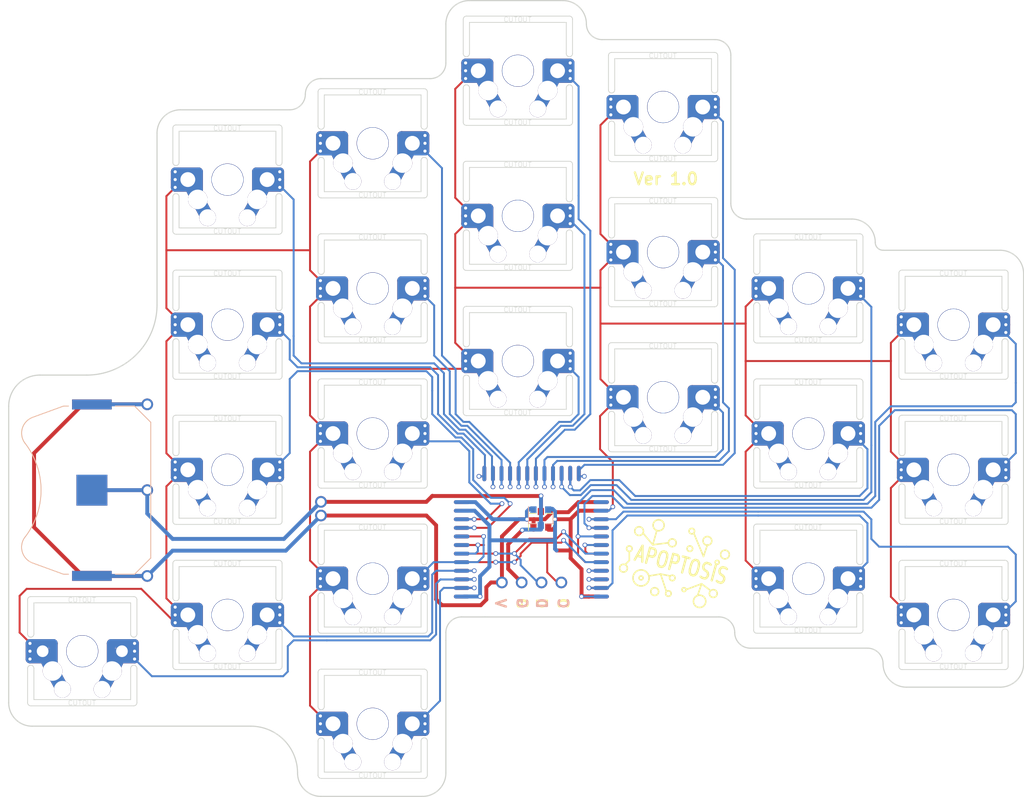
<source format=kicad_pcb>
(kicad_pcb (version 20171130) (host pcbnew "(5.0.1)-4")
  (layers (0 F.Cu signal) (31 B.Cu signal) (34 B.Paste user) (35 F.Paste user) (36 B.SilkS user) (37 F.SilkS user) (38 B.Mask user) (39 F.Mask user) (44 Edge.Cuts user))
  (net 0 "")
  (module Cherry:SMC_Pad (layer F.Cu) (at 149.41496 103.20632)
    (fp_text reference "" (at 6.6 3.8) (layer F.SilkS))
    (fp_text value "")
    (pad 10 smd oval (at 0 0) (size 0.5 2) (layers F.Cu F.Paste F.Mask))
    (pad 09 smd oval (at 1.1 0) (size 0.5 2) (layers F.Cu F.Paste F.Mask))
    (pad 08 smd oval (at 2.2 0) (size 0.5 2) (layers F.Cu F.Paste F.Mask))
    (pad 07 smd oval (at 3.3 0) (size 0.5 2) (layers F.Cu F.Paste F.Mask))
    (pad 06 smd oval (at 4.4 0) (size 0.5 2) (layers F.Cu F.Paste F.Mask))
    (pad 05 smd oval (at 5.5 0) (size 0.5 2) (layers F.Cu F.Paste F.Mask))
    (pad 03 smd oval (at 7.7 0) (size 0.5 2) (layers F.Cu F.Paste F.Mask))
    (pad 04 smd oval (at 6.6 0) (size 0.5 2) (layers F.Cu F.Paste F.Mask))
    (pad 02 smd oval (at 8.8 0) (size 0.5 2) (layers F.Cu F.Paste F.Mask))
    (pad 01 smd oval (at 9.9 0) (size 0.5 2) (layers F.Cu F.Paste F.Mask))
    (pad 00 smd oval (at 11 0) (size 0.5 2) (layers F.Cu F.Paste F.Mask))
    (pad 30 smd oval (at 12.1 0) (size 0.5 2) (layers F.Cu F.Paste F.Mask))
  )
  (module Battery_Holders:Keystone_3034_1x20mm-CoinCell (layer F.Cu) (at 99.14 105.34 270)
    (fp_text reference "" (at 0 -11.5 270) (layer F.SilkS))
    (fp_text value "")
    (pad 2 smd rect (at 0 0 270) (size 3.96 3.96) (layers F.Cu F.Paste F.Mask))
    (pad 1 smd rect (at 10.985 0 270) (size 1.27 5.08) (layers F.Cu F.Paste F.Mask))
    (pad 1 smd rect (at -10.985 0 270) (size 1.27 5.08) (layers F.Cu F.Paste F.Mask))
  )
  (module TO_SOT_Packages_SMD:SOT-23 (layer F.Cu) (at 156.65472 109.07852 90)
    (fp_text reference "" (at 0 -2.5 90) (layer F.SilkS))
    (fp_text value "")
    (pad 1 smd rect (at -1 -0.95 90) (size 0.9 0.8) (layers F.Cu F.Paste F.Mask))
    (pad 2 smd rect (at -1 0.95 90) (size 0.9 0.8) (layers F.Cu F.Paste F.Mask))
    (pad 3 smd rect (at 1 0 90) (size 0.9 0.8) (layers F.Cu F.Paste F.Mask))
  )
  (module Cherry:SMC_Pad (layer B.Cu) (at 149.41496 103.20632)
    (fp_text reference "" (at 6.6 -3.8) (layer B.SilkS) (effects (justify mirror)))
    (fp_text value "")
    (pad 30 smd oval (at 0 0) (size 0.5 2) (layers B.Cu B.Paste B.Mask))
    (pad 31 smd oval (at 1.1 0) (size 0.5 2) (layers B.Cu B.Paste B.Mask))
    (pad 32 smd oval (at 2.2 0) (size 0.5 2) (layers B.Cu B.Paste B.Mask))
    (pad 33 smd oval (at 3.3 0) (size 0.5 2) (layers B.Cu B.Paste B.Mask))
    (pad 34 smd oval (at 4.4 0) (size 0.5 2) (layers B.Cu B.Paste B.Mask))
    (pad 35 smd oval (at 5.5 0) (size 0.5 2) (layers B.Cu B.Paste B.Mask))
    (pad 36 smd oval (at 7.7 0) (size 0.5 2) (layers B.Cu B.Paste B.Mask))
    (pad 37 smd oval (at 6.6 0) (size 0.5 2) (layers B.Cu B.Paste B.Mask))
    (pad 38 smd oval (at 8.8 0) (size 0.5 2) (layers B.Cu B.Paste B.Mask))
    (pad 39 smd oval (at 9.9 0) (size 0.5 2) (layers B.Cu B.Paste B.Mask))
    (pad 40 smd oval (at 11 0) (size 0.5 2) (layers B.Cu B.Paste B.Mask))
    (pad 41 smd oval (at 12.1 0) (size 0.5 2) (layers B.Cu B.Paste B.Mask))
  )
  (module Cherry:SMC_Pad (layer B.Cu) (at 164.37388 106.87304 270)
    (fp_text reference "" (at 6.6 -3.8 270) (layer B.SilkS) (effects (justify mirror)))
    (fp_text value "")
    (pad 30 smd oval (at 0 0 270) (size 0.5 2) (layers B.Cu B.Paste B.Mask))
    (pad 31 smd oval (at 1.1 0 270) (size 0.5 2) (layers B.Cu B.Paste B.Mask))
    (pad 32 smd oval (at 2.2 0 270) (size 0.5 2) (layers B.Cu B.Paste B.Mask))
    (pad 33 smd oval (at 3.3 0 270) (size 0.5 2) (layers B.Cu B.Paste B.Mask))
    (pad 34 smd oval (at 4.4 0 270) (size 0.5 2) (layers B.Cu B.Paste B.Mask))
    (pad 35 smd oval (at 5.5 0 270) (size 0.5 2) (layers B.Cu B.Paste B.Mask))
    (pad 36 smd oval (at 7.7 0 270) (size 0.5 2) (layers B.Cu B.Paste B.Mask))
    (pad 37 smd oval (at 6.6 0 270) (size 0.5 2) (layers B.Cu B.Paste B.Mask))
    (pad 38 smd oval (at 8.8 0 270) (size 0.5 2) (layers B.Cu B.Paste B.Mask))
    (pad 39 smd oval (at 9.9 0 270) (size 0.5 2) (layers B.Cu B.Paste B.Mask))
    (pad 40 smd oval (at 11 0 270) (size 0.5 2) (layers B.Cu B.Paste B.Mask))
    (pad 41 smd oval (at 12.1 0 270) (size 0.5 2) (layers B.Cu B.Paste B.Mask))
  )
  (module Cherry:SMC_Pad (layer F.Cu) (at 164.37388 106.87304 270)
    (fp_text reference "" (at 6.6 3.8 270) (layer F.SilkS))
    (fp_text value "")
    (pad VCC smd oval (at 0 0 270) (size 0.5 2) (layers F.Cu F.Paste F.Mask))
    (pad GND smd oval (at 1.1 0 270) (size 0.5 2) (layers F.Cu F.Paste F.Mask))
    (pad 29 smd oval (at 2.2 0 270) (size 0.5 2) (layers F.Cu F.Paste F.Mask))
    (pad 28 smd oval (at 3.3 0 270) (size 0.5 2) (layers F.Cu F.Paste F.Mask))
    (pad NC smd oval (at 4.4 0 270) (size 0.5 2) (layers F.Cu F.Paste F.Mask))
    (pad NC smd oval (at 5.5 0 270) (size 0.5 2) (layers F.Cu F.Paste F.Mask))
    (pad 24 smd oval (at 7.7 0 270) (size 0.5 2) (layers F.Cu F.Paste F.Mask))
    (pad 25 smd oval (at 6.6 0 270) (size 0.5 2) (layers F.Cu F.Paste F.Mask))
    (pad 23 smd oval (at 8.8 0 270) (size 0.5 2) (layers F.Cu F.Paste F.Mask))
    (pad 22 smd oval (at 9.9 0 270) (size 0.5 2) (layers F.Cu F.Paste F.Mask))
    (pad 21 smd oval (at 11 0 270) (size 0.5 2) (layers F.Cu F.Paste F.Mask))
    (pad GND smd oval (at 12.1 0 270) (size 0.5 2) (layers F.Cu F.Paste F.Mask))
  )
  (module Cherry:SMC_Pad (layer F.Cu) (at 146.51008 106.87296 270)
    (fp_text reference "" (at 6.6 3.8 270) (layer F.SilkS))
    (fp_text value "")
    (pad 11 smd oval (at 0 0 270) (size 0.5 2) (layers F.Cu F.Paste F.Mask))
    (pad 12 smd oval (at 1.1 0 270) (size 0.5 2) (layers F.Cu F.Paste F.Mask))
    (pad 13 smd oval (at 2.2 0 270) (size 0.5 2) (layers F.Cu F.Paste F.Mask))
    (pad 14 smd oval (at 3.3 0 270) (size 0.5 2) (layers F.Cu F.Paste F.Mask))
    (pad 15 smd oval (at 4.4 0 270) (size 0.5 2) (layers F.Cu F.Paste F.Mask))
    (pad 16 smd oval (at 5.5 0 270) (size 0.5 2) (layers F.Cu F.Paste F.Mask))
    (pad CLK smd oval (at 7.7 0 270) (size 0.5 2) (layers F.Cu F.Paste F.Mask))
    (pad DIO smd oval (at 6.6 0 270) (size 0.5 2) (layers F.Cu F.Paste F.Mask))
    (pad 17 smd oval (at 8.8 0 270) (size 0.5 2) (layers F.Cu F.Paste F.Mask))
    (pad 18 smd oval (at 9.9 0 270) (size 0.5 2) (layers F.Cu F.Paste F.Mask))
    (pad 19 smd oval (at 11 0 270) (size 0.5 2) (layers F.Cu F.Paste F.Mask))
    (pad 20 smd oval (at 12.1 0 270) (size 0.5 2) (layers F.Cu F.Paste F.Mask))
  )
  (module Cherry:SMC_Pad (layer B.Cu) (at 146.51008 106.87296 270)
    (fp_text reference "" (at 6.6 -3.8 270) (layer B.SilkS) (effects (justify mirror)))
    (fp_text value "")
    (pad 30 smd oval (at 0 0 270) (size 0.5 2) (layers B.Cu B.Paste B.Mask))
    (pad 31 smd oval (at 1.1 0 270) (size 0.5 2) (layers B.Cu B.Paste B.Mask))
    (pad 32 smd oval (at 2.2 0 270) (size 0.5 2) (layers B.Cu B.Paste B.Mask))
    (pad 33 smd oval (at 3.3 0 270) (size 0.5 2) (layers B.Cu B.Paste B.Mask))
    (pad 34 smd oval (at 4.4 0 270) (size 0.5 2) (layers B.Cu B.Paste B.Mask))
    (pad 35 smd oval (at 5.5 0 270) (size 0.5 2) (layers B.Cu B.Paste B.Mask))
    (pad 36 smd oval (at 7.7 0 270) (size 0.5 2) (layers B.Cu B.Paste B.Mask))
    (pad 37 smd oval (at 6.6 0 270) (size 0.5 2) (layers B.Cu B.Paste B.Mask))
    (pad 38 smd oval (at 8.8 0 270) (size 0.5 2) (layers B.Cu B.Paste B.Mask))
    (pad 39 smd oval (at 9.9 0 270) (size 0.5 2) (layers B.Cu B.Paste B.Mask))
    (pad 40 smd oval (at 11 0 270) (size 0.5 2) (layers B.Cu B.Paste B.Mask))
    (pad 41 smd oval (at 12.1 0 270) (size 0.5 2) (layers B.Cu B.Paste B.Mask))
  )
  (module TO_SOT_Packages_SMD:SOT-23 (layer B.Cu) (at 156.64964 108.86516 270)
    (fp_text reference "" (at 0 2.5 270) (layer B.SilkS) (effects (justify mirror)))
    (fp_text value "")
    (pad 1 smd rect (at -1 0.95 270) (size 0.9 0.8) (layers B.Cu B.Paste B.Mask))
    (pad 2 smd rect (at -1 -0.95 270) (size 0.9 0.8) (layers B.Cu B.Paste B.Mask))
    (pad 3 smd rect (at 1 0 270) (size 0.9 0.8) (layers B.Cu B.Paste B.Mask))
  )
  (module Battery_Holders:Keystone_3034_1x20mm-CoinCell (layer B.Cu) (at 99.15 105.34 90)
    (fp_text reference "" (at 0 11.5 90) (layer B.SilkS) (effects (justify mirror)))
    (fp_text value "")
    (pad 2 smd rect (at 0 0 90) (size 3.96 3.96) (layers B.Cu B.Paste B.Mask))
    (pad 1 smd rect (at 10.985 0 90) (size 1.27 5.08) (layers B.Cu B.Paste B.Mask))
    (pad 1 smd rect (at -10.985 0 90) (size 1.27 5.08) (layers B.Cu B.Paste B.Mask))
  )
  (gr_circle (center 171.24 118.34) (end 171.24 117.84) (layer F.SilkS) (width 0.2))
  (gr_line (start 177.99 112.34) (end 177.49 113.84) (angle 90) (layer F.SilkS) (width 0.2))
  (gr_line (start 176.24 110.84) (end 177.49 113.84) (angle 90) (layer F.SilkS) (width 0.2))
  (gr_line (start 167.99 114.34) (end 167.49 114.84) (angle 90) (layer F.SilkS) (width 0.2))
  (gr_line (start 167.99 113.34) (end 167.99 114.34) (angle 90) (layer F.SilkS) (width 0.2))
  (gr_line (start 171.99 116.09) (end 173.24 116.34) (angle 90) (layer F.SilkS) (width 0.2))
  (gr_circle (center 173.49 116.59) (end 173.74 116.84) (layer F.SilkS) (width 0.2))
  (gr_circle (center 175.74 112.84) (end 175.99 112.59) (layer F.SilkS) (width 0.2))
  (gr_circle (center 167.24 115.34) (end 167.24 114.84) (layer F.SilkS) (width 0.2))
  (gr_circle (center 169.49 116.59) (end 169.49 116.34) (layer F.SilkS) (width 0.2))
  (gr_circle (center 175.99 110.59) (end 176.24 110.84) (layer F.SilkS) (width 0.2))
  (gr_line (start 177.24 117.34) (end 175.24 118.09) (angle 90) (layer F.SilkS) (width 0.2))
  (gr_circle (center 174.99 118.09) (end 174.99 118.34) (layer F.SilkS) (width 0.2))
  (gr_line (start 177.24 117.34) (end 178.24 118.09) (angle 90) (layer F.SilkS) (width 0.2))
  (gr_line (start 176.74 118.84) (end 177.24 117.34) (angle 90) (layer F.SilkS) (width 0.2))
  (gr_line (start 171.99 116.09) (end 172.74 118.34) (angle 90) (layer F.SilkS) (width 0.2))
  (gr_line (start 170.49 116.34) (end 171.99 116.09) (angle 90) (layer F.SilkS) (width 0.2))
  (gr_line (start 170.99 112.34) (end 172.99 112.09) (angle 90) (layer F.SilkS) (width 0.2))
  (gr_line (start 170.99 112.34) (end 171.49 110.59) (angle 90) (layer F.SilkS) (width 0.2))
  (gr_line (start 169.74 110.84) (end 170.99 112.34) (angle 90) (layer F.SilkS) (width 0.2))
  (gr_circle (center 178.74 118.59) (end 179.24 118.59) (layer F.SilkS) (width 0.2))
  (gr_circle (center 176.99 119.59) (end 177.24 118.84) (layer F.SilkS) (width 0.2))
  (gr_circle (center 177.99 111.84) (end 178.24 111.34) (layer F.SilkS) (width 0.2))
  (gr_circle (center 180.24 113.59) (end 180.74 113.34) (layer F.SilkS) (width 0.2))
  (gr_circle (center 171.74 109.84) (end 171.24 110.34) (layer F.SilkS) (width 0.2))
  (gr_circle (center 173.49 112.09) (end 173.49 111.59) (layer F.SilkS) (width 0.2))
  (gr_circle (center 167.99 112.84) (end 167.74 112.59) (layer F.SilkS) (width 0.2))
  (gr_circle (center 172.99 118.59) (end 172.74 118.84) (layer F.SilkS) (width 0.2))
  (gr_circle (center 169.49 116.59) (end 169.24 117.59) (layer F.SilkS) (width 0.2))
  (gr_circle (center 179.24 114.59) (end 179.49 114.59) (layer F.SilkS) (width 0.2))
  (gr_circle (center 169.24 110.59) (end 169.49 111.09) (layer F.SilkS) (width 0.2))
  (gr_line (start 144.49 45.59) (end 144.49 50.59) (angle 90) (layer Edge.Cuts) (width 0.15))
  (gr_line (start 180.99 49.59) (end 180.99 68.59) (angle 90) (layer Edge.Cuts) (width 0.15))
  (gr_line (start 144.49 141.59) (end 144.49 124.59) (angle 90) (layer Edge.Cuts) (width 0.15))
  (gr_line (start 88.49 94.59) (end 88.49 132.59) (angle 90) (layer Edge.Cuts) (width 0.15))
  (gr_line (start 179 47.59) (end 164.49 47.59) (angle 90) (layer Edge.Cuts) (width 0.15))
  (gr_line (start 196.49 70.59) (end 182.97 70.59) (angle 90) (layer Edge.Cuts) (width 0.15))
  (gr_text V (at 151.49 119.84 270) (layer F.SilkS) (effects (font (size 1.25 1.25) (thickness 0.3)) (justify mirror)))
  (gr_text "G\n" (at 154.24 119.84 270) (layer B.SilkS) (effects (font (size 1.25 1.25) (thickness 0.3)) (justify mirror)))
  (gr_text C (at 159.49 119.84 270) (layer B.SilkS) (effects (font (size 1.25 1.25) (thickness 0.3)) (justify mirror)))
  (gr_text D (at 156.74 119.84 270) (layer B.SilkS) (effects (font (size 1.25 1.25) (thickness 0.3)) (justify mirror)))
  (gr_text D (at 156.74 119.84 270) (layer F.SilkS) (effects (font (size 1.25 1.25) (thickness 0.3))))
  (gr_text C (at 159.49 119.84 270) (layer F.SilkS) (effects (font (size 1.25 1.25) (thickness 0.3))))
  (gr_text "G\n" (at 154.24 119.84 270) (layer F.SilkS) (effects (font (size 1.25 1.25) (thickness 0.3))))
  (gr_text V (at 151.49 119.84 270) (layer B.SilkS) (effects (font (size 1.25 1.25) (thickness 0.3))))
  (gr_line (start 215.49 130.59) (end 203.49 130.59) (angle 90) (layer Edge.Cuts) (width 0.15))
  (gr_line (start 203.31554 127.53242) (end 215.71328 127.53242) (layer Edge.Cuts) (width 0.09906))
  (gr_line (start 202.91422 128.33252) (end 216.1146 128.33252) (layer Edge.Cuts) (width 0.09906))
  (gr_arc (start 203.49 127.59) (end 203.49 130.59) (angle 90) (layer Edge.Cuts) (width 0.15))
  (gr_line (start 203.31554 127.53242) (end 203.31554 123.53192) (layer Edge.Cuts) (width 0.09906))
  (gr_text "Ver 1.0" (at 172.665 65.44) (layer F.SilkS) (effects (font (size 1.5 1.5) (thickness 0.3))))
  (gr_text APOPTOSIS (at 174.64 114.915 345) (layer F.SilkS) (effects (font (size 2 1.5) (thickness 0.3))))
  (gr_line (start 98.49 90.59) (end 92.49 90.59) (angle 90) (layer Edge.Cuts) (width 0.15))
  (gr_line (start 107.49 59.59) (end 107.49 81.59) (angle 90) (layer Edge.Cuts) (width 0.15))
  (gr_arc (start 98.49 81.59) (end 107.49 81.59) (angle 90) (layer Edge.Cuts) (width 0.15))
  (gr_arc (start 92.49 94.59) (end 88.49 94.59) (angle 90) (layer Edge.Cuts) (width 0.15))
  (gr_arc (start 110.49 59.59) (end 107.49 59.59) (angle 90) (layer Edge.Cuts) (width 0.15))
  (gr_line (start 110.49 56.59) (end 124.49 56.59) (angle 90) (layer Edge.Cuts) (width 0.15))
  (gr_line (start 146.49 121.59) (end 149.49 121.59) (angle 90) (layer Edge.Cuts) (width 0.15))
  (gr_line (start 144.49 123.59) (end 144.49 124.59) (angle 90) (layer Edge.Cuts) (width 0.15))
  (gr_arc (start 146.49 123.59) (end 144.49 123.59) (angle 90) (layer Edge.Cuts) (width 0.15))
  (gr_arc (start 179.49 123.59) (end 179.49 121.59) (angle 90) (layer Edge.Cuts) (width 0.15))
  (gr_line (start 149.49 121.59) (end 179.49 121.59) (angle 90) (layer Edge.Cuts) (width 0.15))
  (gr_line (start 198.49 125.59) (end 183.49 125.59) (angle 90) (layer Edge.Cuts) (width 0.15))
  (gr_arc (start 183.49 123.59) (end 183.49 125.59) (angle 90) (layer Edge.Cuts) (width 0.15))
  (gr_arc (start 198.49 127.59) (end 198.49 125.59) (angle 90) (layer Edge.Cuts) (width 0.15))
  (gr_line (start 128.49 144.59) (end 141.49 144.59) (angle 90) (layer Edge.Cuts) (width 0.15))
  (gr_line (start 91.49 135.59) (end 119.49 135.59) (angle 90) (layer Edge.Cuts) (width 0.15))
  (gr_arc (start 119.49 141.59) (end 119.49 135.59) (angle 90) (layer Edge.Cuts) (width 0.15))
  (gr_arc (start 141.49 141.59) (end 144.49 141.59) (angle 90) (layer Edge.Cuts) (width 0.15))
  (gr_arc (start 128.49 141.59) (end 128.49 144.59) (angle 90) (layer Edge.Cuts) (width 0.15))
  (gr_arc (start 91.49 132.59) (end 91.49 135.59) (angle 90) (layer Edge.Cuts) (width 0.15))
  (gr_line (start 147.49 42.59) (end 159.49 42.59) (angle 90) (layer Edge.Cuts) (width 0.15))
  (gr_arc (start 159.49 45.59) (end 159.49 42.59) (angle 90) (layer Edge.Cuts) (width 0.15))
  (gr_line (start 142.49 52.59) (end 128.49 52.59) (angle 90) (layer Edge.Cuts) (width 0.15))
  (gr_line (start 215.49 74.59) (end 200.49 74.59) (angle 90) (layer Edge.Cuts) (width 0.15))
  (gr_line (start 218.49 77.59) (end 218.49 127.59) (angle 90) (layer Edge.Cuts) (width 0.15))
  (gr_arc (start 124.49 54.59) (end 126.49 54.59) (angle 90) (layer Edge.Cuts) (width 0.15))
  (gr_arc (start 128.49 54.59) (end 126.49 54.59) (angle 90) (layer Edge.Cuts) (width 0.15))
  (gr_arc (start 142.49 50.59) (end 144.49 50.59) (angle 90) (layer Edge.Cuts) (width 0.15))
  (gr_arc (start 147.49 45.59) (end 144.49 45.59) (angle 90) (layer Edge.Cuts) (width 0.15))
  (gr_arc (start 164.49 45.59) (end 164.49 47.59) (angle 90) (layer Edge.Cuts) (width 0.15))
  (gr_arc (start 200.49 73.59) (end 200.49 74.59) (angle 90) (layer Edge.Cuts) (width 0.15))
  (gr_arc (start 182.99 68.59) (end 182.99 70.59) (angle 90) (layer Edge.Cuts) (width 0.15))
  (gr_arc (start 178.99 49.59) (end 178.99 47.59) (angle 90) (layer Edge.Cuts) (width 0.15))
  (gr_arc (start 196.49 73.59) (end 196.49 70.59) (angle 90) (layer Edge.Cuts) (width 0.15))
  (gr_arc (start 215.49 77.59) (end 215.49 74.59) (angle 90) (layer Edge.Cuts) (width 0.15))
  (gr_arc (start 215.49 127.59) (end 218.49 127.59) (angle 90) (layer Edge.Cuts) (width 0.15))
  (gr_arc (start 141.7146 141.88374) (end 142.11338 141.8812) (angle 90.36493634) (layer Edge.Cuts) (width 0.09906))
  (gr_arc (start 128.51422 141.8812) (end 128.51422 142.28252) (angle 90) (layer Edge.Cuts) (width 0.09906))
  (gr_arc (start 128.51422 128.68082) (end 128.11544 128.68082) (angle 90) (layer Edge.Cuts) (width 0.09906))
  (gr_arc (start 141.7146 128.68082) (end 141.7146 128.28204) (angle 90) (layer Edge.Cuts) (width 0.09906))
  (gr_arc (start 128.51676 137.48192) (end 128.11544 137.48192) (angle 180) (layer Edge.Cuts) (width 0.09906))
  (gr_arc (start 128.51422 133.08264) (end 128.91554 133.08264) (angle 180) (layer Edge.Cuts) (width 0.09906))
  (gr_arc (start 141.7146 137.48192) (end 141.31328 137.48192) (angle 180) (layer Edge.Cuts) (width 0.09906))
  (gr_arc (start 141.71206 133.08264) (end 142.11338 133.08264) (angle 180) (layer Edge.Cuts) (width 0.09906))
  (gr_line (start 128.51422 142.28252) (end 141.7146 142.28252) (layer Edge.Cuts) (width 0.09906))
  (gr_line (start 128.91554 141.48242) (end 141.31328 141.48242) (layer Edge.Cuts) (width 0.09906))
  (gr_line (start 128.91554 129.08214) (end 141.31328 129.08214) (layer Edge.Cuts) (width 0.09906))
  (gr_line (start 128.51422 128.28204) (end 141.7146 128.28204) (layer Edge.Cuts) (width 0.09906))
  (gr_line (start 128.91554 141.48242) (end 128.91554 137.48192) (layer Edge.Cuts) (width 0.09906))
  (gr_line (start 128.11544 141.8812) (end 128.11544 137.48192) (layer Edge.Cuts) (width 0.09906))
  (gr_line (start 141.31328 137.48192) (end 141.31328 141.48242) (layer Edge.Cuts) (width 0.09906))
  (gr_line (start 142.11338 141.8812) (end 142.11338 137.48192) (layer Edge.Cuts) (width 0.09906))
  (gr_line (start 141.31328 133.08264) (end 141.31328 129.08214) (layer Edge.Cuts) (width 0.09906))
  (gr_line (start 142.11338 133.08264) (end 142.11338 128.68082) (layer Edge.Cuts) (width 0.09906))
  (gr_line (start 128.91554 129.08214) (end 128.91554 133.08264) (layer Edge.Cuts) (width 0.09906))
  (gr_line (start 128.11544 133.08264) (end 128.11544 128.68082) (layer Edge.Cuts) (width 0.09906))
  (gr_line (start 133.8152 141.68308) (end 133.7136 141.58148) (layer Edge.Cuts) (width 0.0508))
  (gr_line (start 133.7136 141.58148) (end 133.51548 141.58148) (layer Edge.Cuts) (width 0.0508))
  (gr_line (start 133.51548 141.58148) (end 133.41388 141.68308) (layer Edge.Cuts) (width 0.0508))
  (gr_line (start 133.41388 141.68308) (end 133.41388 142.08186) (layer Edge.Cuts) (width 0.0508))
  (gr_line (start 133.41388 142.08186) (end 133.51548 142.18092) (layer Edge.Cuts) (width 0.0508))
  (gr_line (start 133.51548 142.18092) (end 133.7136 142.18092) (layer Edge.Cuts) (width 0.0508))
  (gr_line (start 133.7136 142.18092) (end 133.8152 142.08186) (layer Edge.Cuts) (width 0.0508))
  (gr_line (start 134.01332 141.58148) (end 134.01332 142.08186) (layer Edge.Cuts) (width 0.0508))
  (gr_line (start 134.01332 142.08186) (end 134.11492 142.18092) (layer Edge.Cuts) (width 0.0508))
  (gr_line (start 134.11492 142.18092) (end 134.31304 142.18092) (layer Edge.Cuts) (width 0.0508))
  (gr_line (start 134.31304 142.18092) (end 134.41464 142.08186) (layer Edge.Cuts) (width 0.0508))
  (gr_line (start 134.41464 142.08186) (end 134.41464 141.58148) (layer Edge.Cuts) (width 0.0508))
  (gr_line (start 134.6153 141.58148) (end 135.01408 141.58148) (layer Edge.Cuts) (width 0.0508))
  (gr_line (start 135.01408 141.58148) (end 134.81342 141.58148) (layer Edge.Cuts) (width 0.0508))
  (gr_line (start 134.81342 141.58148) (end 134.81342 142.18092) (layer Edge.Cuts) (width 0.0508))
  (gr_line (start 135.51446 141.58148) (end 135.3138 141.58148) (layer Edge.Cuts) (width 0.0508))
  (gr_line (start 135.3138 141.58148) (end 135.21474 141.68308) (layer Edge.Cuts) (width 0.0508))
  (gr_line (start 135.21474 141.68308) (end 135.21474 142.08186) (layer Edge.Cuts) (width 0.0508))
  (gr_line (start 135.21474 142.08186) (end 135.3138 142.18092) (layer Edge.Cuts) (width 0.0508))
  (gr_line (start 135.3138 142.18092) (end 135.51446 142.18092) (layer Edge.Cuts) (width 0.0508))
  (gr_line (start 135.51446 142.18092) (end 135.61352 142.08186) (layer Edge.Cuts) (width 0.0508))
  (gr_line (start 135.61352 142.08186) (end 135.61352 141.68308) (layer Edge.Cuts) (width 0.0508))
  (gr_line (start 135.61352 141.68308) (end 135.51446 141.58148) (layer Edge.Cuts) (width 0.0508))
  (gr_line (start 135.81418 141.58148) (end 135.81418 142.08186) (layer Edge.Cuts) (width 0.0508))
  (gr_line (start 135.81418 142.08186) (end 135.91324 142.18092) (layer Edge.Cuts) (width 0.0508))
  (gr_line (start 135.91324 142.18092) (end 136.1139 142.18092) (layer Edge.Cuts) (width 0.0508))
  (gr_line (start 136.1139 142.18092) (end 136.21296 142.08186) (layer Edge.Cuts) (width 0.0508))
  (gr_line (start 136.21296 142.08186) (end 136.21296 141.58148) (layer Edge.Cuts) (width 0.0508))
  (gr_line (start 136.41362 141.58148) (end 136.8124 141.58148) (layer Edge.Cuts) (width 0.0508))
  (gr_line (start 136.8124 141.58148) (end 136.61428 141.58148) (layer Edge.Cuts) (width 0.0508))
  (gr_line (start 136.61428 141.58148) (end 136.61428 142.18092) (layer Edge.Cuts) (width 0.0508))
  (gr_line (start 133.8152 128.4827) (end 133.7136 128.3811) (layer Edge.Cuts) (width 0.0508))
  (gr_line (start 133.7136 128.3811) (end 133.51548 128.3811) (layer Edge.Cuts) (width 0.0508))
  (gr_line (start 133.51548 128.3811) (end 133.41388 128.4827) (layer Edge.Cuts) (width 0.0508))
  (gr_line (start 133.41388 128.4827) (end 133.41388 128.88148) (layer Edge.Cuts) (width 0.0508))
  (gr_line (start 133.41388 128.88148) (end 133.51548 128.98308) (layer Edge.Cuts) (width 0.0508))
  (gr_line (start 133.51548 128.98308) (end 133.7136 128.98308) (layer Edge.Cuts) (width 0.0508))
  (gr_line (start 133.7136 128.98308) (end 133.8152 128.88148) (layer Edge.Cuts) (width 0.0508))
  (gr_line (start 134.01332 128.3811) (end 134.01332 128.88148) (layer Edge.Cuts) (width 0.0508))
  (gr_line (start 134.01332 128.88148) (end 134.11492 128.98308) (layer Edge.Cuts) (width 0.0508))
  (gr_line (start 134.11492 128.98308) (end 134.31304 128.98308) (layer Edge.Cuts) (width 0.0508))
  (gr_line (start 134.31304 128.98308) (end 134.41464 128.88148) (layer Edge.Cuts) (width 0.0508))
  (gr_line (start 134.41464 128.88148) (end 134.41464 128.3811) (layer Edge.Cuts) (width 0.0508))
  (gr_line (start 134.6153 128.3811) (end 135.01408 128.3811) (layer Edge.Cuts) (width 0.0508))
  (gr_line (start 135.01408 128.3811) (end 134.81342 128.3811) (layer Edge.Cuts) (width 0.0508))
  (gr_line (start 134.81342 128.3811) (end 134.81342 128.98308) (layer Edge.Cuts) (width 0.0508))
  (gr_line (start 135.51446 128.3811) (end 135.3138 128.3811) (layer Edge.Cuts) (width 0.0508))
  (gr_line (start 135.3138 128.3811) (end 135.21474 128.4827) (layer Edge.Cuts) (width 0.0508))
  (gr_line (start 135.21474 128.4827) (end 135.21474 128.88148) (layer Edge.Cuts) (width 0.0508))
  (gr_line (start 135.21474 128.88148) (end 135.3138 128.98308) (layer Edge.Cuts) (width 0.0508))
  (gr_line (start 135.3138 128.98308) (end 135.51446 128.98308) (layer Edge.Cuts) (width 0.0508))
  (gr_line (start 135.51446 128.98308) (end 135.61352 128.88148) (layer Edge.Cuts) (width 0.0508))
  (gr_line (start 135.61352 128.88148) (end 135.61352 128.4827) (layer Edge.Cuts) (width 0.0508))
  (gr_line (start 135.61352 128.4827) (end 135.51446 128.3811) (layer Edge.Cuts) (width 0.0508))
  (gr_line (start 135.81418 128.3811) (end 135.81418 128.88148) (layer Edge.Cuts) (width 0.0508))
  (gr_line (start 135.81418 128.88148) (end 135.91324 128.98308) (layer Edge.Cuts) (width 0.0508))
  (gr_line (start 135.91324 128.98308) (end 136.1139 128.98308) (layer Edge.Cuts) (width 0.0508))
  (gr_line (start 136.1139 128.98308) (end 136.21296 128.88148) (layer Edge.Cuts) (width 0.0508))
  (gr_line (start 136.21296 128.88148) (end 136.21296 128.3811) (layer Edge.Cuts) (width 0.0508))
  (gr_line (start 136.41362 128.3811) (end 136.8124 128.3811) (layer Edge.Cuts) (width 0.0508))
  (gr_line (start 136.8124 128.3811) (end 136.61428 128.3811) (layer Edge.Cuts) (width 0.0508))
  (gr_line (start 136.61428 128.3811) (end 136.61428 128.98308) (layer Edge.Cuts) (width 0.0508))
  (gr_line (start 211.01428 114.4311) (end 211.01428 115.03308) (layer Edge.Cuts) (width 0.0508))
  (gr_line (start 211.2124 114.4311) (end 211.01428 114.4311) (layer Edge.Cuts) (width 0.0508))
  (gr_line (start 210.81362 114.4311) (end 211.2124 114.4311) (layer Edge.Cuts) (width 0.0508))
  (gr_line (start 210.61296 114.93148) (end 210.61296 114.4311) (layer Edge.Cuts) (width 0.0508))
  (gr_line (start 210.5139 115.03308) (end 210.61296 114.93148) (layer Edge.Cuts) (width 0.0508))
  (gr_line (start 210.31324 115.03308) (end 210.5139 115.03308) (layer Edge.Cuts) (width 0.0508))
  (gr_line (start 210.21418 114.93148) (end 210.31324 115.03308) (layer Edge.Cuts) (width 0.0508))
  (gr_line (start 210.21418 114.4311) (end 210.21418 114.93148) (layer Edge.Cuts) (width 0.0508))
  (gr_line (start 210.01352 114.5327) (end 209.91446 114.4311) (layer Edge.Cuts) (width 0.0508))
  (gr_line (start 210.01352 114.93148) (end 210.01352 114.5327) (layer Edge.Cuts) (width 0.0508))
  (gr_line (start 209.91446 115.03308) (end 210.01352 114.93148) (layer Edge.Cuts) (width 0.0508))
  (gr_line (start 209.7138 115.03308) (end 209.91446 115.03308) (layer Edge.Cuts) (width 0.0508))
  (gr_line (start 209.61474 114.93148) (end 209.7138 115.03308) (layer Edge.Cuts) (width 0.0508))
  (gr_line (start 209.61474 114.5327) (end 209.61474 114.93148) (layer Edge.Cuts) (width 0.0508))
  (gr_line (start 209.7138 114.4311) (end 209.61474 114.5327) (layer Edge.Cuts) (width 0.0508))
  (gr_line (start 209.91446 114.4311) (end 209.7138 114.4311) (layer Edge.Cuts) (width 0.0508))
  (gr_line (start 209.21342 114.4311) (end 209.21342 115.03308) (layer Edge.Cuts) (width 0.0508))
  (gr_line (start 209.41408 114.4311) (end 209.21342 114.4311) (layer Edge.Cuts) (width 0.0508))
  (gr_line (start 209.0153 114.4311) (end 209.41408 114.4311) (layer Edge.Cuts) (width 0.0508))
  (gr_line (start 208.81464 114.93148) (end 208.81464 114.4311) (layer Edge.Cuts) (width 0.0508))
  (gr_line (start 208.71304 115.03308) (end 208.81464 114.93148) (layer Edge.Cuts) (width 0.0508))
  (gr_line (start 208.51492 115.03308) (end 208.71304 115.03308) (layer Edge.Cuts) (width 0.0508))
  (gr_line (start 208.41332 114.93148) (end 208.51492 115.03308) (layer Edge.Cuts) (width 0.0508))
  (gr_line (start 208.41332 114.4311) (end 208.41332 114.93148) (layer Edge.Cuts) (width 0.0508))
  (gr_line (start 208.1136 115.03308) (end 208.2152 114.93148) (layer Edge.Cuts) (width 0.0508))
  (gr_line (start 207.91548 115.03308) (end 208.1136 115.03308) (layer Edge.Cuts) (width 0.0508))
  (gr_line (start 207.81388 114.93148) (end 207.91548 115.03308) (layer Edge.Cuts) (width 0.0508))
  (gr_line (start 207.81388 114.5327) (end 207.81388 114.93148) (layer Edge.Cuts) (width 0.0508))
  (gr_line (start 207.91548 114.4311) (end 207.81388 114.5327) (layer Edge.Cuts) (width 0.0508))
  (gr_line (start 208.1136 114.4311) (end 207.91548 114.4311) (layer Edge.Cuts) (width 0.0508))
  (gr_line (start 208.2152 114.5327) (end 208.1136 114.4311) (layer Edge.Cuts) (width 0.0508))
  (gr_line (start 211.01428 127.63148) (end 211.01428 128.23092) (layer Edge.Cuts) (width 0.0508))
  (gr_line (start 211.2124 127.63148) (end 211.01428 127.63148) (layer Edge.Cuts) (width 0.0508))
  (gr_line (start 210.81362 127.63148) (end 211.2124 127.63148) (layer Edge.Cuts) (width 0.0508))
  (gr_line (start 210.61296 128.13186) (end 210.61296 127.63148) (layer Edge.Cuts) (width 0.0508))
  (gr_line (start 210.5139 128.23092) (end 210.61296 128.13186) (layer Edge.Cuts) (width 0.0508))
  (gr_line (start 210.31324 128.23092) (end 210.5139 128.23092) (layer Edge.Cuts) (width 0.0508))
  (gr_line (start 210.21418 128.13186) (end 210.31324 128.23092) (layer Edge.Cuts) (width 0.0508))
  (gr_line (start 210.21418 127.63148) (end 210.21418 128.13186) (layer Edge.Cuts) (width 0.0508))
  (gr_line (start 210.01352 127.73308) (end 209.91446 127.63148) (layer Edge.Cuts) (width 0.0508))
  (gr_line (start 210.01352 128.13186) (end 210.01352 127.73308) (layer Edge.Cuts) (width 0.0508))
  (gr_line (start 209.91446 128.23092) (end 210.01352 128.13186) (layer Edge.Cuts) (width 0.0508))
  (gr_line (start 209.7138 128.23092) (end 209.91446 128.23092) (layer Edge.Cuts) (width 0.0508))
  (gr_line (start 209.61474 128.13186) (end 209.7138 128.23092) (layer Edge.Cuts) (width 0.0508))
  (gr_line (start 209.61474 127.73308) (end 209.61474 128.13186) (layer Edge.Cuts) (width 0.0508))
  (gr_line (start 209.7138 127.63148) (end 209.61474 127.73308) (layer Edge.Cuts) (width 0.0508))
  (gr_line (start 209.91446 127.63148) (end 209.7138 127.63148) (layer Edge.Cuts) (width 0.0508))
  (gr_line (start 209.21342 127.63148) (end 209.21342 128.23092) (layer Edge.Cuts) (width 0.0508))
  (gr_line (start 209.41408 127.63148) (end 209.21342 127.63148) (layer Edge.Cuts) (width 0.0508))
  (gr_line (start 209.0153 127.63148) (end 209.41408 127.63148) (layer Edge.Cuts) (width 0.0508))
  (gr_line (start 208.81464 128.13186) (end 208.81464 127.63148) (layer Edge.Cuts) (width 0.0508))
  (gr_line (start 208.71304 128.23092) (end 208.81464 128.13186) (layer Edge.Cuts) (width 0.0508))
  (gr_line (start 208.51492 128.23092) (end 208.71304 128.23092) (layer Edge.Cuts) (width 0.0508))
  (gr_line (start 208.41332 128.13186) (end 208.51492 128.23092) (layer Edge.Cuts) (width 0.0508))
  (gr_line (start 208.41332 127.63148) (end 208.41332 128.13186) (layer Edge.Cuts) (width 0.0508))
  (gr_line (start 208.1136 128.23092) (end 208.2152 128.13186) (layer Edge.Cuts) (width 0.0508))
  (gr_line (start 207.91548 128.23092) (end 208.1136 128.23092) (layer Edge.Cuts) (width 0.0508))
  (gr_line (start 207.81388 128.13186) (end 207.91548 128.23092) (layer Edge.Cuts) (width 0.0508))
  (gr_line (start 207.81388 127.73308) (end 207.81388 128.13186) (layer Edge.Cuts) (width 0.0508))
  (gr_line (start 207.91548 127.63148) (end 207.81388 127.73308) (layer Edge.Cuts) (width 0.0508))
  (gr_line (start 208.1136 127.63148) (end 207.91548 127.63148) (layer Edge.Cuts) (width 0.0508))
  (gr_line (start 208.2152 127.73308) (end 208.1136 127.63148) (layer Edge.Cuts) (width 0.0508))
  (gr_line (start 202.51544 119.13264) (end 202.51544 114.73082) (layer Edge.Cuts) (width 0.09906))
  (gr_line (start 203.31554 115.13214) (end 203.31554 119.13264) (layer Edge.Cuts) (width 0.09906))
  (gr_line (start 216.51338 119.13264) (end 216.51338 114.73082) (layer Edge.Cuts) (width 0.09906))
  (gr_line (start 215.71328 119.13264) (end 215.71328 115.13214) (layer Edge.Cuts) (width 0.09906))
  (gr_line (start 216.51338 127.9312) (end 216.51338 123.53192) (layer Edge.Cuts) (width 0.09906))
  (gr_line (start 215.71328 123.53192) (end 215.71328 127.53242) (layer Edge.Cuts) (width 0.09906))
  (gr_line (start 202.51544 127.9312) (end 202.51544 123.53192) (layer Edge.Cuts) (width 0.09906))
  (gr_line (start 202.91422 114.33204) (end 216.1146 114.33204) (layer Edge.Cuts) (width 0.09906))
  (gr_line (start 203.31554 115.13214) (end 215.71328 115.13214) (layer Edge.Cuts) (width 0.09906))
  (gr_arc (start 216.11206 119.13264) (end 216.51338 119.13264) (angle 180) (layer Edge.Cuts) (width 0.09906))
  (gr_arc (start 216.1146 123.53192) (end 215.71328 123.53192) (angle 180) (layer Edge.Cuts) (width 0.09906))
  (gr_arc (start 202.91422 119.13264) (end 203.31554 119.13264) (angle 180) (layer Edge.Cuts) (width 0.09906))
  (gr_arc (start 202.91676 123.53192) (end 202.51544 123.53192) (angle 180) (layer Edge.Cuts) (width 0.09906))
  (gr_arc (start 216.1146 114.73082) (end 216.1146 114.33204) (angle 90) (layer Edge.Cuts) (width 0.09906))
  (gr_arc (start 202.91422 114.73082) (end 202.51544 114.73082) (angle 90) (layer Edge.Cuts) (width 0.09906))
  (gr_arc (start 202.91422 127.9312) (end 202.91422 128.33252) (angle 90) (layer Edge.Cuts) (width 0.09906))
  (gr_arc (start 216.1146 127.93374) (end 216.51338 127.9312) (angle 90.36493634) (layer Edge.Cuts) (width 0.09906))
  (gr_arc (start 216.1146 109.33374) (end 216.51338 109.3312) (angle 90.36493634) (layer Edge.Cuts) (width 0.09906))
  (gr_arc (start 202.91422 109.3312) (end 202.91422 109.73252) (angle 90) (layer Edge.Cuts) (width 0.09906))
  (gr_arc (start 202.91422 96.13082) (end 202.51544 96.13082) (angle 90) (layer Edge.Cuts) (width 0.09906))
  (gr_arc (start 216.1146 96.13082) (end 216.1146 95.73204) (angle 90) (layer Edge.Cuts) (width 0.09906))
  (gr_arc (start 202.91676 104.93192) (end 202.51544 104.93192) (angle 180) (layer Edge.Cuts) (width 0.09906))
  (gr_arc (start 202.91422 100.53264) (end 203.31554 100.53264) (angle 180) (layer Edge.Cuts) (width 0.09906))
  (gr_arc (start 216.1146 104.93192) (end 215.71328 104.93192) (angle 180) (layer Edge.Cuts) (width 0.09906))
  (gr_arc (start 216.11206 100.53264) (end 216.51338 100.53264) (angle 180) (layer Edge.Cuts) (width 0.09906))
  (gr_line (start 202.91422 109.73252) (end 216.1146 109.73252) (layer Edge.Cuts) (width 0.09906))
  (gr_line (start 203.31554 108.93242) (end 215.71328 108.93242) (layer Edge.Cuts) (width 0.09906))
  (gr_line (start 203.31554 96.53214) (end 215.71328 96.53214) (layer Edge.Cuts) (width 0.09906))
  (gr_line (start 202.91422 95.73204) (end 216.1146 95.73204) (layer Edge.Cuts) (width 0.09906))
  (gr_line (start 203.31554 108.93242) (end 203.31554 104.93192) (layer Edge.Cuts) (width 0.09906))
  (gr_line (start 202.51544 109.3312) (end 202.51544 104.93192) (layer Edge.Cuts) (width 0.09906))
  (gr_line (start 215.71328 104.93192) (end 215.71328 108.93242) (layer Edge.Cuts) (width 0.09906))
  (gr_line (start 216.51338 109.3312) (end 216.51338 104.93192) (layer Edge.Cuts) (width 0.09906))
  (gr_line (start 215.71328 100.53264) (end 215.71328 96.53214) (layer Edge.Cuts) (width 0.09906))
  (gr_line (start 216.51338 100.53264) (end 216.51338 96.13082) (layer Edge.Cuts) (width 0.09906))
  (gr_line (start 203.31554 96.53214) (end 203.31554 100.53264) (layer Edge.Cuts) (width 0.09906))
  (gr_line (start 202.51544 100.53264) (end 202.51544 96.13082) (layer Edge.Cuts) (width 0.09906))
  (gr_line (start 208.2152 109.13308) (end 208.1136 109.03148) (layer Edge.Cuts) (width 0.0508))
  (gr_line (start 208.1136 109.03148) (end 207.91548 109.03148) (layer Edge.Cuts) (width 0.0508))
  (gr_line (start 207.91548 109.03148) (end 207.81388 109.13308) (layer Edge.Cuts) (width 0.0508))
  (gr_line (start 207.81388 109.13308) (end 207.81388 109.53186) (layer Edge.Cuts) (width 0.0508))
  (gr_line (start 207.81388 109.53186) (end 207.91548 109.63092) (layer Edge.Cuts) (width 0.0508))
  (gr_line (start 207.91548 109.63092) (end 208.1136 109.63092) (layer Edge.Cuts) (width 0.0508))
  (gr_line (start 208.1136 109.63092) (end 208.2152 109.53186) (layer Edge.Cuts) (width 0.0508))
  (gr_line (start 208.41332 109.03148) (end 208.41332 109.53186) (layer Edge.Cuts) (width 0.0508))
  (gr_line (start 208.41332 109.53186) (end 208.51492 109.63092) (layer Edge.Cuts) (width 0.0508))
  (gr_line (start 208.51492 109.63092) (end 208.71304 109.63092) (layer Edge.Cuts) (width 0.0508))
  (gr_line (start 208.71304 109.63092) (end 208.81464 109.53186) (layer Edge.Cuts) (width 0.0508))
  (gr_line (start 208.81464 109.53186) (end 208.81464 109.03148) (layer Edge.Cuts) (width 0.0508))
  (gr_line (start 209.0153 109.03148) (end 209.41408 109.03148) (layer Edge.Cuts) (width 0.0508))
  (gr_line (start 209.41408 109.03148) (end 209.21342 109.03148) (layer Edge.Cuts) (width 0.0508))
  (gr_line (start 209.21342 109.03148) (end 209.21342 109.63092) (layer Edge.Cuts) (width 0.0508))
  (gr_line (start 209.91446 109.03148) (end 209.7138 109.03148) (layer Edge.Cuts) (width 0.0508))
  (gr_line (start 209.7138 109.03148) (end 209.61474 109.13308) (layer Edge.Cuts) (width 0.0508))
  (gr_line (start 209.61474 109.13308) (end 209.61474 109.53186) (layer Edge.Cuts) (width 0.0508))
  (gr_line (start 209.61474 109.53186) (end 209.7138 109.63092) (layer Edge.Cuts) (width 0.0508))
  (gr_line (start 209.7138 109.63092) (end 209.91446 109.63092) (layer Edge.Cuts) (width 0.0508))
  (gr_line (start 209.91446 109.63092) (end 210.01352 109.53186) (layer Edge.Cuts) (width 0.0508))
  (gr_line (start 210.01352 109.53186) (end 210.01352 109.13308) (layer Edge.Cuts) (width 0.0508))
  (gr_line (start 210.01352 109.13308) (end 209.91446 109.03148) (layer Edge.Cuts) (width 0.0508))
  (gr_line (start 210.21418 109.03148) (end 210.21418 109.53186) (layer Edge.Cuts) (width 0.0508))
  (gr_line (start 210.21418 109.53186) (end 210.31324 109.63092) (layer Edge.Cuts) (width 0.0508))
  (gr_line (start 210.31324 109.63092) (end 210.5139 109.63092) (layer Edge.Cuts) (width 0.0508))
  (gr_line (start 210.5139 109.63092) (end 210.61296 109.53186) (layer Edge.Cuts) (width 0.0508))
  (gr_line (start 210.61296 109.53186) (end 210.61296 109.03148) (layer Edge.Cuts) (width 0.0508))
  (gr_line (start 210.81362 109.03148) (end 211.2124 109.03148) (layer Edge.Cuts) (width 0.0508))
  (gr_line (start 211.2124 109.03148) (end 211.01428 109.03148) (layer Edge.Cuts) (width 0.0508))
  (gr_line (start 211.01428 109.03148) (end 211.01428 109.63092) (layer Edge.Cuts) (width 0.0508))
  (gr_line (start 208.2152 95.9327) (end 208.1136 95.8311) (layer Edge.Cuts) (width 0.0508))
  (gr_line (start 208.1136 95.8311) (end 207.91548 95.8311) (layer Edge.Cuts) (width 0.0508))
  (gr_line (start 207.91548 95.8311) (end 207.81388 95.9327) (layer Edge.Cuts) (width 0.0508))
  (gr_line (start 207.81388 95.9327) (end 207.81388 96.33148) (layer Edge.Cuts) (width 0.0508))
  (gr_line (start 207.81388 96.33148) (end 207.91548 96.43308) (layer Edge.Cuts) (width 0.0508))
  (gr_line (start 207.91548 96.43308) (end 208.1136 96.43308) (layer Edge.Cuts) (width 0.0508))
  (gr_line (start 208.1136 96.43308) (end 208.2152 96.33148) (layer Edge.Cuts) (width 0.0508))
  (gr_line (start 208.41332 95.8311) (end 208.41332 96.33148) (layer Edge.Cuts) (width 0.0508))
  (gr_line (start 208.41332 96.33148) (end 208.51492 96.43308) (layer Edge.Cuts) (width 0.0508))
  (gr_line (start 208.51492 96.43308) (end 208.71304 96.43308) (layer Edge.Cuts) (width 0.0508))
  (gr_line (start 208.71304 96.43308) (end 208.81464 96.33148) (layer Edge.Cuts) (width 0.0508))
  (gr_line (start 208.81464 96.33148) (end 208.81464 95.8311) (layer Edge.Cuts) (width 0.0508))
  (gr_line (start 209.0153 95.8311) (end 209.41408 95.8311) (layer Edge.Cuts) (width 0.0508))
  (gr_line (start 209.41408 95.8311) (end 209.21342 95.8311) (layer Edge.Cuts) (width 0.0508))
  (gr_line (start 209.21342 95.8311) (end 209.21342 96.43308) (layer Edge.Cuts) (width 0.0508))
  (gr_line (start 209.91446 95.8311) (end 209.7138 95.8311) (layer Edge.Cuts) (width 0.0508))
  (gr_line (start 209.7138 95.8311) (end 209.61474 95.9327) (layer Edge.Cuts) (width 0.0508))
  (gr_line (start 209.61474 95.9327) (end 209.61474 96.33148) (layer Edge.Cuts) (width 0.0508))
  (gr_line (start 209.61474 96.33148) (end 209.7138 96.43308) (layer Edge.Cuts) (width 0.0508))
  (gr_line (start 209.7138 96.43308) (end 209.91446 96.43308) (layer Edge.Cuts) (width 0.0508))
  (gr_line (start 209.91446 96.43308) (end 210.01352 96.33148) (layer Edge.Cuts) (width 0.0508))
  (gr_line (start 210.01352 96.33148) (end 210.01352 95.9327) (layer Edge.Cuts) (width 0.0508))
  (gr_line (start 210.01352 95.9327) (end 209.91446 95.8311) (layer Edge.Cuts) (width 0.0508))
  (gr_line (start 210.21418 95.8311) (end 210.21418 96.33148) (layer Edge.Cuts) (width 0.0508))
  (gr_line (start 210.21418 96.33148) (end 210.31324 96.43308) (layer Edge.Cuts) (width 0.0508))
  (gr_line (start 210.31324 96.43308) (end 210.5139 96.43308) (layer Edge.Cuts) (width 0.0508))
  (gr_line (start 210.5139 96.43308) (end 210.61296 96.33148) (layer Edge.Cuts) (width 0.0508))
  (gr_line (start 210.61296 96.33148) (end 210.61296 95.8311) (layer Edge.Cuts) (width 0.0508))
  (gr_line (start 210.81362 95.8311) (end 211.2124 95.8311) (layer Edge.Cuts) (width 0.0508))
  (gr_line (start 211.2124 95.8311) (end 211.01428 95.8311) (layer Edge.Cuts) (width 0.0508))
  (gr_line (start 211.01428 95.8311) (end 211.01428 96.43308) (layer Edge.Cuts) (width 0.0508))
  (gr_arc (start 216.1146 90.73374) (end 216.51338 90.7312) (angle 90.36493634) (layer Edge.Cuts) (width 0.09906))
  (gr_arc (start 202.91422 90.7312) (end 202.91422 91.13252) (angle 90) (layer Edge.Cuts) (width 0.09906))
  (gr_arc (start 202.91422 77.53082) (end 202.51544 77.53082) (angle 90) (layer Edge.Cuts) (width 0.09906))
  (gr_arc (start 216.1146 77.53082) (end 216.1146 77.13204) (angle 90) (layer Edge.Cuts) (width 0.09906))
  (gr_arc (start 202.91676 86.33192) (end 202.51544 86.33192) (angle 180) (layer Edge.Cuts) (width 0.09906))
  (gr_arc (start 202.91422 81.93264) (end 203.31554 81.93264) (angle 180) (layer Edge.Cuts) (width 0.09906))
  (gr_arc (start 216.1146 86.33192) (end 215.71328 86.33192) (angle 180) (layer Edge.Cuts) (width 0.09906))
  (gr_arc (start 216.11206 81.93264) (end 216.51338 81.93264) (angle 180) (layer Edge.Cuts) (width 0.09906))
  (gr_line (start 202.91422 91.13252) (end 216.1146 91.13252) (layer Edge.Cuts) (width 0.09906))
  (gr_line (start 203.31554 90.33242) (end 215.71328 90.33242) (layer Edge.Cuts) (width 0.09906))
  (gr_line (start 203.31554 77.93214) (end 215.71328 77.93214) (layer Edge.Cuts) (width 0.09906))
  (gr_line (start 202.91422 77.13204) (end 216.1146 77.13204) (layer Edge.Cuts) (width 0.09906))
  (gr_line (start 203.31554 90.33242) (end 203.31554 86.33192) (layer Edge.Cuts) (width 0.09906))
  (gr_line (start 202.51544 90.7312) (end 202.51544 86.33192) (layer Edge.Cuts) (width 0.09906))
  (gr_line (start 215.71328 86.33192) (end 215.71328 90.33242) (layer Edge.Cuts) (width 0.09906))
  (gr_line (start 216.51338 90.7312) (end 216.51338 86.33192) (layer Edge.Cuts) (width 0.09906))
  (gr_line (start 215.71328 81.93264) (end 215.71328 77.93214) (layer Edge.Cuts) (width 0.09906))
  (gr_line (start 216.51338 81.93264) (end 216.51338 77.53082) (layer Edge.Cuts) (width 0.09906))
  (gr_line (start 203.31554 77.93214) (end 203.31554 81.93264) (layer Edge.Cuts) (width 0.09906))
  (gr_line (start 202.51544 81.93264) (end 202.51544 77.53082) (layer Edge.Cuts) (width 0.09906))
  (gr_line (start 208.2152 90.53308) (end 208.1136 90.43148) (layer Edge.Cuts) (width 0.0508))
  (gr_line (start 208.1136 90.43148) (end 207.91548 90.43148) (layer Edge.Cuts) (width 0.0508))
  (gr_line (start 207.91548 90.43148) (end 207.81388 90.53308) (layer Edge.Cuts) (width 0.0508))
  (gr_line (start 207.81388 90.53308) (end 207.81388 90.93186) (layer Edge.Cuts) (width 0.0508))
  (gr_line (start 207.81388 90.93186) (end 207.91548 91.03092) (layer Edge.Cuts) (width 0.0508))
  (gr_line (start 207.91548 91.03092) (end 208.1136 91.03092) (layer Edge.Cuts) (width 0.0508))
  (gr_line (start 208.1136 91.03092) (end 208.2152 90.93186) (layer Edge.Cuts) (width 0.0508))
  (gr_line (start 208.41332 90.43148) (end 208.41332 90.93186) (layer Edge.Cuts) (width 0.0508))
  (gr_line (start 208.41332 90.93186) (end 208.51492 91.03092) (layer Edge.Cuts) (width 0.0508))
  (gr_line (start 208.51492 91.03092) (end 208.71304 91.03092) (layer Edge.Cuts) (width 0.0508))
  (gr_line (start 208.71304 91.03092) (end 208.81464 90.93186) (layer Edge.Cuts) (width 0.0508))
  (gr_line (start 208.81464 90.93186) (end 208.81464 90.43148) (layer Edge.Cuts) (width 0.0508))
  (gr_line (start 209.0153 90.43148) (end 209.41408 90.43148) (layer Edge.Cuts) (width 0.0508))
  (gr_line (start 209.41408 90.43148) (end 209.21342 90.43148) (layer Edge.Cuts) (width 0.0508))
  (gr_line (start 209.21342 90.43148) (end 209.21342 91.03092) (layer Edge.Cuts) (width 0.0508))
  (gr_line (start 209.91446 90.43148) (end 209.7138 90.43148) (layer Edge.Cuts) (width 0.0508))
  (gr_line (start 209.7138 90.43148) (end 209.61474 90.53308) (layer Edge.Cuts) (width 0.0508))
  (gr_line (start 209.61474 90.53308) (end 209.61474 90.93186) (layer Edge.Cuts) (width 0.0508))
  (gr_line (start 209.61474 90.93186) (end 209.7138 91.03092) (layer Edge.Cuts) (width 0.0508))
  (gr_line (start 209.7138 91.03092) (end 209.91446 91.03092) (layer Edge.Cuts) (width 0.0508))
  (gr_line (start 209.91446 91.03092) (end 210.01352 90.93186) (layer Edge.Cuts) (width 0.0508))
  (gr_line (start 210.01352 90.93186) (end 210.01352 90.53308) (layer Edge.Cuts) (width 0.0508))
  (gr_line (start 210.01352 90.53308) (end 209.91446 90.43148) (layer Edge.Cuts) (width 0.0508))
  (gr_line (start 210.21418 90.43148) (end 210.21418 90.93186) (layer Edge.Cuts) (width 0.0508))
  (gr_line (start 210.21418 90.93186) (end 210.31324 91.03092) (layer Edge.Cuts) (width 0.0508))
  (gr_line (start 210.31324 91.03092) (end 210.5139 91.03092) (layer Edge.Cuts) (width 0.0508))
  (gr_line (start 210.5139 91.03092) (end 210.61296 90.93186) (layer Edge.Cuts) (width 0.0508))
  (gr_line (start 210.61296 90.93186) (end 210.61296 90.43148) (layer Edge.Cuts) (width 0.0508))
  (gr_line (start 210.81362 90.43148) (end 211.2124 90.43148) (layer Edge.Cuts) (width 0.0508))
  (gr_line (start 211.2124 90.43148) (end 211.01428 90.43148) (layer Edge.Cuts) (width 0.0508))
  (gr_line (start 211.01428 90.43148) (end 211.01428 91.03092) (layer Edge.Cuts) (width 0.0508))
  (gr_line (start 208.2152 77.3327) (end 208.1136 77.2311) (layer Edge.Cuts) (width 0.0508))
  (gr_line (start 208.1136 77.2311) (end 207.91548 77.2311) (layer Edge.Cuts) (width 0.0508))
  (gr_line (start 207.91548 77.2311) (end 207.81388 77.3327) (layer Edge.Cuts) (width 0.0508))
  (gr_line (start 207.81388 77.3327) (end 207.81388 77.73148) (layer Edge.Cuts) (width 0.0508))
  (gr_line (start 207.81388 77.73148) (end 207.91548 77.83308) (layer Edge.Cuts) (width 0.0508))
  (gr_line (start 207.91548 77.83308) (end 208.1136 77.83308) (layer Edge.Cuts) (width 0.0508))
  (gr_line (start 208.1136 77.83308) (end 208.2152 77.73148) (layer Edge.Cuts) (width 0.0508))
  (gr_line (start 208.41332 77.2311) (end 208.41332 77.73148) (layer Edge.Cuts) (width 0.0508))
  (gr_line (start 208.41332 77.73148) (end 208.51492 77.83308) (layer Edge.Cuts) (width 0.0508))
  (gr_line (start 208.51492 77.83308) (end 208.71304 77.83308) (layer Edge.Cuts) (width 0.0508))
  (gr_line (start 208.71304 77.83308) (end 208.81464 77.73148) (layer Edge.Cuts) (width 0.0508))
  (gr_line (start 208.81464 77.73148) (end 208.81464 77.2311) (layer Edge.Cuts) (width 0.0508))
  (gr_line (start 209.0153 77.2311) (end 209.41408 77.2311) (layer Edge.Cuts) (width 0.0508))
  (gr_line (start 209.41408 77.2311) (end 209.21342 77.2311) (layer Edge.Cuts) (width 0.0508))
  (gr_line (start 209.21342 77.2311) (end 209.21342 77.83308) (layer Edge.Cuts) (width 0.0508))
  (gr_line (start 209.91446 77.2311) (end 209.7138 77.2311) (layer Edge.Cuts) (width 0.0508))
  (gr_line (start 209.7138 77.2311) (end 209.61474 77.3327) (layer Edge.Cuts) (width 0.0508))
  (gr_line (start 209.61474 77.3327) (end 209.61474 77.73148) (layer Edge.Cuts) (width 0.0508))
  (gr_line (start 209.61474 77.73148) (end 209.7138 77.83308) (layer Edge.Cuts) (width 0.0508))
  (gr_line (start 209.7138 77.83308) (end 209.91446 77.83308) (layer Edge.Cuts) (width 0.0508))
  (gr_line (start 209.91446 77.83308) (end 210.01352 77.73148) (layer Edge.Cuts) (width 0.0508))
  (gr_line (start 210.01352 77.73148) (end 210.01352 77.3327) (layer Edge.Cuts) (width 0.0508))
  (gr_line (start 210.01352 77.3327) (end 209.91446 77.2311) (layer Edge.Cuts) (width 0.0508))
  (gr_line (start 210.21418 77.2311) (end 210.21418 77.73148) (layer Edge.Cuts) (width 0.0508))
  (gr_line (start 210.21418 77.73148) (end 210.31324 77.83308) (layer Edge.Cuts) (width 0.0508))
  (gr_line (start 210.31324 77.83308) (end 210.5139 77.83308) (layer Edge.Cuts) (width 0.0508))
  (gr_line (start 210.5139 77.83308) (end 210.61296 77.73148) (layer Edge.Cuts) (width 0.0508))
  (gr_line (start 210.61296 77.73148) (end 210.61296 77.2311) (layer Edge.Cuts) (width 0.0508))
  (gr_line (start 210.81362 77.2311) (end 211.2124 77.2311) (layer Edge.Cuts) (width 0.0508))
  (gr_line (start 211.2124 77.2311) (end 211.01428 77.2311) (layer Edge.Cuts) (width 0.0508))
  (gr_line (start 211.01428 77.2311) (end 211.01428 77.83308) (layer Edge.Cuts) (width 0.0508))
  (gr_line (start 192.41428 72.5811) (end 192.41428 73.18308) (layer Edge.Cuts) (width 0.0508))
  (gr_line (start 192.6124 72.5811) (end 192.41428 72.5811) (layer Edge.Cuts) (width 0.0508))
  (gr_line (start 192.21362 72.5811) (end 192.6124 72.5811) (layer Edge.Cuts) (width 0.0508))
  (gr_line (start 192.01296 73.08148) (end 192.01296 72.5811) (layer Edge.Cuts) (width 0.0508))
  (gr_line (start 191.9139 73.18308) (end 192.01296 73.08148) (layer Edge.Cuts) (width 0.0508))
  (gr_line (start 191.71324 73.18308) (end 191.9139 73.18308) (layer Edge.Cuts) (width 0.0508))
  (gr_line (start 191.61418 73.08148) (end 191.71324 73.18308) (layer Edge.Cuts) (width 0.0508))
  (gr_line (start 191.61418 72.5811) (end 191.61418 73.08148) (layer Edge.Cuts) (width 0.0508))
  (gr_line (start 191.41352 72.6827) (end 191.31446 72.5811) (layer Edge.Cuts) (width 0.0508))
  (gr_line (start 191.41352 73.08148) (end 191.41352 72.6827) (layer Edge.Cuts) (width 0.0508))
  (gr_line (start 191.31446 73.18308) (end 191.41352 73.08148) (layer Edge.Cuts) (width 0.0508))
  (gr_line (start 191.1138 73.18308) (end 191.31446 73.18308) (layer Edge.Cuts) (width 0.0508))
  (gr_line (start 191.01474 73.08148) (end 191.1138 73.18308) (layer Edge.Cuts) (width 0.0508))
  (gr_line (start 191.01474 72.6827) (end 191.01474 73.08148) (layer Edge.Cuts) (width 0.0508))
  (gr_line (start 191.1138 72.5811) (end 191.01474 72.6827) (layer Edge.Cuts) (width 0.0508))
  (gr_line (start 191.31446 72.5811) (end 191.1138 72.5811) (layer Edge.Cuts) (width 0.0508))
  (gr_line (start 190.61342 72.5811) (end 190.61342 73.18308) (layer Edge.Cuts) (width 0.0508))
  (gr_line (start 190.81408 72.5811) (end 190.61342 72.5811) (layer Edge.Cuts) (width 0.0508))
  (gr_line (start 190.4153 72.5811) (end 190.81408 72.5811) (layer Edge.Cuts) (width 0.0508))
  (gr_line (start 190.21464 73.08148) (end 190.21464 72.5811) (layer Edge.Cuts) (width 0.0508))
  (gr_line (start 190.11304 73.18308) (end 190.21464 73.08148) (layer Edge.Cuts) (width 0.0508))
  (gr_line (start 189.91492 73.18308) (end 190.11304 73.18308) (layer Edge.Cuts) (width 0.0508))
  (gr_line (start 189.81332 73.08148) (end 189.91492 73.18308) (layer Edge.Cuts) (width 0.0508))
  (gr_line (start 189.81332 72.5811) (end 189.81332 73.08148) (layer Edge.Cuts) (width 0.0508))
  (gr_line (start 189.5136 73.18308) (end 189.6152 73.08148) (layer Edge.Cuts) (width 0.0508))
  (gr_line (start 189.31548 73.18308) (end 189.5136 73.18308) (layer Edge.Cuts) (width 0.0508))
  (gr_line (start 189.21388 73.08148) (end 189.31548 73.18308) (layer Edge.Cuts) (width 0.0508))
  (gr_line (start 189.21388 72.6827) (end 189.21388 73.08148) (layer Edge.Cuts) (width 0.0508))
  (gr_line (start 189.31548 72.5811) (end 189.21388 72.6827) (layer Edge.Cuts) (width 0.0508))
  (gr_line (start 189.5136 72.5811) (end 189.31548 72.5811) (layer Edge.Cuts) (width 0.0508))
  (gr_line (start 189.6152 72.6827) (end 189.5136 72.5811) (layer Edge.Cuts) (width 0.0508))
  (gr_line (start 192.41428 85.78148) (end 192.41428 86.38092) (layer Edge.Cuts) (width 0.0508))
  (gr_line (start 192.6124 85.78148) (end 192.41428 85.78148) (layer Edge.Cuts) (width 0.0508))
  (gr_line (start 192.21362 85.78148) (end 192.6124 85.78148) (layer Edge.Cuts) (width 0.0508))
  (gr_line (start 192.01296 86.28186) (end 192.01296 85.78148) (layer Edge.Cuts) (width 0.0508))
  (gr_line (start 191.9139 86.38092) (end 192.01296 86.28186) (layer Edge.Cuts) (width 0.0508))
  (gr_line (start 191.71324 86.38092) (end 191.9139 86.38092) (layer Edge.Cuts) (width 0.0508))
  (gr_line (start 191.61418 86.28186) (end 191.71324 86.38092) (layer Edge.Cuts) (width 0.0508))
  (gr_line (start 191.61418 85.78148) (end 191.61418 86.28186) (layer Edge.Cuts) (width 0.0508))
  (gr_line (start 191.41352 85.88308) (end 191.31446 85.78148) (layer Edge.Cuts) (width 0.0508))
  (gr_line (start 191.41352 86.28186) (end 191.41352 85.88308) (layer Edge.Cuts) (width 0.0508))
  (gr_line (start 191.31446 86.38092) (end 191.41352 86.28186) (layer Edge.Cuts) (width 0.0508))
  (gr_line (start 191.1138 86.38092) (end 191.31446 86.38092) (layer Edge.Cuts) (width 0.0508))
  (gr_line (start 191.01474 86.28186) (end 191.1138 86.38092) (layer Edge.Cuts) (width 0.0508))
  (gr_line (start 191.01474 85.88308) (end 191.01474 86.28186) (layer Edge.Cuts) (width 0.0508))
  (gr_line (start 191.1138 85.78148) (end 191.01474 85.88308) (layer Edge.Cuts) (width 0.0508))
  (gr_line (start 191.31446 85.78148) (end 191.1138 85.78148) (layer Edge.Cuts) (width 0.0508))
  (gr_line (start 190.61342 85.78148) (end 190.61342 86.38092) (layer Edge.Cuts) (width 0.0508))
  (gr_line (start 190.81408 85.78148) (end 190.61342 85.78148) (layer Edge.Cuts) (width 0.0508))
  (gr_line (start 190.4153 85.78148) (end 190.81408 85.78148) (layer Edge.Cuts) (width 0.0508))
  (gr_line (start 190.21464 86.28186) (end 190.21464 85.78148) (layer Edge.Cuts) (width 0.0508))
  (gr_line (start 190.11304 86.38092) (end 190.21464 86.28186) (layer Edge.Cuts) (width 0.0508))
  (gr_line (start 189.91492 86.38092) (end 190.11304 86.38092) (layer Edge.Cuts) (width 0.0508))
  (gr_line (start 189.81332 86.28186) (end 189.91492 86.38092) (layer Edge.Cuts) (width 0.0508))
  (gr_line (start 189.81332 85.78148) (end 189.81332 86.28186) (layer Edge.Cuts) (width 0.0508))
  (gr_line (start 189.5136 86.38092) (end 189.6152 86.28186) (layer Edge.Cuts) (width 0.0508))
  (gr_line (start 189.31548 86.38092) (end 189.5136 86.38092) (layer Edge.Cuts) (width 0.0508))
  (gr_line (start 189.21388 86.28186) (end 189.31548 86.38092) (layer Edge.Cuts) (width 0.0508))
  (gr_line (start 189.21388 85.88308) (end 189.21388 86.28186) (layer Edge.Cuts) (width 0.0508))
  (gr_line (start 189.31548 85.78148) (end 189.21388 85.88308) (layer Edge.Cuts) (width 0.0508))
  (gr_line (start 189.5136 85.78148) (end 189.31548 85.78148) (layer Edge.Cuts) (width 0.0508))
  (gr_line (start 189.6152 85.88308) (end 189.5136 85.78148) (layer Edge.Cuts) (width 0.0508))
  (gr_line (start 183.91544 77.28264) (end 183.91544 72.88082) (layer Edge.Cuts) (width 0.09906))
  (gr_line (start 184.71554 73.28214) (end 184.71554 77.28264) (layer Edge.Cuts) (width 0.09906))
  (gr_line (start 197.91338 77.28264) (end 197.91338 72.88082) (layer Edge.Cuts) (width 0.09906))
  (gr_line (start 197.11328 77.28264) (end 197.11328 73.28214) (layer Edge.Cuts) (width 0.09906))
  (gr_line (start 197.91338 86.0812) (end 197.91338 81.68192) (layer Edge.Cuts) (width 0.09906))
  (gr_line (start 197.11328 81.68192) (end 197.11328 85.68242) (layer Edge.Cuts) (width 0.09906))
  (gr_line (start 183.91544 86.0812) (end 183.91544 81.68192) (layer Edge.Cuts) (width 0.09906))
  (gr_line (start 184.71554 85.68242) (end 184.71554 81.68192) (layer Edge.Cuts) (width 0.09906))
  (gr_line (start 184.31422 72.48204) (end 197.5146 72.48204) (layer Edge.Cuts) (width 0.09906))
  (gr_line (start 184.71554 73.28214) (end 197.11328 73.28214) (layer Edge.Cuts) (width 0.09906))
  (gr_line (start 184.71554 85.68242) (end 197.11328 85.68242) (layer Edge.Cuts) (width 0.09906))
  (gr_line (start 184.31422 86.48252) (end 197.5146 86.48252) (layer Edge.Cuts) (width 0.09906))
  (gr_arc (start 197.51206 77.28264) (end 197.91338 77.28264) (angle 180) (layer Edge.Cuts) (width 0.09906))
  (gr_arc (start 197.5146 81.68192) (end 197.11328 81.68192) (angle 180) (layer Edge.Cuts) (width 0.09906))
  (gr_arc (start 184.31422 77.28264) (end 184.71554 77.28264) (angle 180) (layer Edge.Cuts) (width 0.09906))
  (gr_arc (start 184.31676 81.68192) (end 183.91544 81.68192) (angle 180) (layer Edge.Cuts) (width 0.09906))
  (gr_arc (start 197.5146 72.88082) (end 197.5146 72.48204) (angle 90) (layer Edge.Cuts) (width 0.09906))
  (gr_arc (start 184.31422 72.88082) (end 183.91544 72.88082) (angle 90) (layer Edge.Cuts) (width 0.09906))
  (gr_arc (start 184.31422 86.0812) (end 184.31422 86.48252) (angle 90) (layer Edge.Cuts) (width 0.09906))
  (gr_arc (start 197.5146 86.08374) (end 197.91338 86.0812) (angle 90.36493634) (layer Edge.Cuts) (width 0.09906))
  (gr_line (start 192.41428 91.1811) (end 192.41428 91.78308) (layer Edge.Cuts) (width 0.0508))
  (gr_line (start 192.6124 91.1811) (end 192.41428 91.1811) (layer Edge.Cuts) (width 0.0508))
  (gr_line (start 192.21362 91.1811) (end 192.6124 91.1811) (layer Edge.Cuts) (width 0.0508))
  (gr_line (start 192.01296 91.68148) (end 192.01296 91.1811) (layer Edge.Cuts) (width 0.0508))
  (gr_line (start 191.9139 91.78308) (end 192.01296 91.68148) (layer Edge.Cuts) (width 0.0508))
  (gr_line (start 191.71324 91.78308) (end 191.9139 91.78308) (layer Edge.Cuts) (width 0.0508))
  (gr_line (start 191.61418 91.68148) (end 191.71324 91.78308) (layer Edge.Cuts) (width 0.0508))
  (gr_line (start 191.61418 91.1811) (end 191.61418 91.68148) (layer Edge.Cuts) (width 0.0508))
  (gr_line (start 191.41352 91.2827) (end 191.31446 91.1811) (layer Edge.Cuts) (width 0.0508))
  (gr_line (start 191.41352 91.68148) (end 191.41352 91.2827) (layer Edge.Cuts) (width 0.0508))
  (gr_line (start 191.31446 91.78308) (end 191.41352 91.68148) (layer Edge.Cuts) (width 0.0508))
  (gr_line (start 191.1138 91.78308) (end 191.31446 91.78308) (layer Edge.Cuts) (width 0.0508))
  (gr_line (start 191.01474 91.68148) (end 191.1138 91.78308) (layer Edge.Cuts) (width 0.0508))
  (gr_line (start 191.01474 91.2827) (end 191.01474 91.68148) (layer Edge.Cuts) (width 0.0508))
  (gr_line (start 191.1138 91.1811) (end 191.01474 91.2827) (layer Edge.Cuts) (width 0.0508))
  (gr_line (start 191.31446 91.1811) (end 191.1138 91.1811) (layer Edge.Cuts) (width 0.0508))
  (gr_line (start 190.61342 91.1811) (end 190.61342 91.78308) (layer Edge.Cuts) (width 0.0508))
  (gr_line (start 190.81408 91.1811) (end 190.61342 91.1811) (layer Edge.Cuts) (width 0.0508))
  (gr_line (start 190.4153 91.1811) (end 190.81408 91.1811) (layer Edge.Cuts) (width 0.0508))
  (gr_line (start 190.21464 91.68148) (end 190.21464 91.1811) (layer Edge.Cuts) (width 0.0508))
  (gr_line (start 190.11304 91.78308) (end 190.21464 91.68148) (layer Edge.Cuts) (width 0.0508))
  (gr_line (start 189.91492 91.78308) (end 190.11304 91.78308) (layer Edge.Cuts) (width 0.0508))
  (gr_line (start 189.81332 91.68148) (end 189.91492 91.78308) (layer Edge.Cuts) (width 0.0508))
  (gr_line (start 189.81332 91.1811) (end 189.81332 91.68148) (layer Edge.Cuts) (width 0.0508))
  (gr_line (start 189.5136 91.78308) (end 189.6152 91.68148) (layer Edge.Cuts) (width 0.0508))
  (gr_line (start 189.31548 91.78308) (end 189.5136 91.78308) (layer Edge.Cuts) (width 0.0508))
  (gr_line (start 189.21388 91.68148) (end 189.31548 91.78308) (layer Edge.Cuts) (width 0.0508))
  (gr_line (start 189.21388 91.2827) (end 189.21388 91.68148) (layer Edge.Cuts) (width 0.0508))
  (gr_line (start 189.31548 91.1811) (end 189.21388 91.2827) (layer Edge.Cuts) (width 0.0508))
  (gr_line (start 189.5136 91.1811) (end 189.31548 91.1811) (layer Edge.Cuts) (width 0.0508))
  (gr_line (start 189.6152 91.2827) (end 189.5136 91.1811) (layer Edge.Cuts) (width 0.0508))
  (gr_line (start 192.41428 104.38148) (end 192.41428 104.98092) (layer Edge.Cuts) (width 0.0508))
  (gr_line (start 192.6124 104.38148) (end 192.41428 104.38148) (layer Edge.Cuts) (width 0.0508))
  (gr_line (start 192.21362 104.38148) (end 192.6124 104.38148) (layer Edge.Cuts) (width 0.0508))
  (gr_line (start 192.01296 104.88186) (end 192.01296 104.38148) (layer Edge.Cuts) (width 0.0508))
  (gr_line (start 191.9139 104.98092) (end 192.01296 104.88186) (layer Edge.Cuts) (width 0.0508))
  (gr_line (start 191.71324 104.98092) (end 191.9139 104.98092) (layer Edge.Cuts) (width 0.0508))
  (gr_line (start 191.61418 104.88186) (end 191.71324 104.98092) (layer Edge.Cuts) (width 0.0508))
  (gr_line (start 191.61418 104.38148) (end 191.61418 104.88186) (layer Edge.Cuts) (width 0.0508))
  (gr_line (start 191.41352 104.48308) (end 191.31446 104.38148) (layer Edge.Cuts) (width 0.0508))
  (gr_line (start 191.41352 104.88186) (end 191.41352 104.48308) (layer Edge.Cuts) (width 0.0508))
  (gr_line (start 191.31446 104.98092) (end 191.41352 104.88186) (layer Edge.Cuts) (width 0.0508))
  (gr_line (start 191.1138 104.98092) (end 191.31446 104.98092) (layer Edge.Cuts) (width 0.0508))
  (gr_line (start 191.01474 104.88186) (end 191.1138 104.98092) (layer Edge.Cuts) (width 0.0508))
  (gr_line (start 191.01474 104.48308) (end 191.01474 104.88186) (layer Edge.Cuts) (width 0.0508))
  (gr_line (start 191.1138 104.38148) (end 191.01474 104.48308) (layer Edge.Cuts) (width 0.0508))
  (gr_line (start 191.31446 104.38148) (end 191.1138 104.38148) (layer Edge.Cuts) (width 0.0508))
  (gr_line (start 190.61342 104.38148) (end 190.61342 104.98092) (layer Edge.Cuts) (width 0.0508))
  (gr_line (start 190.81408 104.38148) (end 190.61342 104.38148) (layer Edge.Cuts) (width 0.0508))
  (gr_line (start 190.4153 104.38148) (end 190.81408 104.38148) (layer Edge.Cuts) (width 0.0508))
  (gr_line (start 190.21464 104.88186) (end 190.21464 104.38148) (layer Edge.Cuts) (width 0.0508))
  (gr_line (start 190.11304 104.98092) (end 190.21464 104.88186) (layer Edge.Cuts) (width 0.0508))
  (gr_line (start 189.91492 104.98092) (end 190.11304 104.98092) (layer Edge.Cuts) (width 0.0508))
  (gr_line (start 189.81332 104.88186) (end 189.91492 104.98092) (layer Edge.Cuts) (width 0.0508))
  (gr_line (start 189.81332 104.38148) (end 189.81332 104.88186) (layer Edge.Cuts) (width 0.0508))
  (gr_line (start 189.5136 104.98092) (end 189.6152 104.88186) (layer Edge.Cuts) (width 0.0508))
  (gr_line (start 189.31548 104.98092) (end 189.5136 104.98092) (layer Edge.Cuts) (width 0.0508))
  (gr_line (start 189.21388 104.88186) (end 189.31548 104.98092) (layer Edge.Cuts) (width 0.0508))
  (gr_line (start 189.21388 104.48308) (end 189.21388 104.88186) (layer Edge.Cuts) (width 0.0508))
  (gr_line (start 189.31548 104.38148) (end 189.21388 104.48308) (layer Edge.Cuts) (width 0.0508))
  (gr_line (start 189.5136 104.38148) (end 189.31548 104.38148) (layer Edge.Cuts) (width 0.0508))
  (gr_line (start 189.6152 104.48308) (end 189.5136 104.38148) (layer Edge.Cuts) (width 0.0508))
  (gr_line (start 183.91544 95.88264) (end 183.91544 91.48082) (layer Edge.Cuts) (width 0.09906))
  (gr_line (start 184.71554 91.88214) (end 184.71554 95.88264) (layer Edge.Cuts) (width 0.09906))
  (gr_line (start 197.91338 95.88264) (end 197.91338 91.48082) (layer Edge.Cuts) (width 0.09906))
  (gr_line (start 197.11328 95.88264) (end 197.11328 91.88214) (layer Edge.Cuts) (width 0.09906))
  (gr_line (start 197.91338 104.6812) (end 197.91338 100.28192) (layer Edge.Cuts) (width 0.09906))
  (gr_line (start 197.11328 100.28192) (end 197.11328 104.28242) (layer Edge.Cuts) (width 0.09906))
  (gr_line (start 183.91544 104.6812) (end 183.91544 100.28192) (layer Edge.Cuts) (width 0.09906))
  (gr_line (start 184.71554 104.28242) (end 184.71554 100.28192) (layer Edge.Cuts) (width 0.09906))
  (gr_line (start 184.31422 91.08204) (end 197.5146 91.08204) (layer Edge.Cuts) (width 0.09906))
  (gr_line (start 184.71554 91.88214) (end 197.11328 91.88214) (layer Edge.Cuts) (width 0.09906))
  (gr_line (start 184.71554 104.28242) (end 197.11328 104.28242) (layer Edge.Cuts) (width 0.09906))
  (gr_line (start 184.31422 105.08252) (end 197.5146 105.08252) (layer Edge.Cuts) (width 0.09906))
  (gr_arc (start 197.51206 95.88264) (end 197.91338 95.88264) (angle 180) (layer Edge.Cuts) (width 0.09906))
  (gr_arc (start 197.5146 100.28192) (end 197.11328 100.28192) (angle 180) (layer Edge.Cuts) (width 0.09906))
  (gr_arc (start 184.31422 95.88264) (end 184.71554 95.88264) (angle 180) (layer Edge.Cuts) (width 0.09906))
  (gr_arc (start 184.31676 100.28192) (end 183.91544 100.28192) (angle 180) (layer Edge.Cuts) (width 0.09906))
  (gr_arc (start 197.5146 91.48082) (end 197.5146 91.08204) (angle 90) (layer Edge.Cuts) (width 0.09906))
  (gr_arc (start 184.31422 91.48082) (end 183.91544 91.48082) (angle 90) (layer Edge.Cuts) (width 0.09906))
  (gr_arc (start 184.31422 104.6812) (end 184.31422 105.08252) (angle 90) (layer Edge.Cuts) (width 0.09906))
  (gr_arc (start 197.5146 104.68374) (end 197.91338 104.6812) (angle 90.36493634) (layer Edge.Cuts) (width 0.09906))
  (gr_arc (start 197.5146 123.28374) (end 197.91338 123.2812) (angle 90.36493634) (layer Edge.Cuts) (width 0.09906))
  (gr_arc (start 184.31422 123.2812) (end 184.31422 123.68252) (angle 90) (layer Edge.Cuts) (width 0.09906))
  (gr_arc (start 184.31422 110.08082) (end 183.91544 110.08082) (angle 90) (layer Edge.Cuts) (width 0.09906))
  (gr_arc (start 197.5146 110.08082) (end 197.5146 109.68204) (angle 90) (layer Edge.Cuts) (width 0.09906))
  (gr_arc (start 184.31676 118.88192) (end 183.91544 118.88192) (angle 180) (layer Edge.Cuts) (width 0.09906))
  (gr_arc (start 184.31422 114.48264) (end 184.71554 114.48264) (angle 180) (layer Edge.Cuts) (width 0.09906))
  (gr_arc (start 197.5146 118.88192) (end 197.11328 118.88192) (angle 180) (layer Edge.Cuts) (width 0.09906))
  (gr_arc (start 197.51206 114.48264) (end 197.91338 114.48264) (angle 180) (layer Edge.Cuts) (width 0.09906))
  (gr_line (start 184.31422 123.68252) (end 197.5146 123.68252) (layer Edge.Cuts) (width 0.09906))
  (gr_line (start 184.71554 122.88242) (end 197.11328 122.88242) (layer Edge.Cuts) (width 0.09906))
  (gr_line (start 184.71554 110.48214) (end 197.11328 110.48214) (layer Edge.Cuts) (width 0.09906))
  (gr_line (start 184.31422 109.68204) (end 197.5146 109.68204) (layer Edge.Cuts) (width 0.09906))
  (gr_line (start 184.71554 122.88242) (end 184.71554 118.88192) (layer Edge.Cuts) (width 0.09906))
  (gr_line (start 183.91544 123.2812) (end 183.91544 118.88192) (layer Edge.Cuts) (width 0.09906))
  (gr_line (start 197.11328 118.88192) (end 197.11328 122.88242) (layer Edge.Cuts) (width 0.09906))
  (gr_line (start 197.91338 123.2812) (end 197.91338 118.88192) (layer Edge.Cuts) (width 0.09906))
  (gr_line (start 197.11328 114.48264) (end 197.11328 110.48214) (layer Edge.Cuts) (width 0.09906))
  (gr_line (start 197.91338 114.48264) (end 197.91338 110.08082) (layer Edge.Cuts) (width 0.09906))
  (gr_line (start 184.71554 110.48214) (end 184.71554 114.48264) (layer Edge.Cuts) (width 0.09906))
  (gr_line (start 183.91544 114.48264) (end 183.91544 110.08082) (layer Edge.Cuts) (width 0.09906))
  (gr_line (start 189.6152 123.08308) (end 189.5136 122.98148) (layer Edge.Cuts) (width 0.0508))
  (gr_line (start 189.5136 122.98148) (end 189.31548 122.98148) (layer Edge.Cuts) (width 0.0508))
  (gr_line (start 189.31548 122.98148) (end 189.21388 123.08308) (layer Edge.Cuts) (width 0.0508))
  (gr_line (start 189.21388 123.08308) (end 189.21388 123.48186) (layer Edge.Cuts) (width 0.0508))
  (gr_line (start 189.21388 123.48186) (end 189.31548 123.58092) (layer Edge.Cuts) (width 0.0508))
  (gr_line (start 189.31548 123.58092) (end 189.5136 123.58092) (layer Edge.Cuts) (width 0.0508))
  (gr_line (start 189.5136 123.58092) (end 189.6152 123.48186) (layer Edge.Cuts) (width 0.0508))
  (gr_line (start 189.81332 122.98148) (end 189.81332 123.48186) (layer Edge.Cuts) (width 0.0508))
  (gr_line (start 189.81332 123.48186) (end 189.91492 123.58092) (layer Edge.Cuts) (width 0.0508))
  (gr_line (start 189.91492 123.58092) (end 190.11304 123.58092) (layer Edge.Cuts) (width 0.0508))
  (gr_line (start 190.11304 123.58092) (end 190.21464 123.48186) (layer Edge.Cuts) (width 0.0508))
  (gr_line (start 190.21464 123.48186) (end 190.21464 122.98148) (layer Edge.Cuts) (width 0.0508))
  (gr_line (start 190.4153 122.98148) (end 190.81408 122.98148) (layer Edge.Cuts) (width 0.0508))
  (gr_line (start 190.81408 122.98148) (end 190.61342 122.98148) (layer Edge.Cuts) (width 0.0508))
  (gr_line (start 190.61342 122.98148) (end 190.61342 123.58092) (layer Edge.Cuts) (width 0.0508))
  (gr_line (start 191.31446 122.98148) (end 191.1138 122.98148) (layer Edge.Cuts) (width 0.0508))
  (gr_line (start 191.1138 122.98148) (end 191.01474 123.08308) (layer Edge.Cuts) (width 0.0508))
  (gr_line (start 191.01474 123.08308) (end 191.01474 123.48186) (layer Edge.Cuts) (width 0.0508))
  (gr_line (start 191.01474 123.48186) (end 191.1138 123.58092) (layer Edge.Cuts) (width 0.0508))
  (gr_line (start 191.1138 123.58092) (end 191.31446 123.58092) (layer Edge.Cuts) (width 0.0508))
  (gr_line (start 191.31446 123.58092) (end 191.41352 123.48186) (layer Edge.Cuts) (width 0.0508))
  (gr_line (start 191.41352 123.48186) (end 191.41352 123.08308) (layer Edge.Cuts) (width 0.0508))
  (gr_line (start 191.41352 123.08308) (end 191.31446 122.98148) (layer Edge.Cuts) (width 0.0508))
  (gr_line (start 191.61418 122.98148) (end 191.61418 123.48186) (layer Edge.Cuts) (width 0.0508))
  (gr_line (start 191.61418 123.48186) (end 191.71324 123.58092) (layer Edge.Cuts) (width 0.0508))
  (gr_line (start 191.71324 123.58092) (end 191.9139 123.58092) (layer Edge.Cuts) (width 0.0508))
  (gr_line (start 191.9139 123.58092) (end 192.01296 123.48186) (layer Edge.Cuts) (width 0.0508))
  (gr_line (start 192.01296 123.48186) (end 192.01296 122.98148) (layer Edge.Cuts) (width 0.0508))
  (gr_line (start 192.21362 122.98148) (end 192.6124 122.98148) (layer Edge.Cuts) (width 0.0508))
  (gr_line (start 192.6124 122.98148) (end 192.41428 122.98148) (layer Edge.Cuts) (width 0.0508))
  (gr_line (start 192.41428 122.98148) (end 192.41428 123.58092) (layer Edge.Cuts) (width 0.0508))
  (gr_line (start 189.6152 109.8827) (end 189.5136 109.7811) (layer Edge.Cuts) (width 0.0508))
  (gr_line (start 189.5136 109.7811) (end 189.31548 109.7811) (layer Edge.Cuts) (width 0.0508))
  (gr_line (start 189.31548 109.7811) (end 189.21388 109.8827) (layer Edge.Cuts) (width 0.0508))
  (gr_line (start 189.21388 109.8827) (end 189.21388 110.28148) (layer Edge.Cuts) (width 0.0508))
  (gr_line (start 189.21388 110.28148) (end 189.31548 110.38308) (layer Edge.Cuts) (width 0.0508))
  (gr_line (start 189.31548 110.38308) (end 189.5136 110.38308) (layer Edge.Cuts) (width 0.0508))
  (gr_line (start 189.5136 110.38308) (end 189.6152 110.28148) (layer Edge.Cuts) (width 0.0508))
  (gr_line (start 189.81332 109.7811) (end 189.81332 110.28148) (layer Edge.Cuts) (width 0.0508))
  (gr_line (start 189.81332 110.28148) (end 189.91492 110.38308) (layer Edge.Cuts) (width 0.0508))
  (gr_line (start 189.91492 110.38308) (end 190.11304 110.38308) (layer Edge.Cuts) (width 0.0508))
  (gr_line (start 190.11304 110.38308) (end 190.21464 110.28148) (layer Edge.Cuts) (width 0.0508))
  (gr_line (start 190.21464 110.28148) (end 190.21464 109.7811) (layer Edge.Cuts) (width 0.0508))
  (gr_line (start 190.4153 109.7811) (end 190.81408 109.7811) (layer Edge.Cuts) (width 0.0508))
  (gr_line (start 190.81408 109.7811) (end 190.61342 109.7811) (layer Edge.Cuts) (width 0.0508))
  (gr_line (start 190.61342 109.7811) (end 190.61342 110.38308) (layer Edge.Cuts) (width 0.0508))
  (gr_line (start 191.31446 109.7811) (end 191.1138 109.7811) (layer Edge.Cuts) (width 0.0508))
  (gr_line (start 191.1138 109.7811) (end 191.01474 109.8827) (layer Edge.Cuts) (width 0.0508))
  (gr_line (start 191.01474 109.8827) (end 191.01474 110.28148) (layer Edge.Cuts) (width 0.0508))
  (gr_line (start 191.01474 110.28148) (end 191.1138 110.38308) (layer Edge.Cuts) (width 0.0508))
  (gr_line (start 191.1138 110.38308) (end 191.31446 110.38308) (layer Edge.Cuts) (width 0.0508))
  (gr_line (start 191.31446 110.38308) (end 191.41352 110.28148) (layer Edge.Cuts) (width 0.0508))
  (gr_line (start 191.41352 110.28148) (end 191.41352 109.8827) (layer Edge.Cuts) (width 0.0508))
  (gr_line (start 191.41352 109.8827) (end 191.31446 109.7811) (layer Edge.Cuts) (width 0.0508))
  (gr_line (start 191.61418 109.7811) (end 191.61418 110.28148) (layer Edge.Cuts) (width 0.0508))
  (gr_line (start 191.61418 110.28148) (end 191.71324 110.38308) (layer Edge.Cuts) (width 0.0508))
  (gr_line (start 191.71324 110.38308) (end 191.9139 110.38308) (layer Edge.Cuts) (width 0.0508))
  (gr_line (start 191.9139 110.38308) (end 192.01296 110.28148) (layer Edge.Cuts) (width 0.0508))
  (gr_line (start 192.01296 110.28148) (end 192.01296 109.7811) (layer Edge.Cuts) (width 0.0508))
  (gr_line (start 192.21362 109.7811) (end 192.6124 109.7811) (layer Edge.Cuts) (width 0.0508))
  (gr_line (start 192.6124 109.7811) (end 192.41428 109.7811) (layer Edge.Cuts) (width 0.0508))
  (gr_line (start 192.41428 109.7811) (end 192.41428 110.38308) (layer Edge.Cuts) (width 0.0508))
  (gr_arc (start 160.3146 95.38374) (end 160.71338 95.3812) (angle 90.36493634) (layer Edge.Cuts) (width 0.09906))
  (gr_arc (start 147.11422 95.3812) (end 147.11422 95.78252) (angle 90) (layer Edge.Cuts) (width 0.09906))
  (gr_arc (start 147.11422 82.18082) (end 146.71544 82.18082) (angle 90) (layer Edge.Cuts) (width 0.09906))
  (gr_arc (start 160.3146 82.18082) (end 160.3146 81.78204) (angle 90) (layer Edge.Cuts) (width 0.09906))
  (gr_arc (start 147.11676 90.98192) (end 146.71544 90.98192) (angle 180) (layer Edge.Cuts) (width 0.09906))
  (gr_arc (start 147.11422 86.58264) (end 147.51554 86.58264) (angle 180) (layer Edge.Cuts) (width 0.09906))
  (gr_arc (start 160.3146 90.98192) (end 159.91328 90.98192) (angle 180) (layer Edge.Cuts) (width 0.09906))
  (gr_arc (start 160.31206 86.58264) (end 160.71338 86.58264) (angle 180) (layer Edge.Cuts) (width 0.09906))
  (gr_line (start 147.11422 95.78252) (end 160.3146 95.78252) (layer Edge.Cuts) (width 0.09906))
  (gr_line (start 147.51554 94.98242) (end 159.91328 94.98242) (layer Edge.Cuts) (width 0.09906))
  (gr_line (start 147.51554 82.58214) (end 159.91328 82.58214) (layer Edge.Cuts) (width 0.09906))
  (gr_line (start 147.11422 81.78204) (end 160.3146 81.78204) (layer Edge.Cuts) (width 0.09906))
  (gr_line (start 147.51554 94.98242) (end 147.51554 90.98192) (layer Edge.Cuts) (width 0.09906))
  (gr_line (start 146.71544 95.3812) (end 146.71544 90.98192) (layer Edge.Cuts) (width 0.09906))
  (gr_line (start 159.91328 90.98192) (end 159.91328 94.98242) (layer Edge.Cuts) (width 0.09906))
  (gr_line (start 160.71338 95.3812) (end 160.71338 90.98192) (layer Edge.Cuts) (width 0.09906))
  (gr_line (start 159.91328 86.58264) (end 159.91328 82.58214) (layer Edge.Cuts) (width 0.09906))
  (gr_line (start 160.71338 86.58264) (end 160.71338 82.18082) (layer Edge.Cuts) (width 0.09906))
  (gr_line (start 147.51554 82.58214) (end 147.51554 86.58264) (layer Edge.Cuts) (width 0.09906))
  (gr_line (start 146.71544 86.58264) (end 146.71544 82.18082) (layer Edge.Cuts) (width 0.09906))
  (gr_line (start 152.4152 95.18308) (end 152.3136 95.08148) (layer Edge.Cuts) (width 0.0508))
  (gr_line (start 152.3136 95.08148) (end 152.11548 95.08148) (layer Edge.Cuts) (width 0.0508))
  (gr_line (start 152.11548 95.08148) (end 152.01388 95.18308) (layer Edge.Cuts) (width 0.0508))
  (gr_line (start 152.01388 95.18308) (end 152.01388 95.58186) (layer Edge.Cuts) (width 0.0508))
  (gr_line (start 152.01388 95.58186) (end 152.11548 95.68092) (layer Edge.Cuts) (width 0.0508))
  (gr_line (start 152.11548 95.68092) (end 152.3136 95.68092) (layer Edge.Cuts) (width 0.0508))
  (gr_line (start 152.3136 95.68092) (end 152.4152 95.58186) (layer Edge.Cuts) (width 0.0508))
  (gr_line (start 152.61332 95.08148) (end 152.61332 95.58186) (layer Edge.Cuts) (width 0.0508))
  (gr_line (start 152.61332 95.58186) (end 152.71492 95.68092) (layer Edge.Cuts) (width 0.0508))
  (gr_line (start 152.71492 95.68092) (end 152.91304 95.68092) (layer Edge.Cuts) (width 0.0508))
  (gr_line (start 152.91304 95.68092) (end 153.01464 95.58186) (layer Edge.Cuts) (width 0.0508))
  (gr_line (start 153.01464 95.58186) (end 153.01464 95.08148) (layer Edge.Cuts) (width 0.0508))
  (gr_line (start 153.2153 95.08148) (end 153.61408 95.08148) (layer Edge.Cuts) (width 0.0508))
  (gr_line (start 153.61408 95.08148) (end 153.41342 95.08148) (layer Edge.Cuts) (width 0.0508))
  (gr_line (start 153.41342 95.08148) (end 153.41342 95.68092) (layer Edge.Cuts) (width 0.0508))
  (gr_line (start 154.11446 95.08148) (end 153.9138 95.08148) (layer Edge.Cuts) (width 0.0508))
  (gr_line (start 153.9138 95.08148) (end 153.81474 95.18308) (layer Edge.Cuts) (width 0.0508))
  (gr_line (start 153.81474 95.18308) (end 153.81474 95.58186) (layer Edge.Cuts) (width 0.0508))
  (gr_line (start 153.81474 95.58186) (end 153.9138 95.68092) (layer Edge.Cuts) (width 0.0508))
  (gr_line (start 153.9138 95.68092) (end 154.11446 95.68092) (layer Edge.Cuts) (width 0.0508))
  (gr_line (start 154.11446 95.68092) (end 154.21352 95.58186) (layer Edge.Cuts) (width 0.0508))
  (gr_line (start 154.21352 95.58186) (end 154.21352 95.18308) (layer Edge.Cuts) (width 0.0508))
  (gr_line (start 154.21352 95.18308) (end 154.11446 95.08148) (layer Edge.Cuts) (width 0.0508))
  (gr_line (start 154.41418 95.08148) (end 154.41418 95.58186) (layer Edge.Cuts) (width 0.0508))
  (gr_line (start 154.41418 95.58186) (end 154.51324 95.68092) (layer Edge.Cuts) (width 0.0508))
  (gr_line (start 154.51324 95.68092) (end 154.7139 95.68092) (layer Edge.Cuts) (width 0.0508))
  (gr_line (start 154.7139 95.68092) (end 154.81296 95.58186) (layer Edge.Cuts) (width 0.0508))
  (gr_line (start 154.81296 95.58186) (end 154.81296 95.08148) (layer Edge.Cuts) (width 0.0508))
  (gr_line (start 155.01362 95.08148) (end 155.4124 95.08148) (layer Edge.Cuts) (width 0.0508))
  (gr_line (start 155.4124 95.08148) (end 155.21428 95.08148) (layer Edge.Cuts) (width 0.0508))
  (gr_line (start 155.21428 95.08148) (end 155.21428 95.68092) (layer Edge.Cuts) (width 0.0508))
  (gr_line (start 152.4152 81.9827) (end 152.3136 81.8811) (layer Edge.Cuts) (width 0.0508))
  (gr_line (start 152.3136 81.8811) (end 152.11548 81.8811) (layer Edge.Cuts) (width 0.0508))
  (gr_line (start 152.11548 81.8811) (end 152.01388 81.9827) (layer Edge.Cuts) (width 0.0508))
  (gr_line (start 152.01388 81.9827) (end 152.01388 82.38148) (layer Edge.Cuts) (width 0.0508))
  (gr_line (start 152.01388 82.38148) (end 152.11548 82.48308) (layer Edge.Cuts) (width 0.0508))
  (gr_line (start 152.11548 82.48308) (end 152.3136 82.48308) (layer Edge.Cuts) (width 0.0508))
  (gr_line (start 152.3136 82.48308) (end 152.4152 82.38148) (layer Edge.Cuts) (width 0.0508))
  (gr_line (start 152.61332 81.8811) (end 152.61332 82.38148) (layer Edge.Cuts) (width 0.0508))
  (gr_line (start 152.61332 82.38148) (end 152.71492 82.48308) (layer Edge.Cuts) (width 0.0508))
  (gr_line (start 152.71492 82.48308) (end 152.91304 82.48308) (layer Edge.Cuts) (width 0.0508))
  (gr_line (start 152.91304 82.48308) (end 153.01464 82.38148) (layer Edge.Cuts) (width 0.0508))
  (gr_line (start 153.01464 82.38148) (end 153.01464 81.8811) (layer Edge.Cuts) (width 0.0508))
  (gr_line (start 153.2153 81.8811) (end 153.61408 81.8811) (layer Edge.Cuts) (width 0.0508))
  (gr_line (start 153.61408 81.8811) (end 153.41342 81.8811) (layer Edge.Cuts) (width 0.0508))
  (gr_line (start 153.41342 81.8811) (end 153.41342 82.48308) (layer Edge.Cuts) (width 0.0508))
  (gr_line (start 154.11446 81.8811) (end 153.9138 81.8811) (layer Edge.Cuts) (width 0.0508))
  (gr_line (start 153.9138 81.8811) (end 153.81474 81.9827) (layer Edge.Cuts) (width 0.0508))
  (gr_line (start 153.81474 81.9827) (end 153.81474 82.38148) (layer Edge.Cuts) (width 0.0508))
  (gr_line (start 153.81474 82.38148) (end 153.9138 82.48308) (layer Edge.Cuts) (width 0.0508))
  (gr_line (start 153.9138 82.48308) (end 154.11446 82.48308) (layer Edge.Cuts) (width 0.0508))
  (gr_line (start 154.11446 82.48308) (end 154.21352 82.38148) (layer Edge.Cuts) (width 0.0508))
  (gr_line (start 154.21352 82.38148) (end 154.21352 81.9827) (layer Edge.Cuts) (width 0.0508))
  (gr_line (start 154.21352 81.9827) (end 154.11446 81.8811) (layer Edge.Cuts) (width 0.0508))
  (gr_line (start 154.41418 81.8811) (end 154.41418 82.38148) (layer Edge.Cuts) (width 0.0508))
  (gr_line (start 154.41418 82.38148) (end 154.51324 82.48308) (layer Edge.Cuts) (width 0.0508))
  (gr_line (start 154.51324 82.48308) (end 154.7139 82.48308) (layer Edge.Cuts) (width 0.0508))
  (gr_line (start 154.7139 82.48308) (end 154.81296 82.38148) (layer Edge.Cuts) (width 0.0508))
  (gr_line (start 154.81296 82.38148) (end 154.81296 81.8811) (layer Edge.Cuts) (width 0.0508))
  (gr_line (start 155.01362 81.8811) (end 155.4124 81.8811) (layer Edge.Cuts) (width 0.0508))
  (gr_line (start 155.4124 81.8811) (end 155.21428 81.8811) (layer Edge.Cuts) (width 0.0508))
  (gr_line (start 155.21428 81.8811) (end 155.21428 82.48308) (layer Edge.Cuts) (width 0.0508))
  (gr_line (start 155.21428 44.6811) (end 155.21428 45.28308) (layer Edge.Cuts) (width 0.0508))
  (gr_line (start 155.4124 44.6811) (end 155.21428 44.6811) (layer Edge.Cuts) (width 0.0508))
  (gr_line (start 155.01362 44.6811) (end 155.4124 44.6811) (layer Edge.Cuts) (width 0.0508))
  (gr_line (start 154.81296 45.18148) (end 154.81296 44.6811) (layer Edge.Cuts) (width 0.0508))
  (gr_line (start 154.7139 45.28308) (end 154.81296 45.18148) (layer Edge.Cuts) (width 0.0508))
  (gr_line (start 154.51324 45.28308) (end 154.7139 45.28308) (layer Edge.Cuts) (width 0.0508))
  (gr_line (start 154.41418 45.18148) (end 154.51324 45.28308) (layer Edge.Cuts) (width 0.0508))
  (gr_line (start 154.41418 44.6811) (end 154.41418 45.18148) (layer Edge.Cuts) (width 0.0508))
  (gr_line (start 154.21352 44.7827) (end 154.11446 44.6811) (layer Edge.Cuts) (width 0.0508))
  (gr_line (start 154.21352 45.18148) (end 154.21352 44.7827) (layer Edge.Cuts) (width 0.0508))
  (gr_line (start 154.11446 45.28308) (end 154.21352 45.18148) (layer Edge.Cuts) (width 0.0508))
  (gr_line (start 153.9138 45.28308) (end 154.11446 45.28308) (layer Edge.Cuts) (width 0.0508))
  (gr_line (start 153.81474 45.18148) (end 153.9138 45.28308) (layer Edge.Cuts) (width 0.0508))
  (gr_line (start 153.81474 44.7827) (end 153.81474 45.18148) (layer Edge.Cuts) (width 0.0508))
  (gr_line (start 153.9138 44.6811) (end 153.81474 44.7827) (layer Edge.Cuts) (width 0.0508))
  (gr_line (start 154.11446 44.6811) (end 153.9138 44.6811) (layer Edge.Cuts) (width 0.0508))
  (gr_line (start 153.41342 44.6811) (end 153.41342 45.28308) (layer Edge.Cuts) (width 0.0508))
  (gr_line (start 153.61408 44.6811) (end 153.41342 44.6811) (layer Edge.Cuts) (width 0.0508))
  (gr_line (start 153.2153 44.6811) (end 153.61408 44.6811) (layer Edge.Cuts) (width 0.0508))
  (gr_line (start 153.01464 45.18148) (end 153.01464 44.6811) (layer Edge.Cuts) (width 0.0508))
  (gr_line (start 152.91304 45.28308) (end 153.01464 45.18148) (layer Edge.Cuts) (width 0.0508))
  (gr_line (start 152.71492 45.28308) (end 152.91304 45.28308) (layer Edge.Cuts) (width 0.0508))
  (gr_line (start 152.61332 45.18148) (end 152.71492 45.28308) (layer Edge.Cuts) (width 0.0508))
  (gr_line (start 152.61332 44.6811) (end 152.61332 45.18148) (layer Edge.Cuts) (width 0.0508))
  (gr_line (start 152.3136 45.28308) (end 152.4152 45.18148) (layer Edge.Cuts) (width 0.0508))
  (gr_line (start 152.11548 45.28308) (end 152.3136 45.28308) (layer Edge.Cuts) (width 0.0508))
  (gr_line (start 152.01388 45.18148) (end 152.11548 45.28308) (layer Edge.Cuts) (width 0.0508))
  (gr_line (start 152.01388 44.7827) (end 152.01388 45.18148) (layer Edge.Cuts) (width 0.0508))
  (gr_line (start 152.11548 44.6811) (end 152.01388 44.7827) (layer Edge.Cuts) (width 0.0508))
  (gr_line (start 152.3136 44.6811) (end 152.11548 44.6811) (layer Edge.Cuts) (width 0.0508))
  (gr_line (start 152.4152 44.7827) (end 152.3136 44.6811) (layer Edge.Cuts) (width 0.0508))
  (gr_line (start 155.21428 57.88148) (end 155.21428 58.48092) (layer Edge.Cuts) (width 0.0508))
  (gr_line (start 155.4124 57.88148) (end 155.21428 57.88148) (layer Edge.Cuts) (width 0.0508))
  (gr_line (start 155.01362 57.88148) (end 155.4124 57.88148) (layer Edge.Cuts) (width 0.0508))
  (gr_line (start 154.81296 58.38186) (end 154.81296 57.88148) (layer Edge.Cuts) (width 0.0508))
  (gr_line (start 154.7139 58.48092) (end 154.81296 58.38186) (layer Edge.Cuts) (width 0.0508))
  (gr_line (start 154.51324 58.48092) (end 154.7139 58.48092) (layer Edge.Cuts) (width 0.0508))
  (gr_line (start 154.41418 58.38186) (end 154.51324 58.48092) (layer Edge.Cuts) (width 0.0508))
  (gr_line (start 154.41418 57.88148) (end 154.41418 58.38186) (layer Edge.Cuts) (width 0.0508))
  (gr_line (start 154.21352 57.98308) (end 154.11446 57.88148) (layer Edge.Cuts) (width 0.0508))
  (gr_line (start 154.21352 58.38186) (end 154.21352 57.98308) (layer Edge.Cuts) (width 0.0508))
  (gr_line (start 154.11446 58.48092) (end 154.21352 58.38186) (layer Edge.Cuts) (width 0.0508))
  (gr_line (start 153.9138 58.48092) (end 154.11446 58.48092) (layer Edge.Cuts) (width 0.0508))
  (gr_line (start 153.81474 58.38186) (end 153.9138 58.48092) (layer Edge.Cuts) (width 0.0508))
  (gr_line (start 153.81474 57.98308) (end 153.81474 58.38186) (layer Edge.Cuts) (width 0.0508))
  (gr_line (start 153.9138 57.88148) (end 153.81474 57.98308) (layer Edge.Cuts) (width 0.0508))
  (gr_line (start 154.11446 57.88148) (end 153.9138 57.88148) (layer Edge.Cuts) (width 0.0508))
  (gr_line (start 153.41342 57.88148) (end 153.41342 58.48092) (layer Edge.Cuts) (width 0.0508))
  (gr_line (start 153.61408 57.88148) (end 153.41342 57.88148) (layer Edge.Cuts) (width 0.0508))
  (gr_line (start 153.2153 57.88148) (end 153.61408 57.88148) (layer Edge.Cuts) (width 0.0508))
  (gr_line (start 153.01464 58.38186) (end 153.01464 57.88148) (layer Edge.Cuts) (width 0.0508))
  (gr_line (start 152.91304 58.48092) (end 153.01464 58.38186) (layer Edge.Cuts) (width 0.0508))
  (gr_line (start 152.71492 58.48092) (end 152.91304 58.48092) (layer Edge.Cuts) (width 0.0508))
  (gr_line (start 152.61332 58.38186) (end 152.71492 58.48092) (layer Edge.Cuts) (width 0.0508))
  (gr_line (start 152.61332 57.88148) (end 152.61332 58.38186) (layer Edge.Cuts) (width 0.0508))
  (gr_line (start 152.3136 58.48092) (end 152.4152 58.38186) (layer Edge.Cuts) (width 0.0508))
  (gr_line (start 152.11548 58.48092) (end 152.3136 58.48092) (layer Edge.Cuts) (width 0.0508))
  (gr_line (start 152.01388 58.38186) (end 152.11548 58.48092) (layer Edge.Cuts) (width 0.0508))
  (gr_line (start 152.01388 57.98308) (end 152.01388 58.38186) (layer Edge.Cuts) (width 0.0508))
  (gr_line (start 152.11548 57.88148) (end 152.01388 57.98308) (layer Edge.Cuts) (width 0.0508))
  (gr_line (start 152.3136 57.88148) (end 152.11548 57.88148) (layer Edge.Cuts) (width 0.0508))
  (gr_line (start 152.4152 57.98308) (end 152.3136 57.88148) (layer Edge.Cuts) (width 0.0508))
  (gr_line (start 146.71544 49.38264) (end 146.71544 44.98082) (layer Edge.Cuts) (width 0.09906))
  (gr_line (start 147.51554 45.38214) (end 147.51554 49.38264) (layer Edge.Cuts) (width 0.09906))
  (gr_line (start 160.71338 49.38264) (end 160.71338 44.98082) (layer Edge.Cuts) (width 0.09906))
  (gr_line (start 159.91328 49.38264) (end 159.91328 45.38214) (layer Edge.Cuts) (width 0.09906))
  (gr_line (start 160.71338 58.1812) (end 160.71338 53.78192) (layer Edge.Cuts) (width 0.09906))
  (gr_line (start 159.91328 53.78192) (end 159.91328 57.78242) (layer Edge.Cuts) (width 0.09906))
  (gr_line (start 146.71544 58.1812) (end 146.71544 53.78192) (layer Edge.Cuts) (width 0.09906))
  (gr_line (start 147.51554 57.78242) (end 147.51554 53.78192) (layer Edge.Cuts) (width 0.09906))
  (gr_line (start 147.11422 44.58204) (end 160.3146 44.58204) (layer Edge.Cuts) (width 0.09906))
  (gr_line (start 147.51554 45.38214) (end 159.91328 45.38214) (layer Edge.Cuts) (width 0.09906))
  (gr_line (start 147.51554 57.78242) (end 159.91328 57.78242) (layer Edge.Cuts) (width 0.09906))
  (gr_line (start 147.11422 58.58252) (end 160.3146 58.58252) (layer Edge.Cuts) (width 0.09906))
  (gr_arc (start 160.31206 49.38264) (end 160.71338 49.38264) (angle 180) (layer Edge.Cuts) (width 0.09906))
  (gr_arc (start 160.3146 53.78192) (end 159.91328 53.78192) (angle 180) (layer Edge.Cuts) (width 0.09906))
  (gr_arc (start 147.11422 49.38264) (end 147.51554 49.38264) (angle 180) (layer Edge.Cuts) (width 0.09906))
  (gr_arc (start 147.11676 53.78192) (end 146.71544 53.78192) (angle 180) (layer Edge.Cuts) (width 0.09906))
  (gr_arc (start 160.3146 44.98082) (end 160.3146 44.58204) (angle 90) (layer Edge.Cuts) (width 0.09906))
  (gr_arc (start 147.11422 44.98082) (end 146.71544 44.98082) (angle 90) (layer Edge.Cuts) (width 0.09906))
  (gr_arc (start 147.11422 58.1812) (end 147.11422 58.58252) (angle 90) (layer Edge.Cuts) (width 0.09906))
  (gr_arc (start 160.3146 58.18374) (end 160.71338 58.1812) (angle 90.36493634) (layer Edge.Cuts) (width 0.09906))
  (gr_arc (start 160.3146 76.78374) (end 160.71338 76.7812) (angle 90.36493634) (layer Edge.Cuts) (width 0.09906))
  (gr_arc (start 147.11422 76.7812) (end 147.11422 77.18252) (angle 90) (layer Edge.Cuts) (width 0.09906))
  (gr_arc (start 147.11422 63.58082) (end 146.71544 63.58082) (angle 90) (layer Edge.Cuts) (width 0.09906))
  (gr_arc (start 160.3146 63.58082) (end 160.3146 63.18204) (angle 90) (layer Edge.Cuts) (width 0.09906))
  (gr_arc (start 147.11676 72.38192) (end 146.71544 72.38192) (angle 180) (layer Edge.Cuts) (width 0.09906))
  (gr_arc (start 147.11422 67.98264) (end 147.51554 67.98264) (angle 180) (layer Edge.Cuts) (width 0.09906))
  (gr_arc (start 160.3146 72.38192) (end 159.91328 72.38192) (angle 180) (layer Edge.Cuts) (width 0.09906))
  (gr_arc (start 160.31206 67.98264) (end 160.71338 67.98264) (angle 180) (layer Edge.Cuts) (width 0.09906))
  (gr_line (start 147.11422 77.18252) (end 160.3146 77.18252) (layer Edge.Cuts) (width 0.09906))
  (gr_line (start 147.51554 76.38242) (end 159.91328 76.38242) (layer Edge.Cuts) (width 0.09906))
  (gr_line (start 147.51554 63.98214) (end 159.91328 63.98214) (layer Edge.Cuts) (width 0.09906))
  (gr_line (start 147.11422 63.18204) (end 160.3146 63.18204) (layer Edge.Cuts) (width 0.09906))
  (gr_line (start 147.51554 76.38242) (end 147.51554 72.38192) (layer Edge.Cuts) (width 0.09906))
  (gr_line (start 146.71544 76.7812) (end 146.71544 72.38192) (layer Edge.Cuts) (width 0.09906))
  (gr_line (start 159.91328 72.38192) (end 159.91328 76.38242) (layer Edge.Cuts) (width 0.09906))
  (gr_line (start 160.71338 76.7812) (end 160.71338 72.38192) (layer Edge.Cuts) (width 0.09906))
  (gr_line (start 159.91328 67.98264) (end 159.91328 63.98214) (layer Edge.Cuts) (width 0.09906))
  (gr_line (start 160.71338 67.98264) (end 160.71338 63.58082) (layer Edge.Cuts) (width 0.09906))
  (gr_line (start 147.51554 63.98214) (end 147.51554 67.98264) (layer Edge.Cuts) (width 0.09906))
  (gr_line (start 146.71544 67.98264) (end 146.71544 63.58082) (layer Edge.Cuts) (width 0.09906))
  (gr_line (start 152.4152 76.58308) (end 152.3136 76.48148) (layer Edge.Cuts) (width 0.0508))
  (gr_line (start 152.3136 76.48148) (end 152.11548 76.48148) (layer Edge.Cuts) (width 0.0508))
  (gr_line (start 152.11548 76.48148) (end 152.01388 76.58308) (layer Edge.Cuts) (width 0.0508))
  (gr_line (start 152.01388 76.58308) (end 152.01388 76.98186) (layer Edge.Cuts) (width 0.0508))
  (gr_line (start 152.01388 76.98186) (end 152.11548 77.08092) (layer Edge.Cuts) (width 0.0508))
  (gr_line (start 152.11548 77.08092) (end 152.3136 77.08092) (layer Edge.Cuts) (width 0.0508))
  (gr_line (start 152.3136 77.08092) (end 152.4152 76.98186) (layer Edge.Cuts) (width 0.0508))
  (gr_line (start 152.61332 76.48148) (end 152.61332 76.98186) (layer Edge.Cuts) (width 0.0508))
  (gr_line (start 152.61332 76.98186) (end 152.71492 77.08092) (layer Edge.Cuts) (width 0.0508))
  (gr_line (start 152.71492 77.08092) (end 152.91304 77.08092) (layer Edge.Cuts) (width 0.0508))
  (gr_line (start 152.91304 77.08092) (end 153.01464 76.98186) (layer Edge.Cuts) (width 0.0508))
  (gr_line (start 153.01464 76.98186) (end 153.01464 76.48148) (layer Edge.Cuts) (width 0.0508))
  (gr_line (start 153.2153 76.48148) (end 153.61408 76.48148) (layer Edge.Cuts) (width 0.0508))
  (gr_line (start 153.61408 76.48148) (end 153.41342 76.48148) (layer Edge.Cuts) (width 0.0508))
  (gr_line (start 153.41342 76.48148) (end 153.41342 77.08092) (layer Edge.Cuts) (width 0.0508))
  (gr_line (start 154.11446 76.48148) (end 153.9138 76.48148) (layer Edge.Cuts) (width 0.0508))
  (gr_line (start 153.9138 76.48148) (end 153.81474 76.58308) (layer Edge.Cuts) (width 0.0508))
  (gr_line (start 153.81474 76.58308) (end 153.81474 76.98186) (layer Edge.Cuts) (width 0.0508))
  (gr_line (start 153.81474 76.98186) (end 153.9138 77.08092) (layer Edge.Cuts) (width 0.0508))
  (gr_line (start 153.9138 77.08092) (end 154.11446 77.08092) (layer Edge.Cuts) (width 0.0508))
  (gr_line (start 154.11446 77.08092) (end 154.21352 76.98186) (layer Edge.Cuts) (width 0.0508))
  (gr_line (start 154.21352 76.98186) (end 154.21352 76.58308) (layer Edge.Cuts) (width 0.0508))
  (gr_line (start 154.21352 76.58308) (end 154.11446 76.48148) (layer Edge.Cuts) (width 0.0508))
  (gr_line (start 154.41418 76.48148) (end 154.41418 76.98186) (layer Edge.Cuts) (width 0.0508))
  (gr_line (start 154.41418 76.98186) (end 154.51324 77.08092) (layer Edge.Cuts) (width 0.0508))
  (gr_line (start 154.51324 77.08092) (end 154.7139 77.08092) (layer Edge.Cuts) (width 0.0508))
  (gr_line (start 154.7139 77.08092) (end 154.81296 76.98186) (layer Edge.Cuts) (width 0.0508))
  (gr_line (start 154.81296 76.98186) (end 154.81296 76.48148) (layer Edge.Cuts) (width 0.0508))
  (gr_line (start 155.01362 76.48148) (end 155.4124 76.48148) (layer Edge.Cuts) (width 0.0508))
  (gr_line (start 155.4124 76.48148) (end 155.21428 76.48148) (layer Edge.Cuts) (width 0.0508))
  (gr_line (start 155.21428 76.48148) (end 155.21428 77.08092) (layer Edge.Cuts) (width 0.0508))
  (gr_line (start 152.4152 63.3827) (end 152.3136 63.2811) (layer Edge.Cuts) (width 0.0508))
  (gr_line (start 152.3136 63.2811) (end 152.11548 63.2811) (layer Edge.Cuts) (width 0.0508))
  (gr_line (start 152.11548 63.2811) (end 152.01388 63.3827) (layer Edge.Cuts) (width 0.0508))
  (gr_line (start 152.01388 63.3827) (end 152.01388 63.78148) (layer Edge.Cuts) (width 0.0508))
  (gr_line (start 152.01388 63.78148) (end 152.11548 63.88308) (layer Edge.Cuts) (width 0.0508))
  (gr_line (start 152.11548 63.88308) (end 152.3136 63.88308) (layer Edge.Cuts) (width 0.0508))
  (gr_line (start 152.3136 63.88308) (end 152.4152 63.78148) (layer Edge.Cuts) (width 0.0508))
  (gr_line (start 152.61332 63.2811) (end 152.61332 63.78148) (layer Edge.Cuts) (width 0.0508))
  (gr_line (start 152.61332 63.78148) (end 152.71492 63.88308) (layer Edge.Cuts) (width 0.0508))
  (gr_line (start 152.71492 63.88308) (end 152.91304 63.88308) (layer Edge.Cuts) (width 0.0508))
  (gr_line (start 152.91304 63.88308) (end 153.01464 63.78148) (layer Edge.Cuts) (width 0.0508))
  (gr_line (start 153.01464 63.78148) (end 153.01464 63.2811) (layer Edge.Cuts) (width 0.0508))
  (gr_line (start 153.2153 63.2811) (end 153.61408 63.2811) (layer Edge.Cuts) (width 0.0508))
  (gr_line (start 153.61408 63.2811) (end 153.41342 63.2811) (layer Edge.Cuts) (width 0.0508))
  (gr_line (start 153.41342 63.2811) (end 153.41342 63.88308) (layer Edge.Cuts) (width 0.0508))
  (gr_line (start 154.11446 63.2811) (end 153.9138 63.2811) (layer Edge.Cuts) (width 0.0508))
  (gr_line (start 153.9138 63.2811) (end 153.81474 63.3827) (layer Edge.Cuts) (width 0.0508))
  (gr_line (start 153.81474 63.3827) (end 153.81474 63.78148) (layer Edge.Cuts) (width 0.0508))
  (gr_line (start 153.81474 63.78148) (end 153.9138 63.88308) (layer Edge.Cuts) (width 0.0508))
  (gr_line (start 153.9138 63.88308) (end 154.11446 63.88308) (layer Edge.Cuts) (width 0.0508))
  (gr_line (start 154.11446 63.88308) (end 154.21352 63.78148) (layer Edge.Cuts) (width 0.0508))
  (gr_line (start 154.21352 63.78148) (end 154.21352 63.3827) (layer Edge.Cuts) (width 0.0508))
  (gr_line (start 154.21352 63.3827) (end 154.11446 63.2811) (layer Edge.Cuts) (width 0.0508))
  (gr_line (start 154.41418 63.2811) (end 154.41418 63.78148) (layer Edge.Cuts) (width 0.0508))
  (gr_line (start 154.41418 63.78148) (end 154.51324 63.88308) (layer Edge.Cuts) (width 0.0508))
  (gr_line (start 154.51324 63.88308) (end 154.7139 63.88308) (layer Edge.Cuts) (width 0.0508))
  (gr_line (start 154.7139 63.88308) (end 154.81296 63.78148) (layer Edge.Cuts) (width 0.0508))
  (gr_line (start 154.81296 63.78148) (end 154.81296 63.2811) (layer Edge.Cuts) (width 0.0508))
  (gr_line (start 155.01362 63.2811) (end 155.4124 63.2811) (layer Edge.Cuts) (width 0.0508))
  (gr_line (start 155.4124 63.2811) (end 155.21428 63.2811) (layer Edge.Cuts) (width 0.0508))
  (gr_line (start 155.21428 63.2811) (end 155.21428 63.88308) (layer Edge.Cuts) (width 0.0508))
  (gr_line (start 173.81428 67.9311) (end 173.81428 68.53308) (layer Edge.Cuts) (width 0.0508))
  (gr_line (start 174.0124 67.9311) (end 173.81428 67.9311) (layer Edge.Cuts) (width 0.0508))
  (gr_line (start 173.61362 67.9311) (end 174.0124 67.9311) (layer Edge.Cuts) (width 0.0508))
  (gr_line (start 173.41296 68.43148) (end 173.41296 67.9311) (layer Edge.Cuts) (width 0.0508))
  (gr_line (start 173.3139 68.53308) (end 173.41296 68.43148) (layer Edge.Cuts) (width 0.0508))
  (gr_line (start 173.11324 68.53308) (end 173.3139 68.53308) (layer Edge.Cuts) (width 0.0508))
  (gr_line (start 173.01418 68.43148) (end 173.11324 68.53308) (layer Edge.Cuts) (width 0.0508))
  (gr_line (start 173.01418 67.9311) (end 173.01418 68.43148) (layer Edge.Cuts) (width 0.0508))
  (gr_line (start 172.81352 68.0327) (end 172.71446 67.9311) (layer Edge.Cuts) (width 0.0508))
  (gr_line (start 172.81352 68.43148) (end 172.81352 68.0327) (layer Edge.Cuts) (width 0.0508))
  (gr_line (start 172.71446 68.53308) (end 172.81352 68.43148) (layer Edge.Cuts) (width 0.0508))
  (gr_line (start 172.5138 68.53308) (end 172.71446 68.53308) (layer Edge.Cuts) (width 0.0508))
  (gr_line (start 172.41474 68.43148) (end 172.5138 68.53308) (layer Edge.Cuts) (width 0.0508))
  (gr_line (start 172.41474 68.0327) (end 172.41474 68.43148) (layer Edge.Cuts) (width 0.0508))
  (gr_line (start 172.5138 67.9311) (end 172.41474 68.0327) (layer Edge.Cuts) (width 0.0508))
  (gr_line (start 172.71446 67.9311) (end 172.5138 67.9311) (layer Edge.Cuts) (width 0.0508))
  (gr_line (start 172.01342 67.9311) (end 172.01342 68.53308) (layer Edge.Cuts) (width 0.0508))
  (gr_line (start 172.21408 67.9311) (end 172.01342 67.9311) (layer Edge.Cuts) (width 0.0508))
  (gr_line (start 171.8153 67.9311) (end 172.21408 67.9311) (layer Edge.Cuts) (width 0.0508))
  (gr_line (start 171.61464 68.43148) (end 171.61464 67.9311) (layer Edge.Cuts) (width 0.0508))
  (gr_line (start 171.51304 68.53308) (end 171.61464 68.43148) (layer Edge.Cuts) (width 0.0508))
  (gr_line (start 171.31492 68.53308) (end 171.51304 68.53308) (layer Edge.Cuts) (width 0.0508))
  (gr_line (start 171.21332 68.43148) (end 171.31492 68.53308) (layer Edge.Cuts) (width 0.0508))
  (gr_line (start 171.21332 67.9311) (end 171.21332 68.43148) (layer Edge.Cuts) (width 0.0508))
  (gr_line (start 170.9136 68.53308) (end 171.0152 68.43148) (layer Edge.Cuts) (width 0.0508))
  (gr_line (start 170.71548 68.53308) (end 170.9136 68.53308) (layer Edge.Cuts) (width 0.0508))
  (gr_line (start 170.61388 68.43148) (end 170.71548 68.53308) (layer Edge.Cuts) (width 0.0508))
  (gr_line (start 170.61388 68.0327) (end 170.61388 68.43148) (layer Edge.Cuts) (width 0.0508))
  (gr_line (start 170.71548 67.9311) (end 170.61388 68.0327) (layer Edge.Cuts) (width 0.0508))
  (gr_line (start 170.9136 67.9311) (end 170.71548 67.9311) (layer Edge.Cuts) (width 0.0508))
  (gr_line (start 171.0152 68.0327) (end 170.9136 67.9311) (layer Edge.Cuts) (width 0.0508))
  (gr_line (start 173.81428 81.13148) (end 173.81428 81.73092) (layer Edge.Cuts) (width 0.0508))
  (gr_line (start 174.0124 81.13148) (end 173.81428 81.13148) (layer Edge.Cuts) (width 0.0508))
  (gr_line (start 173.61362 81.13148) (end 174.0124 81.13148) (layer Edge.Cuts) (width 0.0508))
  (gr_line (start 173.41296 81.63186) (end 173.41296 81.13148) (layer Edge.Cuts) (width 0.0508))
  (gr_line (start 173.3139 81.73092) (end 173.41296 81.63186) (layer Edge.Cuts) (width 0.0508))
  (gr_line (start 173.11324 81.73092) (end 173.3139 81.73092) (layer Edge.Cuts) (width 0.0508))
  (gr_line (start 173.01418 81.63186) (end 173.11324 81.73092) (layer Edge.Cuts) (width 0.0508))
  (gr_line (start 173.01418 81.13148) (end 173.01418 81.63186) (layer Edge.Cuts) (width 0.0508))
  (gr_line (start 172.81352 81.23308) (end 172.71446 81.13148) (layer Edge.Cuts) (width 0.0508))
  (gr_line (start 172.81352 81.63186) (end 172.81352 81.23308) (layer Edge.Cuts) (width 0.0508))
  (gr_line (start 172.71446 81.73092) (end 172.81352 81.63186) (layer Edge.Cuts) (width 0.0508))
  (gr_line (start 172.5138 81.73092) (end 172.71446 81.73092) (layer Edge.Cuts) (width 0.0508))
  (gr_line (start 172.41474 81.63186) (end 172.5138 81.73092) (layer Edge.Cuts) (width 0.0508))
  (gr_line (start 172.41474 81.23308) (end 172.41474 81.63186) (layer Edge.Cuts) (width 0.0508))
  (gr_line (start 172.5138 81.13148) (end 172.41474 81.23308) (layer Edge.Cuts) (width 0.0508))
  (gr_line (start 172.71446 81.13148) (end 172.5138 81.13148) (layer Edge.Cuts) (width 0.0508))
  (gr_line (start 172.01342 81.13148) (end 172.01342 81.73092) (layer Edge.Cuts) (width 0.0508))
  (gr_line (start 172.21408 81.13148) (end 172.01342 81.13148) (layer Edge.Cuts) (width 0.0508))
  (gr_line (start 171.8153 81.13148) (end 172.21408 81.13148) (layer Edge.Cuts) (width 0.0508))
  (gr_line (start 171.61464 81.63186) (end 171.61464 81.13148) (layer Edge.Cuts) (width 0.0508))
  (gr_line (start 171.51304 81.73092) (end 171.61464 81.63186) (layer Edge.Cuts) (width 0.0508))
  (gr_line (start 171.31492 81.73092) (end 171.51304 81.73092) (layer Edge.Cuts) (width 0.0508))
  (gr_line (start 171.21332 81.63186) (end 171.31492 81.73092) (layer Edge.Cuts) (width 0.0508))
  (gr_line (start 171.21332 81.13148) (end 171.21332 81.63186) (layer Edge.Cuts) (width 0.0508))
  (gr_line (start 170.9136 81.73092) (end 171.0152 81.63186) (layer Edge.Cuts) (width 0.0508))
  (gr_line (start 170.71548 81.73092) (end 170.9136 81.73092) (layer Edge.Cuts) (width 0.0508))
  (gr_line (start 170.61388 81.63186) (end 170.71548 81.73092) (layer Edge.Cuts) (width 0.0508))
  (gr_line (start 170.61388 81.23308) (end 170.61388 81.63186) (layer Edge.Cuts) (width 0.0508))
  (gr_line (start 170.71548 81.13148) (end 170.61388 81.23308) (layer Edge.Cuts) (width 0.0508))
  (gr_line (start 170.9136 81.13148) (end 170.71548 81.13148) (layer Edge.Cuts) (width 0.0508))
  (gr_line (start 171.0152 81.23308) (end 170.9136 81.13148) (layer Edge.Cuts) (width 0.0508))
  (gr_line (start 165.31544 72.63264) (end 165.31544 68.23082) (layer Edge.Cuts) (width 0.09906))
  (gr_line (start 166.11554 68.63214) (end 166.11554 72.63264) (layer Edge.Cuts) (width 0.09906))
  (gr_line (start 179.31338 72.63264) (end 179.31338 68.23082) (layer Edge.Cuts) (width 0.09906))
  (gr_line (start 178.51328 72.63264) (end 178.51328 68.63214) (layer Edge.Cuts) (width 0.09906))
  (gr_line (start 179.31338 81.4312) (end 179.31338 77.03192) (layer Edge.Cuts) (width 0.09906))
  (gr_line (start 178.51328 77.03192) (end 178.51328 81.03242) (layer Edge.Cuts) (width 0.09906))
  (gr_line (start 165.31544 81.4312) (end 165.31544 77.03192) (layer Edge.Cuts) (width 0.09906))
  (gr_line (start 166.11554 81.03242) (end 166.11554 77.03192) (layer Edge.Cuts) (width 0.09906))
  (gr_line (start 165.71422 67.83204) (end 178.9146 67.83204) (layer Edge.Cuts) (width 0.09906))
  (gr_line (start 166.11554 68.63214) (end 178.51328 68.63214) (layer Edge.Cuts) (width 0.09906))
  (gr_line (start 166.11554 81.03242) (end 178.51328 81.03242) (layer Edge.Cuts) (width 0.09906))
  (gr_line (start 165.71422 81.83252) (end 178.9146 81.83252) (layer Edge.Cuts) (width 0.09906))
  (gr_arc (start 178.91206 72.63264) (end 179.31338 72.63264) (angle 180) (layer Edge.Cuts) (width 0.09906))
  (gr_arc (start 178.9146 77.03192) (end 178.51328 77.03192) (angle 180) (layer Edge.Cuts) (width 0.09906))
  (gr_arc (start 165.71422 72.63264) (end 166.11554 72.63264) (angle 180) (layer Edge.Cuts) (width 0.09906))
  (gr_arc (start 165.71676 77.03192) (end 165.31544 77.03192) (angle 180) (layer Edge.Cuts) (width 0.09906))
  (gr_arc (start 178.9146 68.23082) (end 178.9146 67.83204) (angle 90) (layer Edge.Cuts) (width 0.09906))
  (gr_arc (start 165.71422 68.23082) (end 165.31544 68.23082) (angle 90) (layer Edge.Cuts) (width 0.09906))
  (gr_arc (start 165.71422 81.4312) (end 165.71422 81.83252) (angle 90) (layer Edge.Cuts) (width 0.09906))
  (gr_arc (start 178.9146 81.43374) (end 179.31338 81.4312) (angle 90.36493634) (layer Edge.Cuts) (width 0.09906))
  (gr_arc (start 178.9146 62.83374) (end 179.31338 62.8312) (angle 90.36493634) (layer Edge.Cuts) (width 0.09906))
  (gr_arc (start 165.71422 62.8312) (end 165.71422 63.23252) (angle 90) (layer Edge.Cuts) (width 0.09906))
  (gr_arc (start 165.71422 49.63082) (end 165.31544 49.63082) (angle 90) (layer Edge.Cuts) (width 0.09906))
  (gr_arc (start 178.9146 49.63082) (end 178.9146 49.23204) (angle 90) (layer Edge.Cuts) (width 0.09906))
  (gr_arc (start 165.71676 58.43192) (end 165.31544 58.43192) (angle 180) (layer Edge.Cuts) (width 0.09906))
  (gr_arc (start 165.71422 54.03264) (end 166.11554 54.03264) (angle 180) (layer Edge.Cuts) (width 0.09906))
  (gr_arc (start 178.9146 58.43192) (end 178.51328 58.43192) (angle 180) (layer Edge.Cuts) (width 0.09906))
  (gr_arc (start 178.91206 54.03264) (end 179.31338 54.03264) (angle 180) (layer Edge.Cuts) (width 0.09906))
  (gr_line (start 165.71422 63.23252) (end 178.9146 63.23252) (layer Edge.Cuts) (width 0.09906))
  (gr_line (start 166.11554 62.43242) (end 178.51328 62.43242) (layer Edge.Cuts) (width 0.09906))
  (gr_line (start 166.11554 50.03214) (end 178.51328 50.03214) (layer Edge.Cuts) (width 0.09906))
  (gr_line (start 165.71422 49.23204) (end 178.9146 49.23204) (layer Edge.Cuts) (width 0.09906))
  (gr_line (start 166.11554 62.43242) (end 166.11554 58.43192) (layer Edge.Cuts) (width 0.09906))
  (gr_line (start 165.31544 62.8312) (end 165.31544 58.43192) (layer Edge.Cuts) (width 0.09906))
  (gr_line (start 178.51328 58.43192) (end 178.51328 62.43242) (layer Edge.Cuts) (width 0.09906))
  (gr_line (start 179.31338 62.8312) (end 179.31338 58.43192) (layer Edge.Cuts) (width 0.09906))
  (gr_line (start 178.51328 54.03264) (end 178.51328 50.03214) (layer Edge.Cuts) (width 0.09906))
  (gr_line (start 179.31338 54.03264) (end 179.31338 49.63082) (layer Edge.Cuts) (width 0.09906))
  (gr_line (start 166.11554 50.03214) (end 166.11554 54.03264) (layer Edge.Cuts) (width 0.09906))
  (gr_line (start 165.31544 54.03264) (end 165.31544 49.63082) (layer Edge.Cuts) (width 0.09906))
  (gr_line (start 171.0152 62.63308) (end 170.9136 62.53148) (layer Edge.Cuts) (width 0.0508))
  (gr_line (start 170.9136 62.53148) (end 170.71548 62.53148) (layer Edge.Cuts) (width 0.0508))
  (gr_line (start 170.71548 62.53148) (end 170.61388 62.63308) (layer Edge.Cuts) (width 0.0508))
  (gr_line (start 170.61388 62.63308) (end 170.61388 63.03186) (layer Edge.Cuts) (width 0.0508))
  (gr_line (start 170.61388 63.03186) (end 170.71548 63.13092) (layer Edge.Cuts) (width 0.0508))
  (gr_line (start 170.71548 63.13092) (end 170.9136 63.13092) (layer Edge.Cuts) (width 0.0508))
  (gr_line (start 170.9136 63.13092) (end 171.0152 63.03186) (layer Edge.Cuts) (width 0.0508))
  (gr_line (start 171.21332 62.53148) (end 171.21332 63.03186) (layer Edge.Cuts) (width 0.0508))
  (gr_line (start 171.21332 63.03186) (end 171.31492 63.13092) (layer Edge.Cuts) (width 0.0508))
  (gr_line (start 171.31492 63.13092) (end 171.51304 63.13092) (layer Edge.Cuts) (width 0.0508))
  (gr_line (start 171.51304 63.13092) (end 171.61464 63.03186) (layer Edge.Cuts) (width 0.0508))
  (gr_line (start 171.61464 63.03186) (end 171.61464 62.53148) (layer Edge.Cuts) (width 0.0508))
  (gr_line (start 171.8153 62.53148) (end 172.21408 62.53148) (layer Edge.Cuts) (width 0.0508))
  (gr_line (start 172.21408 62.53148) (end 172.01342 62.53148) (layer Edge.Cuts) (width 0.0508))
  (gr_line (start 172.01342 62.53148) (end 172.01342 63.13092) (layer Edge.Cuts) (width 0.0508))
  (gr_line (start 172.71446 62.53148) (end 172.5138 62.53148) (layer Edge.Cuts) (width 0.0508))
  (gr_line (start 172.5138 62.53148) (end 172.41474 62.63308) (layer Edge.Cuts) (width 0.0508))
  (gr_line (start 172.41474 62.63308) (end 172.41474 63.03186) (layer Edge.Cuts) (width 0.0508))
  (gr_line (start 172.41474 63.03186) (end 172.5138 63.13092) (layer Edge.Cuts) (width 0.0508))
  (gr_line (start 172.5138 63.13092) (end 172.71446 63.13092) (layer Edge.Cuts) (width 0.0508))
  (gr_line (start 172.71446 63.13092) (end 172.81352 63.03186) (layer Edge.Cuts) (width 0.0508))
  (gr_line (start 172.81352 63.03186) (end 172.81352 62.63308) (layer Edge.Cuts) (width 0.0508))
  (gr_line (start 172.81352 62.63308) (end 172.71446 62.53148) (layer Edge.Cuts) (width 0.0508))
  (gr_line (start 173.01418 62.53148) (end 173.01418 63.03186) (layer Edge.Cuts) (width 0.0508))
  (gr_line (start 173.01418 63.03186) (end 173.11324 63.13092) (layer Edge.Cuts) (width 0.0508))
  (gr_line (start 173.11324 63.13092) (end 173.3139 63.13092) (layer Edge.Cuts) (width 0.0508))
  (gr_line (start 173.3139 63.13092) (end 173.41296 63.03186) (layer Edge.Cuts) (width 0.0508))
  (gr_line (start 173.41296 63.03186) (end 173.41296 62.53148) (layer Edge.Cuts) (width 0.0508))
  (gr_line (start 173.61362 62.53148) (end 174.0124 62.53148) (layer Edge.Cuts) (width 0.0508))
  (gr_line (start 174.0124 62.53148) (end 173.81428 62.53148) (layer Edge.Cuts) (width 0.0508))
  (gr_line (start 173.81428 62.53148) (end 173.81428 63.13092) (layer Edge.Cuts) (width 0.0508))
  (gr_line (start 171.0152 49.4327) (end 170.9136 49.3311) (layer Edge.Cuts) (width 0.0508))
  (gr_line (start 170.9136 49.3311) (end 170.71548 49.3311) (layer Edge.Cuts) (width 0.0508))
  (gr_line (start 170.71548 49.3311) (end 170.61388 49.4327) (layer Edge.Cuts) (width 0.0508))
  (gr_line (start 170.61388 49.4327) (end 170.61388 49.83148) (layer Edge.Cuts) (width 0.0508))
  (gr_line (start 170.61388 49.83148) (end 170.71548 49.93308) (layer Edge.Cuts) (width 0.0508))
  (gr_line (start 170.71548 49.93308) (end 170.9136 49.93308) (layer Edge.Cuts) (width 0.0508))
  (gr_line (start 170.9136 49.93308) (end 171.0152 49.83148) (layer Edge.Cuts) (width 0.0508))
  (gr_line (start 171.21332 49.3311) (end 171.21332 49.83148) (layer Edge.Cuts) (width 0.0508))
  (gr_line (start 171.21332 49.83148) (end 171.31492 49.93308) (layer Edge.Cuts) (width 0.0508))
  (gr_line (start 171.31492 49.93308) (end 171.51304 49.93308) (layer Edge.Cuts) (width 0.0508))
  (gr_line (start 171.51304 49.93308) (end 171.61464 49.83148) (layer Edge.Cuts) (width 0.0508))
  (gr_line (start 171.61464 49.83148) (end 171.61464 49.3311) (layer Edge.Cuts) (width 0.0508))
  (gr_line (start 171.8153 49.3311) (end 172.21408 49.3311) (layer Edge.Cuts) (width 0.0508))
  (gr_line (start 172.21408 49.3311) (end 172.01342 49.3311) (layer Edge.Cuts) (width 0.0508))
  (gr_line (start 172.01342 49.3311) (end 172.01342 49.93308) (layer Edge.Cuts) (width 0.0508))
  (gr_line (start 172.71446 49.3311) (end 172.5138 49.3311) (layer Edge.Cuts) (width 0.0508))
  (gr_line (start 172.5138 49.3311) (end 172.41474 49.4327) (layer Edge.Cuts) (width 0.0508))
  (gr_line (start 172.41474 49.4327) (end 172.41474 49.83148) (layer Edge.Cuts) (width 0.0508))
  (gr_line (start 172.41474 49.83148) (end 172.5138 49.93308) (layer Edge.Cuts) (width 0.0508))
  (gr_line (start 172.5138 49.93308) (end 172.71446 49.93308) (layer Edge.Cuts) (width 0.0508))
  (gr_line (start 172.71446 49.93308) (end 172.81352 49.83148) (layer Edge.Cuts) (width 0.0508))
  (gr_line (start 172.81352 49.83148) (end 172.81352 49.4327) (layer Edge.Cuts) (width 0.0508))
  (gr_line (start 172.81352 49.4327) (end 172.71446 49.3311) (layer Edge.Cuts) (width 0.0508))
  (gr_line (start 173.01418 49.3311) (end 173.01418 49.83148) (layer Edge.Cuts) (width 0.0508))
  (gr_line (start 173.01418 49.83148) (end 173.11324 49.93308) (layer Edge.Cuts) (width 0.0508))
  (gr_line (start 173.11324 49.93308) (end 173.3139 49.93308) (layer Edge.Cuts) (width 0.0508))
  (gr_line (start 173.3139 49.93308) (end 173.41296 49.83148) (layer Edge.Cuts) (width 0.0508))
  (gr_line (start 173.41296 49.83148) (end 173.41296 49.3311) (layer Edge.Cuts) (width 0.0508))
  (gr_line (start 173.61362 49.3311) (end 174.0124 49.3311) (layer Edge.Cuts) (width 0.0508))
  (gr_line (start 174.0124 49.3311) (end 173.81428 49.3311) (layer Edge.Cuts) (width 0.0508))
  (gr_line (start 173.81428 49.3311) (end 173.81428 49.93308) (layer Edge.Cuts) (width 0.0508))
  (gr_line (start 173.81428 86.5311) (end 173.81428 87.13308) (layer Edge.Cuts) (width 0.0508))
  (gr_line (start 174.0124 86.5311) (end 173.81428 86.5311) (layer Edge.Cuts) (width 0.0508))
  (gr_line (start 173.61362 86.5311) (end 174.0124 86.5311) (layer Edge.Cuts) (width 0.0508))
  (gr_line (start 173.41296 87.03148) (end 173.41296 86.5311) (layer Edge.Cuts) (width 0.0508))
  (gr_line (start 173.3139 87.13308) (end 173.41296 87.03148) (layer Edge.Cuts) (width 0.0508))
  (gr_line (start 173.11324 87.13308) (end 173.3139 87.13308) (layer Edge.Cuts) (width 0.0508))
  (gr_line (start 173.01418 87.03148) (end 173.11324 87.13308) (layer Edge.Cuts) (width 0.0508))
  (gr_line (start 173.01418 86.5311) (end 173.01418 87.03148) (layer Edge.Cuts) (width 0.0508))
  (gr_line (start 172.81352 86.6327) (end 172.71446 86.5311) (layer Edge.Cuts) (width 0.0508))
  (gr_line (start 172.81352 87.03148) (end 172.81352 86.6327) (layer Edge.Cuts) (width 0.0508))
  (gr_line (start 172.71446 87.13308) (end 172.81352 87.03148) (layer Edge.Cuts) (width 0.0508))
  (gr_line (start 172.5138 87.13308) (end 172.71446 87.13308) (layer Edge.Cuts) (width 0.0508))
  (gr_line (start 172.41474 87.03148) (end 172.5138 87.13308) (layer Edge.Cuts) (width 0.0508))
  (gr_line (start 172.41474 86.6327) (end 172.41474 87.03148) (layer Edge.Cuts) (width 0.0508))
  (gr_line (start 172.5138 86.5311) (end 172.41474 86.6327) (layer Edge.Cuts) (width 0.0508))
  (gr_line (start 172.71446 86.5311) (end 172.5138 86.5311) (layer Edge.Cuts) (width 0.0508))
  (gr_line (start 172.01342 86.5311) (end 172.01342 87.13308) (layer Edge.Cuts) (width 0.0508))
  (gr_line (start 172.21408 86.5311) (end 172.01342 86.5311) (layer Edge.Cuts) (width 0.0508))
  (gr_line (start 171.8153 86.5311) (end 172.21408 86.5311) (layer Edge.Cuts) (width 0.0508))
  (gr_line (start 171.61464 87.03148) (end 171.61464 86.5311) (layer Edge.Cuts) (width 0.0508))
  (gr_line (start 171.51304 87.13308) (end 171.61464 87.03148) (layer Edge.Cuts) (width 0.0508))
  (gr_line (start 171.31492 87.13308) (end 171.51304 87.13308) (layer Edge.Cuts) (width 0.0508))
  (gr_line (start 171.21332 87.03148) (end 171.31492 87.13308) (layer Edge.Cuts) (width 0.0508))
  (gr_line (start 171.21332 86.5311) (end 171.21332 87.03148) (layer Edge.Cuts) (width 0.0508))
  (gr_line (start 170.9136 87.13308) (end 171.0152 87.03148) (layer Edge.Cuts) (width 0.0508))
  (gr_line (start 170.71548 87.13308) (end 170.9136 87.13308) (layer Edge.Cuts) (width 0.0508))
  (gr_line (start 170.61388 87.03148) (end 170.71548 87.13308) (layer Edge.Cuts) (width 0.0508))
  (gr_line (start 170.61388 86.6327) (end 170.61388 87.03148) (layer Edge.Cuts) (width 0.0508))
  (gr_line (start 170.71548 86.5311) (end 170.61388 86.6327) (layer Edge.Cuts) (width 0.0508))
  (gr_line (start 170.9136 86.5311) (end 170.71548 86.5311) (layer Edge.Cuts) (width 0.0508))
  (gr_line (start 171.0152 86.6327) (end 170.9136 86.5311) (layer Edge.Cuts) (width 0.0508))
  (gr_line (start 173.81428 99.73148) (end 173.81428 100.33092) (layer Edge.Cuts) (width 0.0508))
  (gr_line (start 174.0124 99.73148) (end 173.81428 99.73148) (layer Edge.Cuts) (width 0.0508))
  (gr_line (start 173.61362 99.73148) (end 174.0124 99.73148) (layer Edge.Cuts) (width 0.0508))
  (gr_line (start 173.41296 100.23186) (end 173.41296 99.73148) (layer Edge.Cuts) (width 0.0508))
  (gr_line (start 173.3139 100.33092) (end 173.41296 100.23186) (layer Edge.Cuts) (width 0.0508))
  (gr_line (start 173.11324 100.33092) (end 173.3139 100.33092) (layer Edge.Cuts) (width 0.0508))
  (gr_line (start 173.01418 100.23186) (end 173.11324 100.33092) (layer Edge.Cuts) (width 0.0508))
  (gr_line (start 173.01418 99.73148) (end 173.01418 100.23186) (layer Edge.Cuts) (width 0.0508))
  (gr_line (start 172.81352 99.83308) (end 172.71446 99.73148) (layer Edge.Cuts) (width 0.0508))
  (gr_line (start 172.81352 100.23186) (end 172.81352 99.83308) (layer Edge.Cuts) (width 0.0508))
  (gr_line (start 172.71446 100.33092) (end 172.81352 100.23186) (layer Edge.Cuts) (width 0.0508))
  (gr_line (start 172.5138 100.33092) (end 172.71446 100.33092) (layer Edge.Cuts) (width 0.0508))
  (gr_line (start 172.41474 100.23186) (end 172.5138 100.33092) (layer Edge.Cuts) (width 0.0508))
  (gr_line (start 172.41474 99.83308) (end 172.41474 100.23186) (layer Edge.Cuts) (width 0.0508))
  (gr_line (start 172.5138 99.73148) (end 172.41474 99.83308) (layer Edge.Cuts) (width 0.0508))
  (gr_line (start 172.71446 99.73148) (end 172.5138 99.73148) (layer Edge.Cuts) (width 0.0508))
  (gr_line (start 172.01342 99.73148) (end 172.01342 100.33092) (layer Edge.Cuts) (width 0.0508))
  (gr_line (start 172.21408 99.73148) (end 172.01342 99.73148) (layer Edge.Cuts) (width 0.0508))
  (gr_line (start 171.8153 99.73148) (end 172.21408 99.73148) (layer Edge.Cuts) (width 0.0508))
  (gr_line (start 171.61464 100.23186) (end 171.61464 99.73148) (layer Edge.Cuts) (width 0.0508))
  (gr_line (start 171.51304 100.33092) (end 171.61464 100.23186) (layer Edge.Cuts) (width 0.0508))
  (gr_line (start 171.31492 100.33092) (end 171.51304 100.33092) (layer Edge.Cuts) (width 0.0508))
  (gr_line (start 171.21332 100.23186) (end 171.31492 100.33092) (layer Edge.Cuts) (width 0.0508))
  (gr_line (start 171.21332 99.73148) (end 171.21332 100.23186) (layer Edge.Cuts) (width 0.0508))
  (gr_line (start 170.9136 100.33092) (end 171.0152 100.23186) (layer Edge.Cuts) (width 0.0508))
  (gr_line (start 170.71548 100.33092) (end 170.9136 100.33092) (layer Edge.Cuts) (width 0.0508))
  (gr_line (start 170.61388 100.23186) (end 170.71548 100.33092) (layer Edge.Cuts) (width 0.0508))
  (gr_line (start 170.61388 99.83308) (end 170.61388 100.23186) (layer Edge.Cuts) (width 0.0508))
  (gr_line (start 170.71548 99.73148) (end 170.61388 99.83308) (layer Edge.Cuts) (width 0.0508))
  (gr_line (start 170.9136 99.73148) (end 170.71548 99.73148) (layer Edge.Cuts) (width 0.0508))
  (gr_line (start 171.0152 99.83308) (end 170.9136 99.73148) (layer Edge.Cuts) (width 0.0508))
  (gr_line (start 165.31544 91.23264) (end 165.31544 86.83082) (layer Edge.Cuts) (width 0.09906))
  (gr_line (start 166.11554 87.23214) (end 166.11554 91.23264) (layer Edge.Cuts) (width 0.09906))
  (gr_line (start 179.31338 91.23264) (end 179.31338 86.83082) (layer Edge.Cuts) (width 0.09906))
  (gr_line (start 178.51328 91.23264) (end 178.51328 87.23214) (layer Edge.Cuts) (width 0.09906))
  (gr_line (start 179.31338 100.0312) (end 179.31338 95.63192) (layer Edge.Cuts) (width 0.09906))
  (gr_line (start 178.51328 95.63192) (end 178.51328 99.63242) (layer Edge.Cuts) (width 0.09906))
  (gr_line (start 165.31544 100.0312) (end 165.31544 95.63192) (layer Edge.Cuts) (width 0.09906))
  (gr_line (start 166.11554 99.63242) (end 166.11554 95.63192) (layer Edge.Cuts) (width 0.09906))
  (gr_line (start 165.71422 86.43204) (end 178.9146 86.43204) (layer Edge.Cuts) (width 0.09906))
  (gr_line (start 166.11554 87.23214) (end 178.51328 87.23214) (layer Edge.Cuts) (width 0.09906))
  (gr_line (start 166.11554 99.63242) (end 178.51328 99.63242) (layer Edge.Cuts) (width 0.09906))
  (gr_line (start 165.71422 100.43252) (end 178.9146 100.43252) (layer Edge.Cuts) (width 0.09906))
  (gr_arc (start 178.91206 91.23264) (end 179.31338 91.23264) (angle 180) (layer Edge.Cuts) (width 0.09906))
  (gr_arc (start 178.9146 95.63192) (end 178.51328 95.63192) (angle 180) (layer Edge.Cuts) (width 0.09906))
  (gr_arc (start 165.71422 91.23264) (end 166.11554 91.23264) (angle 180) (layer Edge.Cuts) (width 0.09906))
  (gr_arc (start 165.71676 95.63192) (end 165.31544 95.63192) (angle 180) (layer Edge.Cuts) (width 0.09906))
  (gr_arc (start 178.9146 86.83082) (end 178.9146 86.43204) (angle 90) (layer Edge.Cuts) (width 0.09906))
  (gr_arc (start 165.71422 86.83082) (end 165.31544 86.83082) (angle 90) (layer Edge.Cuts) (width 0.09906))
  (gr_arc (start 165.71422 100.0312) (end 165.71422 100.43252) (angle 90) (layer Edge.Cuts) (width 0.09906))
  (gr_arc (start 178.9146 100.03374) (end 179.31338 100.0312) (angle 90.36493634) (layer Edge.Cuts) (width 0.09906))
  (gr_line (start 136.61428 109.7811) (end 136.61428 110.38308) (layer Edge.Cuts) (width 0.0508))
  (gr_line (start 136.8124 109.7811) (end 136.61428 109.7811) (layer Edge.Cuts) (width 0.0508))
  (gr_line (start 136.41362 109.7811) (end 136.8124 109.7811) (layer Edge.Cuts) (width 0.0508))
  (gr_line (start 136.21296 110.28148) (end 136.21296 109.7811) (layer Edge.Cuts) (width 0.0508))
  (gr_line (start 136.1139 110.38308) (end 136.21296 110.28148) (layer Edge.Cuts) (width 0.0508))
  (gr_line (start 135.91324 110.38308) (end 136.1139 110.38308) (layer Edge.Cuts) (width 0.0508))
  (gr_line (start 135.81418 110.28148) (end 135.91324 110.38308) (layer Edge.Cuts) (width 0.0508))
  (gr_line (start 135.81418 109.7811) (end 135.81418 110.28148) (layer Edge.Cuts) (width 0.0508))
  (gr_line (start 135.61352 109.8827) (end 135.51446 109.7811) (layer Edge.Cuts) (width 0.0508))
  (gr_line (start 135.61352 110.28148) (end 135.61352 109.8827) (layer Edge.Cuts) (width 0.0508))
  (gr_line (start 135.51446 110.38308) (end 135.61352 110.28148) (layer Edge.Cuts) (width 0.0508))
  (gr_line (start 135.3138 110.38308) (end 135.51446 110.38308) (layer Edge.Cuts) (width 0.0508))
  (gr_line (start 135.21474 110.28148) (end 135.3138 110.38308) (layer Edge.Cuts) (width 0.0508))
  (gr_line (start 135.21474 109.8827) (end 135.21474 110.28148) (layer Edge.Cuts) (width 0.0508))
  (gr_line (start 135.3138 109.7811) (end 135.21474 109.8827) (layer Edge.Cuts) (width 0.0508))
  (gr_line (start 135.51446 109.7811) (end 135.3138 109.7811) (layer Edge.Cuts) (width 0.0508))
  (gr_line (start 134.81342 109.7811) (end 134.81342 110.38308) (layer Edge.Cuts) (width 0.0508))
  (gr_line (start 135.01408 109.7811) (end 134.81342 109.7811) (layer Edge.Cuts) (width 0.0508))
  (gr_line (start 134.6153 109.7811) (end 135.01408 109.7811) (layer Edge.Cuts) (width 0.0508))
  (gr_line (start 134.41464 110.28148) (end 134.41464 109.7811) (layer Edge.Cuts) (width 0.0508))
  (gr_line (start 134.31304 110.38308) (end 134.41464 110.28148) (layer Edge.Cuts) (width 0.0508))
  (gr_line (start 134.11492 110.38308) (end 134.31304 110.38308) (layer Edge.Cuts) (width 0.0508))
  (gr_line (start 134.01332 110.28148) (end 134.11492 110.38308) (layer Edge.Cuts) (width 0.0508))
  (gr_line (start 134.01332 109.7811) (end 134.01332 110.28148) (layer Edge.Cuts) (width 0.0508))
  (gr_line (start 133.7136 110.38308) (end 133.8152 110.28148) (layer Edge.Cuts) (width 0.0508))
  (gr_line (start 133.51548 110.38308) (end 133.7136 110.38308) (layer Edge.Cuts) (width 0.0508))
  (gr_line (start 133.41388 110.28148) (end 133.51548 110.38308) (layer Edge.Cuts) (width 0.0508))
  (gr_line (start 133.41388 109.8827) (end 133.41388 110.28148) (layer Edge.Cuts) (width 0.0508))
  (gr_line (start 133.51548 109.7811) (end 133.41388 109.8827) (layer Edge.Cuts) (width 0.0508))
  (gr_line (start 133.7136 109.7811) (end 133.51548 109.7811) (layer Edge.Cuts) (width 0.0508))
  (gr_line (start 133.8152 109.8827) (end 133.7136 109.7811) (layer Edge.Cuts) (width 0.0508))
  (gr_line (start 136.61428 122.98148) (end 136.61428 123.58092) (layer Edge.Cuts) (width 0.0508))
  (gr_line (start 136.8124 122.98148) (end 136.61428 122.98148) (layer Edge.Cuts) (width 0.0508))
  (gr_line (start 136.41362 122.98148) (end 136.8124 122.98148) (layer Edge.Cuts) (width 0.0508))
  (gr_line (start 136.21296 123.48186) (end 136.21296 122.98148) (layer Edge.Cuts) (width 0.0508))
  (gr_line (start 136.1139 123.58092) (end 136.21296 123.48186) (layer Edge.Cuts) (width 0.0508))
  (gr_line (start 135.91324 123.58092) (end 136.1139 123.58092) (layer Edge.Cuts) (width 0.0508))
  (gr_line (start 135.81418 123.48186) (end 135.91324 123.58092) (layer Edge.Cuts) (width 0.0508))
  (gr_line (start 135.81418 122.98148) (end 135.81418 123.48186) (layer Edge.Cuts) (width 0.0508))
  (gr_line (start 135.61352 123.08308) (end 135.51446 122.98148) (layer Edge.Cuts) (width 0.0508))
  (gr_line (start 135.61352 123.48186) (end 135.61352 123.08308) (layer Edge.Cuts) (width 0.0508))
  (gr_line (start 135.51446 123.58092) (end 135.61352 123.48186) (layer Edge.Cuts) (width 0.0508))
  (gr_line (start 135.3138 123.58092) (end 135.51446 123.58092) (layer Edge.Cuts) (width 0.0508))
  (gr_line (start 135.21474 123.48186) (end 135.3138 123.58092) (layer Edge.Cuts) (width 0.0508))
  (gr_line (start 135.21474 123.08308) (end 135.21474 123.48186) (layer Edge.Cuts) (width 0.0508))
  (gr_line (start 135.3138 122.98148) (end 135.21474 123.08308) (layer Edge.Cuts) (width 0.0508))
  (gr_line (start 135.51446 122.98148) (end 135.3138 122.98148) (layer Edge.Cuts) (width 0.0508))
  (gr_line (start 134.81342 122.98148) (end 134.81342 123.58092) (layer Edge.Cuts) (width 0.0508))
  (gr_line (start 135.01408 122.98148) (end 134.81342 122.98148) (layer Edge.Cuts) (width 0.0508))
  (gr_line (start 134.6153 122.98148) (end 135.01408 122.98148) (layer Edge.Cuts) (width 0.0508))
  (gr_line (start 134.41464 123.48186) (end 134.41464 122.98148) (layer Edge.Cuts) (width 0.0508))
  (gr_line (start 134.31304 123.58092) (end 134.41464 123.48186) (layer Edge.Cuts) (width 0.0508))
  (gr_line (start 134.11492 123.58092) (end 134.31304 123.58092) (layer Edge.Cuts) (width 0.0508))
  (gr_line (start 134.01332 123.48186) (end 134.11492 123.58092) (layer Edge.Cuts) (width 0.0508))
  (gr_line (start 134.01332 122.98148) (end 134.01332 123.48186) (layer Edge.Cuts) (width 0.0508))
  (gr_line (start 133.7136 123.58092) (end 133.8152 123.48186) (layer Edge.Cuts) (width 0.0508))
  (gr_line (start 133.51548 123.58092) (end 133.7136 123.58092) (layer Edge.Cuts) (width 0.0508))
  (gr_line (start 133.41388 123.48186) (end 133.51548 123.58092) (layer Edge.Cuts) (width 0.0508))
  (gr_line (start 133.41388 123.08308) (end 133.41388 123.48186) (layer Edge.Cuts) (width 0.0508))
  (gr_line (start 133.51548 122.98148) (end 133.41388 123.08308) (layer Edge.Cuts) (width 0.0508))
  (gr_line (start 133.7136 122.98148) (end 133.51548 122.98148) (layer Edge.Cuts) (width 0.0508))
  (gr_line (start 133.8152 123.08308) (end 133.7136 122.98148) (layer Edge.Cuts) (width 0.0508))
  (gr_line (start 128.11544 114.48264) (end 128.11544 110.08082) (layer Edge.Cuts) (width 0.09906))
  (gr_line (start 128.91554 110.48214) (end 128.91554 114.48264) (layer Edge.Cuts) (width 0.09906))
  (gr_line (start 142.11338 114.48264) (end 142.11338 110.08082) (layer Edge.Cuts) (width 0.09906))
  (gr_line (start 141.31328 114.48264) (end 141.31328 110.48214) (layer Edge.Cuts) (width 0.09906))
  (gr_line (start 142.11338 123.2812) (end 142.11338 118.88192) (layer Edge.Cuts) (width 0.09906))
  (gr_line (start 141.31328 118.88192) (end 141.31328 122.88242) (layer Edge.Cuts) (width 0.09906))
  (gr_line (start 128.11544 123.2812) (end 128.11544 118.88192) (layer Edge.Cuts) (width 0.09906))
  (gr_line (start 128.91554 122.88242) (end 128.91554 118.88192) (layer Edge.Cuts) (width 0.09906))
  (gr_line (start 128.51422 109.68204) (end 141.7146 109.68204) (layer Edge.Cuts) (width 0.09906))
  (gr_line (start 128.91554 110.48214) (end 141.31328 110.48214) (layer Edge.Cuts) (width 0.09906))
  (gr_line (start 128.91554 122.88242) (end 141.31328 122.88242) (layer Edge.Cuts) (width 0.09906))
  (gr_line (start 128.51422 123.68252) (end 141.7146 123.68252) (layer Edge.Cuts) (width 0.09906))
  (gr_arc (start 141.71206 114.48264) (end 142.11338 114.48264) (angle 180) (layer Edge.Cuts) (width 0.09906))
  (gr_arc (start 141.7146 118.88192) (end 141.31328 118.88192) (angle 180) (layer Edge.Cuts) (width 0.09906))
  (gr_arc (start 128.51422 114.48264) (end 128.91554 114.48264) (angle 180) (layer Edge.Cuts) (width 0.09906))
  (gr_arc (start 128.51676 118.88192) (end 128.11544 118.88192) (angle 180) (layer Edge.Cuts) (width 0.09906))
  (gr_arc (start 141.7146 110.08082) (end 141.7146 109.68204) (angle 90) (layer Edge.Cuts) (width 0.09906))
  (gr_arc (start 128.51422 110.08082) (end 128.11544 110.08082) (angle 90) (layer Edge.Cuts) (width 0.09906))
  (gr_arc (start 128.51422 123.2812) (end 128.51422 123.68252) (angle 90) (layer Edge.Cuts) (width 0.09906))
  (gr_arc (start 141.7146 123.28374) (end 142.11338 123.2812) (angle 90.36493634) (layer Edge.Cuts) (width 0.09906))
  (gr_arc (start 141.7146 104.68374) (end 142.11338 104.6812) (angle 90.36493634) (layer Edge.Cuts) (width 0.09906))
  (gr_arc (start 128.51422 104.6812) (end 128.51422 105.08252) (angle 90) (layer Edge.Cuts) (width 0.09906))
  (gr_arc (start 128.51422 91.48082) (end 128.11544 91.48082) (angle 90) (layer Edge.Cuts) (width 0.09906))
  (gr_arc (start 141.7146 91.48082) (end 141.7146 91.08204) (angle 90) (layer Edge.Cuts) (width 0.09906))
  (gr_arc (start 128.51676 100.28192) (end 128.11544 100.28192) (angle 180) (layer Edge.Cuts) (width 0.09906))
  (gr_arc (start 128.51422 95.88264) (end 128.91554 95.88264) (angle 180) (layer Edge.Cuts) (width 0.09906))
  (gr_arc (start 141.7146 100.28192) (end 141.31328 100.28192) (angle 180) (layer Edge.Cuts) (width 0.09906))
  (gr_arc (start 141.71206 95.88264) (end 142.11338 95.88264) (angle 180) (layer Edge.Cuts) (width 0.09906))
  (gr_line (start 128.51422 105.08252) (end 141.7146 105.08252) (layer Edge.Cuts) (width 0.09906))
  (gr_line (start 128.91554 104.28242) (end 141.31328 104.28242) (layer Edge.Cuts) (width 0.09906))
  (gr_line (start 128.91554 91.88214) (end 141.31328 91.88214) (layer Edge.Cuts) (width 0.09906))
  (gr_line (start 128.51422 91.08204) (end 141.7146 91.08204) (layer Edge.Cuts) (width 0.09906))
  (gr_line (start 128.91554 104.28242) (end 128.91554 100.28192) (layer Edge.Cuts) (width 0.09906))
  (gr_line (start 128.11544 104.6812) (end 128.11544 100.28192) (layer Edge.Cuts) (width 0.09906))
  (gr_line (start 141.31328 100.28192) (end 141.31328 104.28242) (layer Edge.Cuts) (width 0.09906))
  (gr_line (start 142.11338 104.6812) (end 142.11338 100.28192) (layer Edge.Cuts) (width 0.09906))
  (gr_line (start 141.31328 95.88264) (end 141.31328 91.88214) (layer Edge.Cuts) (width 0.09906))
  (gr_line (start 142.11338 95.88264) (end 142.11338 91.48082) (layer Edge.Cuts) (width 0.09906))
  (gr_line (start 128.91554 91.88214) (end 128.91554 95.88264) (layer Edge.Cuts) (width 0.09906))
  (gr_line (start 128.11544 95.88264) (end 128.11544 91.48082) (layer Edge.Cuts) (width 0.09906))
  (gr_line (start 133.8152 104.48308) (end 133.7136 104.38148) (layer Edge.Cuts) (width 0.0508))
  (gr_line (start 133.7136 104.38148) (end 133.51548 104.38148) (layer Edge.Cuts) (width 0.0508))
  (gr_line (start 133.51548 104.38148) (end 133.41388 104.48308) (layer Edge.Cuts) (width 0.0508))
  (gr_line (start 133.41388 104.48308) (end 133.41388 104.88186) (layer Edge.Cuts) (width 0.0508))
  (gr_line (start 133.41388 104.88186) (end 133.51548 104.98092) (layer Edge.Cuts) (width 0.0508))
  (gr_line (start 133.51548 104.98092) (end 133.7136 104.98092) (layer Edge.Cuts) (width 0.0508))
  (gr_line (start 133.7136 104.98092) (end 133.8152 104.88186) (layer Edge.Cuts) (width 0.0508))
  (gr_line (start 134.01332 104.38148) (end 134.01332 104.88186) (layer Edge.Cuts) (width 0.0508))
  (gr_line (start 134.01332 104.88186) (end 134.11492 104.98092) (layer Edge.Cuts) (width 0.0508))
  (gr_line (start 134.11492 104.98092) (end 134.31304 104.98092) (layer Edge.Cuts) (width 0.0508))
  (gr_line (start 134.31304 104.98092) (end 134.41464 104.88186) (layer Edge.Cuts) (width 0.0508))
  (gr_line (start 134.41464 104.88186) (end 134.41464 104.38148) (layer Edge.Cuts) (width 0.0508))
  (gr_line (start 134.6153 104.38148) (end 135.01408 104.38148) (layer Edge.Cuts) (width 0.0508))
  (gr_line (start 135.01408 104.38148) (end 134.81342 104.38148) (layer Edge.Cuts) (width 0.0508))
  (gr_line (start 134.81342 104.38148) (end 134.81342 104.98092) (layer Edge.Cuts) (width 0.0508))
  (gr_line (start 135.51446 104.38148) (end 135.3138 104.38148) (layer Edge.Cuts) (width 0.0508))
  (gr_line (start 135.3138 104.38148) (end 135.21474 104.48308) (layer Edge.Cuts) (width 0.0508))
  (gr_line (start 135.21474 104.48308) (end 135.21474 104.88186) (layer Edge.Cuts) (width 0.0508))
  (gr_line (start 135.21474 104.88186) (end 135.3138 104.98092) (layer Edge.Cuts) (width 0.0508))
  (gr_line (start 135.3138 104.98092) (end 135.51446 104.98092) (layer Edge.Cuts) (width 0.0508))
  (gr_line (start 135.51446 104.98092) (end 135.61352 104.88186) (layer Edge.Cuts) (width 0.0508))
  (gr_line (start 135.61352 104.88186) (end 135.61352 104.48308) (layer Edge.Cuts) (width 0.0508))
  (gr_line (start 135.61352 104.48308) (end 135.51446 104.38148) (layer Edge.Cuts) (width 0.0508))
  (gr_line (start 135.81418 104.38148) (end 135.81418 104.88186) (layer Edge.Cuts) (width 0.0508))
  (gr_line (start 135.81418 104.88186) (end 135.91324 104.98092) (layer Edge.Cuts) (width 0.0508))
  (gr_line (start 135.91324 104.98092) (end 136.1139 104.98092) (layer Edge.Cuts) (width 0.0508))
  (gr_line (start 136.1139 104.98092) (end 136.21296 104.88186) (layer Edge.Cuts) (width 0.0508))
  (gr_line (start 136.21296 104.88186) (end 136.21296 104.38148) (layer Edge.Cuts) (width 0.0508))
  (gr_line (start 136.41362 104.38148) (end 136.8124 104.38148) (layer Edge.Cuts) (width 0.0508))
  (gr_line (start 136.8124 104.38148) (end 136.61428 104.38148) (layer Edge.Cuts) (width 0.0508))
  (gr_line (start 136.61428 104.38148) (end 136.61428 104.98092) (layer Edge.Cuts) (width 0.0508))
  (gr_line (start 133.8152 91.2827) (end 133.7136 91.1811) (layer Edge.Cuts) (width 0.0508))
  (gr_line (start 133.7136 91.1811) (end 133.51548 91.1811) (layer Edge.Cuts) (width 0.0508))
  (gr_line (start 133.51548 91.1811) (end 133.41388 91.2827) (layer Edge.Cuts) (width 0.0508))
  (gr_line (start 133.41388 91.2827) (end 133.41388 91.68148) (layer Edge.Cuts) (width 0.0508))
  (gr_line (start 133.41388 91.68148) (end 133.51548 91.78308) (layer Edge.Cuts) (width 0.0508))
  (gr_line (start 133.51548 91.78308) (end 133.7136 91.78308) (layer Edge.Cuts) (width 0.0508))
  (gr_line (start 133.7136 91.78308) (end 133.8152 91.68148) (layer Edge.Cuts) (width 0.0508))
  (gr_line (start 134.01332 91.1811) (end 134.01332 91.68148) (layer Edge.Cuts) (width 0.0508))
  (gr_line (start 134.01332 91.68148) (end 134.11492 91.78308) (layer Edge.Cuts) (width 0.0508))
  (gr_line (start 134.11492 91.78308) (end 134.31304 91.78308) (layer Edge.Cuts) (width 0.0508))
  (gr_line (start 134.31304 91.78308) (end 134.41464 91.68148) (layer Edge.Cuts) (width 0.0508))
  (gr_line (start 134.41464 91.68148) (end 134.41464 91.1811) (layer Edge.Cuts) (width 0.0508))
  (gr_line (start 134.6153 91.1811) (end 135.01408 91.1811) (layer Edge.Cuts) (width 0.0508))
  (gr_line (start 135.01408 91.1811) (end 134.81342 91.1811) (layer Edge.Cuts) (width 0.0508))
  (gr_line (start 134.81342 91.1811) (end 134.81342 91.78308) (layer Edge.Cuts) (width 0.0508))
  (gr_line (start 135.51446 91.1811) (end 135.3138 91.1811) (layer Edge.Cuts) (width 0.0508))
  (gr_line (start 135.3138 91.1811) (end 135.21474 91.2827) (layer Edge.Cuts) (width 0.0508))
  (gr_line (start 135.21474 91.2827) (end 135.21474 91.68148) (layer Edge.Cuts) (width 0.0508))
  (gr_line (start 135.21474 91.68148) (end 135.3138 91.78308) (layer Edge.Cuts) (width 0.0508))
  (gr_line (start 135.3138 91.78308) (end 135.51446 91.78308) (layer Edge.Cuts) (width 0.0508))
  (gr_line (start 135.51446 91.78308) (end 135.61352 91.68148) (layer Edge.Cuts) (width 0.0508))
  (gr_line (start 135.61352 91.68148) (end 135.61352 91.2827) (layer Edge.Cuts) (width 0.0508))
  (gr_line (start 135.61352 91.2827) (end 135.51446 91.1811) (layer Edge.Cuts) (width 0.0508))
  (gr_line (start 135.81418 91.1811) (end 135.81418 91.68148) (layer Edge.Cuts) (width 0.0508))
  (gr_line (start 135.81418 91.68148) (end 135.91324 91.78308) (layer Edge.Cuts) (width 0.0508))
  (gr_line (start 135.91324 91.78308) (end 136.1139 91.78308) (layer Edge.Cuts) (width 0.0508))
  (gr_line (start 136.1139 91.78308) (end 136.21296 91.68148) (layer Edge.Cuts) (width 0.0508))
  (gr_line (start 136.21296 91.68148) (end 136.21296 91.1811) (layer Edge.Cuts) (width 0.0508))
  (gr_line (start 136.41362 91.1811) (end 136.8124 91.1811) (layer Edge.Cuts) (width 0.0508))
  (gr_line (start 136.8124 91.1811) (end 136.61428 91.1811) (layer Edge.Cuts) (width 0.0508))
  (gr_line (start 136.61428 91.1811) (end 136.61428 91.78308) (layer Edge.Cuts) (width 0.0508))
  (gr_line (start 136.61428 53.9811) (end 136.61428 54.58308) (layer Edge.Cuts) (width 0.0508))
  (gr_line (start 136.8124 53.9811) (end 136.61428 53.9811) (layer Edge.Cuts) (width 0.0508))
  (gr_line (start 136.41362 53.9811) (end 136.8124 53.9811) (layer Edge.Cuts) (width 0.0508))
  (gr_line (start 136.21296 54.48148) (end 136.21296 53.9811) (layer Edge.Cuts) (width 0.0508))
  (gr_line (start 136.1139 54.58308) (end 136.21296 54.48148) (layer Edge.Cuts) (width 0.0508))
  (gr_line (start 135.91324 54.58308) (end 136.1139 54.58308) (layer Edge.Cuts) (width 0.0508))
  (gr_line (start 135.81418 54.48148) (end 135.91324 54.58308) (layer Edge.Cuts) (width 0.0508))
  (gr_line (start 135.81418 53.9811) (end 135.81418 54.48148) (layer Edge.Cuts) (width 0.0508))
  (gr_line (start 135.61352 54.0827) (end 135.51446 53.9811) (layer Edge.Cuts) (width 0.0508))
  (gr_line (start 135.61352 54.48148) (end 135.61352 54.0827) (layer Edge.Cuts) (width 0.0508))
  (gr_line (start 135.51446 54.58308) (end 135.61352 54.48148) (layer Edge.Cuts) (width 0.0508))
  (gr_line (start 135.3138 54.58308) (end 135.51446 54.58308) (layer Edge.Cuts) (width 0.0508))
  (gr_line (start 135.21474 54.48148) (end 135.3138 54.58308) (layer Edge.Cuts) (width 0.0508))
  (gr_line (start 135.21474 54.0827) (end 135.21474 54.48148) (layer Edge.Cuts) (width 0.0508))
  (gr_line (start 135.3138 53.9811) (end 135.21474 54.0827) (layer Edge.Cuts) (width 0.0508))
  (gr_line (start 135.51446 53.9811) (end 135.3138 53.9811) (layer Edge.Cuts) (width 0.0508))
  (gr_line (start 134.81342 53.9811) (end 134.81342 54.58308) (layer Edge.Cuts) (width 0.0508))
  (gr_line (start 135.01408 53.9811) (end 134.81342 53.9811) (layer Edge.Cuts) (width 0.0508))
  (gr_line (start 134.6153 53.9811) (end 135.01408 53.9811) (layer Edge.Cuts) (width 0.0508))
  (gr_line (start 134.41464 54.48148) (end 134.41464 53.9811) (layer Edge.Cuts) (width 0.0508))
  (gr_line (start 134.31304 54.58308) (end 134.41464 54.48148) (layer Edge.Cuts) (width 0.0508))
  (gr_line (start 134.11492 54.58308) (end 134.31304 54.58308) (layer Edge.Cuts) (width 0.0508))
  (gr_line (start 134.01332 54.48148) (end 134.11492 54.58308) (layer Edge.Cuts) (width 0.0508))
  (gr_line (start 134.01332 53.9811) (end 134.01332 54.48148) (layer Edge.Cuts) (width 0.0508))
  (gr_line (start 133.7136 54.58308) (end 133.8152 54.48148) (layer Edge.Cuts) (width 0.0508))
  (gr_line (start 133.51548 54.58308) (end 133.7136 54.58308) (layer Edge.Cuts) (width 0.0508))
  (gr_line (start 133.41388 54.48148) (end 133.51548 54.58308) (layer Edge.Cuts) (width 0.0508))
  (gr_line (start 133.41388 54.0827) (end 133.41388 54.48148) (layer Edge.Cuts) (width 0.0508))
  (gr_line (start 133.51548 53.9811) (end 133.41388 54.0827) (layer Edge.Cuts) (width 0.0508))
  (gr_line (start 133.7136 53.9811) (end 133.51548 53.9811) (layer Edge.Cuts) (width 0.0508))
  (gr_line (start 133.8152 54.0827) (end 133.7136 53.9811) (layer Edge.Cuts) (width 0.0508))
  (gr_line (start 136.61428 67.18148) (end 136.61428 67.78092) (layer Edge.Cuts) (width 0.0508))
  (gr_line (start 136.8124 67.18148) (end 136.61428 67.18148) (layer Edge.Cuts) (width 0.0508))
  (gr_line (start 136.41362 67.18148) (end 136.8124 67.18148) (layer Edge.Cuts) (width 0.0508))
  (gr_line (start 136.21296 67.68186) (end 136.21296 67.18148) (layer Edge.Cuts) (width 0.0508))
  (gr_line (start 136.1139 67.78092) (end 136.21296 67.68186) (layer Edge.Cuts) (width 0.0508))
  (gr_line (start 135.91324 67.78092) (end 136.1139 67.78092) (layer Edge.Cuts) (width 0.0508))
  (gr_line (start 135.81418 67.68186) (end 135.91324 67.78092) (layer Edge.Cuts) (width 0.0508))
  (gr_line (start 135.81418 67.18148) (end 135.81418 67.68186) (layer Edge.Cuts) (width 0.0508))
  (gr_line (start 135.61352 67.28308) (end 135.51446 67.18148) (layer Edge.Cuts) (width 0.0508))
  (gr_line (start 135.61352 67.68186) (end 135.61352 67.28308) (layer Edge.Cuts) (width 0.0508))
  (gr_line (start 135.51446 67.78092) (end 135.61352 67.68186) (layer Edge.Cuts) (width 0.0508))
  (gr_line (start 135.3138 67.78092) (end 135.51446 67.78092) (layer Edge.Cuts) (width 0.0508))
  (gr_line (start 135.21474 67.68186) (end 135.3138 67.78092) (layer Edge.Cuts) (width 0.0508))
  (gr_line (start 135.21474 67.28308) (end 135.21474 67.68186) (layer Edge.Cuts) (width 0.0508))
  (gr_line (start 135.3138 67.18148) (end 135.21474 67.28308) (layer Edge.Cuts) (width 0.0508))
  (gr_line (start 135.51446 67.18148) (end 135.3138 67.18148) (layer Edge.Cuts) (width 0.0508))
  (gr_line (start 134.81342 67.18148) (end 134.81342 67.78092) (layer Edge.Cuts) (width 0.0508))
  (gr_line (start 135.01408 67.18148) (end 134.81342 67.18148) (layer Edge.Cuts) (width 0.0508))
  (gr_line (start 134.6153 67.18148) (end 135.01408 67.18148) (layer Edge.Cuts) (width 0.0508))
  (gr_line (start 134.41464 67.68186) (end 134.41464 67.18148) (layer Edge.Cuts) (width 0.0508))
  (gr_line (start 134.31304 67.78092) (end 134.41464 67.68186) (layer Edge.Cuts) (width 0.0508))
  (gr_line (start 134.11492 67.78092) (end 134.31304 67.78092) (layer Edge.Cuts) (width 0.0508))
  (gr_line (start 134.01332 67.68186) (end 134.11492 67.78092) (layer Edge.Cuts) (width 0.0508))
  (gr_line (start 134.01332 67.18148) (end 134.01332 67.68186) (layer Edge.Cuts) (width 0.0508))
  (gr_line (start 133.7136 67.78092) (end 133.8152 67.68186) (layer Edge.Cuts) (width 0.0508))
  (gr_line (start 133.51548 67.78092) (end 133.7136 67.78092) (layer Edge.Cuts) (width 0.0508))
  (gr_line (start 133.41388 67.68186) (end 133.51548 67.78092) (layer Edge.Cuts) (width 0.0508))
  (gr_line (start 133.41388 67.28308) (end 133.41388 67.68186) (layer Edge.Cuts) (width 0.0508))
  (gr_line (start 133.51548 67.18148) (end 133.41388 67.28308) (layer Edge.Cuts) (width 0.0508))
  (gr_line (start 133.7136 67.18148) (end 133.51548 67.18148) (layer Edge.Cuts) (width 0.0508))
  (gr_line (start 133.8152 67.28308) (end 133.7136 67.18148) (layer Edge.Cuts) (width 0.0508))
  (gr_line (start 128.11544 58.68264) (end 128.11544 54.28082) (layer Edge.Cuts) (width 0.09906))
  (gr_line (start 128.91554 54.68214) (end 128.91554 58.68264) (layer Edge.Cuts) (width 0.09906))
  (gr_line (start 142.11338 58.68264) (end 142.11338 54.28082) (layer Edge.Cuts) (width 0.09906))
  (gr_line (start 141.31328 58.68264) (end 141.31328 54.68214) (layer Edge.Cuts) (width 0.09906))
  (gr_line (start 142.11338 67.4812) (end 142.11338 63.08192) (layer Edge.Cuts) (width 0.09906))
  (gr_line (start 141.31328 63.08192) (end 141.31328 67.08242) (layer Edge.Cuts) (width 0.09906))
  (gr_line (start 128.11544 67.4812) (end 128.11544 63.08192) (layer Edge.Cuts) (width 0.09906))
  (gr_line (start 128.91554 67.08242) (end 128.91554 63.08192) (layer Edge.Cuts) (width 0.09906))
  (gr_line (start 128.51422 53.88204) (end 141.7146 53.88204) (layer Edge.Cuts) (width 0.09906))
  (gr_line (start 128.91554 54.68214) (end 141.31328 54.68214) (layer Edge.Cuts) (width 0.09906))
  (gr_line (start 128.91554 67.08242) (end 141.31328 67.08242) (layer Edge.Cuts) (width 0.09906))
  (gr_line (start 128.51422 67.88252) (end 141.7146 67.88252) (layer Edge.Cuts) (width 0.09906))
  (gr_arc (start 141.71206 58.68264) (end 142.11338 58.68264) (angle 180) (layer Edge.Cuts) (width 0.09906))
  (gr_arc (start 141.7146 63.08192) (end 141.31328 63.08192) (angle 180) (layer Edge.Cuts) (width 0.09906))
  (gr_arc (start 128.51422 58.68264) (end 128.91554 58.68264) (angle 180) (layer Edge.Cuts) (width 0.09906))
  (gr_arc (start 128.51676 63.08192) (end 128.11544 63.08192) (angle 180) (layer Edge.Cuts) (width 0.09906))
  (gr_arc (start 141.7146 54.28082) (end 141.7146 53.88204) (angle 90) (layer Edge.Cuts) (width 0.09906))
  (gr_arc (start 128.51422 54.28082) (end 128.11544 54.28082) (angle 90) (layer Edge.Cuts) (width 0.09906))
  (gr_arc (start 128.51422 67.4812) (end 128.51422 67.88252) (angle 90) (layer Edge.Cuts) (width 0.09906))
  (gr_arc (start 141.7146 67.48374) (end 142.11338 67.4812) (angle 90.36493634) (layer Edge.Cuts) (width 0.09906))
  (gr_arc (start 141.7146 86.08374) (end 142.11338 86.0812) (angle 90.36493634) (layer Edge.Cuts) (width 0.09906))
  (gr_arc (start 128.51422 86.0812) (end 128.51422 86.48252) (angle 90) (layer Edge.Cuts) (width 0.09906))
  (gr_arc (start 128.51422 72.88082) (end 128.11544 72.88082) (angle 90) (layer Edge.Cuts) (width 0.09906))
  (gr_arc (start 141.7146 72.88082) (end 141.7146 72.48204) (angle 90) (layer Edge.Cuts) (width 0.09906))
  (gr_arc (start 128.51676 81.68192) (end 128.11544 81.68192) (angle 180) (layer Edge.Cuts) (width 0.09906))
  (gr_arc (start 128.51422 77.28264) (end 128.91554 77.28264) (angle 180) (layer Edge.Cuts) (width 0.09906))
  (gr_arc (start 141.7146 81.68192) (end 141.31328 81.68192) (angle 180) (layer Edge.Cuts) (width 0.09906))
  (gr_arc (start 141.71206 77.28264) (end 142.11338 77.28264) (angle 180) (layer Edge.Cuts) (width 0.09906))
  (gr_line (start 128.51422 86.48252) (end 141.7146 86.48252) (layer Edge.Cuts) (width 0.09906))
  (gr_line (start 128.91554 85.68242) (end 141.31328 85.68242) (layer Edge.Cuts) (width 0.09906))
  (gr_line (start 128.91554 73.28214) (end 141.31328 73.28214) (layer Edge.Cuts) (width 0.09906))
  (gr_line (start 128.51422 72.48204) (end 141.7146 72.48204) (layer Edge.Cuts) (width 0.09906))
  (gr_line (start 128.91554 85.68242) (end 128.91554 81.68192) (layer Edge.Cuts) (width 0.09906))
  (gr_line (start 128.11544 86.0812) (end 128.11544 81.68192) (layer Edge.Cuts) (width 0.09906))
  (gr_line (start 141.31328 81.68192) (end 141.31328 85.68242) (layer Edge.Cuts) (width 0.09906))
  (gr_line (start 142.11338 86.0812) (end 142.11338 81.68192) (layer Edge.Cuts) (width 0.09906))
  (gr_line (start 141.31328 77.28264) (end 141.31328 73.28214) (layer Edge.Cuts) (width 0.09906))
  (gr_line (start 142.11338 77.28264) (end 142.11338 72.88082) (layer Edge.Cuts) (width 0.09906))
  (gr_line (start 128.91554 73.28214) (end 128.91554 77.28264) (layer Edge.Cuts) (width 0.09906))
  (gr_line (start 128.11544 77.28264) (end 128.11544 72.88082) (layer Edge.Cuts) (width 0.09906))
  (gr_line (start 133.8152 85.88308) (end 133.7136 85.78148) (layer Edge.Cuts) (width 0.0508))
  (gr_line (start 133.7136 85.78148) (end 133.51548 85.78148) (layer Edge.Cuts) (width 0.0508))
  (gr_line (start 133.51548 85.78148) (end 133.41388 85.88308) (layer Edge.Cuts) (width 0.0508))
  (gr_line (start 133.41388 85.88308) (end 133.41388 86.28186) (layer Edge.Cuts) (width 0.0508))
  (gr_line (start 133.41388 86.28186) (end 133.51548 86.38092) (layer Edge.Cuts) (width 0.0508))
  (gr_line (start 133.51548 86.38092) (end 133.7136 86.38092) (layer Edge.Cuts) (width 0.0508))
  (gr_line (start 133.7136 86.38092) (end 133.8152 86.28186) (layer Edge.Cuts) (width 0.0508))
  (gr_line (start 134.01332 85.78148) (end 134.01332 86.28186) (layer Edge.Cuts) (width 0.0508))
  (gr_line (start 134.01332 86.28186) (end 134.11492 86.38092) (layer Edge.Cuts) (width 0.0508))
  (gr_line (start 134.11492 86.38092) (end 134.31304 86.38092) (layer Edge.Cuts) (width 0.0508))
  (gr_line (start 134.31304 86.38092) (end 134.41464 86.28186) (layer Edge.Cuts) (width 0.0508))
  (gr_line (start 134.41464 86.28186) (end 134.41464 85.78148) (layer Edge.Cuts) (width 0.0508))
  (gr_line (start 134.6153 85.78148) (end 135.01408 85.78148) (layer Edge.Cuts) (width 0.0508))
  (gr_line (start 135.01408 85.78148) (end 134.81342 85.78148) (layer Edge.Cuts) (width 0.0508))
  (gr_line (start 134.81342 85.78148) (end 134.81342 86.38092) (layer Edge.Cuts) (width 0.0508))
  (gr_line (start 135.51446 85.78148) (end 135.3138 85.78148) (layer Edge.Cuts) (width 0.0508))
  (gr_line (start 135.3138 85.78148) (end 135.21474 85.88308) (layer Edge.Cuts) (width 0.0508))
  (gr_line (start 135.21474 85.88308) (end 135.21474 86.28186) (layer Edge.Cuts) (width 0.0508))
  (gr_line (start 135.21474 86.28186) (end 135.3138 86.38092) (layer Edge.Cuts) (width 0.0508))
  (gr_line (start 135.3138 86.38092) (end 135.51446 86.38092) (layer Edge.Cuts) (width 0.0508))
  (gr_line (start 135.51446 86.38092) (end 135.61352 86.28186) (layer Edge.Cuts) (width 0.0508))
  (gr_line (start 135.61352 86.28186) (end 135.61352 85.88308) (layer Edge.Cuts) (width 0.0508))
  (gr_line (start 135.61352 85.88308) (end 135.51446 85.78148) (layer Edge.Cuts) (width 0.0508))
  (gr_line (start 135.81418 85.78148) (end 135.81418 86.28186) (layer Edge.Cuts) (width 0.0508))
  (gr_line (start 135.81418 86.28186) (end 135.91324 86.38092) (layer Edge.Cuts) (width 0.0508))
  (gr_line (start 135.91324 86.38092) (end 136.1139 86.38092) (layer Edge.Cuts) (width 0.0508))
  (gr_line (start 136.1139 86.38092) (end 136.21296 86.28186) (layer Edge.Cuts) (width 0.0508))
  (gr_line (start 136.21296 86.28186) (end 136.21296 85.78148) (layer Edge.Cuts) (width 0.0508))
  (gr_line (start 136.41362 85.78148) (end 136.8124 85.78148) (layer Edge.Cuts) (width 0.0508))
  (gr_line (start 136.8124 85.78148) (end 136.61428 85.78148) (layer Edge.Cuts) (width 0.0508))
  (gr_line (start 136.61428 85.78148) (end 136.61428 86.38092) (layer Edge.Cuts) (width 0.0508))
  (gr_line (start 133.8152 72.6827) (end 133.7136 72.5811) (layer Edge.Cuts) (width 0.0508))
  (gr_line (start 133.7136 72.5811) (end 133.51548 72.5811) (layer Edge.Cuts) (width 0.0508))
  (gr_line (start 133.51548 72.5811) (end 133.41388 72.6827) (layer Edge.Cuts) (width 0.0508))
  (gr_line (start 133.41388 72.6827) (end 133.41388 73.08148) (layer Edge.Cuts) (width 0.0508))
  (gr_line (start 133.41388 73.08148) (end 133.51548 73.18308) (layer Edge.Cuts) (width 0.0508))
  (gr_line (start 133.51548 73.18308) (end 133.7136 73.18308) (layer Edge.Cuts) (width 0.0508))
  (gr_line (start 133.7136 73.18308) (end 133.8152 73.08148) (layer Edge.Cuts) (width 0.0508))
  (gr_line (start 134.01332 72.5811) (end 134.01332 73.08148) (layer Edge.Cuts) (width 0.0508))
  (gr_line (start 134.01332 73.08148) (end 134.11492 73.18308) (layer Edge.Cuts) (width 0.0508))
  (gr_line (start 134.11492 73.18308) (end 134.31304 73.18308) (layer Edge.Cuts) (width 0.0508))
  (gr_line (start 134.31304 73.18308) (end 134.41464 73.08148) (layer Edge.Cuts) (width 0.0508))
  (gr_line (start 134.41464 73.08148) (end 134.41464 72.5811) (layer Edge.Cuts) (width 0.0508))
  (gr_line (start 134.6153 72.5811) (end 135.01408 72.5811) (layer Edge.Cuts) (width 0.0508))
  (gr_line (start 135.01408 72.5811) (end 134.81342 72.5811) (layer Edge.Cuts) (width 0.0508))
  (gr_line (start 134.81342 72.5811) (end 134.81342 73.18308) (layer Edge.Cuts) (width 0.0508))
  (gr_line (start 135.51446 72.5811) (end 135.3138 72.5811) (layer Edge.Cuts) (width 0.0508))
  (gr_line (start 135.3138 72.5811) (end 135.21474 72.6827) (layer Edge.Cuts) (width 0.0508))
  (gr_line (start 135.21474 72.6827) (end 135.21474 73.08148) (layer Edge.Cuts) (width 0.0508))
  (gr_line (start 135.21474 73.08148) (end 135.3138 73.18308) (layer Edge.Cuts) (width 0.0508))
  (gr_line (start 135.3138 73.18308) (end 135.51446 73.18308) (layer Edge.Cuts) (width 0.0508))
  (gr_line (start 135.51446 73.18308) (end 135.61352 73.08148) (layer Edge.Cuts) (width 0.0508))
  (gr_line (start 135.61352 73.08148) (end 135.61352 72.6827) (layer Edge.Cuts) (width 0.0508))
  (gr_line (start 135.61352 72.6827) (end 135.51446 72.5811) (layer Edge.Cuts) (width 0.0508))
  (gr_line (start 135.81418 72.5811) (end 135.81418 73.08148) (layer Edge.Cuts) (width 0.0508))
  (gr_line (start 135.81418 73.08148) (end 135.91324 73.18308) (layer Edge.Cuts) (width 0.0508))
  (gr_line (start 135.91324 73.18308) (end 136.1139 73.18308) (layer Edge.Cuts) (width 0.0508))
  (gr_line (start 136.1139 73.18308) (end 136.21296 73.08148) (layer Edge.Cuts) (width 0.0508))
  (gr_line (start 136.21296 73.08148) (end 136.21296 72.5811) (layer Edge.Cuts) (width 0.0508))
  (gr_line (start 136.41362 72.5811) (end 136.8124 72.5811) (layer Edge.Cuts) (width 0.0508))
  (gr_line (start 136.8124 72.5811) (end 136.61428 72.5811) (layer Edge.Cuts) (width 0.0508))
  (gr_line (start 136.61428 72.5811) (end 136.61428 73.18308) (layer Edge.Cuts) (width 0.0508))
  (gr_line (start 118.01428 77.2311) (end 118.01428 77.83308) (layer Edge.Cuts) (width 0.0508))
  (gr_line (start 118.2124 77.2311) (end 118.01428 77.2311) (layer Edge.Cuts) (width 0.0508))
  (gr_line (start 117.81362 77.2311) (end 118.2124 77.2311) (layer Edge.Cuts) (width 0.0508))
  (gr_line (start 117.61296 77.73148) (end 117.61296 77.2311) (layer Edge.Cuts) (width 0.0508))
  (gr_line (start 117.5139 77.83308) (end 117.61296 77.73148) (layer Edge.Cuts) (width 0.0508))
  (gr_line (start 117.31324 77.83308) (end 117.5139 77.83308) (layer Edge.Cuts) (width 0.0508))
  (gr_line (start 117.21418 77.73148) (end 117.31324 77.83308) (layer Edge.Cuts) (width 0.0508))
  (gr_line (start 117.21418 77.2311) (end 117.21418 77.73148) (layer Edge.Cuts) (width 0.0508))
  (gr_line (start 117.01352 77.3327) (end 116.91446 77.2311) (layer Edge.Cuts) (width 0.0508))
  (gr_line (start 117.01352 77.73148) (end 117.01352 77.3327) (layer Edge.Cuts) (width 0.0508))
  (gr_line (start 116.91446 77.83308) (end 117.01352 77.73148) (layer Edge.Cuts) (width 0.0508))
  (gr_line (start 116.7138 77.83308) (end 116.91446 77.83308) (layer Edge.Cuts) (width 0.0508))
  (gr_line (start 116.61474 77.73148) (end 116.7138 77.83308) (layer Edge.Cuts) (width 0.0508))
  (gr_line (start 116.61474 77.3327) (end 116.61474 77.73148) (layer Edge.Cuts) (width 0.0508))
  (gr_line (start 116.7138 77.2311) (end 116.61474 77.3327) (layer Edge.Cuts) (width 0.0508))
  (gr_line (start 116.91446 77.2311) (end 116.7138 77.2311) (layer Edge.Cuts) (width 0.0508))
  (gr_line (start 116.21342 77.2311) (end 116.21342 77.83308) (layer Edge.Cuts) (width 0.0508))
  (gr_line (start 116.41408 77.2311) (end 116.21342 77.2311) (layer Edge.Cuts) (width 0.0508))
  (gr_line (start 116.0153 77.2311) (end 116.41408 77.2311) (layer Edge.Cuts) (width 0.0508))
  (gr_line (start 115.81464 77.73148) (end 115.81464 77.2311) (layer Edge.Cuts) (width 0.0508))
  (gr_line (start 115.71304 77.83308) (end 115.81464 77.73148) (layer Edge.Cuts) (width 0.0508))
  (gr_line (start 115.51492 77.83308) (end 115.71304 77.83308) (layer Edge.Cuts) (width 0.0508))
  (gr_line (start 115.41332 77.73148) (end 115.51492 77.83308) (layer Edge.Cuts) (width 0.0508))
  (gr_line (start 115.41332 77.2311) (end 115.41332 77.73148) (layer Edge.Cuts) (width 0.0508))
  (gr_line (start 115.1136 77.83308) (end 115.2152 77.73148) (layer Edge.Cuts) (width 0.0508))
  (gr_line (start 114.91548 77.83308) (end 115.1136 77.83308) (layer Edge.Cuts) (width 0.0508))
  (gr_line (start 114.81388 77.73148) (end 114.91548 77.83308) (layer Edge.Cuts) (width 0.0508))
  (gr_line (start 114.81388 77.3327) (end 114.81388 77.73148) (layer Edge.Cuts) (width 0.0508))
  (gr_line (start 114.91548 77.2311) (end 114.81388 77.3327) (layer Edge.Cuts) (width 0.0508))
  (gr_line (start 115.1136 77.2311) (end 114.91548 77.2311) (layer Edge.Cuts) (width 0.0508))
  (gr_line (start 115.2152 77.3327) (end 115.1136 77.2311) (layer Edge.Cuts) (width 0.0508))
  (gr_line (start 118.01428 90.43148) (end 118.01428 91.03092) (layer Edge.Cuts) (width 0.0508))
  (gr_line (start 118.2124 90.43148) (end 118.01428 90.43148) (layer Edge.Cuts) (width 0.0508))
  (gr_line (start 117.81362 90.43148) (end 118.2124 90.43148) (layer Edge.Cuts) (width 0.0508))
  (gr_line (start 117.61296 90.93186) (end 117.61296 90.43148) (layer Edge.Cuts) (width 0.0508))
  (gr_line (start 117.5139 91.03092) (end 117.61296 90.93186) (layer Edge.Cuts) (width 0.0508))
  (gr_line (start 117.31324 91.03092) (end 117.5139 91.03092) (layer Edge.Cuts) (width 0.0508))
  (gr_line (start 117.21418 90.93186) (end 117.31324 91.03092) (layer Edge.Cuts) (width 0.0508))
  (gr_line (start 117.21418 90.43148) (end 117.21418 90.93186) (layer Edge.Cuts) (width 0.0508))
  (gr_line (start 117.01352 90.53308) (end 116.91446 90.43148) (layer Edge.Cuts) (width 0.0508))
  (gr_line (start 117.01352 90.93186) (end 117.01352 90.53308) (layer Edge.Cuts) (width 0.0508))
  (gr_line (start 116.91446 91.03092) (end 117.01352 90.93186) (layer Edge.Cuts) (width 0.0508))
  (gr_line (start 116.7138 91.03092) (end 116.91446 91.03092) (layer Edge.Cuts) (width 0.0508))
  (gr_line (start 116.61474 90.93186) (end 116.7138 91.03092) (layer Edge.Cuts) (width 0.0508))
  (gr_line (start 116.61474 90.53308) (end 116.61474 90.93186) (layer Edge.Cuts) (width 0.0508))
  (gr_line (start 116.7138 90.43148) (end 116.61474 90.53308) (layer Edge.Cuts) (width 0.0508))
  (gr_line (start 116.91446 90.43148) (end 116.7138 90.43148) (layer Edge.Cuts) (width 0.0508))
  (gr_line (start 116.21342 90.43148) (end 116.21342 91.03092) (layer Edge.Cuts) (width 0.0508))
  (gr_line (start 116.41408 90.43148) (end 116.21342 90.43148) (layer Edge.Cuts) (width 0.0508))
  (gr_line (start 116.0153 90.43148) (end 116.41408 90.43148) (layer Edge.Cuts) (width 0.0508))
  (gr_line (start 115.81464 90.93186) (end 115.81464 90.43148) (layer Edge.Cuts) (width 0.0508))
  (gr_line (start 115.71304 91.03092) (end 115.81464 90.93186) (layer Edge.Cuts) (width 0.0508))
  (gr_line (start 115.51492 91.03092) (end 115.71304 91.03092) (layer Edge.Cuts) (width 0.0508))
  (gr_line (start 115.41332 90.93186) (end 115.51492 91.03092) (layer Edge.Cuts) (width 0.0508))
  (gr_line (start 115.41332 90.43148) (end 115.41332 90.93186) (layer Edge.Cuts) (width 0.0508))
  (gr_line (start 115.1136 91.03092) (end 115.2152 90.93186) (layer Edge.Cuts) (width 0.0508))
  (gr_line (start 114.91548 91.03092) (end 115.1136 91.03092) (layer Edge.Cuts) (width 0.0508))
  (gr_line (start 114.81388 90.93186) (end 114.91548 91.03092) (layer Edge.Cuts) (width 0.0508))
  (gr_line (start 114.81388 90.53308) (end 114.81388 90.93186) (layer Edge.Cuts) (width 0.0508))
  (gr_line (start 114.91548 90.43148) (end 114.81388 90.53308) (layer Edge.Cuts) (width 0.0508))
  (gr_line (start 115.1136 90.43148) (end 114.91548 90.43148) (layer Edge.Cuts) (width 0.0508))
  (gr_line (start 115.2152 90.53308) (end 115.1136 90.43148) (layer Edge.Cuts) (width 0.0508))
  (gr_line (start 109.51544 81.93264) (end 109.51544 77.53082) (layer Edge.Cuts) (width 0.09906))
  (gr_line (start 110.31554 77.93214) (end 110.31554 81.93264) (layer Edge.Cuts) (width 0.09906))
  (gr_line (start 123.51338 81.93264) (end 123.51338 77.53082) (layer Edge.Cuts) (width 0.09906))
  (gr_line (start 122.71328 81.93264) (end 122.71328 77.93214) (layer Edge.Cuts) (width 0.09906))
  (gr_line (start 123.51338 90.7312) (end 123.51338 86.33192) (layer Edge.Cuts) (width 0.09906))
  (gr_line (start 122.71328 86.33192) (end 122.71328 90.33242) (layer Edge.Cuts) (width 0.09906))
  (gr_line (start 109.51544 90.7312) (end 109.51544 86.33192) (layer Edge.Cuts) (width 0.09906))
  (gr_line (start 110.31554 90.33242) (end 110.31554 86.33192) (layer Edge.Cuts) (width 0.09906))
  (gr_line (start 109.91422 77.13204) (end 123.1146 77.13204) (layer Edge.Cuts) (width 0.09906))
  (gr_line (start 110.31554 77.93214) (end 122.71328 77.93214) (layer Edge.Cuts) (width 0.09906))
  (gr_line (start 110.31554 90.33242) (end 122.71328 90.33242) (layer Edge.Cuts) (width 0.09906))
  (gr_line (start 109.91422 91.13252) (end 123.1146 91.13252) (layer Edge.Cuts) (width 0.09906))
  (gr_arc (start 123.11206 81.93264) (end 123.51338 81.93264) (angle 180) (layer Edge.Cuts) (width 0.09906))
  (gr_arc (start 123.1146 86.33192) (end 122.71328 86.33192) (angle 180) (layer Edge.Cuts) (width 0.09906))
  (gr_arc (start 109.91422 81.93264) (end 110.31554 81.93264) (angle 180) (layer Edge.Cuts) (width 0.09906))
  (gr_arc (start 109.91676 86.33192) (end 109.51544 86.33192) (angle 180) (layer Edge.Cuts) (width 0.09906))
  (gr_arc (start 123.1146 77.53082) (end 123.1146 77.13204) (angle 90) (layer Edge.Cuts) (width 0.09906))
  (gr_arc (start 109.91422 77.53082) (end 109.51544 77.53082) (angle 90) (layer Edge.Cuts) (width 0.09906))
  (gr_arc (start 109.91422 90.7312) (end 109.91422 91.13252) (angle 90) (layer Edge.Cuts) (width 0.09906))
  (gr_arc (start 123.1146 90.73374) (end 123.51338 90.7312) (angle 90.36493634) (layer Edge.Cuts) (width 0.09906))
  (gr_arc (start 123.1146 72.13374) (end 123.51338 72.1312) (angle 90.36493634) (layer Edge.Cuts) (width 0.09906))
  (gr_arc (start 109.91422 72.1312) (end 109.91422 72.53252) (angle 90) (layer Edge.Cuts) (width 0.09906))
  (gr_arc (start 109.91422 58.93082) (end 109.51544 58.93082) (angle 90) (layer Edge.Cuts) (width 0.09906))
  (gr_arc (start 123.1146 58.93082) (end 123.1146 58.53204) (angle 90) (layer Edge.Cuts) (width 0.09906))
  (gr_arc (start 109.91676 67.73192) (end 109.51544 67.73192) (angle 180) (layer Edge.Cuts) (width 0.09906))
  (gr_arc (start 109.91422 63.33264) (end 110.31554 63.33264) (angle 180) (layer Edge.Cuts) (width 0.09906))
  (gr_arc (start 123.1146 67.73192) (end 122.71328 67.73192) (angle 180) (layer Edge.Cuts) (width 0.09906))
  (gr_arc (start 123.11206 63.33264) (end 123.51338 63.33264) (angle 180) (layer Edge.Cuts) (width 0.09906))
  (gr_line (start 109.91422 72.53252) (end 123.1146 72.53252) (layer Edge.Cuts) (width 0.09906))
  (gr_line (start 110.31554 71.73242) (end 122.71328 71.73242) (layer Edge.Cuts) (width 0.09906))
  (gr_line (start 110.31554 59.33214) (end 122.71328 59.33214) (layer Edge.Cuts) (width 0.09906))
  (gr_line (start 109.91422 58.53204) (end 123.1146 58.53204) (layer Edge.Cuts) (width 0.09906))
  (gr_line (start 110.31554 71.73242) (end 110.31554 67.73192) (layer Edge.Cuts) (width 0.09906))
  (gr_line (start 109.51544 72.1312) (end 109.51544 67.73192) (layer Edge.Cuts) (width 0.09906))
  (gr_line (start 122.71328 67.73192) (end 122.71328 71.73242) (layer Edge.Cuts) (width 0.09906))
  (gr_line (start 123.51338 72.1312) (end 123.51338 67.73192) (layer Edge.Cuts) (width 0.09906))
  (gr_line (start 122.71328 63.33264) (end 122.71328 59.33214) (layer Edge.Cuts) (width 0.09906))
  (gr_line (start 123.51338 63.33264) (end 123.51338 58.93082) (layer Edge.Cuts) (width 0.09906))
  (gr_line (start 110.31554 59.33214) (end 110.31554 63.33264) (layer Edge.Cuts) (width 0.09906))
  (gr_line (start 109.51544 63.33264) (end 109.51544 58.93082) (layer Edge.Cuts) (width 0.09906))
  (gr_line (start 115.2152 71.93308) (end 115.1136 71.83148) (layer Edge.Cuts) (width 0.0508))
  (gr_line (start 115.1136 71.83148) (end 114.91548 71.83148) (layer Edge.Cuts) (width 0.0508))
  (gr_line (start 114.91548 71.83148) (end 114.81388 71.93308) (layer Edge.Cuts) (width 0.0508))
  (gr_line (start 114.81388 71.93308) (end 114.81388 72.33186) (layer Edge.Cuts) (width 0.0508))
  (gr_line (start 114.81388 72.33186) (end 114.91548 72.43092) (layer Edge.Cuts) (width 0.0508))
  (gr_line (start 114.91548 72.43092) (end 115.1136 72.43092) (layer Edge.Cuts) (width 0.0508))
  (gr_line (start 115.1136 72.43092) (end 115.2152 72.33186) (layer Edge.Cuts) (width 0.0508))
  (gr_line (start 115.41332 71.83148) (end 115.41332 72.33186) (layer Edge.Cuts) (width 0.0508))
  (gr_line (start 115.41332 72.33186) (end 115.51492 72.43092) (layer Edge.Cuts) (width 0.0508))
  (gr_line (start 115.51492 72.43092) (end 115.71304 72.43092) (layer Edge.Cuts) (width 0.0508))
  (gr_line (start 115.71304 72.43092) (end 115.81464 72.33186) (layer Edge.Cuts) (width 0.0508))
  (gr_line (start 115.81464 72.33186) (end 115.81464 71.83148) (layer Edge.Cuts) (width 0.0508))
  (gr_line (start 116.0153 71.83148) (end 116.41408 71.83148) (layer Edge.Cuts) (width 0.0508))
  (gr_line (start 116.41408 71.83148) (end 116.21342 71.83148) (layer Edge.Cuts) (width 0.0508))
  (gr_line (start 116.21342 71.83148) (end 116.21342 72.43092) (layer Edge.Cuts) (width 0.0508))
  (gr_line (start 116.91446 71.83148) (end 116.7138 71.83148) (layer Edge.Cuts) (width 0.0508))
  (gr_line (start 116.7138 71.83148) (end 116.61474 71.93308) (layer Edge.Cuts) (width 0.0508))
  (gr_line (start 116.61474 71.93308) (end 116.61474 72.33186) (layer Edge.Cuts) (width 0.0508))
  (gr_line (start 116.61474 72.33186) (end 116.7138 72.43092) (layer Edge.Cuts) (width 0.0508))
  (gr_line (start 116.7138 72.43092) (end 116.91446 72.43092) (layer Edge.Cuts) (width 0.0508))
  (gr_line (start 116.91446 72.43092) (end 117.01352 72.33186) (layer Edge.Cuts) (width 0.0508))
  (gr_line (start 117.01352 72.33186) (end 117.01352 71.93308) (layer Edge.Cuts) (width 0.0508))
  (gr_line (start 117.01352 71.93308) (end 116.91446 71.83148) (layer Edge.Cuts) (width 0.0508))
  (gr_line (start 117.21418 71.83148) (end 117.21418 72.33186) (layer Edge.Cuts) (width 0.0508))
  (gr_line (start 117.21418 72.33186) (end 117.31324 72.43092) (layer Edge.Cuts) (width 0.0508))
  (gr_line (start 117.31324 72.43092) (end 117.5139 72.43092) (layer Edge.Cuts) (width 0.0508))
  (gr_line (start 117.5139 72.43092) (end 117.61296 72.33186) (layer Edge.Cuts) (width 0.0508))
  (gr_line (start 117.61296 72.33186) (end 117.61296 71.83148) (layer Edge.Cuts) (width 0.0508))
  (gr_line (start 117.81362 71.83148) (end 118.2124 71.83148) (layer Edge.Cuts) (width 0.0508))
  (gr_line (start 118.2124 71.83148) (end 118.01428 71.83148) (layer Edge.Cuts) (width 0.0508))
  (gr_line (start 118.01428 71.83148) (end 118.01428 72.43092) (layer Edge.Cuts) (width 0.0508))
  (gr_line (start 115.2152 58.7327) (end 115.1136 58.6311) (layer Edge.Cuts) (width 0.0508))
  (gr_line (start 115.1136 58.6311) (end 114.91548 58.6311) (layer Edge.Cuts) (width 0.0508))
  (gr_line (start 114.91548 58.6311) (end 114.81388 58.7327) (layer Edge.Cuts) (width 0.0508))
  (gr_line (start 114.81388 58.7327) (end 114.81388 59.13148) (layer Edge.Cuts) (width 0.0508))
  (gr_line (start 114.81388 59.13148) (end 114.91548 59.23308) (layer Edge.Cuts) (width 0.0508))
  (gr_line (start 114.91548 59.23308) (end 115.1136 59.23308) (layer Edge.Cuts) (width 0.0508))
  (gr_line (start 115.1136 59.23308) (end 115.2152 59.13148) (layer Edge.Cuts) (width 0.0508))
  (gr_line (start 115.41332 58.6311) (end 115.41332 59.13148) (layer Edge.Cuts) (width 0.0508))
  (gr_line (start 115.41332 59.13148) (end 115.51492 59.23308) (layer Edge.Cuts) (width 0.0508))
  (gr_line (start 115.51492 59.23308) (end 115.71304 59.23308) (layer Edge.Cuts) (width 0.0508))
  (gr_line (start 115.71304 59.23308) (end 115.81464 59.13148) (layer Edge.Cuts) (width 0.0508))
  (gr_line (start 115.81464 59.13148) (end 115.81464 58.6311) (layer Edge.Cuts) (width 0.0508))
  (gr_line (start 116.0153 58.6311) (end 116.41408 58.6311) (layer Edge.Cuts) (width 0.0508))
  (gr_line (start 116.41408 58.6311) (end 116.21342 58.6311) (layer Edge.Cuts) (width 0.0508))
  (gr_line (start 116.21342 58.6311) (end 116.21342 59.23308) (layer Edge.Cuts) (width 0.0508))
  (gr_line (start 116.91446 58.6311) (end 116.7138 58.6311) (layer Edge.Cuts) (width 0.0508))
  (gr_line (start 116.7138 58.6311) (end 116.61474 58.7327) (layer Edge.Cuts) (width 0.0508))
  (gr_line (start 116.61474 58.7327) (end 116.61474 59.13148) (layer Edge.Cuts) (width 0.0508))
  (gr_line (start 116.61474 59.13148) (end 116.7138 59.23308) (layer Edge.Cuts) (width 0.0508))
  (gr_line (start 116.7138 59.23308) (end 116.91446 59.23308) (layer Edge.Cuts) (width 0.0508))
  (gr_line (start 116.91446 59.23308) (end 117.01352 59.13148) (layer Edge.Cuts) (width 0.0508))
  (gr_line (start 117.01352 59.13148) (end 117.01352 58.7327) (layer Edge.Cuts) (width 0.0508))
  (gr_line (start 117.01352 58.7327) (end 116.91446 58.6311) (layer Edge.Cuts) (width 0.0508))
  (gr_line (start 117.21418 58.6311) (end 117.21418 59.13148) (layer Edge.Cuts) (width 0.0508))
  (gr_line (start 117.21418 59.13148) (end 117.31324 59.23308) (layer Edge.Cuts) (width 0.0508))
  (gr_line (start 117.31324 59.23308) (end 117.5139 59.23308) (layer Edge.Cuts) (width 0.0508))
  (gr_line (start 117.5139 59.23308) (end 117.61296 59.13148) (layer Edge.Cuts) (width 0.0508))
  (gr_line (start 117.61296 59.13148) (end 117.61296 58.6311) (layer Edge.Cuts) (width 0.0508))
  (gr_line (start 117.81362 58.6311) (end 118.2124 58.6311) (layer Edge.Cuts) (width 0.0508))
  (gr_line (start 118.2124 58.6311) (end 118.01428 58.6311) (layer Edge.Cuts) (width 0.0508))
  (gr_line (start 118.01428 58.6311) (end 118.01428 59.23308) (layer Edge.Cuts) (width 0.0508))
  (gr_line (start 118.01428 95.8311) (end 118.01428 96.43308) (layer Edge.Cuts) (width 0.0508))
  (gr_line (start 118.2124 95.8311) (end 118.01428 95.8311) (layer Edge.Cuts) (width 0.0508))
  (gr_line (start 117.81362 95.8311) (end 118.2124 95.8311) (layer Edge.Cuts) (width 0.0508))
  (gr_line (start 117.61296 96.33148) (end 117.61296 95.8311) (layer Edge.Cuts) (width 0.0508))
  (gr_line (start 117.5139 96.43308) (end 117.61296 96.33148) (layer Edge.Cuts) (width 0.0508))
  (gr_line (start 117.31324 96.43308) (end 117.5139 96.43308) (layer Edge.Cuts) (width 0.0508))
  (gr_line (start 117.21418 96.33148) (end 117.31324 96.43308) (layer Edge.Cuts) (width 0.0508))
  (gr_line (start 117.21418 95.8311) (end 117.21418 96.33148) (layer Edge.Cuts) (width 0.0508))
  (gr_line (start 117.01352 95.9327) (end 116.91446 95.8311) (layer Edge.Cuts) (width 0.0508))
  (gr_line (start 117.01352 96.33148) (end 117.01352 95.9327) (layer Edge.Cuts) (width 0.0508))
  (gr_line (start 116.91446 96.43308) (end 117.01352 96.33148) (layer Edge.Cuts) (width 0.0508))
  (gr_line (start 116.7138 96.43308) (end 116.91446 96.43308) (layer Edge.Cuts) (width 0.0508))
  (gr_line (start 116.61474 96.33148) (end 116.7138 96.43308) (layer Edge.Cuts) (width 0.0508))
  (gr_line (start 116.61474 95.9327) (end 116.61474 96.33148) (layer Edge.Cuts) (width 0.0508))
  (gr_line (start 116.7138 95.8311) (end 116.61474 95.9327) (layer Edge.Cuts) (width 0.0508))
  (gr_line (start 116.91446 95.8311) (end 116.7138 95.8311) (layer Edge.Cuts) (width 0.0508))
  (gr_line (start 116.21342 95.8311) (end 116.21342 96.43308) (layer Edge.Cuts) (width 0.0508))
  (gr_line (start 116.41408 95.8311) (end 116.21342 95.8311) (layer Edge.Cuts) (width 0.0508))
  (gr_line (start 116.0153 95.8311) (end 116.41408 95.8311) (layer Edge.Cuts) (width 0.0508))
  (gr_line (start 115.81464 96.33148) (end 115.81464 95.8311) (layer Edge.Cuts) (width 0.0508))
  (gr_line (start 115.71304 96.43308) (end 115.81464 96.33148) (layer Edge.Cuts) (width 0.0508))
  (gr_line (start 115.51492 96.43308) (end 115.71304 96.43308) (layer Edge.Cuts) (width 0.0508))
  (gr_line (start 115.41332 96.33148) (end 115.51492 96.43308) (layer Edge.Cuts) (width 0.0508))
  (gr_line (start 115.41332 95.8311) (end 115.41332 96.33148) (layer Edge.Cuts) (width 0.0508))
  (gr_line (start 115.1136 96.43308) (end 115.2152 96.33148) (layer Edge.Cuts) (width 0.0508))
  (gr_line (start 114.91548 96.43308) (end 115.1136 96.43308) (layer Edge.Cuts) (width 0.0508))
  (gr_line (start 114.81388 96.33148) (end 114.91548 96.43308) (layer Edge.Cuts) (width 0.0508))
  (gr_line (start 114.81388 95.9327) (end 114.81388 96.33148) (layer Edge.Cuts) (width 0.0508))
  (gr_line (start 114.91548 95.8311) (end 114.81388 95.9327) (layer Edge.Cuts) (width 0.0508))
  (gr_line (start 115.1136 95.8311) (end 114.91548 95.8311) (layer Edge.Cuts) (width 0.0508))
  (gr_line (start 115.2152 95.9327) (end 115.1136 95.8311) (layer Edge.Cuts) (width 0.0508))
  (gr_line (start 118.01428 109.03148) (end 118.01428 109.63092) (layer Edge.Cuts) (width 0.0508))
  (gr_line (start 118.2124 109.03148) (end 118.01428 109.03148) (layer Edge.Cuts) (width 0.0508))
  (gr_line (start 117.81362 109.03148) (end 118.2124 109.03148) (layer Edge.Cuts) (width 0.0508))
  (gr_line (start 117.61296 109.53186) (end 117.61296 109.03148) (layer Edge.Cuts) (width 0.0508))
  (gr_line (start 117.5139 109.63092) (end 117.61296 109.53186) (layer Edge.Cuts) (width 0.0508))
  (gr_line (start 117.31324 109.63092) (end 117.5139 109.63092) (layer Edge.Cuts) (width 0.0508))
  (gr_line (start 117.21418 109.53186) (end 117.31324 109.63092) (layer Edge.Cuts) (width 0.0508))
  (gr_line (start 117.21418 109.03148) (end 117.21418 109.53186) (layer Edge.Cuts) (width 0.0508))
  (gr_line (start 117.01352 109.13308) (end 116.91446 109.03148) (layer Edge.Cuts) (width 0.0508))
  (gr_line (start 117.01352 109.53186) (end 117.01352 109.13308) (layer Edge.Cuts) (width 0.0508))
  (gr_line (start 116.91446 109.63092) (end 117.01352 109.53186) (layer Edge.Cuts) (width 0.0508))
  (gr_line (start 116.7138 109.63092) (end 116.91446 109.63092) (layer Edge.Cuts) (width 0.0508))
  (gr_line (start 116.61474 109.53186) (end 116.7138 109.63092) (layer Edge.Cuts) (width 0.0508))
  (gr_line (start 116.61474 109.13308) (end 116.61474 109.53186) (layer Edge.Cuts) (width 0.0508))
  (gr_line (start 116.7138 109.03148) (end 116.61474 109.13308) (layer Edge.Cuts) (width 0.0508))
  (gr_line (start 116.91446 109.03148) (end 116.7138 109.03148) (layer Edge.Cuts) (width 0.0508))
  (gr_line (start 116.21342 109.03148) (end 116.21342 109.63092) (layer Edge.Cuts) (width 0.0508))
  (gr_line (start 116.41408 109.03148) (end 116.21342 109.03148) (layer Edge.Cuts) (width 0.0508))
  (gr_line (start 116.0153 109.03148) (end 116.41408 109.03148) (layer Edge.Cuts) (width 0.0508))
  (gr_line (start 115.81464 109.53186) (end 115.81464 109.03148) (layer Edge.Cuts) (width 0.0508))
  (gr_line (start 115.71304 109.63092) (end 115.81464 109.53186) (layer Edge.Cuts) (width 0.0508))
  (gr_line (start 115.51492 109.63092) (end 115.71304 109.63092) (layer Edge.Cuts) (width 0.0508))
  (gr_line (start 115.41332 109.53186) (end 115.51492 109.63092) (layer Edge.Cuts) (width 0.0508))
  (gr_line (start 115.41332 109.03148) (end 115.41332 109.53186) (layer Edge.Cuts) (width 0.0508))
  (gr_line (start 115.1136 109.63092) (end 115.2152 109.53186) (layer Edge.Cuts) (width 0.0508))
  (gr_line (start 114.91548 109.63092) (end 115.1136 109.63092) (layer Edge.Cuts) (width 0.0508))
  (gr_line (start 114.81388 109.53186) (end 114.91548 109.63092) (layer Edge.Cuts) (width 0.0508))
  (gr_line (start 114.81388 109.13308) (end 114.81388 109.53186) (layer Edge.Cuts) (width 0.0508))
  (gr_line (start 114.91548 109.03148) (end 114.81388 109.13308) (layer Edge.Cuts) (width 0.0508))
  (gr_line (start 115.1136 109.03148) (end 114.91548 109.03148) (layer Edge.Cuts) (width 0.0508))
  (gr_line (start 115.2152 109.13308) (end 115.1136 109.03148) (layer Edge.Cuts) (width 0.0508))
  (gr_line (start 109.51544 100.53264) (end 109.51544 96.13082) (layer Edge.Cuts) (width 0.09906))
  (gr_line (start 110.31554 96.53214) (end 110.31554 100.53264) (layer Edge.Cuts) (width 0.09906))
  (gr_line (start 123.51338 100.53264) (end 123.51338 96.13082) (layer Edge.Cuts) (width 0.09906))
  (gr_line (start 122.71328 100.53264) (end 122.71328 96.53214) (layer Edge.Cuts) (width 0.09906))
  (gr_line (start 123.51338 109.3312) (end 123.51338 104.93192) (layer Edge.Cuts) (width 0.09906))
  (gr_line (start 122.71328 104.93192) (end 122.71328 108.93242) (layer Edge.Cuts) (width 0.09906))
  (gr_line (start 109.51544 109.3312) (end 109.51544 104.93192) (layer Edge.Cuts) (width 0.09906))
  (gr_line (start 110.31554 108.93242) (end 110.31554 104.93192) (layer Edge.Cuts) (width 0.09906))
  (gr_line (start 109.91422 95.73204) (end 123.1146 95.73204) (layer Edge.Cuts) (width 0.09906))
  (gr_line (start 110.31554 96.53214) (end 122.71328 96.53214) (layer Edge.Cuts) (width 0.09906))
  (gr_line (start 110.31554 108.93242) (end 122.71328 108.93242) (layer Edge.Cuts) (width 0.09906))
  (gr_line (start 109.91422 109.73252) (end 123.1146 109.73252) (layer Edge.Cuts) (width 0.09906))
  (gr_arc (start 123.11206 100.53264) (end 123.51338 100.53264) (angle 180) (layer Edge.Cuts) (width 0.09906))
  (gr_arc (start 123.1146 104.93192) (end 122.71328 104.93192) (angle 180) (layer Edge.Cuts) (width 0.09906))
  (gr_arc (start 109.91422 100.53264) (end 110.31554 100.53264) (angle 180) (layer Edge.Cuts) (width 0.09906))
  (gr_arc (start 109.91676 104.93192) (end 109.51544 104.93192) (angle 180) (layer Edge.Cuts) (width 0.09906))
  (gr_arc (start 123.1146 96.13082) (end 123.1146 95.73204) (angle 90) (layer Edge.Cuts) (width 0.09906))
  (gr_arc (start 109.91422 96.13082) (end 109.51544 96.13082) (angle 90) (layer Edge.Cuts) (width 0.09906))
  (gr_arc (start 109.91422 109.3312) (end 109.91422 109.73252) (angle 90) (layer Edge.Cuts) (width 0.09906))
  (gr_arc (start 123.1146 109.33374) (end 123.51338 109.3312) (angle 90.36493634) (layer Edge.Cuts) (width 0.09906))
  (gr_arc (start 123.1146 127.93374) (end 123.51338 127.9312) (angle 90.36493634) (layer Edge.Cuts) (width 0.09906))
  (gr_arc (start 109.91422 127.9312) (end 109.91422 128.33252) (angle 90) (layer Edge.Cuts) (width 0.09906))
  (gr_arc (start 109.91422 114.73082) (end 109.51544 114.73082) (angle 90) (layer Edge.Cuts) (width 0.09906))
  (gr_arc (start 123.1146 114.73082) (end 123.1146 114.33204) (angle 90) (layer Edge.Cuts) (width 0.09906))
  (gr_arc (start 109.91676 123.53192) (end 109.51544 123.53192) (angle 180) (layer Edge.Cuts) (width 0.09906))
  (gr_arc (start 109.91422 119.13264) (end 110.31554 119.13264) (angle 180) (layer Edge.Cuts) (width 0.09906))
  (gr_arc (start 123.1146 123.53192) (end 122.71328 123.53192) (angle 180) (layer Edge.Cuts) (width 0.09906))
  (gr_arc (start 123.11206 119.13264) (end 123.51338 119.13264) (angle 180) (layer Edge.Cuts) (width 0.09906))
  (gr_line (start 109.91422 128.33252) (end 123.1146 128.33252) (layer Edge.Cuts) (width 0.09906))
  (gr_line (start 110.31554 127.53242) (end 122.71328 127.53242) (layer Edge.Cuts) (width 0.09906))
  (gr_line (start 110.31554 115.13214) (end 122.71328 115.13214) (layer Edge.Cuts) (width 0.09906))
  (gr_line (start 109.91422 114.33204) (end 123.1146 114.33204) (layer Edge.Cuts) (width 0.09906))
  (gr_line (start 110.31554 127.53242) (end 110.31554 123.53192) (layer Edge.Cuts) (width 0.09906))
  (gr_line (start 109.51544 127.9312) (end 109.51544 123.53192) (layer Edge.Cuts) (width 0.09906))
  (gr_line (start 122.71328 123.53192) (end 122.71328 127.53242) (layer Edge.Cuts) (width 0.09906))
  (gr_line (start 123.51338 127.9312) (end 123.51338 123.53192) (layer Edge.Cuts) (width 0.09906))
  (gr_line (start 122.71328 119.13264) (end 122.71328 115.13214) (layer Edge.Cuts) (width 0.09906))
  (gr_line (start 123.51338 119.13264) (end 123.51338 114.73082) (layer Edge.Cuts) (width 0.09906))
  (gr_line (start 110.31554 115.13214) (end 110.31554 119.13264) (layer Edge.Cuts) (width 0.09906))
  (gr_line (start 109.51544 119.13264) (end 109.51544 114.73082) (layer Edge.Cuts) (width 0.09906))
  (gr_line (start 115.2152 127.73308) (end 115.1136 127.63148) (layer Edge.Cuts) (width 0.0508))
  (gr_line (start 115.1136 127.63148) (end 114.91548 127.63148) (layer Edge.Cuts) (width 0.0508))
  (gr_line (start 114.91548 127.63148) (end 114.81388 127.73308) (layer Edge.Cuts) (width 0.0508))
  (gr_line (start 114.81388 127.73308) (end 114.81388 128.13186) (layer Edge.Cuts) (width 0.0508))
  (gr_line (start 114.81388 128.13186) (end 114.91548 128.23092) (layer Edge.Cuts) (width 0.0508))
  (gr_line (start 114.91548 128.23092) (end 115.1136 128.23092) (layer Edge.Cuts) (width 0.0508))
  (gr_line (start 115.1136 128.23092) (end 115.2152 128.13186) (layer Edge.Cuts) (width 0.0508))
  (gr_line (start 115.41332 127.63148) (end 115.41332 128.13186) (layer Edge.Cuts) (width 0.0508))
  (gr_line (start 115.41332 128.13186) (end 115.51492 128.23092) (layer Edge.Cuts) (width 0.0508))
  (gr_line (start 115.51492 128.23092) (end 115.71304 128.23092) (layer Edge.Cuts) (width 0.0508))
  (gr_line (start 115.71304 128.23092) (end 115.81464 128.13186) (layer Edge.Cuts) (width 0.0508))
  (gr_line (start 115.81464 128.13186) (end 115.81464 127.63148) (layer Edge.Cuts) (width 0.0508))
  (gr_line (start 116.0153 127.63148) (end 116.41408 127.63148) (layer Edge.Cuts) (width 0.0508))
  (gr_line (start 116.41408 127.63148) (end 116.21342 127.63148) (layer Edge.Cuts) (width 0.0508))
  (gr_line (start 116.21342 127.63148) (end 116.21342 128.23092) (layer Edge.Cuts) (width 0.0508))
  (gr_line (start 116.91446 127.63148) (end 116.7138 127.63148) (layer Edge.Cuts) (width 0.0508))
  (gr_line (start 116.7138 127.63148) (end 116.61474 127.73308) (layer Edge.Cuts) (width 0.0508))
  (gr_line (start 116.61474 127.73308) (end 116.61474 128.13186) (layer Edge.Cuts) (width 0.0508))
  (gr_line (start 116.61474 128.13186) (end 116.7138 128.23092) (layer Edge.Cuts) (width 0.0508))
  (gr_line (start 116.7138 128.23092) (end 116.91446 128.23092) (layer Edge.Cuts) (width 0.0508))
  (gr_line (start 116.91446 128.23092) (end 117.01352 128.13186) (layer Edge.Cuts) (width 0.0508))
  (gr_line (start 117.01352 128.13186) (end 117.01352 127.73308) (layer Edge.Cuts) (width 0.0508))
  (gr_line (start 117.01352 127.73308) (end 116.91446 127.63148) (layer Edge.Cuts) (width 0.0508))
  (gr_line (start 117.21418 127.63148) (end 117.21418 128.13186) (layer Edge.Cuts) (width 0.0508))
  (gr_line (start 117.21418 128.13186) (end 117.31324 128.23092) (layer Edge.Cuts) (width 0.0508))
  (gr_line (start 117.31324 128.23092) (end 117.5139 128.23092) (layer Edge.Cuts) (width 0.0508))
  (gr_line (start 117.5139 128.23092) (end 117.61296 128.13186) (layer Edge.Cuts) (width 0.0508))
  (gr_line (start 117.61296 128.13186) (end 117.61296 127.63148) (layer Edge.Cuts) (width 0.0508))
  (gr_line (start 117.81362 127.63148) (end 118.2124 127.63148) (layer Edge.Cuts) (width 0.0508))
  (gr_line (start 118.2124 127.63148) (end 118.01428 127.63148) (layer Edge.Cuts) (width 0.0508))
  (gr_line (start 118.01428 127.63148) (end 118.01428 128.23092) (layer Edge.Cuts) (width 0.0508))
  (gr_line (start 115.2152 114.5327) (end 115.1136 114.4311) (layer Edge.Cuts) (width 0.0508))
  (gr_line (start 115.1136 114.4311) (end 114.91548 114.4311) (layer Edge.Cuts) (width 0.0508))
  (gr_line (start 114.91548 114.4311) (end 114.81388 114.5327) (layer Edge.Cuts) (width 0.0508))
  (gr_line (start 114.81388 114.5327) (end 114.81388 114.93148) (layer Edge.Cuts) (width 0.0508))
  (gr_line (start 114.81388 114.93148) (end 114.91548 115.03308) (layer Edge.Cuts) (width 0.0508))
  (gr_line (start 114.91548 115.03308) (end 115.1136 115.03308) (layer Edge.Cuts) (width 0.0508))
  (gr_line (start 115.1136 115.03308) (end 115.2152 114.93148) (layer Edge.Cuts) (width 0.0508))
  (gr_line (start 115.41332 114.4311) (end 115.41332 114.93148) (layer Edge.Cuts) (width 0.0508))
  (gr_line (start 115.41332 114.93148) (end 115.51492 115.03308) (layer Edge.Cuts) (width 0.0508))
  (gr_line (start 115.51492 115.03308) (end 115.71304 115.03308) (layer Edge.Cuts) (width 0.0508))
  (gr_line (start 115.71304 115.03308) (end 115.81464 114.93148) (layer Edge.Cuts) (width 0.0508))
  (gr_line (start 115.81464 114.93148) (end 115.81464 114.4311) (layer Edge.Cuts) (width 0.0508))
  (gr_line (start 116.0153 114.4311) (end 116.41408 114.4311) (layer Edge.Cuts) (width 0.0508))
  (gr_line (start 116.41408 114.4311) (end 116.21342 114.4311) (layer Edge.Cuts) (width 0.0508))
  (gr_line (start 116.21342 114.4311) (end 116.21342 115.03308) (layer Edge.Cuts) (width 0.0508))
  (gr_line (start 116.91446 114.4311) (end 116.7138 114.4311) (layer Edge.Cuts) (width 0.0508))
  (gr_line (start 116.7138 114.4311) (end 116.61474 114.5327) (layer Edge.Cuts) (width 0.0508))
  (gr_line (start 116.61474 114.5327) (end 116.61474 114.93148) (layer Edge.Cuts) (width 0.0508))
  (gr_line (start 116.61474 114.93148) (end 116.7138 115.03308) (layer Edge.Cuts) (width 0.0508))
  (gr_line (start 116.7138 115.03308) (end 116.91446 115.03308) (layer Edge.Cuts) (width 0.0508))
  (gr_line (start 116.91446 115.03308) (end 117.01352 114.93148) (layer Edge.Cuts) (width 0.0508))
  (gr_line (start 117.01352 114.93148) (end 117.01352 114.5327) (layer Edge.Cuts) (width 0.0508))
  (gr_line (start 117.01352 114.5327) (end 116.91446 114.4311) (layer Edge.Cuts) (width 0.0508))
  (gr_line (start 117.21418 114.4311) (end 117.21418 114.93148) (layer Edge.Cuts) (width 0.0508))
  (gr_line (start 117.21418 114.93148) (end 117.31324 115.03308) (layer Edge.Cuts) (width 0.0508))
  (gr_line (start 117.31324 115.03308) (end 117.5139 115.03308) (layer Edge.Cuts) (width 0.0508))
  (gr_line (start 117.5139 115.03308) (end 117.61296 114.93148) (layer Edge.Cuts) (width 0.0508))
  (gr_line (start 117.61296 114.93148) (end 117.61296 114.4311) (layer Edge.Cuts) (width 0.0508))
  (gr_line (start 117.81362 114.4311) (end 118.2124 114.4311) (layer Edge.Cuts) (width 0.0508))
  (gr_line (start 118.2124 114.4311) (end 118.01428 114.4311) (layer Edge.Cuts) (width 0.0508))
  (gr_line (start 118.01428 114.4311) (end 118.01428 115.03308) (layer Edge.Cuts) (width 0.0508))
  (gr_line (start 99.41428 119.0811) (end 99.41428 119.68308) (layer Edge.Cuts) (width 0.0508))
  (gr_line (start 99.6124 119.0811) (end 99.41428 119.0811) (layer Edge.Cuts) (width 0.0508))
  (gr_line (start 99.21362 119.0811) (end 99.6124 119.0811) (layer Edge.Cuts) (width 0.0508))
  (gr_line (start 99.01296 119.58148) (end 99.01296 119.0811) (layer Edge.Cuts) (width 0.0508))
  (gr_line (start 98.9139 119.68308) (end 99.01296 119.58148) (layer Edge.Cuts) (width 0.0508))
  (gr_line (start 98.71324 119.68308) (end 98.9139 119.68308) (layer Edge.Cuts) (width 0.0508))
  (gr_line (start 98.61418 119.58148) (end 98.71324 119.68308) (layer Edge.Cuts) (width 0.0508))
  (gr_line (start 98.61418 119.0811) (end 98.61418 119.58148) (layer Edge.Cuts) (width 0.0508))
  (gr_line (start 98.41352 119.1827) (end 98.31446 119.0811) (layer Edge.Cuts) (width 0.0508))
  (gr_line (start 98.41352 119.58148) (end 98.41352 119.1827) (layer Edge.Cuts) (width 0.0508))
  (gr_line (start 98.31446 119.68308) (end 98.41352 119.58148) (layer Edge.Cuts) (width 0.0508))
  (gr_line (start 98.1138 119.68308) (end 98.31446 119.68308) (layer Edge.Cuts) (width 0.0508))
  (gr_line (start 98.01474 119.58148) (end 98.1138 119.68308) (layer Edge.Cuts) (width 0.0508))
  (gr_line (start 98.01474 119.1827) (end 98.01474 119.58148) (layer Edge.Cuts) (width 0.0508))
  (gr_line (start 98.1138 119.0811) (end 98.01474 119.1827) (layer Edge.Cuts) (width 0.0508))
  (gr_line (start 98.31446 119.0811) (end 98.1138 119.0811) (layer Edge.Cuts) (width 0.0508))
  (gr_line (start 97.61342 119.0811) (end 97.61342 119.68308) (layer Edge.Cuts) (width 0.0508))
  (gr_line (start 97.81408 119.0811) (end 97.61342 119.0811) (layer Edge.Cuts) (width 0.0508))
  (gr_line (start 97.4153 119.0811) (end 97.81408 119.0811) (layer Edge.Cuts) (width 0.0508))
  (gr_line (start 97.21464 119.58148) (end 97.21464 119.0811) (layer Edge.Cuts) (width 0.0508))
  (gr_line (start 97.11304 119.68308) (end 97.21464 119.58148) (layer Edge.Cuts) (width 0.0508))
  (gr_line (start 96.91492 119.68308) (end 97.11304 119.68308) (layer Edge.Cuts) (width 0.0508))
  (gr_line (start 96.81332 119.58148) (end 96.91492 119.68308) (layer Edge.Cuts) (width 0.0508))
  (gr_line (start 96.81332 119.0811) (end 96.81332 119.58148) (layer Edge.Cuts) (width 0.0508))
  (gr_line (start 96.5136 119.68308) (end 96.6152 119.58148) (layer Edge.Cuts) (width 0.0508))
  (gr_line (start 96.31548 119.68308) (end 96.5136 119.68308) (layer Edge.Cuts) (width 0.0508))
  (gr_line (start 96.21388 119.58148) (end 96.31548 119.68308) (layer Edge.Cuts) (width 0.0508))
  (gr_line (start 96.21388 119.1827) (end 96.21388 119.58148) (layer Edge.Cuts) (width 0.0508))
  (gr_line (start 96.31548 119.0811) (end 96.21388 119.1827) (layer Edge.Cuts) (width 0.0508))
  (gr_line (start 96.5136 119.0811) (end 96.31548 119.0811) (layer Edge.Cuts) (width 0.0508))
  (gr_line (start 96.6152 119.1827) (end 96.5136 119.0811) (layer Edge.Cuts) (width 0.0508))
  (gr_line (start 99.41428 132.28148) (end 99.41428 132.88092) (layer Edge.Cuts) (width 0.0508))
  (gr_line (start 99.6124 132.28148) (end 99.41428 132.28148) (layer Edge.Cuts) (width 0.0508))
  (gr_line (start 99.21362 132.28148) (end 99.6124 132.28148) (layer Edge.Cuts) (width 0.0508))
  (gr_line (start 99.01296 132.78186) (end 99.01296 132.28148) (layer Edge.Cuts) (width 0.0508))
  (gr_line (start 98.9139 132.88092) (end 99.01296 132.78186) (layer Edge.Cuts) (width 0.0508))
  (gr_line (start 98.71324 132.88092) (end 98.9139 132.88092) (layer Edge.Cuts) (width 0.0508))
  (gr_line (start 98.61418 132.78186) (end 98.71324 132.88092) (layer Edge.Cuts) (width 0.0508))
  (gr_line (start 98.61418 132.28148) (end 98.61418 132.78186) (layer Edge.Cuts) (width 0.0508))
  (gr_line (start 98.41352 132.38308) (end 98.31446 132.28148) (layer Edge.Cuts) (width 0.0508))
  (gr_line (start 98.41352 132.78186) (end 98.41352 132.38308) (layer Edge.Cuts) (width 0.0508))
  (gr_line (start 98.31446 132.88092) (end 98.41352 132.78186) (layer Edge.Cuts) (width 0.0508))
  (gr_line (start 98.1138 132.88092) (end 98.31446 132.88092) (layer Edge.Cuts) (width 0.0508))
  (gr_line (start 98.01474 132.78186) (end 98.1138 132.88092) (layer Edge.Cuts) (width 0.0508))
  (gr_line (start 98.01474 132.38308) (end 98.01474 132.78186) (layer Edge.Cuts) (width 0.0508))
  (gr_line (start 98.1138 132.28148) (end 98.01474 132.38308) (layer Edge.Cuts) (width 0.0508))
  (gr_line (start 98.31446 132.28148) (end 98.1138 132.28148) (layer Edge.Cuts) (width 0.0508))
  (gr_line (start 97.61342 132.28148) (end 97.61342 132.88092) (layer Edge.Cuts) (width 0.0508))
  (gr_line (start 97.81408 132.28148) (end 97.61342 132.28148) (layer Edge.Cuts) (width 0.0508))
  (gr_line (start 97.4153 132.28148) (end 97.81408 132.28148) (layer Edge.Cuts) (width 0.0508))
  (gr_line (start 97.21464 132.78186) (end 97.21464 132.28148) (layer Edge.Cuts) (width 0.0508))
  (gr_line (start 97.11304 132.88092) (end 97.21464 132.78186) (layer Edge.Cuts) (width 0.0508))
  (gr_line (start 96.91492 132.88092) (end 97.11304 132.88092) (layer Edge.Cuts) (width 0.0508))
  (gr_line (start 96.81332 132.78186) (end 96.91492 132.88092) (layer Edge.Cuts) (width 0.0508))
  (gr_line (start 96.81332 132.28148) (end 96.81332 132.78186) (layer Edge.Cuts) (width 0.0508))
  (gr_line (start 96.5136 132.88092) (end 96.6152 132.78186) (layer Edge.Cuts) (width 0.0508))
  (gr_line (start 96.31548 132.88092) (end 96.5136 132.88092) (layer Edge.Cuts) (width 0.0508))
  (gr_line (start 96.21388 132.78186) (end 96.31548 132.88092) (layer Edge.Cuts) (width 0.0508))
  (gr_line (start 96.21388 132.38308) (end 96.21388 132.78186) (layer Edge.Cuts) (width 0.0508))
  (gr_line (start 96.31548 132.28148) (end 96.21388 132.38308) (layer Edge.Cuts) (width 0.0508))
  (gr_line (start 96.5136 132.28148) (end 96.31548 132.28148) (layer Edge.Cuts) (width 0.0508))
  (gr_line (start 96.6152 132.38308) (end 96.5136 132.28148) (layer Edge.Cuts) (width 0.0508))
  (gr_line (start 90.91544 123.78264) (end 90.91544 119.38082) (layer Edge.Cuts) (width 0.09906))
  (gr_line (start 91.71554 119.78214) (end 91.71554 123.78264) (layer Edge.Cuts) (width 0.09906))
  (gr_line (start 104.91338 123.78264) (end 104.91338 119.38082) (layer Edge.Cuts) (width 0.09906))
  (gr_line (start 104.11328 123.78264) (end 104.11328 119.78214) (layer Edge.Cuts) (width 0.09906))
  (gr_line (start 104.91338 132.5812) (end 104.91338 128.18192) (layer Edge.Cuts) (width 0.09906))
  (gr_line (start 104.11328 128.18192) (end 104.11328 132.18242) (layer Edge.Cuts) (width 0.09906))
  (gr_line (start 90.91544 132.5812) (end 90.91544 128.18192) (layer Edge.Cuts) (width 0.09906))
  (gr_line (start 91.71554 132.18242) (end 91.71554 128.18192) (layer Edge.Cuts) (width 0.09906))
  (gr_line (start 91.31422 118.98204) (end 104.5146 118.98204) (layer Edge.Cuts) (width 0.09906))
  (gr_line (start 91.71554 119.78214) (end 104.11328 119.78214) (layer Edge.Cuts) (width 0.09906))
  (gr_line (start 91.71554 132.18242) (end 104.11328 132.18242) (layer Edge.Cuts) (width 0.09906))
  (gr_line (start 91.31422 132.98252) (end 104.5146 132.98252) (layer Edge.Cuts) (width 0.09906))
  (gr_arc (start 104.51206 123.78264) (end 104.91338 123.78264) (angle 180) (layer Edge.Cuts) (width 0.09906))
  (gr_arc (start 104.5146 128.18192) (end 104.11328 128.18192) (angle 180) (layer Edge.Cuts) (width 0.09906))
  (gr_arc (start 91.31422 123.78264) (end 91.71554 123.78264) (angle 180) (layer Edge.Cuts) (width 0.09906))
  (gr_arc (start 91.31676 128.18192) (end 90.91544 128.18192) (angle 180) (layer Edge.Cuts) (width 0.09906))
  (gr_arc (start 104.5146 119.38082) (end 104.5146 118.98204) (angle 90) (layer Edge.Cuts) (width 0.09906))
  (gr_arc (start 91.31422 119.38082) (end 90.91544 119.38082) (angle 90) (layer Edge.Cuts) (width 0.09906))
  (gr_arc (start 91.31422 132.5812) (end 91.31422 132.98252) (angle 90) (layer Edge.Cuts) (width 0.09906))
  (gr_arc (start 104.5146 132.58374) (end 104.91338 132.5812) (angle 90.36493634) (layer Edge.Cuts) (width 0.09906))
  (segment (start 146.77036 117.86832) (end 144.21168 117.86832) (width 0.25) (layer B.Cu) (net 0))
  (segment (start 141.81366 134.26634) (end 143.74 132.34) (width 0.25) (layer B.Cu) (net 0))
  (segment (start 143.74 132.34) (end 143.74 118.34) (width 0.25) (layer B.Cu) (net 0))
  (segment (start 141.81366 134.26634) (end 141.81366 134.28152) (width 0.25) (layer B.Cu) (net 0))
  (segment (start 144.21168 117.86832) (end 143.74 118.34) (width 0.25) (layer B.Cu) (net 0))
  (segment (start 143.79 116.79) (end 148.10014 116.79) (width 0.25) (layer B.Cu) (net 0))
  (segment (start 148.10014 116.79) (end 148.12164 116.7685) (width 0.25) (layer B.Cu) (net 0))
  (segment (start 143.24 115.66868) (end 145.57148 115.66868) (width 0.25) (layer B.Cu) (net 0))
  (segment (start 143.24 115.66868) (end 142.74 116.16868) (width 0.25) (layer B.Cu) (net 0))
  (segment (start 123.21366 122.33304) (end 123.23304 122.33304) (width 0.25) (layer B.Cu) (net 0))
  (segment (start 142.74 123.59) (end 142.74 116.16868) (width 0.25) (layer B.Cu) (net 0))
  (segment (start 142.24 124.09) (end 142.74 123.59) (width 0.25) (layer B.Cu) (net 0))
  (segment (start 124.99 124.09) (end 142.24 124.09) (width 0.25) (layer B.Cu) (net 0))
  (segment (start 123.23304 122.33304) (end 124.99 124.09) (width 0.25) (layer B.Cu) (net 0))
  (segment (start 145.57148 115.66868) (end 146.77036 115.66868) (width 0.254) (layer B.Cu) (net 0))
  (segment (start 146.77036 114.56886) (end 142.92632 114.56886) (width 0.25) (layer B.Cu) (net 0))
  (segment (start 142.92632 114.56886) (end 141.81366 115.68152) (width 0.25) (layer B.Cu) (net 0))
  (segment (start 165.87116 101.72116) (end 164.24 100.09) (width 0.25) (layer F.Cu) (net 0))
  (segment (start 165.61516 94.46484) (end 164.24 95.84) (width 0.25) (layer F.Cu) (net 0))
  (segment (start 165.87116 107.46956) (end 165.87116 101.72116) (width 0.25) (layer F.Cu) (net 0))
  (segment (start 165.61516 94.46484) (end 165.61516 94.43304) (width 0.25) (layer F.Cu) (net 0))
  (segment (start 164.24 100.09) (end 164.24 95.84) (width 0.25) (layer F.Cu) (net 0))
  (segment (start 162.24 95.59) (end 160.74 97.09) (width 0.25) (layer B.Cu) (net 0))
  (segment (start 160.83304 71.18304) (end 162.24 72.59) (width 0.25) (layer B.Cu) (net 0))
  (segment (start 160.41366 71.18304) (end 160.83304 71.18304) (width 0.25) (layer B.Cu) (net 0))
  (segment (start 162.24 95.59) (end 162.24 72.59) (width 0.25) (layer B.Cu) (net 0))
  (segment (start 154.92122 101.40878) (end 154.92122 103.56812) (width 0.25) (layer B.Cu) (net 0))
  (segment (start 159.24 97.09) (end 154.92122 101.40878) (width 0.25) (layer B.Cu) (net 0))
  (segment (start 160.74 97.09) (end 159.24 97.09) (width 0.25) (layer B.Cu) (net 0))
  (segment (start 161.49 95.59) (end 160.49 96.59) (width 0.25) (layer B.Cu) (net 0))
  (segment (start 160.43304 89.78304) (end 161.49 90.84) (width 0.25) (layer B.Cu) (net 0))
  (segment (start 161.49 90.84) (end 161.49 95.59) (width 0.25) (layer B.Cu) (net 0))
  (segment (start 160.41366 89.78304) (end 160.43304 89.78304) (width 0.25) (layer B.Cu) (net 0))
  (segment (start 153.8214 101.7586) (end 153.8214 103.56812) (width 0.25) (layer B.Cu) (net 0))
  (segment (start 158.99 96.59) (end 153.8214 101.7586) (width 0.25) (layer B.Cu) (net 0))
  (segment (start 160.49 96.59) (end 158.99 96.59) (width 0.25) (layer B.Cu) (net 0))
  (segment (start 152.72158 103.56812) (end 152.72158 101.82158) (width 0.25) (layer B.Cu) (net 0))
  (segment (start 152.72158 101.82158) (end 147.49 96.59) (width 0.25) (layer B.Cu) (net 0))
  (segment (start 145.74 89.84) (end 143.99 88.09) (width 0.25) (layer B.Cu) (net 0))
  (segment (start 143.99 88.09) (end 143.99 64.05938) (width 0.25) (layer B.Cu) (net 0))
  (segment (start 143.99 64.05938) (end 141.81366 61.88304) (width 0.25) (layer B.Cu) (net 0))
  (segment (start 146.74 96.59) (end 145.74 95.59) (width 0.25) (layer B.Cu) (net 0))
  (segment (start 147.49 96.59) (end 146.74 96.59) (width 0.25) (layer B.Cu) (net 0))
  (segment (start 145.74 95.59) (end 145.74 89.84) (width 0.25) (layer B.Cu) (net 0))
  (segment (start 151.62176 103.56812) (end 151.62176 101.47176) (width 0.25) (layer B.Cu) (net 0))
  (segment (start 144.99 90.09) (end 142.99 88.09) (width 0.25) (layer B.Cu) (net 0))
  (segment (start 142.99 88.09) (end 142.99 81.65938) (width 0.25) (layer B.Cu) (net 0))
  (segment (start 142.99 81.65938) (end 141.81366 80.48304) (width 0.25) (layer B.Cu) (net 0))
  (segment (start 146.49 97.09) (end 144.99 95.59) (width 0.25) (layer B.Cu) (net 0))
  (segment (start 147.24 97.09) (end 146.49 97.09) (width 0.25) (layer B.Cu) (net 0))
  (segment (start 144.99 95.59) (end 144.99 90.09) (width 0.25) (layer B.Cu) (net 0))
  (segment (start 151.62176 101.47176) (end 147.24 97.09) (width 0.25) (layer B.Cu) (net 0))
  (segment (start 150.39694 100.99694) (end 150.39694 103.44312) (width 0.25) (layer B.Cu) (net 0))
  (segment (start 144.24 95.59) (end 144.24 90.34) (width 0.25) (layer B.Cu) (net 0))
  (segment (start 146.99 97.59) (end 146.24 97.59) (width 0.25) (layer B.Cu) (net 0))
  (segment (start 146.24 97.59) (end 144.24 95.59) (width 0.25) (layer B.Cu) (net 0))
  (segment (start 125.99 89.09) (end 124.99 88.09) (width 0.25) (layer B.Cu) (net 0))
  (segment (start 142.99 89.09) (end 125.99 89.09) (width 0.25) (layer B.Cu) (net 0))
  (segment (start 144.24 90.34) (end 142.99 89.09) (width 0.25) (layer B.Cu) (net 0))
  (segment (start 124.99 85.59) (end 124.99 88.09) (width 0.25) (layer B.Cu) (net 0))
  (segment (start 150.39694 100.99694) (end 146.99 97.59) (width 0.25) (layer B.Cu) (net 0))
  (segment (start 150.39694 103.44312) (end 150.52194 103.56812) (width 0.25) (layer B.Cu) (net 0))
  (segment (start 146.74 98.09) (end 149.49 100.84) (width 0.25) (layer B.Cu) (net 0))
  (segment (start 143.49 95.59) (end 145.99 98.09) (width 0.25) (layer B.Cu) (net 0))
  (segment (start 146.74 98.09) (end 145.99 98.09) (width 0.25) (layer B.Cu) (net 0))
  (segment (start 149.49 103.50024) (end 149.42212 103.56812) (width 0.25) (layer B.Cu) (net 0))
  (segment (start 149.49 100.84) (end 149.49 103.50024) (width 0.25) (layer B.Cu) (net 0))
  (segment (start 146.49 98.59) (end 147.99 100.09) (width 0.25) (layer B.Cu) (net 0))
  (segment (start 145.74 98.59) (end 146.49 98.59) (width 0.25) (layer B.Cu) (net 0))
  (segment (start 142.74 90.84) (end 141.99 90.09) (width 0.25) (layer B.Cu) (net 0))
  (segment (start 141.99 90.09) (end 125.49 90.09) (width 0.25) (layer B.Cu) (net 0))
  (segment (start 123.21366 101.73152) (end 123.34848 101.73152) (width 0.25) (layer B.Cu) (net 0))
  (segment (start 124.49 91.09) (end 125.49 90.09) (width 0.25) (layer B.Cu) (net 0))
  (segment (start 124.49 100.59) (end 124.49 91.09) (width 0.25) (layer B.Cu) (net 0))
  (segment (start 123.34848 101.73152) (end 124.49 100.59) (width 0.25) (layer B.Cu) (net 0))
  (segment (start 145.74 98.59) (end 142.74 95.59) (width 0.25) (layer B.Cu) (net 0))
  (segment (start 142.74 95.59) (end 142.74 92.59) (width 0.25) (layer B.Cu) (net 0))
  (segment (start 142.74 92.59) (end 142.74 90.84) (width 0.25) (layer B.Cu) (net 0))
  (segment (start 147.99 104.03846) (end 150.27048 106.31894) (width 0.254) (layer B.Cu) (net 0))
  (segment (start 149.8717 110.16958) (end 146.77036 110.16958) (width 0.25) (layer F.Cu) (net 0))
  (segment (start 152.72158 107.3197) (end 149.8717 110.16958) (width 0.25) (layer F.Cu) (net 0))
  (segment (start 152.72158 107.06824) (end 152.72158 107.3197) (width 0.254) (layer F.Cu) (net 0))
  (via (at 152.72158 107.06824) (size 0.59944) (layers F.Cu B.Cu) (net 0))
  (segment (start 151.97228 106.31894) (end 152.72158 107.06824) (width 0.254) (layer B.Cu) (net 0))
  (segment (start 150.27048 106.31894) (end 151.97228 106.31894) (width 0.254) (layer B.Cu) (net 0))
  (segment (start 147.99 100.09) (end 147.99 104.03846) (width 0.254) (layer B.Cu) (net 0))
  (segment (start 142.74 106.09) (end 156.6513 106.09) (width 0.5) (layer F.Cu) (net 0))
  (segment (start 156.6513 106.09) (end 156.67128 106.07002) (width 0.5) (layer F.Cu) (net 0))
  (segment (start 143.99 120.09) (end 148.9505 120.09) (width 0.5) (layer F.Cu) (net 0))
  (segment (start 150.27048 117.16982) (end 151.67002 117.16982) (width 0.50038) (layer F.Cu) (net 0))
  (segment (start 150.27048 117.16982) (end 149.67104 117.76926) (width 0.50038) (layer F.Cu) (net 0))
  (segment (start 149.67104 117.76926) (end 149.67104 119.36946) (width 0.50038) (layer F.Cu) (net 0))
  (segment (start 149.67104 119.36946) (end 148.9505 120.09) (width 0.50038) (layer F.Cu) (net 0))
  (via (at 151.65986 117.16982) (size 1.5) (drill 1) (layers F.Cu B.Cu) (net 0))
  (segment (start 151.67002 116.959) (end 151.67002 117.16982) (width 0.50038) (layer F.Cu) (net 0))
  (segment (start 151.67002 116.959) (end 151.77162 117.05806) (width 0.50038) (layer F.Cu) (net 0))
  (segment (start 151.67002 111.2694) (end 151.67002 117.16982) (width 0.50038) (layer F.Cu) (net 0))
  (segment (start 153.8722 109.06976) (end 151.67002 111.2694) (width 0.50038) (layer F.Cu) (net 0))
  (segment (start 153.8722 109.06976) (end 154.87042 109.06976) (width 0.50038) (layer F.Cu) (net 0))
  (segment (start 165.83668 110.49332) (end 165.83668 117.24332) (width 0.25) (layer B.Cu) (net 0))
  (segment (start 167.74 108.59) (end 165.83668 110.49332) (width 0.25) (layer B.Cu) (net 0))
  (segment (start 197.61366 115.68152) (end 197.61366 115.46634) (width 0.25) (layer B.Cu) (net 0))
  (segment (start 197.49 108.59) (end 184.49 108.59) (width 0.25) (layer B.Cu) (net 0))
  (segment (start 198.49 109.59) (end 197.49 108.59) (width 0.25) (layer B.Cu) (net 0))
  (segment (start 198.49 114.59) (end 198.49 109.59) (width 0.25) (layer B.Cu) (net 0))
  (segment (start 197.61366 115.46634) (end 198.49 114.59) (width 0.25) (layer B.Cu) (net 0))
  (segment (start 184.49 108.59) (end 167.74 108.59) (width 0.25) (layer B.Cu) (net 0))
  (segment (start 165.24 117.84) (end 164.24 117.84) (width 0.25) (layer B.Cu) (net 0))
  (segment (start 165.83668 117.24332) (end 165.24 117.84) (width 0.25) (layer B.Cu) (net 0))
  (segment (start 164.8704 109.06976) (end 166.26024 109.06976) (width 0.25) (layer B.Cu) (net 0))
  (segment (start 164.1719 109.06976) (end 164.8704 109.06976) (width 0.254) (layer B.Cu) (net 0))
  (segment (start 199.99 112.59) (end 198.99 111.59) (width 0.25) (layer B.Cu) (net 0))
  (segment (start 198.99 111.59) (end 198.99 109.09) (width 0.25) (layer B.Cu) (net 0))
  (segment (start 198.99 109.09) (end 197.99 108.09) (width 0.25) (layer B.Cu) (net 0))
  (segment (start 197.99 108.09) (end 184.49 108.09) (width 0.25) (layer B.Cu) (net 0))
  (segment (start 216.74848 120.33152) (end 217.49 119.59) (width 0.25) (layer B.Cu) (net 0))
  (segment (start 217.49 119.59) (end 217.49 113.59) (width 0.25) (layer B.Cu) (net 0))
  (segment (start 217.49 113.59) (end 216.49 112.59) (width 0.25) (layer B.Cu) (net 0))
  (segment (start 216.49 112.59) (end 203.49 112.59) (width 0.25) (layer B.Cu) (net 0))
  (segment (start 216.74848 120.33152) (end 216.21366 120.33152) (width 0.25) (layer B.Cu) (net 0))
  (segment (start 203.49 112.59) (end 199.99 112.59) (width 0.25) (layer B.Cu) (net 0))
  (segment (start 167.24 108.09) (end 184.49 108.09) (width 0.25) (layer B.Cu) (net 0))
  (segment (start 166.26024 109.06976) (end 167.24 108.09) (width 0.25) (layer B.Cu) (net 0))
  (segment (start 162.81958 110.16958) (end 162.24 109.59) (width 0.25) (layer B.Cu) (net 0))
  (segment (start 162.24 109.59) (end 162.24 107.09) (width 0.25) (layer B.Cu) (net 0))
  (segment (start 162.24 107.09) (end 163.24 106.09) (width 0.25) (layer B.Cu) (net 0))
  (via (at 162.82062 110.16958) (size 0.59944) (layers F.Cu B.Cu) (net 0))
  (segment (start 164.1719 110.16958) (end 162.82062 110.16958) (width 0.25) (layer F.Cu) (net 0))
  (segment (start 162.82062 110.16958) (end 162.81958 110.16958) (width 0.25) (layer B.Cu) (net 0))
  (segment (start 165.74 106.09) (end 163.24 106.09) (width 0.25) (layer B.Cu) (net 0))
  (segment (start 198.99 107.59) (end 167.24 107.59) (width 0.25) (layer B.Cu) (net 0))
  (segment (start 199.99 106.59) (end 198.99 107.59) (width 0.25) (layer B.Cu) (net 0))
  (segment (start 199.99 97.09) (end 199.99 106.59) (width 0.25) (layer B.Cu) (net 0))
  (segment (start 201.99 95.09) (end 199.99 97.09) (width 0.25) (layer B.Cu) (net 0))
  (segment (start 216.34848 101.73152) (end 217.49 100.59) (width 0.25) (layer B.Cu) (net 0))
  (segment (start 217.49 100.59) (end 217.49 95.59) (width 0.25) (layer B.Cu) (net 0))
  (segment (start 217.49 95.59) (end 216.99 95.09) (width 0.25) (layer B.Cu) (net 0))
  (segment (start 216.99 95.09) (end 201.99 95.09) (width 0.25) (layer B.Cu) (net 0))
  (segment (start 216.34848 101.73152) (end 216.21366 101.73152) (width 0.25) (layer B.Cu) (net 0))
  (segment (start 167.24 107.59) (end 165.74 106.09) (width 0.25) (layer B.Cu) (net 0))
  (segment (start 106.24 105.34) (end 106.24 108.34) (width 0.5) (layer B.Cu) (net 0))
  (segment (start 141.99 106.84) (end 142.74 106.09) (width 0.5) (layer F.Cu) (net 0))
  (segment (start 142.74 106.09) (end 142.75998 106.07002) (width 0.5) (layer F.Cu) (net 0))
  (segment (start 128.49 106.84) (end 141.99 106.84) (width 0.5) (layer F.Cu) (net 0))
  (via (at 128.49 106.84) (size 1.5) (drill 1) (layers F.Cu B.Cu) (net 0))
  (segment (start 123.74 111.59) (end 128.49 106.84) (width 0.5) (layer B.Cu) (net 0))
  (segment (start 109.49 111.59) (end 123.74 111.59) (width 0.5) (layer B.Cu) (net 0))
  (segment (start 106.24 108.34) (end 109.49 111.59) (width 0.5) (layer B.Cu) (net 0))
  (segment (start 97.99 94.34) (end 91.74 100.59) (width 0.5) (layer F.Cu) (net 0))
  (via (at 106.24 116.34) (size 1.5) (drill 1) (layers F.Cu B.Cu) (net 0))
  (segment (start 106.24 116.34) (end 97.99 116.34) (width 0.5) (layer F.Cu) (net 0))
  (via (at 106.24 94.34) (size 1.5) (drill 1) (layers F.Cu B.Cu) (net 0))
  (segment (start 97.99 94.34) (end 106.49 94.34) (width 0.5) (layer F.Cu) (net 0))
  (segment (start 91.74 110.09) (end 97.99 116.34) (width 0.5) (layer F.Cu) (net 0))
  (segment (start 91.74 100.59) (end 91.74 110.09) (width 0.5) (layer F.Cu) (net 0))
  (segment (start 97.99 105.34) (end 106.24 105.34) (width 0.5) (layer F.Cu) (net 0))
  (segment (start 106.24 105.34) (end 97.99 105.34) (width 0.5) (layer B.Cu) (net 0))
  (via (at 106.24 105.34) (size 1.5) (drill 1) (layers F.Cu B.Cu) (net 0))
  (segment (start 97.99 94.34) (end 106.24 94.34) (width 0.5) (layer B.Cu) (net 0))
  (segment (start 143.99 120.09) (end 143.24 119.34) (width 0.5) (layer F.Cu) (net 0))
  (segment (start 106.24 116.34) (end 97.99 116.34) (width 0.5) (layer B.Cu) (net 0))
  (segment (start 109.49 113.09) (end 106.24 116.34) (width 0.5) (layer B.Cu) (net 0))
  (segment (start 123.99 113.09) (end 109.49 113.09) (width 0.5) (layer B.Cu) (net 0))
  (segment (start 128.49 108.59) (end 123.99 113.09) (width 0.5) (layer B.Cu) (net 0))
  (via (at 128.49 108.59) (size 1.5) (drill 1) (layers F.Cu B.Cu) (net 0))
  (segment (start 141.99 108.59) (end 128.49 108.59) (width 0.5) (layer F.Cu) (net 0))
  (segment (start 143.24 109.84) (end 141.99 108.59) (width 0.5) (layer F.Cu) (net 0))
  (segment (start 143.24 119.34) (end 143.24 109.84) (width 0.5) (layer F.Cu) (net 0))
  (segment (start 205.69568 123.87228) (end 206.96568 126.20908) (width 1.69926) (layer F.Cu) (net 0))
  (via (at 206.96568 126.20908) (size 2.15) (drill 2.14) (layers F.Cu B.Cu) (net 0))
  (segment (start 205.69568 123.87228) (end 206.96568 126.20908) (width 1.69926) (layer B.Cu) (net 0))
  (segment (start 123.34 129.19) (end 123.64 129.19) (width 0.25) (layer B.Cu) (net 0))
  (segment (start 143.8115 116.7685) (end 143.79 116.79) (width 0.25) (layer B.Cu) (net 0))
  (segment (start 143.79 116.79) (end 143.24 117.34) (width 0.25) (layer B.Cu) (net 0))
  (segment (start 104.63304 126.98304) (end 106.84 129.19) (width 0.25) (layer B.Cu) (net 0))
  (segment (start 106.84 129.19) (end 123.34 129.19) (width 0.25) (layer B.Cu) (net 0))
  (segment (start 104.61366 126.98304) (end 104.63304 126.98304) (width 0.25) (layer B.Cu) (net 0))
  (segment (start 142.49 124.59) (end 129.24 124.59) (width 0.25) (layer B.Cu) (net 0))
  (segment (start 143.24 123.84) (end 142.49 124.59) (width 0.25) (layer B.Cu) (net 0))
  (segment (start 143.24 117.34) (end 143.24 123.84) (width 0.25) (layer B.Cu) (net 0))
  (segment (start 124.99 124.59) (end 129.24 124.59) (width 0.25) (layer B.Cu) (net 0))
  (segment (start 124.24 125.34) (end 124.99 124.59) (width 0.25) (layer B.Cu) (net 0))
  (segment (start 124.24 128.59) (end 124.24 125.34) (width 0.25) (layer B.Cu) (net 0))
  (segment (start 123.64 129.19) (end 124.24 128.59) (width 0.25) (layer B.Cu) (net 0))
  (segment (start 164.24 117.86832) (end 164.24 117.84) (width 0.25) (layer B.Cu) (net 0))
  (segment (start 162.82062 117.86832) (end 164.1719 117.86832) (width 0.25) (layer F.Cu) (net 0))
  (via (at 162.82062 117.86832) (size 0.59944) (layers F.Cu B.Cu) (net 0))
  (segment (start 164.1719 117.86832) (end 164.1719 117.86832) (width 0.001) (layer F.Cu) (net 0))
  (segment (start 162.82062 117.86832) (end 164.24 117.86832) (width 0.25) (layer B.Cu) (net 0))
  (segment (start 164.24 117.84) (end 164.24 117.79) (width 0.25) (layer B.Cu) (net 0))
  (segment (start 146.77036 109.06976) (end 146.77036 109.06976) (width 0.001) (layer F.Cu) (net 0))
  (segment (start 147.49 104.338543) (end 150.22222 107.06824) (width 0.254) (layer B.Cu) (net 0))
  (segment (start 147.49 100.34) (end 147.49 104.338543) (width 0.254) (layer B.Cu) (net 0))
  (via (at 151.67002 107.06824) (size 0.59944) (layers F.Cu B.Cu) (net 0))
  (segment (start 146.77036 109.06976) (end 149.67104 109.06976) (width 0.25) (layer F.Cu) (net 0))
  (segment (start 151.67002 107.06824) (end 149.67104 109.06976) (width 0.25) (layer F.Cu) (net 0))
  (segment (start 150.22222 107.06824) (end 151.67002 107.06824) (width 0.254) (layer B.Cu) (net 0))
  (segment (start 141.81366 99.08304) (end 146.23304 99.08304) (width 0.25) (layer B.Cu) (net 0))
  (segment (start 147.4714 100.3214) (end 146.23304 99.08304) (width 0.25) (layer B.Cu) (net 0))
  (segment (start 146.77036 110.16958) (end 146.77036 110.16958) (width 0.001) (layer F.Cu) (net 0))
  (segment (start 160.68304 89.78304) (end 160.41366 89.78304) (width 0.25) (layer B.Cu) (net 0))
  (segment (start 161.49 67.59) (end 161.49 70.59) (width 0.25) (layer B.Cu) (net 0))
  (segment (start 160.48304 52.58304) (end 161.49 53.59) (width 0.25) (layer B.Cu) (net 0))
  (segment (start 161.49 53.59) (end 161.49 67.59) (width 0.25) (layer B.Cu) (net 0))
  (segment (start 160.48304 52.58304) (end 160.41366 52.58304) (width 0.25) (layer B.Cu) (net 0))
  (segment (start 161.49 70.59) (end 162.99 72.09) (width 0.25) (layer B.Cu) (net 0))
  (segment (start 157.115 103.56226) (end 157.115 101.465) (width 0.25) (layer B.Cu) (net 0))
  (segment (start 157.12086 103.56812) (end 157.115 103.56226) (width 0.25) (layer B.Cu) (net 0))
  (segment (start 157.49 101.09) (end 178.99 101.09) (width 0.25) (layer B.Cu) (net 0))
  (segment (start 179.99 95.40938) (end 179.01366 94.43304) (width 0.25) (layer B.Cu) (net 0))
  (segment (start 179.99 100.09) (end 179.99 95.40938) (width 0.25) (layer B.Cu) (net 0))
  (segment (start 178.99 101.09) (end 179.99 100.09) (width 0.25) (layer B.Cu) (net 0))
  (segment (start 157.115 101.465) (end 157.49 101.09) (width 0.25) (layer B.Cu) (net 0))
  (segment (start 158.22068 103.56812) (end 158.22068 102.10932) (width 0.25) (layer B.Cu) (net 0))
  (segment (start 179.49 101.59) (end 180.74 100.34) (width 0.25) (layer B.Cu) (net 0))
  (segment (start 180.74 100.34) (end 180.74 94.84) (width 0.25) (layer B.Cu) (net 0))
  (segment (start 178.99 101.59) (end 158.74 101.59) (width 0.25) (layer B.Cu) (net 0))
  (segment (start 179.99 94.09) (end 180.74 94.84) (width 0.25) (layer B.Cu) (net 0))
  (segment (start 179.23304 75.83304) (end 179.99 76.59) (width 0.25) (layer B.Cu) (net 0))
  (segment (start 179.99 76.59) (end 179.99 94.09) (width 0.25) (layer B.Cu) (net 0))
  (segment (start 179.23304 75.83304) (end 179.01366 75.83304) (width 0.25) (layer B.Cu) (net 0))
  (segment (start 178.99 101.59) (end 179.49 101.59) (width 0.25) (layer B.Cu) (net 0))
  (segment (start 158.22068 102.10932) (end 158.74 101.59) (width 0.25) (layer B.Cu) (net 0))
  (segment (start 158.24 103.5488) (end 158.22068 103.56812) (width 0.25) (layer B.Cu) (net 0))
  (segment (start 161.49 102.84) (end 162.24 102.09) (width 0.25) (layer B.Cu) (net 0))
  (segment (start 179.99 102.09) (end 162.24 102.09) (width 0.25) (layer B.Cu) (net 0))
  (segment (start 179.99 102.09) (end 181.49 100.59) (width 0.25) (layer B.Cu) (net 0))
  (segment (start 179.13304 57.23304) (end 179.99 58.09) (width 0.25) (layer B.Cu) (net 0))
  (segment (start 179.99 58.09) (end 179.99 75.59) (width 0.25) (layer B.Cu) (net 0))
  (segment (start 179.99 75.59) (end 181.49 77.09) (width 0.25) (layer B.Cu) (net 0))
  (segment (start 179.13304 57.23304) (end 179.01366 57.23304) (width 0.25) (layer B.Cu) (net 0))
  (segment (start 181.49 100.59) (end 181.49 77.09) (width 0.25) (layer B.Cu) (net 0))
  (segment (start 141.81366 115.68152) (end 142.14848 115.68152) (width 0.25) (layer B.Cu) (net 0))
  (segment (start 143.49 95.59) (end 143.49 90.59) (width 0.25) (layer B.Cu) (net 0))
  (segment (start 123.53304 85.13304) (end 124.49 86.09) (width 0.25) (layer B.Cu) (net 0))
  (segment (start 124.49 86.09) (end 124.49 88.59) (width 0.25) (layer B.Cu) (net 0))
  (segment (start 123.21366 85.13304) (end 123.53304 85.13304) (width 0.25) (layer B.Cu) (net 0))
  (segment (start 143.49 90.59) (end 142.49 89.59) (width 0.25) (layer B.Cu) (net 0))
  (segment (start 142.49 89.59) (end 125.49 89.59) (width 0.25) (layer B.Cu) (net 0))
  (segment (start 125.49 89.59) (end 124.49 88.59) (width 0.25) (layer B.Cu) (net 0))
  (segment (start 123.21366 66.53304) (end 123.43304 66.53304) (width 0.25) (layer B.Cu) (net 0))
  (segment (start 123.43304 66.53304) (end 124.99 68.09) (width 0.25) (layer B.Cu) (net 0))
  (segment (start 124.99 68.09) (end 124.99 85.59) (width 0.25) (layer B.Cu) (net 0))
  (segment (start 124.99 85.59) (end 124.99 85.59) (width 0.25) (layer B.Cu) (net 0))
  (segment (start 143.49 95.59) (end 143.49 95.59) (width 0.25) (layer B.Cu) (net 0))
  (segment (start 163.09 105.34) (end 165.99 105.34) (width 0.25) (layer B.Cu) (net 0))
  (segment (start 165.99 105.34) (end 167.74 107.09) (width 0.25) (layer B.Cu) (net 0))
  (segment (start 163.04668 104.69334) (end 166.34334 104.69334) (width 0.25) (layer B.Cu) (net 0))
  (segment (start 198.99 81.85938) (end 198.99 99.59) (width 0.25) (layer B.Cu) (net 0))
  (segment (start 198.99 81.85938) (end 197.61366 80.48304) (width 0.25) (layer B.Cu) (net 0))
  (segment (start 198.99 99.59) (end 198.99 105.59) (width 0.25) (layer B.Cu) (net 0))
  (segment (start 198.99 105.59) (end 197.99 106.59) (width 0.25) (layer B.Cu) (net 0))
  (segment (start 197.99 106.59) (end 168.24 106.59) (width 0.25) (layer B.Cu) (net 0))
  (segment (start 166.34334 104.69334) (end 168.24 106.59) (width 0.25) (layer B.Cu) (net 0))
  (segment (start 197.61366 99.08304) (end 197.61366 99.21366) (width 0.25) (layer B.Cu) (net 0))
  (segment (start 198.49 100.09) (end 198.49 105.09) (width 0.25) (layer B.Cu) (net 0))
  (segment (start 197.61366 99.21366) (end 198.49 100.09) (width 0.25) (layer B.Cu) (net 0))
  (segment (start 197.49 106.09) (end 168.74 106.09) (width 0.25) (layer B.Cu) (net 0))
  (segment (start 198.49 105.09) (end 197.49 106.09) (width 0.25) (layer B.Cu) (net 0))
  (segment (start 166.69818 104.04818) (end 162.9908 104.04818) (width 0.25) (layer B.Cu) (net 0))
  (segment (start 168.74 106.09) (end 166.69818 104.04818) (width 0.25) (layer B.Cu) (net 0))
  (segment (start 167.74 107.09) (end 198.49 107.09) (width 0.25) (layer B.Cu) (net 0))
  (segment (start 199.49 106.09) (end 199.49 96.59) (width 0.25) (layer B.Cu) (net 0))
  (segment (start 198.49 107.09) (end 199.49 106.09) (width 0.25) (layer B.Cu) (net 0))
  (segment (start 197.61366 80.48304) (end 197.61366 80.48304) (width 0.25) (layer B.Cu) (net 0))
  (segment (start 217.49 94.09) (end 217.49 91.59) (width 0.25) (layer B.Cu) (net 0))
  (segment (start 216.99 94.59) (end 217.49 94.09) (width 0.25) (layer B.Cu) (net 0))
  (segment (start 201.49 94.59) (end 216.99 94.59) (width 0.25) (layer B.Cu) (net 0))
  (segment (start 199.49 96.59) (end 201.49 94.59) (width 0.25) (layer B.Cu) (net 0))
  (segment (start 216.21366 85.13304) (end 216.21366 85.31366) (width 0.25) (layer B.Cu) (net 0))
  (segment (start 217.49 86.59) (end 217.49 91.59) (width 0.25) (layer B.Cu) (net 0))
  (segment (start 216.21366 85.31366) (end 217.49 86.59) (width 0.25) (layer B.Cu) (net 0))
  (segment (start 108.69 74.59) (end 127.09 74.59) (width 0.25) (layer F.Cu) (net 0))
  (segment (start 108.69 82.00636) (end 108.69 74.59) (width 0.25) (layer F.Cu) (net 0))
  (segment (start 108.69 74.59) (end 108.69 67.6582) (width 0.25) (layer F.Cu) (net 0))
  (segment (start 91.21516 124.98152) (end 91.21516 124.91516) (width 0.25) (layer F.Cu) (net 0))
  (segment (start 105.47212 117.99) (end 109.81516 122.33304) (width 0.25) (layer F.Cu) (net 0))
  (segment (start 90.79 117.99) (end 105.47212 117.99) (width 0.25) (layer F.Cu) (net 0))
  (segment (start 89.89 118.89) (end 90.79 117.99) (width 0.25) (layer F.Cu) (net 0))
  (segment (start 89.89 123.59) (end 89.89 118.89) (width 0.25) (layer F.Cu) (net 0))
  (segment (start 91.21516 124.91516) (end 89.89 123.59) (width 0.25) (layer F.Cu) (net 0))
  (segment (start 182.89 88.79) (end 201.49 88.79) (width 0.25) (layer F.Cu) (net 0))
  (segment (start 201.49 88.79) (end 201.49 100.40636) (width 0.25) (layer F.Cu) (net 0))
  (segment (start 182.89 88.79) (end 182.89 83.99) (width 0.25) (layer F.Cu) (net 0))
  (segment (start 164.29 83.99) (end 182.89 83.99) (width 0.25) (layer F.Cu) (net 0))
  (segment (start 182.89 83.99) (end 182.89 81.8082) (width 0.25) (layer F.Cu) (net 0))
  (segment (start 164.29 83.99) (end 164.29 79.39) (width 0.25) (layer F.Cu) (net 0))
  (segment (start 145.69 79.39) (end 164.29 79.39) (width 0.25) (layer F.Cu) (net 0))
  (segment (start 164.29 79.39) (end 164.29 77.1582) (width 0.25) (layer F.Cu) (net 0))
  (segment (start 145.69 79.39) (end 145.69 86.45636) (width 0.25) (layer F.Cu) (net 0))
  (segment (start 127.20696 89.78304) (end 127.09 89.9) (width 0.25) (layer F.Cu) (net 0))
  (segment (start 147.01516 89.78304) (end 127.20696 89.78304) (width 0.25) (layer F.Cu) (net 0))
  (segment (start 127.09 89.9) (end 127.09 95.75636) (width 0.25) (layer F.Cu) (net 0))
  (segment (start 147.01516 71.18304) (end 145.69 72.5082) (width 0.25) (layer F.Cu) (net 0))
  (segment (start 145.69 86.45636) (end 147.01516 87.78152) (width 0.25) (layer F.Cu) (net 0))
  (segment (start 145.69 72.5082) (end 145.69 79.39) (width 0.25) (layer F.Cu) (net 0))
  (segment (start 147.01516 52.58304) (end 145.69 53.9082) (width 0.25) (layer F.Cu) (net 0))
  (segment (start 145.69 67.85636) (end 147.01516 69.18152) (width 0.25) (layer F.Cu) (net 0))
  (segment (start 145.69 53.9082) (end 145.69 67.85636) (width 0.25) (layer F.Cu) (net 0))
  (segment (start 165.61516 73.83152) (end 164.29 72.50636) (width 0.25) (layer F.Cu) (net 0))
  (segment (start 164.29 58.5582) (end 165.61516 57.23304) (width 0.25) (layer F.Cu) (net 0))
  (segment (start 164.29 72.50636) (end 164.29 58.5582) (width 0.25) (layer F.Cu) (net 0))
  (segment (start 165.61516 92.43152) (end 164.29 91.10636) (width 0.25) (layer F.Cu) (net 0))
  (segment (start 164.29 91.10636) (end 164.29 83.99) (width 0.25) (layer F.Cu) (net 0))
  (segment (start 164.29 77.1582) (end 165.61516 75.83304) (width 0.25) (layer F.Cu) (net 0))
  (segment (start 184.21516 97.08152) (end 182.89 95.75636) (width 0.25) (layer F.Cu) (net 0))
  (segment (start 182.89 95.75636) (end 182.89 88.79) (width 0.25) (layer F.Cu) (net 0))
  (segment (start 182.89 81.8082) (end 184.21516 80.48304) (width 0.25) (layer F.Cu) (net 0))
  (segment (start 184.21516 115.68152) (end 182.89 114.35636) (width 0.25) (layer F.Cu) (net 0))
  (segment (start 182.89 100.4082) (end 184.21516 99.08304) (width 0.25) (layer F.Cu) (net 0))
  (segment (start 182.89 114.35636) (end 182.89 100.4082) (width 0.25) (layer F.Cu) (net 0))
  (segment (start 202.81516 103.73304) (end 201.49 105.0582) (width 0.25) (layer F.Cu) (net 0))
  (segment (start 201.49 119.00636) (end 202.81516 120.33152) (width 0.25) (layer F.Cu) (net 0))
  (segment (start 201.49 105.0582) (end 201.49 119.00636) (width 0.25) (layer F.Cu) (net 0))
  (segment (start 202.81516 85.13304) (end 201.49 86.4582) (width 0.25) (layer F.Cu) (net 0))
  (segment (start 201.49 86.4582) (end 201.49 88.79) (width 0.25) (layer F.Cu) (net 0))
  (segment (start 201.49 100.40636) (end 202.81516 101.73152) (width 0.25) (layer F.Cu) (net 0))
  (segment (start 128.41516 99.08304) (end 127.09 100.4082) (width 0.25) (layer F.Cu) (net 0))
  (segment (start 127.09 114.35636) (end 128.41516 115.68152) (width 0.25) (layer F.Cu) (net 0))
  (segment (start 127.09 100.4082) (end 127.09 114.35636) (width 0.25) (layer F.Cu) (net 0))
  (segment (start 128.41516 80.48304) (end 127.09 81.8082) (width 0.25) (layer F.Cu) (net 0))
  (segment (start 127.09 81.8082) (end 127.09 89.9) (width 0.25) (layer F.Cu) (net 0))
  (segment (start 127.09 95.75636) (end 128.41516 97.08152) (width 0.25) (layer F.Cu) (net 0))
  (segment (start 128.41516 61.88304) (end 127.09 63.2082) (width 0.25) (layer F.Cu) (net 0))
  (segment (start 127.09 63.2082) (end 127.09 74.59) (width 0.25) (layer F.Cu) (net 0))
  (segment (start 127.09 77.15636) (end 128.41516 78.48152) (width 0.25) (layer F.Cu) (net 0))
  (segment (start 127.09 74.59) (end 127.09 77.15636) (width 0.25) (layer F.Cu) (net 0))
  (segment (start 109.81516 83.13152) (end 108.69 82.00636) (width 0.25) (layer F.Cu) (net 0))
  (segment (start 108.69 67.6582) (end 109.81516 66.53304) (width 0.25) (layer F.Cu) (net 0))
  (segment (start 109.81516 101.73152) (end 108.69 100.60636) (width 0.25) (layer F.Cu) (net 0))
  (segment (start 108.69 86.2582) (end 109.81516 85.13304) (width 0.25) (layer F.Cu) (net 0))
  (segment (start 108.69 100.60636) (end 108.69 86.2582) (width 0.25) (layer F.Cu) (net 0))
  (segment (start 108.69 104.8582) (end 109.81516 103.73304) (width 0.25) (layer F.Cu) (net 0))
  (segment (start 108.69 119.20636) (end 108.69 104.8582) (width 0.25) (layer F.Cu) (net 0))
  (segment (start 109.81516 120.33152) (end 108.69 119.20636) (width 0.25) (layer F.Cu) (net 0))
  (segment (start 128.41516 134.28152) (end 127.09 132.95636) (width 0.25) (layer F.Cu) (net 0))
  (segment (start 127.09 119.0082) (end 128.41516 117.68304) (width 0.25) (layer F.Cu) (net 0))
  (segment (start 127.09 132.95636) (end 127.09 119.0082) (width 0.25) (layer F.Cu) (net 0))
  (segment (start 91.21516 126.98304) (end 91.09696 126.98304) (width 0.25) (layer F.Cu) (net 0))
  (segment (start 145.57148 117.86832) (end 148.12164 117.86832) (width 0.25) (layer F.Cu) (net 0))
  (segment (start 148.12164 117.86832) (end 146.77036 117.86832) (width 0.25) (layer B.Cu) (net 0))
  (via (at 148.12164 117.86832) (size 0.59944) (layers F.Cu B.Cu) (net 0))
  (segment (start 138.92568 137.82228) (end 140.19568 135.28228) (width 1.69926) (layer B.Cu) (net 0))
  (segment (start 130.03568 135.28228) (end 131.30568 137.82228) (width 1.69926) (layer B.Cu) (net 0))
  (segment (start 137.65568 140.15908) (end 138.92568 137.82228) (width 1.69926) (layer B.Cu) (net 0))
  (segment (start 131.30568 137.82228) (end 132.57568 140.15908) (width 1.69926) (layer B.Cu) (net 0))
  (segment (start 138.81392 134.28152) (end 141.81366 134.28152) (width 1.09982) (layer B.Cu) (net 0))
  (segment (start 138.81392 137.1822) (end 138.81392 134.28152) (width 1.09982) (layer B.Cu) (net 0))
  (segment (start 138.81392 137.1822) (end 138.81392 134.28152) (width 1.09982) (layer F.Cu) (net 0))
  (segment (start 138.81392 134.28152) (end 141.81366 134.28152) (width 1.09982) (layer F.Cu) (net 0))
  (segment (start 139.41336 136.28304) (end 141.81366 136.28304) (width 1.09982) (layer B.Cu) (net 0))
  (segment (start 140.19568 135.28228) (end 141.81366 135.28228) (width 1.09982) (layer B.Cu) (net 0))
  (segment (start 141.81366 136.28304) (end 141.81366 134.28152) (width 1.09982) (layer B.Cu) (net 0))
  (segment (start 128.41516 136.28304) (end 128.41516 134.28152) (width 1.09982) (layer B.Cu) (net 0))
  (segment (start 128.41516 135.28228) (end 130.03568 135.28228) (width 1.09982) (layer B.Cu) (net 0))
  (segment (start 128.41516 136.28304) (end 130.81546 136.28304) (width 1.09982) (layer B.Cu) (net 0))
  (segment (start 131.4149 137.1822) (end 131.4149 134.28152) (width 1.09982) (layer B.Cu) (net 0))
  (segment (start 128.41516 134.28152) (end 131.4149 134.28152) (width 1.09982) (layer B.Cu) (net 0))
  (via (at 140.19568 135.28228) (size 2) (drill 1.9) (layers F.Cu B.Cu) (net 0))
  (via (at 130.03568 135.28228) (size 2) (drill 1.9) (layers F.Cu B.Cu) (net 0))
  (via (at 141.81366 136.28304) (size 0.6) (drill 0.4) (layers F.Cu B.Cu) (net 0))
  (via (at 141.81366 134.28152) (size 0.6) (drill 0.4) (layers F.Cu B.Cu) (net 0))
  (via (at 141.81366 135.28228) (size 0.6) (drill 0.4) (layers F.Cu B.Cu) (net 0))
  (via (at 128.41516 135.28228) (size 0.6) (drill 0.4) (layers F.Cu B.Cu) (net 0))
  (via (at 128.41516 136.28304) (size 0.6) (drill 0.4) (layers F.Cu B.Cu) (net 0))
  (via (at 128.41516 134.28152) (size 0.6) (drill 0.4) (layers F.Cu B.Cu) (net 0))
  (via (at 135.11568 135.28228) (size 4.1) (drill 4) (layers F.Cu B.Cu) (net 0))
  (via (at 138.92568 137.82228) (size 2.5) (drill 2.499) (layers F.Cu B.Cu) (net 0))
  (via (at 131.30568 137.82228) (size 2.5) (drill 2.499) (layers F.Cu B.Cu) (net 0))
  (via (at 132.57568 140.15908) (size 2.15) (drill 2.14) (layers F.Cu B.Cu) (net 0))
  (via (at 137.65568 140.15908) (size 2.15) (drill 2.14) (layers F.Cu B.Cu) (net 0))
  (segment (start 138.92568 137.82228) (end 140.19568 135.28228) (width 1.69926) (layer F.Cu) (net 0))
  (segment (start 130.03568 135.28228) (end 131.30568 137.82228) (width 1.69926) (layer F.Cu) (net 0))
  (segment (start 137.65568 140.15908) (end 138.92568 137.82228) (width 1.69926) (layer F.Cu) (net 0))
  (segment (start 131.30568 137.82228) (end 132.57568 140.15908) (width 1.69926) (layer F.Cu) (net 0))
  (segment (start 128.41516 136.28304) (end 128.41516 134.28152) (width 1.09982) (layer F.Cu) (net 0))
  (segment (start 128.41516 135.28228) (end 130.03568 135.28228) (width 1.09982) (layer F.Cu) (net 0))
  (segment (start 128.41516 136.28304) (end 130.81546 136.28304) (width 1.09982) (layer F.Cu) (net 0))
  (segment (start 131.4149 137.1822) (end 131.4149 134.28152) (width 1.09982) (layer F.Cu) (net 0))
  (segment (start 128.41516 134.28152) (end 131.4149 134.28152) (width 1.09982) (layer F.Cu) (net 0))
  (segment (start 141.81366 136.28304) (end 141.81366 134.28152) (width 1.09982) (layer F.Cu) (net 0))
  (segment (start 140.19568 135.28228) (end 141.81366 135.28228) (width 1.09982) (layer F.Cu) (net 0))
  (segment (start 139.41336 136.28304) (end 141.81366 136.28304) (width 1.09982) (layer F.Cu) (net 0))
  (segment (start 213.21392 120.33152) (end 216.21366 120.33152) (width 1.09982) (layer F.Cu) (net 0))
  (segment (start 213.21392 123.2322) (end 213.21392 120.33152) (width 1.09982) (layer F.Cu) (net 0))
  (segment (start 213.21392 123.2322) (end 213.21392 120.33152) (width 1.09982) (layer B.Cu) (net 0))
  (segment (start 213.21392 120.33152) (end 216.21366 120.33152) (width 1.09982) (layer B.Cu) (net 0))
  (segment (start 213.81336 122.33304) (end 216.21366 122.33304) (width 1.09982) (layer F.Cu) (net 0))
  (segment (start 214.59568 121.33228) (end 216.21366 121.33228) (width 1.09982) (layer F.Cu) (net 0))
  (segment (start 216.21366 122.33304) (end 216.21366 120.33152) (width 1.09982) (layer F.Cu) (net 0))
  (segment (start 202.81516 120.33152) (end 205.8149 120.33152) (width 1.09982) (layer F.Cu) (net 0))
  (segment (start 205.8149 123.2322) (end 205.8149 120.33152) (width 1.09982) (layer F.Cu) (net 0))
  (segment (start 202.81516 120.33152) (end 205.8149 120.33152) (width 1.09982) (layer B.Cu) (net 0))
  (segment (start 205.8149 123.2322) (end 205.8149 120.33152) (width 1.09982) (layer B.Cu) (net 0))
  (segment (start 202.81516 122.33304) (end 205.21546 122.33304) (width 1.09982) (layer F.Cu) (net 0))
  (segment (start 202.81516 121.33228) (end 204.43568 121.33228) (width 1.09982) (layer F.Cu) (net 0))
  (segment (start 202.81516 122.33304) (end 202.81516 120.33152) (width 1.09982) (layer F.Cu) (net 0))
  (segment (start 212.05568 126.20908) (end 213.32568 123.87228) (width 1.69926) (layer F.Cu) (net 0))
  (segment (start 204.43568 121.33228) (end 205.70568 123.87228) (width 1.69926) (layer F.Cu) (net 0))
  (segment (start 213.32568 123.87228) (end 214.59568 121.33228) (width 1.69926) (layer F.Cu) (net 0))
  (via (at 212.05568 126.20908) (size 2.15) (drill 2.14) (layers F.Cu B.Cu) (net 0))
  (via (at 205.70568 123.87228) (size 2.5) (drill 2.499) (layers F.Cu B.Cu) (net 0))
  (via (at 213.32568 123.87228) (size 2.5) (drill 2.499) (layers F.Cu B.Cu) (net 0))
  (via (at 209.51568 121.33228) (size 4.1) (drill 4) (layers F.Cu B.Cu) (net 0))
  (via (at 202.81516 120.33152) (size 0.6) (drill 0.4) (layers F.Cu B.Cu) (net 0))
  (via (at 202.81516 122.33304) (size 0.6) (drill 0.4) (layers F.Cu B.Cu) (net 0))
  (via (at 202.81516 121.33228) (size 0.6) (drill 0.4) (layers F.Cu B.Cu) (net 0))
  (via (at 216.21366 121.33228) (size 0.6) (drill 0.4) (layers F.Cu B.Cu) (net 0))
  (via (at 216.21366 120.33152) (size 0.6) (drill 0.4) (layers F.Cu B.Cu) (net 0))
  (via (at 216.21366 122.33304) (size 0.6) (drill 0.4) (layers F.Cu B.Cu) (net 0))
  (via (at 204.43568 121.33228) (size 2) (drill 1.9) (layers F.Cu B.Cu) (net 0))
  (via (at 214.59568 121.33228) (size 2) (drill 1.9) (layers F.Cu B.Cu) (net 0))
  (segment (start 202.81516 122.33304) (end 205.21546 122.33304) (width 1.09982) (layer B.Cu) (net 0))
  (segment (start 202.81516 121.33228) (end 204.43568 121.33228) (width 1.09982) (layer B.Cu) (net 0))
  (segment (start 202.81516 122.33304) (end 202.81516 120.33152) (width 1.09982) (layer B.Cu) (net 0))
  (segment (start 216.21366 122.33304) (end 216.21366 120.33152) (width 1.09982) (layer B.Cu) (net 0))
  (segment (start 214.59568 121.33228) (end 216.21366 121.33228) (width 1.09982) (layer B.Cu) (net 0))
  (segment (start 213.81336 122.33304) (end 216.21366 122.33304) (width 1.09982) (layer B.Cu) (net 0))
  (segment (start 212.05568 126.20908) (end 213.32568 123.87228) (width 1.69926) (layer B.Cu) (net 0))
  (segment (start 204.43568 121.33228) (end 205.70568 123.87228) (width 1.69926) (layer B.Cu) (net 0))
  (segment (start 213.32568 123.87228) (end 214.59568 121.33228) (width 1.69926) (layer B.Cu) (net 0))
  (segment (start 213.32568 105.27228) (end 214.59568 102.73228) (width 1.69926) (layer B.Cu) (net 0))
  (segment (start 204.43568 102.73228) (end 205.70568 105.27228) (width 1.69926) (layer B.Cu) (net 0))
  (segment (start 212.05568 107.60908) (end 213.32568 105.27228) (width 1.69926) (layer B.Cu) (net 0))
  (segment (start 205.70568 105.27228) (end 206.97568 107.60908) (width 1.69926) (layer B.Cu) (net 0))
  (segment (start 213.21392 101.73152) (end 216.21366 101.73152) (width 1.09982) (layer B.Cu) (net 0))
  (segment (start 213.21392 104.6322) (end 213.21392 101.73152) (width 1.09982) (layer B.Cu) (net 0))
  (segment (start 213.21392 104.6322) (end 213.21392 101.73152) (width 1.09982) (layer F.Cu) (net 0))
  (segment (start 213.21392 101.73152) (end 216.21366 101.73152) (width 1.09982) (layer F.Cu) (net 0))
  (segment (start 213.81336 103.73304) (end 216.21366 103.73304) (width 1.09982) (layer B.Cu) (net 0))
  (segment (start 214.59568 102.73228) (end 216.21366 102.73228) (width 1.09982) (layer B.Cu) (net 0))
  (segment (start 216.21366 103.73304) (end 216.21366 101.73152) (width 1.09982) (layer B.Cu) (net 0))
  (segment (start 202.81516 103.73304) (end 202.81516 101.73152) (width 1.09982) (layer B.Cu) (net 0))
  (segment (start 202.81516 102.73228) (end 204.43568 102.73228) (width 1.09982) (layer B.Cu) (net 0))
  (segment (start 202.81516 103.73304) (end 205.21546 103.73304) (width 1.09982) (layer B.Cu) (net 0))
  (segment (start 205.8149 104.6322) (end 205.8149 101.73152) (width 1.09982) (layer B.Cu) (net 0))
  (segment (start 202.81516 101.73152) (end 205.8149 101.73152) (width 1.09982) (layer B.Cu) (net 0))
  (segment (start 205.8149 104.6322) (end 205.8149 101.73152) (width 1.09982) (layer F.Cu) (net 0))
  (segment (start 202.81516 101.73152) (end 205.8149 101.73152) (width 1.09982) (layer F.Cu) (net 0))
  (via (at 214.59568 102.73228) (size 2) (drill 1.9) (layers F.Cu B.Cu) (net 0))
  (via (at 204.43568 102.73228) (size 2) (drill 1.9) (layers F.Cu B.Cu) (net 0))
  (via (at 216.21366 103.73304) (size 0.6) (drill 0.4) (layers F.Cu B.Cu) (net 0))
  (via (at 216.21366 101.73152) (size 0.6) (drill 0.4) (layers F.Cu B.Cu) (net 0))
  (via (at 216.21366 102.73228) (size 0.6) (drill 0.4) (layers F.Cu B.Cu) (net 0))
  (via (at 202.81516 102.73228) (size 0.6) (drill 0.4) (layers F.Cu B.Cu) (net 0))
  (via (at 202.81516 103.73304) (size 0.6) (drill 0.4) (layers F.Cu B.Cu) (net 0))
  (via (at 202.81516 101.73152) (size 0.6) (drill 0.4) (layers F.Cu B.Cu) (net 0))
  (via (at 209.51568 102.73228) (size 4.1) (drill 4) (layers F.Cu B.Cu) (net 0))
  (via (at 213.32568 105.27228) (size 2.5) (drill 2.499) (layers F.Cu B.Cu) (net 0))
  (via (at 205.70568 105.27228) (size 2.5) (drill 2.499) (layers F.Cu B.Cu) (net 0))
  (via (at 206.97568 107.60908) (size 2.15) (drill 2.14) (layers F.Cu B.Cu) (net 0))
  (via (at 212.05568 107.60908) (size 2.15) (drill 2.14) (layers F.Cu B.Cu) (net 0))
  (segment (start 213.32568 105.27228) (end 214.59568 102.73228) (width 1.69926) (layer F.Cu) (net 0))
  (segment (start 204.43568 102.73228) (end 205.70568 105.27228) (width 1.69926) (layer F.Cu) (net 0))
  (segment (start 212.05568 107.60908) (end 213.32568 105.27228) (width 1.69926) (layer F.Cu) (net 0))
  (segment (start 205.70568 105.27228) (end 206.97568 107.60908) (width 1.69926) (layer F.Cu) (net 0))
  (segment (start 202.81516 103.73304) (end 202.81516 101.73152) (width 1.09982) (layer F.Cu) (net 0))
  (segment (start 202.81516 102.73228) (end 204.43568 102.73228) (width 1.09982) (layer F.Cu) (net 0))
  (segment (start 202.81516 103.73304) (end 205.21546 103.73304) (width 1.09982) (layer F.Cu) (net 0))
  (segment (start 216.21366 103.73304) (end 216.21366 101.73152) (width 1.09982) (layer F.Cu) (net 0))
  (segment (start 214.59568 102.73228) (end 216.21366 102.73228) (width 1.09982) (layer F.Cu) (net 0))
  (segment (start 213.81336 103.73304) (end 216.21366 103.73304) (width 1.09982) (layer F.Cu) (net 0))
  (segment (start 213.32568 86.67228) (end 214.59568 84.13228) (width 1.69926) (layer B.Cu) (net 0))
  (segment (start 204.43568 84.13228) (end 205.70568 86.67228) (width 1.69926) (layer B.Cu) (net 0))
  (segment (start 212.05568 89.00908) (end 213.32568 86.67228) (width 1.69926) (layer B.Cu) (net 0))
  (segment (start 205.70568 86.67228) (end 206.97568 89.00908) (width 1.69926) (layer B.Cu) (net 0))
  (segment (start 213.21392 83.13152) (end 216.21366 83.13152) (width 1.09982) (layer B.Cu) (net 0))
  (segment (start 213.21392 86.0322) (end 213.21392 83.13152) (width 1.09982) (layer B.Cu) (net 0))
  (segment (start 213.81336 85.13304) (end 216.21366 85.13304) (width 1.09982) (layer B.Cu) (net 0))
  (segment (start 214.59568 84.13228) (end 216.21366 84.13228) (width 1.09982) (layer B.Cu) (net 0))
  (segment (start 216.21366 85.13304) (end 216.21366 83.13152) (width 1.09982) (layer B.Cu) (net 0))
  (segment (start 202.81516 85.13304) (end 202.81516 83.13152) (width 1.09982) (layer B.Cu) (net 0))
  (segment (start 202.81516 84.13228) (end 204.43568 84.13228) (width 1.09982) (layer B.Cu) (net 0))
  (segment (start 202.81516 85.13304) (end 205.21546 85.13304) (width 1.09982) (layer B.Cu) (net 0))
  (segment (start 205.8149 86.0322) (end 205.8149 83.13152) (width 1.09982) (layer B.Cu) (net 0))
  (segment (start 202.81516 83.13152) (end 205.8149 83.13152) (width 1.09982) (layer B.Cu) (net 0))
  (via (at 214.59568 84.13228) (size 2) (drill 1.9) (layers F.Cu B.Cu) (net 0))
  (via (at 204.43568 84.13228) (size 2) (drill 1.9) (layers F.Cu B.Cu) (net 0))
  (via (at 216.21366 85.13304) (size 0.6) (drill 0.4) (layers F.Cu B.Cu) (net 0))
  (via (at 216.21366 83.13152) (size 0.6) (drill 0.4) (layers F.Cu B.Cu) (net 0))
  (via (at 216.21366 84.13228) (size 0.6) (drill 0.4) (layers F.Cu B.Cu) (net 0))
  (via (at 202.81516 84.13228) (size 0.6) (drill 0.4) (layers F.Cu B.Cu) (net 0))
  (via (at 202.81516 85.13304) (size 0.6) (drill 0.4) (layers F.Cu B.Cu) (net 0))
  (via (at 202.81516 83.13152) (size 0.6) (drill 0.4) (layers F.Cu B.Cu) (net 0))
  (via (at 209.51568 84.13228) (size 4.1) (drill 4) (layers F.Cu B.Cu) (net 0))
  (via (at 213.32568 86.67228) (size 2.5) (drill 2.499) (layers F.Cu B.Cu) (net 0))
  (via (at 205.70568 86.67228) (size 2.5) (drill 2.499) (layers F.Cu B.Cu) (net 0))
  (via (at 206.97568 89.00908) (size 2.15) (drill 2.14) (layers F.Cu B.Cu) (net 0))
  (via (at 212.05568 89.00908) (size 2.15) (drill 2.14) (layers F.Cu B.Cu) (net 0))
  (segment (start 213.32568 86.67228) (end 214.59568 84.13228) (width 1.69926) (layer F.Cu) (net 0))
  (segment (start 204.43568 84.13228) (end 205.70568 86.67228) (width 1.69926) (layer F.Cu) (net 0))
  (segment (start 212.05568 89.00908) (end 213.32568 86.67228) (width 1.69926) (layer F.Cu) (net 0))
  (segment (start 205.70568 86.67228) (end 206.97568 89.00908) (width 1.69926) (layer F.Cu) (net 0))
  (segment (start 202.81516 85.13304) (end 202.81516 83.13152) (width 1.09982) (layer F.Cu) (net 0))
  (segment (start 202.81516 84.13228) (end 204.43568 84.13228) (width 1.09982) (layer F.Cu) (net 0))
  (segment (start 202.81516 85.13304) (end 205.21546 85.13304) (width 1.09982) (layer F.Cu) (net 0))
  (segment (start 205.8149 86.0322) (end 205.8149 83.13152) (width 1.09982) (layer F.Cu) (net 0))
  (segment (start 202.81516 83.13152) (end 205.8149 83.13152) (width 1.09982) (layer F.Cu) (net 0))
  (segment (start 216.21366 85.13304) (end 216.21366 83.13152) (width 1.09982) (layer F.Cu) (net 0))
  (segment (start 214.59568 84.13228) (end 216.21366 84.13228) (width 1.09982) (layer F.Cu) (net 0))
  (segment (start 213.81336 85.13304) (end 216.21366 85.13304) (width 1.09982) (layer F.Cu) (net 0))
  (segment (start 213.21392 86.0322) (end 213.21392 83.13152) (width 1.09982) (layer F.Cu) (net 0))
  (segment (start 213.21392 83.13152) (end 216.21366 83.13152) (width 1.09982) (layer F.Cu) (net 0))
  (segment (start 194.61392 78.48152) (end 197.61366 78.48152) (width 1.09982) (layer F.Cu) (net 0))
  (segment (start 194.61392 81.3822) (end 194.61392 78.48152) (width 1.09982) (layer F.Cu) (net 0))
  (segment (start 195.21336 80.48304) (end 197.61366 80.48304) (width 1.09982) (layer F.Cu) (net 0))
  (segment (start 195.99568 79.48228) (end 197.61366 79.48228) (width 1.09982) (layer F.Cu) (net 0))
  (segment (start 197.61366 80.48304) (end 197.61366 78.48152) (width 1.09982) (layer F.Cu) (net 0))
  (segment (start 184.21516 78.48152) (end 187.2149 78.48152) (width 1.09982) (layer F.Cu) (net 0))
  (segment (start 187.2149 81.3822) (end 187.2149 78.48152) (width 1.09982) (layer F.Cu) (net 0))
  (segment (start 184.21516 80.48304) (end 186.61546 80.48304) (width 1.09982) (layer F.Cu) (net 0))
  (segment (start 184.21516 79.48228) (end 185.83568 79.48228) (width 1.09982) (layer F.Cu) (net 0))
  (segment (start 184.21516 80.48304) (end 184.21516 78.48152) (width 1.09982) (layer F.Cu) (net 0))
  (segment (start 187.10568 82.02228) (end 188.37568 84.35908) (width 1.69926) (layer F.Cu) (net 0))
  (segment (start 193.45568 84.35908) (end 194.72568 82.02228) (width 1.69926) (layer F.Cu) (net 0))
  (segment (start 185.83568 79.48228) (end 187.10568 82.02228) (width 1.69926) (layer F.Cu) (net 0))
  (segment (start 194.72568 82.02228) (end 195.99568 79.48228) (width 1.69926) (layer F.Cu) (net 0))
  (via (at 193.45568 84.35908) (size 2.15) (drill 2.14) (layers F.Cu B.Cu) (net 0))
  (via (at 188.37568 84.35908) (size 2.15) (drill 2.14) (layers F.Cu B.Cu) (net 0))
  (via (at 187.10568 82.02228) (size 2.5) (drill 2.499) (layers F.Cu B.Cu) (net 0))
  (via (at 194.72568 82.02228) (size 2.5) (drill 2.499) (layers F.Cu B.Cu) (net 0))
  (via (at 190.91568 79.48228) (size 4.1) (drill 4) (layers F.Cu B.Cu) (net 0))
  (via (at 184.21516 78.48152) (size 0.6) (drill 0.4) (layers F.Cu B.Cu) (net 0))
  (via (at 184.21516 80.48304) (size 0.6) (drill 0.4) (layers F.Cu B.Cu) (net 0))
  (via (at 184.21516 79.48228) (size 0.6) (drill 0.4) (layers F.Cu B.Cu) (net 0))
  (via (at 197.61366 79.48228) (size 0.6) (drill 0.4) (layers F.Cu B.Cu) (net 0))
  (via (at 197.61366 78.48152) (size 0.6) (drill 0.4) (layers F.Cu B.Cu) (net 0))
  (via (at 197.61366 80.48304) (size 0.6) (drill 0.4) (layers F.Cu B.Cu) (net 0))
  (via (at 185.83568 79.48228) (size 2) (drill 1.9) (layers F.Cu B.Cu) (net 0))
  (via (at 195.99568 79.48228) (size 2) (drill 1.9) (layers F.Cu B.Cu) (net 0))
  (segment (start 184.21516 78.48152) (end 187.2149 78.48152) (width 1.09982) (layer B.Cu) (net 0))
  (segment (start 187.2149 81.3822) (end 187.2149 78.48152) (width 1.09982) (layer B.Cu) (net 0))
  (segment (start 184.21516 80.48304) (end 186.61546 80.48304) (width 1.09982) (layer B.Cu) (net 0))
  (segment (start 184.21516 79.48228) (end 185.83568 79.48228) (width 1.09982) (layer B.Cu) (net 0))
  (segment (start 184.21516 80.48304) (end 184.21516 78.48152) (width 1.09982) (layer B.Cu) (net 0))
  (segment (start 197.61366 80.48304) (end 197.61366 78.48152) (width 1.09982) (layer B.Cu) (net 0))
  (segment (start 195.99568 79.48228) (end 197.61366 79.48228) (width 1.09982) (layer B.Cu) (net 0))
  (segment (start 195.21336 80.48304) (end 197.61366 80.48304) (width 1.09982) (layer B.Cu) (net 0))
  (segment (start 194.61392 81.3822) (end 194.61392 78.48152) (width 1.09982) (layer B.Cu) (net 0))
  (segment (start 194.61392 78.48152) (end 197.61366 78.48152) (width 1.09982) (layer B.Cu) (net 0))
  (segment (start 187.10568 82.02228) (end 188.37568 84.35908) (width 1.69926) (layer B.Cu) (net 0))
  (segment (start 193.45568 84.35908) (end 194.72568 82.02228) (width 1.69926) (layer B.Cu) (net 0))
  (segment (start 185.83568 79.48228) (end 187.10568 82.02228) (width 1.69926) (layer B.Cu) (net 0))
  (segment (start 194.72568 82.02228) (end 195.99568 79.48228) (width 1.69926) (layer B.Cu) (net 0))
  (segment (start 194.61392 97.08152) (end 197.61366 97.08152) (width 1.09982) (layer F.Cu) (net 0))
  (segment (start 194.61392 99.9822) (end 194.61392 97.08152) (width 1.09982) (layer F.Cu) (net 0))
  (segment (start 195.21336 99.08304) (end 197.61366 99.08304) (width 1.09982) (layer F.Cu) (net 0))
  (segment (start 195.99568 98.08228) (end 197.61366 98.08228) (width 1.09982) (layer F.Cu) (net 0))
  (segment (start 197.61366 99.08304) (end 197.61366 97.08152) (width 1.09982) (layer F.Cu) (net 0))
  (segment (start 184.21516 97.08152) (end 187.2149 97.08152) (width 1.09982) (layer F.Cu) (net 0))
  (segment (start 187.2149 99.9822) (end 187.2149 97.08152) (width 1.09982) (layer F.Cu) (net 0))
  (segment (start 184.21516 99.08304) (end 186.61546 99.08304) (width 1.09982) (layer F.Cu) (net 0))
  (segment (start 184.21516 98.08228) (end 185.83568 98.08228) (width 1.09982) (layer F.Cu) (net 0))
  (segment (start 184.21516 99.08304) (end 184.21516 97.08152) (width 1.09982) (layer F.Cu) (net 0))
  (segment (start 187.10568 100.62228) (end 188.37568 102.95908) (width 1.69926) (layer F.Cu) (net 0))
  (segment (start 193.45568 102.95908) (end 194.72568 100.62228) (width 1.69926) (layer F.Cu) (net 0))
  (segment (start 185.83568 98.08228) (end 187.10568 100.62228) (width 1.69926) (layer F.Cu) (net 0))
  (segment (start 194.72568 100.62228) (end 195.99568 98.08228) (width 1.69926) (layer F.Cu) (net 0))
  (via (at 193.45568 102.95908) (size 2.15) (drill 2.14) (layers F.Cu B.Cu) (net 0))
  (via (at 188.37568 102.95908) (size 2.15) (drill 2.14) (layers F.Cu B.Cu) (net 0))
  (via (at 187.10568 100.62228) (size 2.5) (drill 2.499) (layers F.Cu B.Cu) (net 0))
  (via (at 194.72568 100.62228) (size 2.5) (drill 2.499) (layers F.Cu B.Cu) (net 0))
  (via (at 190.91568 98.08228) (size 4.1) (drill 4) (layers F.Cu B.Cu) (net 0))
  (via (at 184.21516 97.08152) (size 0.6) (drill 0.4) (layers F.Cu B.Cu) (net 0))
  (via (at 184.21516 99.08304) (size 0.6) (drill 0.4) (layers F.Cu B.Cu) (net 0))
  (via (at 184.21516 98.08228) (size 0.6) (drill 0.4) (layers F.Cu B.Cu) (net 0))
  (via (at 197.61366 98.08228) (size 0.6) (drill 0.4) (layers F.Cu B.Cu) (net 0))
  (via (at 197.61366 97.08152) (size 0.6) (drill 0.4) (layers F.Cu B.Cu) (net 0))
  (via (at 197.61366 99.08304) (size 0.6) (drill 0.4) (layers F.Cu B.Cu) (net 0))
  (via (at 185.83568 98.08228) (size 2) (drill 1.9) (layers F.Cu B.Cu) (net 0))
  (via (at 195.99568 98.08228) (size 2) (drill 1.9) (layers F.Cu B.Cu) (net 0))
  (segment (start 184.21516 97.08152) (end 187.2149 97.08152) (width 1.09982) (layer B.Cu) (net 0))
  (segment (start 187.2149 99.9822) (end 187.2149 97.08152) (width 1.09982) (layer B.Cu) (net 0))
  (segment (start 184.21516 99.08304) (end 186.61546 99.08304) (width 1.09982) (layer B.Cu) (net 0))
  (segment (start 184.21516 98.08228) (end 185.83568 98.08228) (width 1.09982) (layer B.Cu) (net 0))
  (segment (start 184.21516 99.08304) (end 184.21516 97.08152) (width 1.09982) (layer B.Cu) (net 0))
  (segment (start 197.61366 99.08304) (end 197.61366 97.08152) (width 1.09982) (layer B.Cu) (net 0))
  (segment (start 195.99568 98.08228) (end 197.61366 98.08228) (width 1.09982) (layer B.Cu) (net 0))
  (segment (start 195.21336 99.08304) (end 197.61366 99.08304) (width 1.09982) (layer B.Cu) (net 0))
  (segment (start 194.61392 99.9822) (end 194.61392 97.08152) (width 1.09982) (layer B.Cu) (net 0))
  (segment (start 194.61392 97.08152) (end 197.61366 97.08152) (width 1.09982) (layer B.Cu) (net 0))
  (segment (start 187.10568 100.62228) (end 188.37568 102.95908) (width 1.69926) (layer B.Cu) (net 0))
  (segment (start 193.45568 102.95908) (end 194.72568 100.62228) (width 1.69926) (layer B.Cu) (net 0))
  (segment (start 185.83568 98.08228) (end 187.10568 100.62228) (width 1.69926) (layer B.Cu) (net 0))
  (segment (start 194.72568 100.62228) (end 195.99568 98.08228) (width 1.69926) (layer B.Cu) (net 0))
  (segment (start 194.72568 119.22228) (end 195.99568 116.68228) (width 1.69926) (layer B.Cu) (net 0))
  (segment (start 185.83568 116.68228) (end 187.10568 119.22228) (width 1.69926) (layer B.Cu) (net 0))
  (segment (start 193.45568 121.55908) (end 194.72568 119.22228) (width 1.69926) (layer B.Cu) (net 0))
  (segment (start 187.10568 119.22228) (end 188.37568 121.55908) (width 1.69926) (layer B.Cu) (net 0))
  (segment (start 194.61392 115.68152) (end 197.61366 115.68152) (width 1.09982) (layer B.Cu) (net 0))
  (segment (start 194.61392 118.5822) (end 194.61392 115.68152) (width 1.09982) (layer B.Cu) (net 0))
  (segment (start 194.61392 118.5822) (end 194.61392 115.68152) (width 1.09982) (layer F.Cu) (net 0))
  (segment (start 194.61392 115.68152) (end 197.61366 115.68152) (width 1.09982) (layer F.Cu) (net 0))
  (segment (start 195.21336 117.68304) (end 197.61366 117.68304) (width 1.09982) (layer B.Cu) (net 0))
  (segment (start 195.99568 116.68228) (end 197.61366 116.68228) (width 1.09982) (layer B.Cu) (net 0))
  (segment (start 197.61366 117.68304) (end 197.61366 115.68152) (width 1.09982) (layer B.Cu) (net 0))
  (segment (start 184.21516 117.68304) (end 184.21516 115.68152) (width 1.09982) (layer B.Cu) (net 0))
  (segment (start 184.21516 116.68228) (end 185.83568 116.68228) (width 1.09982) (layer B.Cu) (net 0))
  (segment (start 184.21516 117.68304) (end 186.61546 117.68304) (width 1.09982) (layer B.Cu) (net 0))
  (segment (start 187.2149 118.5822) (end 187.2149 115.68152) (width 1.09982) (layer B.Cu) (net 0))
  (segment (start 184.21516 115.68152) (end 187.2149 115.68152) (width 1.09982) (layer B.Cu) (net 0))
  (via (at 195.99568 116.68228) (size 2) (drill 1.9) (layers F.Cu B.Cu) (net 0))
  (via (at 185.83568 116.68228) (size 2) (drill 1.9) (layers F.Cu B.Cu) (net 0))
  (via (at 197.61366 117.68304) (size 0.6) (drill 0.4) (layers F.Cu B.Cu) (net 0))
  (via (at 197.61366 115.68152) (size 0.6) (drill 0.4) (layers F.Cu B.Cu) (net 0))
  (via (at 197.61366 116.68228) (size 0.6) (drill 0.4) (layers F.Cu B.Cu) (net 0))
  (via (at 184.21516 116.68228) (size 0.6) (drill 0.4) (layers F.Cu B.Cu) (net 0))
  (via (at 184.21516 117.68304) (size 0.6) (drill 0.4) (layers F.Cu B.Cu) (net 0))
  (via (at 184.21516 115.68152) (size 0.6) (drill 0.4) (layers F.Cu B.Cu) (net 0))
  (via (at 190.91568 116.68228) (size 4.1) (drill 4) (layers F.Cu B.Cu) (net 0))
  (via (at 194.72568 119.22228) (size 2.5) (drill 2.499) (layers F.Cu B.Cu) (net 0))
  (via (at 187.10568 119.22228) (size 2.5) (drill 2.499) (layers F.Cu B.Cu) (net 0))
  (via (at 188.37568 121.55908) (size 2.15) (drill 2.14) (layers F.Cu B.Cu) (net 0))
  (via (at 193.45568 121.55908) (size 2.15) (drill 2.14) (layers F.Cu B.Cu) (net 0))
  (segment (start 194.72568 119.22228) (end 195.99568 116.68228) (width 1.69926) (layer F.Cu) (net 0))
  (segment (start 185.83568 116.68228) (end 187.10568 119.22228) (width 1.69926) (layer F.Cu) (net 0))
  (segment (start 193.45568 121.55908) (end 194.72568 119.22228) (width 1.69926) (layer F.Cu) (net 0))
  (segment (start 187.10568 119.22228) (end 188.37568 121.55908) (width 1.69926) (layer F.Cu) (net 0))
  (segment (start 184.21516 117.68304) (end 184.21516 115.68152) (width 1.09982) (layer F.Cu) (net 0))
  (segment (start 184.21516 116.68228) (end 185.83568 116.68228) (width 1.09982) (layer F.Cu) (net 0))
  (segment (start 184.21516 117.68304) (end 186.61546 117.68304) (width 1.09982) (layer F.Cu) (net 0))
  (segment (start 187.2149 118.5822) (end 187.2149 115.68152) (width 1.09982) (layer F.Cu) (net 0))
  (segment (start 184.21516 115.68152) (end 187.2149 115.68152) (width 1.09982) (layer F.Cu) (net 0))
  (segment (start 197.61366 117.68304) (end 197.61366 115.68152) (width 1.09982) (layer F.Cu) (net 0))
  (segment (start 195.99568 116.68228) (end 197.61366 116.68228) (width 1.09982) (layer F.Cu) (net 0))
  (segment (start 195.21336 117.68304) (end 197.61366 117.68304) (width 1.09982) (layer F.Cu) (net 0))
  (segment (start 157.52568 91.32228) (end 158.79568 88.78228) (width 1.69926) (layer B.Cu) (net 0))
  (segment (start 148.63568 88.78228) (end 149.90568 91.32228) (width 1.69926) (layer B.Cu) (net 0))
  (segment (start 156.25568 93.65908) (end 157.52568 91.32228) (width 1.69926) (layer B.Cu) (net 0))
  (segment (start 149.90568 91.32228) (end 151.17568 93.65908) (width 1.69926) (layer B.Cu) (net 0))
  (segment (start 157.41392 87.78152) (end 160.41366 87.78152) (width 1.09982) (layer B.Cu) (net 0))
  (segment (start 157.41392 90.6822) (end 157.41392 87.78152) (width 1.09982) (layer B.Cu) (net 0))
  (segment (start 158.01336 89.78304) (end 160.41366 89.78304) (width 1.09982) (layer B.Cu) (net 0))
  (segment (start 158.79568 88.78228) (end 160.41366 88.78228) (width 1.09982) (layer B.Cu) (net 0))
  (segment (start 160.41366 89.78304) (end 160.41366 87.78152) (width 1.09982) (layer B.Cu) (net 0))
  (segment (start 147.01516 89.78304) (end 147.01516 87.78152) (width 1.09982) (layer B.Cu) (net 0))
  (segment (start 147.01516 88.78228) (end 148.63568 88.78228) (width 1.09982) (layer B.Cu) (net 0))
  (segment (start 147.01516 89.78304) (end 149.41546 89.78304) (width 1.09982) (layer B.Cu) (net 0))
  (segment (start 150.0149 90.6822) (end 150.0149 87.78152) (width 1.09982) (layer B.Cu) (net 0))
  (segment (start 147.01516 87.78152) (end 150.0149 87.78152) (width 1.09982) (layer B.Cu) (net 0))
  (segment (start 150.0149 90.6822) (end 150.0149 87.78152) (width 1.09982) (layer F.Cu) (net 0))
  (segment (start 147.01516 87.78152) (end 150.0149 87.78152) (width 1.09982) (layer F.Cu) (net 0))
  (via (at 158.79568 88.78228) (size 2) (drill 1.9) (layers F.Cu B.Cu) (net 0))
  (via (at 148.63568 88.78228) (size 2) (drill 1.9) (layers F.Cu B.Cu) (net 0))
  (via (at 160.41366 89.78304) (size 0.6) (drill 0.4) (layers F.Cu B.Cu) (net 0))
  (via (at 160.41366 87.78152) (size 0.6) (drill 0.4) (layers F.Cu B.Cu) (net 0))
  (via (at 160.41366 88.78228) (size 0.6) (drill 0.4) (layers F.Cu B.Cu) (net 0))
  (via (at 147.01516 88.78228) (size 0.6) (drill 0.4) (layers F.Cu B.Cu) (net 0))
  (via (at 147.01516 89.78304) (size 0.6) (drill 0.4) (layers F.Cu B.Cu) (net 0))
  (via (at 147.01516 87.78152) (size 0.6) (drill 0.4) (layers F.Cu B.Cu) (net 0))
  (via (at 153.71568 88.78228) (size 4.1) (drill 4) (layers F.Cu B.Cu) (net 0))
  (via (at 157.52568 91.32228) (size 2.5) (drill 2.499) (layers F.Cu B.Cu) (net 0))
  (via (at 149.90568 91.32228) (size 2.5) (drill 2.499) (layers F.Cu B.Cu) (net 0))
  (via (at 151.17568 93.65908) (size 2.15) (drill 2.14) (layers F.Cu B.Cu) (net 0))
  (via (at 156.25568 93.65908) (size 2.15) (drill 2.14) (layers F.Cu B.Cu) (net 0))
  (segment (start 157.52568 91.32228) (end 158.79568 88.78228) (width 1.69926) (layer F.Cu) (net 0))
  (segment (start 148.63568 88.78228) (end 149.90568 91.32228) (width 1.69926) (layer F.Cu) (net 0))
  (segment (start 156.25568 93.65908) (end 157.52568 91.32228) (width 1.69926) (layer F.Cu) (net 0))
  (segment (start 149.90568 91.32228) (end 151.17568 93.65908) (width 1.69926) (layer F.Cu) (net 0))
  (segment (start 147.01516 89.78304) (end 147.01516 87.78152) (width 1.09982) (layer F.Cu) (net 0))
  (segment (start 147.01516 88.78228) (end 148.63568 88.78228) (width 1.09982) (layer F.Cu) (net 0))
  (segment (start 147.01516 89.78304) (end 149.41546 89.78304) (width 1.09982) (layer F.Cu) (net 0))
  (segment (start 160.41366 89.78304) (end 160.41366 87.78152) (width 1.09982) (layer F.Cu) (net 0))
  (segment (start 158.79568 88.78228) (end 160.41366 88.78228) (width 1.09982) (layer F.Cu) (net 0))
  (segment (start 158.01336 89.78304) (end 160.41366 89.78304) (width 1.09982) (layer F.Cu) (net 0))
  (segment (start 157.41392 90.6822) (end 157.41392 87.78152) (width 1.09982) (layer F.Cu) (net 0))
  (segment (start 157.41392 87.78152) (end 160.41366 87.78152) (width 1.09982) (layer F.Cu) (net 0))
  (segment (start 157.41392 50.58152) (end 160.41366 50.58152) (width 1.09982) (layer F.Cu) (net 0))
  (segment (start 157.41392 53.4822) (end 157.41392 50.58152) (width 1.09982) (layer F.Cu) (net 0))
  (segment (start 158.01336 52.58304) (end 160.41366 52.58304) (width 1.09982) (layer F.Cu) (net 0))
  (segment (start 158.79568 51.58228) (end 160.41366 51.58228) (width 1.09982) (layer F.Cu) (net 0))
  (segment (start 160.41366 52.58304) (end 160.41366 50.58152) (width 1.09982) (layer F.Cu) (net 0))
  (segment (start 147.01516 50.58152) (end 150.0149 50.58152) (width 1.09982) (layer F.Cu) (net 0))
  (segment (start 150.0149 53.4822) (end 150.0149 50.58152) (width 1.09982) (layer F.Cu) (net 0))
  (segment (start 147.01516 52.58304) (end 149.41546 52.58304) (width 1.09982) (layer F.Cu) (net 0))
  (segment (start 147.01516 51.58228) (end 148.63568 51.58228) (width 1.09982) (layer F.Cu) (net 0))
  (segment (start 147.01516 52.58304) (end 147.01516 50.58152) (width 1.09982) (layer F.Cu) (net 0))
  (segment (start 149.90568 54.12228) (end 151.17568 56.45908) (width 1.69926) (layer F.Cu) (net 0))
  (segment (start 156.25568 56.45908) (end 157.52568 54.12228) (width 1.69926) (layer F.Cu) (net 0))
  (segment (start 148.63568 51.58228) (end 149.90568 54.12228) (width 1.69926) (layer F.Cu) (net 0))
  (segment (start 157.52568 54.12228) (end 158.79568 51.58228) (width 1.69926) (layer F.Cu) (net 0))
  (via (at 156.25568 56.45908) (size 2.15) (drill 2.14) (layers F.Cu B.Cu) (net 0))
  (via (at 151.17568 56.45908) (size 2.15) (drill 2.14) (layers F.Cu B.Cu) (net 0))
  (via (at 149.90568 54.12228) (size 2.5) (drill 2.499) (layers F.Cu B.Cu) (net 0))
  (via (at 157.52568 54.12228) (size 2.5) (drill 2.499) (layers F.Cu B.Cu) (net 0))
  (via (at 153.71568 51.58228) (size 4.1) (drill 4) (layers F.Cu B.Cu) (net 0))
  (via (at 147.01516 50.58152) (size 0.6) (drill 0.4) (layers F.Cu B.Cu) (net 0))
  (via (at 147.01516 52.58304) (size 0.6) (drill 0.4) (layers F.Cu B.Cu) (net 0))
  (via (at 147.01516 51.58228) (size 0.6) (drill 0.4) (layers F.Cu B.Cu) (net 0))
  (via (at 160.41366 51.58228) (size 0.6) (drill 0.4) (layers F.Cu B.Cu) (net 0))
  (via (at 160.41366 50.58152) (size 0.6) (drill 0.4) (layers F.Cu B.Cu) (net 0))
  (via (at 160.41366 52.58304) (size 0.6) (drill 0.4) (layers F.Cu B.Cu) (net 0))
  (via (at 148.63568 51.58228) (size 2) (drill 1.9) (layers F.Cu B.Cu) (net 0))
  (via (at 158.79568 51.58228) (size 2) (drill 1.9) (layers F.Cu B.Cu) (net 0))
  (segment (start 147.01516 50.58152) (end 150.0149 50.58152) (width 1.09982) (layer B.Cu) (net 0))
  (segment (start 150.0149 53.4822) (end 150.0149 50.58152) (width 1.09982) (layer B.Cu) (net 0))
  (segment (start 147.01516 52.58304) (end 149.41546 52.58304) (width 1.09982) (layer B.Cu) (net 0))
  (segment (start 147.01516 51.58228) (end 148.63568 51.58228) (width 1.09982) (layer B.Cu) (net 0))
  (segment (start 147.01516 52.58304) (end 147.01516 50.58152) (width 1.09982) (layer B.Cu) (net 0))
  (segment (start 160.41366 52.58304) (end 160.41366 50.58152) (width 1.09982) (layer B.Cu) (net 0))
  (segment (start 158.79568 51.58228) (end 160.41366 51.58228) (width 1.09982) (layer B.Cu) (net 0))
  (segment (start 158.01336 52.58304) (end 160.41366 52.58304) (width 1.09982) (layer B.Cu) (net 0))
  (segment (start 157.41392 53.4822) (end 157.41392 50.58152) (width 1.09982) (layer B.Cu) (net 0))
  (segment (start 157.41392 50.58152) (end 160.41366 50.58152) (width 1.09982) (layer B.Cu) (net 0))
  (segment (start 149.90568 54.12228) (end 151.17568 56.45908) (width 1.69926) (layer B.Cu) (net 0))
  (segment (start 156.25568 56.45908) (end 157.52568 54.12228) (width 1.69926) (layer B.Cu) (net 0))
  (segment (start 148.63568 51.58228) (end 149.90568 54.12228) (width 1.69926) (layer B.Cu) (net 0))
  (segment (start 157.52568 54.12228) (end 158.79568 51.58228) (width 1.69926) (layer B.Cu) (net 0))
  (segment (start 157.52568 72.72228) (end 158.79568 70.18228) (width 1.69926) (layer B.Cu) (net 0))
  (segment (start 148.63568 70.18228) (end 149.90568 72.72228) (width 1.69926) (layer B.Cu) (net 0))
  (segment (start 156.25568 75.05908) (end 157.52568 72.72228) (width 1.69926) (layer B.Cu) (net 0))
  (segment (start 149.90568 72.72228) (end 151.17568 75.05908) (width 1.69926) (layer B.Cu) (net 0))
  (segment (start 157.41392 69.18152) (end 160.41366 69.18152) (width 1.09982) (layer B.Cu) (net 0))
  (segment (start 157.41392 72.0822) (end 157.41392 69.18152) (width 1.09982) (layer B.Cu) (net 0))
  (segment (start 158.01336 71.18304) (end 160.41366 71.18304) (width 1.09982) (layer B.Cu) (net 0))
  (segment (start 158.79568 70.18228) (end 160.41366 70.18228) (width 1.09982) (layer B.Cu) (net 0))
  (segment (start 160.41366 71.18304) (end 160.41366 69.18152) (width 1.09982) (layer B.Cu) (net 0))
  (segment (start 147.01516 71.18304) (end 147.01516 69.18152) (width 1.09982) (layer B.Cu) (net 0))
  (segment (start 147.01516 70.18228) (end 148.63568 70.18228) (width 1.09982) (layer B.Cu) (net 0))
  (segment (start 147.01516 71.18304) (end 149.41546 71.18304) (width 1.09982) (layer B.Cu) (net 0))
  (segment (start 150.0149 72.0822) (end 150.0149 69.18152) (width 1.09982) (layer B.Cu) (net 0))
  (segment (start 147.01516 69.18152) (end 150.0149 69.18152) (width 1.09982) (layer B.Cu) (net 0))
  (segment (start 150.0149 72.0822) (end 150.0149 69.18152) (width 1.09982) (layer F.Cu) (net 0))
  (segment (start 147.01516 69.18152) (end 150.0149 69.18152) (width 1.09982) (layer F.Cu) (net 0))
  (via (at 158.79568 70.18228) (size 2) (drill 1.9) (layers F.Cu B.Cu) (net 0))
  (via (at 148.63568 70.18228) (size 2) (drill 1.9) (layers F.Cu B.Cu) (net 0))
  (via (at 160.41366 71.18304) (size 0.6) (drill 0.4) (layers F.Cu B.Cu) (net 0))
  (via (at 160.41366 69.18152) (size 0.6) (drill 0.4) (layers F.Cu B.Cu) (net 0))
  (via (at 160.41366 70.18228) (size 0.6) (drill 0.4) (layers F.Cu B.Cu) (net 0))
  (via (at 147.01516 70.18228) (size 0.6) (drill 0.4) (layers F.Cu B.Cu) (net 0))
  (via (at 147.01516 71.18304) (size 0.6) (drill 0.4) (layers F.Cu B.Cu) (net 0))
  (via (at 147.01516 69.18152) (size 0.6) (drill 0.4) (layers F.Cu B.Cu) (net 0))
  (via (at 153.71568 70.18228) (size 4.1) (drill 4) (layers F.Cu B.Cu) (net 0))
  (via (at 157.52568 72.72228) (size 2.5) (drill 2.499) (layers F.Cu B.Cu) (net 0))
  (via (at 149.90568 72.72228) (size 2.5) (drill 2.499) (layers F.Cu B.Cu) (net 0))
  (via (at 151.17568 75.05908) (size 2.15) (drill 2.14) (layers F.Cu B.Cu) (net 0))
  (via (at 156.25568 75.05908) (size 2.15) (drill 2.14) (layers F.Cu B.Cu) (net 0))
  (segment (start 157.52568 72.72228) (end 158.79568 70.18228) (width 1.69926) (layer F.Cu) (net 0))
  (segment (start 148.63568 70.18228) (end 149.90568 72.72228) (width 1.69926) (layer F.Cu) (net 0))
  (segment (start 156.25568 75.05908) (end 157.52568 72.72228) (width 1.69926) (layer F.Cu) (net 0))
  (segment (start 149.90568 72.72228) (end 151.17568 75.05908) (width 1.69926) (layer F.Cu) (net 0))
  (segment (start 147.01516 71.18304) (end 147.01516 69.18152) (width 1.09982) (layer F.Cu) (net 0))
  (segment (start 147.01516 70.18228) (end 148.63568 70.18228) (width 1.09982) (layer F.Cu) (net 0))
  (segment (start 147.01516 71.18304) (end 149.41546 71.18304) (width 1.09982) (layer F.Cu) (net 0))
  (segment (start 160.41366 71.18304) (end 160.41366 69.18152) (width 1.09982) (layer F.Cu) (net 0))
  (segment (start 158.79568 70.18228) (end 160.41366 70.18228) (width 1.09982) (layer F.Cu) (net 0))
  (segment (start 158.01336 71.18304) (end 160.41366 71.18304) (width 1.09982) (layer F.Cu) (net 0))
  (segment (start 157.41392 72.0822) (end 157.41392 69.18152) (width 1.09982) (layer F.Cu) (net 0))
  (segment (start 157.41392 69.18152) (end 160.41366 69.18152) (width 1.09982) (layer F.Cu) (net 0))
  (segment (start 176.01392 73.83152) (end 179.01366 73.83152) (width 1.09982) (layer F.Cu) (net 0))
  (segment (start 176.01392 76.7322) (end 176.01392 73.83152) (width 1.09982) (layer F.Cu) (net 0))
  (segment (start 176.61336 75.83304) (end 179.01366 75.83304) (width 1.09982) (layer F.Cu) (net 0))
  (segment (start 177.39568 74.83228) (end 179.01366 74.83228) (width 1.09982) (layer F.Cu) (net 0))
  (segment (start 179.01366 75.83304) (end 179.01366 73.83152) (width 1.09982) (layer F.Cu) (net 0))
  (segment (start 165.61516 73.83152) (end 168.6149 73.83152) (width 1.09982) (layer F.Cu) (net 0))
  (segment (start 168.6149 76.7322) (end 168.6149 73.83152) (width 1.09982) (layer F.Cu) (net 0))
  (segment (start 165.61516 75.83304) (end 168.01546 75.83304) (width 1.09982) (layer F.Cu) (net 0))
  (segment (start 165.61516 74.83228) (end 167.23568 74.83228) (width 1.09982) (layer F.Cu) (net 0))
  (segment (start 165.61516 75.83304) (end 165.61516 73.83152) (width 1.09982) (layer F.Cu) (net 0))
  (segment (start 168.50568 77.37228) (end 169.77568 79.70908) (width 1.69926) (layer F.Cu) (net 0))
  (segment (start 174.85568 79.70908) (end 176.12568 77.37228) (width 1.69926) (layer F.Cu) (net 0))
  (segment (start 167.23568 74.83228) (end 168.50568 77.37228) (width 1.69926) (layer F.Cu) (net 0))
  (segment (start 176.12568 77.37228) (end 177.39568 74.83228) (width 1.69926) (layer F.Cu) (net 0))
  (via (at 174.85568 79.70908) (size 2.15) (drill 2.14) (layers F.Cu B.Cu) (net 0))
  (via (at 169.77568 79.70908) (size 2.15) (drill 2.14) (layers F.Cu B.Cu) (net 0))
  (via (at 168.50568 77.37228) (size 2.5) (drill 2.499) (layers F.Cu B.Cu) (net 0))
  (via (at 176.12568 77.37228) (size 2.5) (drill 2.499) (layers F.Cu B.Cu) (net 0))
  (via (at 172.31568 74.83228) (size 4.1) (drill 4) (layers F.Cu B.Cu) (net 0))
  (via (at 165.61516 73.83152) (size 0.6) (drill 0.4) (layers F.Cu B.Cu) (net 0))
  (via (at 165.61516 75.83304) (size 0.6) (drill 0.4) (layers F.Cu B.Cu) (net 0))
  (via (at 165.61516 74.83228) (size 0.6) (drill 0.4) (layers F.Cu B.Cu) (net 0))
  (via (at 179.01366 74.83228) (size 0.6) (drill 0.4) (layers F.Cu B.Cu) (net 0))
  (via (at 179.01366 73.83152) (size 0.6) (drill 0.4) (layers F.Cu B.Cu) (net 0))
  (via (at 179.01366 75.83304) (size 0.6) (drill 0.4) (layers F.Cu B.Cu) (net 0))
  (via (at 167.23568 74.83228) (size 2) (drill 1.9) (layers F.Cu B.Cu) (net 0))
  (via (at 177.39568 74.83228) (size 2) (drill 1.9) (layers F.Cu B.Cu) (net 0))
  (segment (start 165.61516 73.83152) (end 168.6149 73.83152) (width 1.09982) (layer B.Cu) (net 0))
  (segment (start 168.6149 76.7322) (end 168.6149 73.83152) (width 1.09982) (layer B.Cu) (net 0))
  (segment (start 165.61516 75.83304) (end 168.01546 75.83304) (width 1.09982) (layer B.Cu) (net 0))
  (segment (start 165.61516 74.83228) (end 167.23568 74.83228) (width 1.09982) (layer B.Cu) (net 0))
  (segment (start 165.61516 75.83304) (end 165.61516 73.83152) (width 1.09982) (layer B.Cu) (net 0))
  (segment (start 179.01366 75.83304) (end 179.01366 73.83152) (width 1.09982) (layer B.Cu) (net 0))
  (segment (start 177.39568 74.83228) (end 179.01366 74.83228) (width 1.09982) (layer B.Cu) (net 0))
  (segment (start 176.61336 75.83304) (end 179.01366 75.83304) (width 1.09982) (layer B.Cu) (net 0))
  (segment (start 176.01392 76.7322) (end 176.01392 73.83152) (width 1.09982) (layer B.Cu) (net 0))
  (segment (start 176.01392 73.83152) (end 179.01366 73.83152) (width 1.09982) (layer B.Cu) (net 0))
  (segment (start 168.50568 77.37228) (end 169.77568 79.70908) (width 1.69926) (layer B.Cu) (net 0))
  (segment (start 174.85568 79.70908) (end 176.12568 77.37228) (width 1.69926) (layer B.Cu) (net 0))
  (segment (start 167.23568 74.83228) (end 168.50568 77.37228) (width 1.69926) (layer B.Cu) (net 0))
  (segment (start 176.12568 77.37228) (end 177.39568 74.83228) (width 1.69926) (layer B.Cu) (net 0))
  (segment (start 176.12568 58.77228) (end 177.39568 56.23228) (width 1.69926) (layer B.Cu) (net 0))
  (segment (start 167.23568 56.23228) (end 168.50568 58.77228) (width 1.69926) (layer B.Cu) (net 0))
  (segment (start 174.85568 61.10908) (end 176.12568 58.77228) (width 1.69926) (layer B.Cu) (net 0))
  (segment (start 168.50568 58.77228) (end 169.77568 61.10908) (width 1.69926) (layer B.Cu) (net 0))
  (segment (start 176.01392 55.23152) (end 179.01366 55.23152) (width 1.09982) (layer B.Cu) (net 0))
  (segment (start 176.01392 58.1322) (end 176.01392 55.23152) (width 1.09982) (layer B.Cu) (net 0))
  (segment (start 176.61336 57.23304) (end 179.01366 57.23304) (width 1.09982) (layer B.Cu) (net 0))
  (segment (start 177.39568 56.23228) (end 179.01366 56.23228) (width 1.09982) (layer B.Cu) (net 0))
  (segment (start 179.01366 57.23304) (end 179.01366 55.23152) (width 1.09982) (layer B.Cu) (net 0))
  (segment (start 165.61516 57.23304) (end 165.61516 55.23152) (width 1.09982) (layer B.Cu) (net 0))
  (segment (start 165.61516 56.23228) (end 167.23568 56.23228) (width 1.09982) (layer B.Cu) (net 0))
  (segment (start 165.61516 57.23304) (end 168.01546 57.23304) (width 1.09982) (layer B.Cu) (net 0))
  (segment (start 168.6149 58.1322) (end 168.6149 55.23152) (width 1.09982) (layer B.Cu) (net 0))
  (segment (start 165.61516 55.23152) (end 168.6149 55.23152) (width 1.09982) (layer B.Cu) (net 0))
  (via (at 177.39568 56.23228) (size 2) (drill 1.9) (layers F.Cu B.Cu) (net 0))
  (via (at 167.23568 56.23228) (size 2) (drill 1.9) (layers F.Cu B.Cu) (net 0))
  (via (at 179.01366 57.23304) (size 0.6) (drill 0.4) (layers F.Cu B.Cu) (net 0))
  (via (at 179.01366 55.23152) (size 0.6) (drill 0.4) (layers F.Cu B.Cu) (net 0))
  (via (at 179.01366 56.23228) (size 0.6) (drill 0.4) (layers F.Cu B.Cu) (net 0))
  (via (at 165.61516 56.23228) (size 0.6) (drill 0.4) (layers F.Cu B.Cu) (net 0))
  (via (at 165.61516 57.23304) (size 0.6) (drill 0.4) (layers F.Cu B.Cu) (net 0))
  (via (at 165.61516 55.23152) (size 0.6) (drill 0.4) (layers F.Cu B.Cu) (net 0))
  (via (at 172.31568 56.23228) (size 4.1) (drill 4) (layers F.Cu B.Cu) (net 0))
  (via (at 176.12568 58.77228) (size 2.5) (drill 2.499) (layers F.Cu B.Cu) (net 0))
  (via (at 168.50568 58.77228) (size 2.5) (drill 2.499) (layers F.Cu B.Cu) (net 0))
  (via (at 169.77568 61.10908) (size 2.15) (drill 2.14) (layers F.Cu B.Cu) (net 0))
  (via (at 174.85568 61.10908) (size 2.15) (drill 2.14) (layers F.Cu B.Cu) (net 0))
  (segment (start 176.12568 58.77228) (end 177.39568 56.23228) (width 1.69926) (layer F.Cu) (net 0))
  (segment (start 167.23568 56.23228) (end 168.50568 58.77228) (width 1.69926) (layer F.Cu) (net 0))
  (segment (start 174.85568 61.10908) (end 176.12568 58.77228) (width 1.69926) (layer F.Cu) (net 0))
  (segment (start 168.50568 58.77228) (end 169.77568 61.10908) (width 1.69926) (layer F.Cu) (net 0))
  (segment (start 165.61516 57.23304) (end 165.61516 55.23152) (width 1.09982) (layer F.Cu) (net 0))
  (segment (start 165.61516 56.23228) (end 167.23568 56.23228) (width 1.09982) (layer F.Cu) (net 0))
  (segment (start 165.61516 57.23304) (end 168.01546 57.23304) (width 1.09982) (layer F.Cu) (net 0))
  (segment (start 168.6149 58.1322) (end 168.6149 55.23152) (width 1.09982) (layer F.Cu) (net 0))
  (segment (start 165.61516 55.23152) (end 168.6149 55.23152) (width 1.09982) (layer F.Cu) (net 0))
  (segment (start 179.01366 57.23304) (end 179.01366 55.23152) (width 1.09982) (layer F.Cu) (net 0))
  (segment (start 177.39568 56.23228) (end 179.01366 56.23228) (width 1.09982) (layer F.Cu) (net 0))
  (segment (start 176.61336 57.23304) (end 179.01366 57.23304) (width 1.09982) (layer F.Cu) (net 0))
  (segment (start 176.01392 58.1322) (end 176.01392 55.23152) (width 1.09982) (layer F.Cu) (net 0))
  (segment (start 176.01392 55.23152) (end 179.01366 55.23152) (width 1.09982) (layer F.Cu) (net 0))
  (segment (start 176.01392 92.43152) (end 179.01366 92.43152) (width 1.09982) (layer F.Cu) (net 0))
  (segment (start 176.01392 95.3322) (end 176.01392 92.43152) (width 1.09982) (layer F.Cu) (net 0))
  (segment (start 176.61336 94.43304) (end 179.01366 94.43304) (width 1.09982) (layer F.Cu) (net 0))
  (segment (start 177.39568 93.43228) (end 179.01366 93.43228) (width 1.09982) (layer F.Cu) (net 0))
  (segment (start 179.01366 94.43304) (end 179.01366 92.43152) (width 1.09982) (layer F.Cu) (net 0))
  (segment (start 165.61516 92.43152) (end 168.6149 92.43152) (width 1.09982) (layer F.Cu) (net 0))
  (segment (start 168.6149 95.3322) (end 168.6149 92.43152) (width 1.09982) (layer F.Cu) (net 0))
  (segment (start 165.61516 94.43304) (end 168.01546 94.43304) (width 1.09982) (layer F.Cu) (net 0))
  (segment (start 165.61516 93.43228) (end 167.23568 93.43228) (width 1.09982) (layer F.Cu) (net 0))
  (segment (start 165.61516 94.43304) (end 165.61516 92.43152) (width 1.09982) (layer F.Cu) (net 0))
  (segment (start 168.50568 95.97228) (end 169.77568 98.30908) (width 1.69926) (layer F.Cu) (net 0))
  (segment (start 174.85568 98.30908) (end 176.12568 95.97228) (width 1.69926) (layer F.Cu) (net 0))
  (segment (start 167.23568 93.43228) (end 168.50568 95.97228) (width 1.69926) (layer F.Cu) (net 0))
  (segment (start 176.12568 95.97228) (end 177.39568 93.43228) (width 1.69926) (layer F.Cu) (net 0))
  (via (at 174.85568 98.30908) (size 2.15) (drill 2.14) (layers F.Cu B.Cu) (net 0))
  (via (at 169.77568 98.30908) (size 2.15) (drill 2.14) (layers F.Cu B.Cu) (net 0))
  (via (at 168.50568 95.97228) (size 2.5) (drill 2.499) (layers F.Cu B.Cu) (net 0))
  (via (at 176.12568 95.97228) (size 2.5) (drill 2.499) (layers F.Cu B.Cu) (net 0))
  (via (at 172.31568 93.43228) (size 4.1) (drill 4) (layers F.Cu B.Cu) (net 0))
  (via (at 165.61516 92.43152) (size 0.6) (drill 0.4) (layers F.Cu B.Cu) (net 0))
  (via (at 165.61516 94.43304) (size 0.6) (drill 0.4) (layers F.Cu B.Cu) (net 0))
  (via (at 165.61516 93.43228) (size 0.6) (drill 0.4) (layers F.Cu B.Cu) (net 0))
  (via (at 179.01366 93.43228) (size 0.6) (drill 0.4) (layers F.Cu B.Cu) (net 0))
  (via (at 179.01366 92.43152) (size 0.6) (drill 0.4) (layers F.Cu B.Cu) (net 0))
  (via (at 179.01366 94.43304) (size 0.6) (drill 0.4) (layers F.Cu B.Cu) (net 0))
  (via (at 167.23568 93.43228) (size 2) (drill 1.9) (layers F.Cu B.Cu) (net 0))
  (via (at 177.39568 93.43228) (size 2) (drill 1.9) (layers F.Cu B.Cu) (net 0))
  (segment (start 165.61516 92.43152) (end 168.6149 92.43152) (width 1.09982) (layer B.Cu) (net 0))
  (segment (start 168.6149 95.3322) (end 168.6149 92.43152) (width 1.09982) (layer B.Cu) (net 0))
  (segment (start 165.61516 94.43304) (end 168.01546 94.43304) (width 1.09982) (layer B.Cu) (net 0))
  (segment (start 165.61516 93.43228) (end 167.23568 93.43228) (width 1.09982) (layer B.Cu) (net 0))
  (segment (start 165.61516 94.43304) (end 165.61516 92.43152) (width 1.09982) (layer B.Cu) (net 0))
  (segment (start 179.01366 94.43304) (end 179.01366 94.59) (width 1.09982) (layer B.Cu) (net 0))
  (segment (start 179.01366 94.59) (end 179.01366 92.43152) (width 1.09982) (layer B.Cu) (net 0))
  (segment (start 177.39568 93.43228) (end 179.01366 93.43228) (width 1.09982) (layer B.Cu) (net 0))
  (segment (start 176.61336 94.43304) (end 179.01366 94.43304) (width 1.09982) (layer B.Cu) (net 0))
  (segment (start 176.01392 95.3322) (end 176.01392 92.43152) (width 1.09982) (layer B.Cu) (net 0))
  (segment (start 176.01392 92.43152) (end 179.01366 92.43152) (width 1.09982) (layer B.Cu) (net 0))
  (segment (start 168.50568 95.97228) (end 169.77568 98.30908) (width 1.69926) (layer B.Cu) (net 0))
  (segment (start 174.85568 98.30908) (end 176.12568 95.97228) (width 1.69926) (layer B.Cu) (net 0))
  (segment (start 167.23568 93.43228) (end 168.50568 95.97228) (width 1.69926) (layer B.Cu) (net 0))
  (segment (start 176.12568 95.97228) (end 177.39568 93.43228) (width 1.69926) (layer B.Cu) (net 0))
  (segment (start 138.81392 115.68152) (end 141.81366 115.68152) (width 1.09982) (layer F.Cu) (net 0))
  (segment (start 138.81392 118.5822) (end 138.81392 115.68152) (width 1.09982) (layer F.Cu) (net 0))
  (segment (start 138.81392 118.5822) (end 138.81392 115.68152) (width 1.09982) (layer B.Cu) (net 0))
  (segment (start 138.81392 115.68152) (end 141.81366 115.68152) (width 1.09982) (layer B.Cu) (net 0))
  (segment (start 139.41336 117.68304) (end 141.81366 117.68304) (width 1.09982) (layer F.Cu) (net 0))
  (segment (start 140.19568 116.68228) (end 141.81366 116.68228) (width 1.09982) (layer F.Cu) (net 0))
  (segment (start 141.81366 117.68304) (end 141.81366 115.68152) (width 1.09982) (layer F.Cu) (net 0))
  (segment (start 128.41516 115.68152) (end 131.4149 115.68152) (width 1.09982) (layer F.Cu) (net 0))
  (segment (start 131.4149 118.5822) (end 131.4149 115.68152) (width 1.09982) (layer F.Cu) (net 0))
  (segment (start 128.41516 115.68152) (end 131.4149 115.68152) (width 1.09982) (layer B.Cu) (net 0))
  (segment (start 131.4149 118.5822) (end 131.4149 115.68152) (width 1.09982) (layer B.Cu) (net 0))
  (segment (start 128.41516 117.68304) (end 130.81546 117.68304) (width 1.09982) (layer F.Cu) (net 0))
  (segment (start 128.41516 116.68228) (end 130.03568 116.68228) (width 1.09982) (layer F.Cu) (net 0))
  (segment (start 128.41516 117.68304) (end 128.41516 115.68152) (width 1.09982) (layer F.Cu) (net 0))
  (segment (start 131.30568 119.22228) (end 132.57568 121.55908) (width 1.69926) (layer F.Cu) (net 0))
  (segment (start 137.65568 121.55908) (end 138.92568 119.22228) (width 1.69926) (layer F.Cu) (net 0))
  (segment (start 130.03568 116.68228) (end 131.30568 119.22228) (width 1.69926) (layer F.Cu) (net 0))
  (segment (start 138.92568 119.22228) (end 140.19568 116.68228) (width 1.69926) (layer F.Cu) (net 0))
  (via (at 137.65568 121.55908) (size 2.15) (drill 2.14) (layers F.Cu B.Cu) (net 0))
  (via (at 132.57568 121.55908) (size 2.15) (drill 2.14) (layers F.Cu B.Cu) (net 0))
  (via (at 131.30568 119.22228) (size 2.5) (drill 2.499) (layers F.Cu B.Cu) (net 0))
  (via (at 138.92568 119.22228) (size 2.5) (drill 2.499) (layers F.Cu B.Cu) (net 0))
  (via (at 135.11568 116.68228) (size 4.1) (drill 4) (layers F.Cu B.Cu) (net 0))
  (via (at 128.41516 115.68152) (size 0.6) (drill 0.4) (layers F.Cu B.Cu) (net 0))
  (via (at 128.41516 117.68304) (size 0.6) (drill 0.4) (layers F.Cu B.Cu) (net 0))
  (via (at 128.41516 116.68228) (size 0.6) (drill 0.4) (layers F.Cu B.Cu) (net 0))
  (via (at 141.81366 116.68228) (size 0.6) (drill 0.4) (layers F.Cu B.Cu) (net 0))
  (via (at 141.81366 115.68152) (size 0.6) (drill 0.4) (layers F.Cu B.Cu) (net 0))
  (via (at 141.81366 117.68304) (size 0.6) (drill 0.4) (layers F.Cu B.Cu) (net 0))
  (via (at 130.03568 116.68228) (size 2) (drill 1.9) (layers F.Cu B.Cu) (net 0))
  (via (at 140.19568 116.68228) (size 2) (drill 1.9) (layers F.Cu B.Cu) (net 0))
  (segment (start 128.41516 117.68304) (end 130.81546 117.68304) (width 1.09982) (layer B.Cu) (net 0))
  (segment (start 128.41516 116.68228) (end 130.03568 116.68228) (width 1.09982) (layer B.Cu) (net 0))
  (segment (start 128.41516 117.68304) (end 128.41516 115.68152) (width 1.09982) (layer B.Cu) (net 0))
  (segment (start 141.81366 117.68304) (end 141.81366 115.68152) (width 1.09982) (layer B.Cu) (net 0))
  (segment (start 140.19568 116.68228) (end 141.81366 116.68228) (width 1.09982) (layer B.Cu) (net 0))
  (segment (start 139.41336 117.68304) (end 141.81366 117.68304) (width 1.09982) (layer B.Cu) (net 0))
  (segment (start 131.30568 119.22228) (end 132.57568 121.55908) (width 1.69926) (layer B.Cu) (net 0))
  (segment (start 137.65568 121.55908) (end 138.92568 119.22228) (width 1.69926) (layer B.Cu) (net 0))
  (segment (start 130.03568 116.68228) (end 131.30568 119.22228) (width 1.69926) (layer B.Cu) (net 0))
  (segment (start 138.92568 119.22228) (end 140.19568 116.68228) (width 1.69926) (layer B.Cu) (net 0))
  (segment (start 138.92568 100.62228) (end 140.19568 98.08228) (width 1.69926) (layer B.Cu) (net 0))
  (segment (start 130.03568 98.08228) (end 131.30568 100.62228) (width 1.69926) (layer B.Cu) (net 0))
  (segment (start 137.65568 102.95908) (end 138.92568 100.62228) (width 1.69926) (layer B.Cu) (net 0))
  (segment (start 131.30568 100.62228) (end 132.57568 102.95908) (width 1.69926) (layer B.Cu) (net 0))
  (segment (start 138.81392 97.08152) (end 141.81366 97.08152) (width 1.09982) (layer B.Cu) (net 0))
  (segment (start 138.81392 99.9822) (end 138.81392 97.08152) (width 1.09982) (layer B.Cu) (net 0))
  (segment (start 139.41336 99.08304) (end 141.81366 99.08304) (width 1.09982) (layer B.Cu) (net 0))
  (segment (start 140.19568 98.08228) (end 141.81366 98.08228) (width 1.09982) (layer B.Cu) (net 0))
  (segment (start 141.81366 99.08304) (end 141.81366 97.08152) (width 1.09982) (layer B.Cu) (net 0))
  (segment (start 128.41516 99.08304) (end 128.41516 97.08152) (width 1.09982) (layer B.Cu) (net 0))
  (segment (start 128.41516 98.08228) (end 130.03568 98.08228) (width 1.09982) (layer B.Cu) (net 0))
  (segment (start 128.41516 99.08304) (end 130.81546 99.08304) (width 1.09982) (layer B.Cu) (net 0))
  (segment (start 131.4149 99.9822) (end 131.4149 97.08152) (width 1.09982) (layer B.Cu) (net 0))
  (segment (start 128.41516 97.08152) (end 131.4149 97.08152) (width 1.09982) (layer B.Cu) (net 0))
  (segment (start 131.4149 99.9822) (end 131.4149 97.08152) (width 1.09982) (layer F.Cu) (net 0))
  (segment (start 128.41516 97.08152) (end 131.4149 97.08152) (width 1.09982) (layer F.Cu) (net 0))
  (via (at 140.19568 98.08228) (size 2) (drill 1.9) (layers F.Cu B.Cu) (net 0))
  (via (at 130.03568 98.08228) (size 2) (drill 1.9) (layers F.Cu B.Cu) (net 0))
  (via (at 141.81366 99.08304) (size 0.6) (drill 0.4) (layers F.Cu B.Cu) (net 0))
  (via (at 141.81366 97.08152) (size 0.6) (drill 0.4) (layers F.Cu B.Cu) (net 0))
  (via (at 141.81366 98.08228) (size 0.6) (drill 0.4) (layers F.Cu B.Cu) (net 0))
  (via (at 128.41516 98.08228) (size 0.6) (drill 0.4) (layers F.Cu B.Cu) (net 0))
  (via (at 128.41516 99.08304) (size 0.6) (drill 0.4) (layers F.Cu B.Cu) (net 0))
  (via (at 128.41516 97.08152) (size 0.6) (drill 0.4) (layers F.Cu B.Cu) (net 0))
  (via (at 135.11568 98.08228) (size 4.1) (drill 4) (layers F.Cu B.Cu) (net 0))
  (via (at 138.92568 100.62228) (size 2.5) (drill 2.499) (layers F.Cu B.Cu) (net 0))
  (via (at 131.30568 100.62228) (size 2.5) (drill 2.499) (layers F.Cu B.Cu) (net 0))
  (via (at 132.57568 102.95908) (size 2.15) (drill 2.14) (layers F.Cu B.Cu) (net 0))
  (via (at 137.65568 102.95908) (size 2.15) (drill 2.14) (layers F.Cu B.Cu) (net 0))
  (segment (start 138.92568 100.62228) (end 140.19568 98.08228) (width 1.69926) (layer F.Cu) (net 0))
  (segment (start 130.03568 98.08228) (end 131.30568 100.62228) (width 1.69926) (layer F.Cu) (net 0))
  (segment (start 137.65568 102.95908) (end 138.92568 100.62228) (width 1.69926) (layer F.Cu) (net 0))
  (segment (start 131.30568 100.62228) (end 132.57568 102.95908) (width 1.69926) (layer F.Cu) (net 0))
  (segment (start 128.41516 99.08304) (end 128.41516 97.08152) (width 1.09982) (layer F.Cu) (net 0))
  (segment (start 128.41516 98.08228) (end 130.03568 98.08228) (width 1.09982) (layer F.Cu) (net 0))
  (segment (start 128.41516 99.08304) (end 130.81546 99.08304) (width 1.09982) (layer F.Cu) (net 0))
  (segment (start 141.81366 99.08304) (end 141.81366 97.08152) (width 1.09982) (layer F.Cu) (net 0))
  (segment (start 140.19568 98.08228) (end 141.81366 98.08228) (width 1.09982) (layer F.Cu) (net 0))
  (segment (start 139.41336 99.08304) (end 141.81366 99.08304) (width 1.09982) (layer F.Cu) (net 0))
  (segment (start 138.81392 99.9822) (end 138.81392 97.08152) (width 1.09982) (layer F.Cu) (net 0))
  (segment (start 138.81392 97.08152) (end 141.81366 97.08152) (width 1.09982) (layer F.Cu) (net 0))
  (segment (start 138.81392 59.88152) (end 141.81366 59.88152) (width 1.09982) (layer F.Cu) (net 0))
  (segment (start 138.81392 62.7822) (end 138.81392 59.88152) (width 1.09982) (layer F.Cu) (net 0))
  (segment (start 139.41336 61.88304) (end 141.81366 61.88304) (width 1.09982) (layer F.Cu) (net 0))
  (segment (start 140.19568 60.88228) (end 141.81366 60.88228) (width 1.09982) (layer F.Cu) (net 0))
  (segment (start 141.81366 61.88304) (end 141.81366 59.88152) (width 1.09982) (layer F.Cu) (net 0))
  (segment (start 128.41516 59.88152) (end 131.4149 59.88152) (width 1.09982) (layer F.Cu) (net 0))
  (segment (start 131.4149 62.7822) (end 131.4149 59.88152) (width 1.09982) (layer F.Cu) (net 0))
  (segment (start 128.41516 61.88304) (end 130.81546 61.88304) (width 1.09982) (layer F.Cu) (net 0))
  (segment (start 128.41516 60.88228) (end 130.03568 60.88228) (width 1.09982) (layer F.Cu) (net 0))
  (segment (start 128.41516 61.88304) (end 128.41516 59.88152) (width 1.09982) (layer F.Cu) (net 0))
  (segment (start 131.30568 63.42228) (end 132.57568 65.75908) (width 1.69926) (layer F.Cu) (net 0))
  (segment (start 137.65568 65.75908) (end 138.92568 63.42228) (width 1.69926) (layer F.Cu) (net 0))
  (segment (start 130.03568 60.88228) (end 131.30568 63.42228) (width 1.69926) (layer F.Cu) (net 0))
  (segment (start 138.92568 63.42228) (end 140.19568 60.88228) (width 1.69926) (layer F.Cu) (net 0))
  (via (at 137.65568 65.75908) (size 2.15) (drill 2.14) (layers F.Cu B.Cu) (net 0))
  (via (at 132.57568 65.75908) (size 2.15) (drill 2.14) (layers F.Cu B.Cu) (net 0))
  (via (at 131.30568 63.42228) (size 2.5) (drill 2.499) (layers F.Cu B.Cu) (net 0))
  (via (at 138.92568 63.42228) (size 2.5) (drill 2.499) (layers F.Cu B.Cu) (net 0))
  (via (at 135.11568 60.88228) (size 4.1) (drill 4) (layers F.Cu B.Cu) (net 0))
  (via (at 128.41516 59.88152) (size 0.6) (drill 0.4) (layers F.Cu B.Cu) (net 0))
  (via (at 128.41516 61.88304) (size 0.6) (drill 0.4) (layers F.Cu B.Cu) (net 0))
  (via (at 128.41516 60.88228) (size 0.6) (drill 0.4) (layers F.Cu B.Cu) (net 0))
  (via (at 141.81366 60.88228) (size 0.6) (drill 0.4) (layers F.Cu B.Cu) (net 0))
  (via (at 141.81366 59.88152) (size 0.6) (drill 0.4) (layers F.Cu B.Cu) (net 0))
  (via (at 141.81366 61.88304) (size 0.6) (drill 0.4) (layers F.Cu B.Cu) (net 0))
  (via (at 130.03568 60.88228) (size 2) (drill 1.9) (layers F.Cu B.Cu) (net 0))
  (via (at 140.19568 60.88228) (size 2) (drill 1.9) (layers F.Cu B.Cu) (net 0))
  (segment (start 128.41516 59.88152) (end 131.4149 59.88152) (width 1.09982) (layer B.Cu) (net 0))
  (segment (start 131.4149 62.7822) (end 131.4149 59.88152) (width 1.09982) (layer B.Cu) (net 0))
  (segment (start 128.41516 61.88304) (end 130.81546 61.88304) (width 1.09982) (layer B.Cu) (net 0))
  (segment (start 128.41516 60.88228) (end 130.03568 60.88228) (width 1.09982) (layer B.Cu) (net 0))
  (segment (start 128.41516 61.88304) (end 128.41516 59.88152) (width 1.09982) (layer B.Cu) (net 0))
  (segment (start 141.81366 61.88304) (end 141.81366 59.88152) (width 1.09982) (layer B.Cu) (net 0))
  (segment (start 140.19568 60.88228) (end 141.81366 60.88228) (width 1.09982) (layer B.Cu) (net 0))
  (segment (start 139.41336 61.88304) (end 141.81366 61.88304) (width 1.09982) (layer B.Cu) (net 0))
  (segment (start 138.81392 62.7822) (end 138.81392 59.88152) (width 1.09982) (layer B.Cu) (net 0))
  (segment (start 138.81392 59.88152) (end 141.81366 59.88152) (width 1.09982) (layer B.Cu) (net 0))
  (segment (start 131.30568 63.42228) (end 132.57568 65.75908) (width 1.69926) (layer B.Cu) (net 0))
  (segment (start 137.65568 65.75908) (end 138.92568 63.42228) (width 1.69926) (layer B.Cu) (net 0))
  (segment (start 130.03568 60.88228) (end 131.30568 63.42228) (width 1.69926) (layer B.Cu) (net 0))
  (segment (start 138.92568 63.42228) (end 140.19568 60.88228) (width 1.69926) (layer B.Cu) (net 0))
  (segment (start 138.92568 82.02228) (end 140.19568 79.48228) (width 1.69926) (layer B.Cu) (net 0))
  (segment (start 130.03568 79.48228) (end 131.30568 82.02228) (width 1.69926) (layer B.Cu) (net 0))
  (segment (start 137.65568 84.35908) (end 138.92568 82.02228) (width 1.69926) (layer B.Cu) (net 0))
  (segment (start 131.30568 82.02228) (end 132.57568 84.35908) (width 1.69926) (layer B.Cu) (net 0))
  (segment (start 138.81392 78.48152) (end 141.81366 78.48152) (width 1.09982) (layer B.Cu) (net 0))
  (segment (start 138.81392 81.3822) (end 138.81392 78.48152) (width 1.09982) (layer B.Cu) (net 0))
  (segment (start 139.41336 80.48304) (end 141.81366 80.48304) (width 1.09982) (layer B.Cu) (net 0))
  (segment (start 140.19568 79.48228) (end 141.81366 79.48228) (width 1.09982) (layer B.Cu) (net 0))
  (segment (start 141.81366 80.48304) (end 141.81366 78.48152) (width 1.09982) (layer B.Cu) (net 0))
  (segment (start 128.41516 80.48304) (end 128.41516 78.48152) (width 1.09982) (layer B.Cu) (net 0))
  (segment (start 128.41516 79.48228) (end 130.03568 79.48228) (width 1.09982) (layer B.Cu) (net 0))
  (segment (start 128.41516 80.48304) (end 130.81546 80.48304) (width 1.09982) (layer B.Cu) (net 0))
  (segment (start 131.4149 81.3822) (end 131.4149 78.48152) (width 1.09982) (layer B.Cu) (net 0))
  (segment (start 128.41516 78.48152) (end 131.4149 78.48152) (width 1.09982) (layer B.Cu) (net 0))
  (segment (start 131.4149 81.3822) (end 131.4149 78.48152) (width 1.09982) (layer F.Cu) (net 0))
  (segment (start 128.41516 78.48152) (end 131.4149 78.48152) (width 1.09982) (layer F.Cu) (net 0))
  (via (at 140.19568 79.48228) (size 2) (drill 1.9) (layers F.Cu B.Cu) (net 0))
  (via (at 130.03568 79.48228) (size 2) (drill 1.9) (layers F.Cu B.Cu) (net 0))
  (via (at 141.81366 80.48304) (size 0.6) (drill 0.4) (layers F.Cu B.Cu) (net 0))
  (via (at 141.81366 78.48152) (size 0.6) (drill 0.4) (layers F.Cu B.Cu) (net 0))
  (via (at 141.81366 79.48228) (size 0.6) (drill 0.4) (layers F.Cu B.Cu) (net 0))
  (via (at 128.41516 79.48228) (size 0.6) (drill 0.4) (layers F.Cu B.Cu) (net 0))
  (via (at 128.41516 80.48304) (size 0.6) (drill 0.4) (layers F.Cu B.Cu) (net 0))
  (via (at 128.41516 78.48152) (size 0.6) (drill 0.4) (layers F.Cu B.Cu) (net 0))
  (via (at 135.11568 79.48228) (size 4.1) (drill 4) (layers F.Cu B.Cu) (net 0))
  (via (at 138.92568 82.02228) (size 2.5) (drill 2.499) (layers F.Cu B.Cu) (net 0))
  (via (at 131.30568 82.02228) (size 2.5) (drill 2.499) (layers F.Cu B.Cu) (net 0))
  (via (at 132.57568 84.35908) (size 2.15) (drill 2.14) (layers F.Cu B.Cu) (net 0))
  (via (at 137.65568 84.35908) (size 2.15) (drill 2.14) (layers F.Cu B.Cu) (net 0))
  (segment (start 138.92568 82.02228) (end 140.19568 79.48228) (width 1.69926) (layer F.Cu) (net 0))
  (segment (start 130.03568 79.48228) (end 131.30568 82.02228) (width 1.69926) (layer F.Cu) (net 0))
  (segment (start 137.65568 84.35908) (end 138.92568 82.02228) (width 1.69926) (layer F.Cu) (net 0))
  (segment (start 131.30568 82.02228) (end 132.57568 84.35908) (width 1.69926) (layer F.Cu) (net 0))
  (segment (start 128.41516 80.48304) (end 128.41516 78.48152) (width 1.09982) (layer F.Cu) (net 0))
  (segment (start 128.41516 79.48228) (end 130.03568 79.48228) (width 1.09982) (layer F.Cu) (net 0))
  (segment (start 128.41516 80.48304) (end 130.81546 80.48304) (width 1.09982) (layer F.Cu) (net 0))
  (segment (start 141.81366 80.48304) (end 141.81366 78.48152) (width 1.09982) (layer F.Cu) (net 0))
  (segment (start 140.19568 79.48228) (end 141.81366 79.48228) (width 1.09982) (layer F.Cu) (net 0))
  (segment (start 139.41336 80.48304) (end 141.81366 80.48304) (width 1.09982) (layer F.Cu) (net 0))
  (segment (start 138.81392 81.3822) (end 138.81392 78.48152) (width 1.09982) (layer F.Cu) (net 0))
  (segment (start 138.81392 78.48152) (end 141.81366 78.48152) (width 1.09982) (layer F.Cu) (net 0))
  (segment (start 120.21392 83.13152) (end 123.21366 83.13152) (width 1.09982) (layer F.Cu) (net 0))
  (segment (start 120.21392 86.0322) (end 120.21392 83.13152) (width 1.09982) (layer F.Cu) (net 0))
  (segment (start 120.81336 85.13304) (end 123.21366 85.13304) (width 1.09982) (layer F.Cu) (net 0))
  (segment (start 121.59568 84.13228) (end 123.21366 84.13228) (width 1.09982) (layer F.Cu) (net 0))
  (segment (start 123.21366 85.13304) (end 123.21366 83.13152) (width 1.09982) (layer F.Cu) (net 0))
  (segment (start 109.81516 83.13152) (end 112.8149 83.13152) (width 1.09982) (layer F.Cu) (net 0))
  (segment (start 112.8149 86.0322) (end 112.8149 83.13152) (width 1.09982) (layer F.Cu) (net 0))
  (segment (start 109.81516 85.13304) (end 112.21546 85.13304) (width 1.09982) (layer F.Cu) (net 0))
  (segment (start 109.81516 84.13228) (end 111.43568 84.13228) (width 1.09982) (layer F.Cu) (net 0))
  (segment (start 109.81516 85.13304) (end 109.81516 83.13152) (width 1.09982) (layer F.Cu) (net 0))
  (segment (start 112.70568 86.67228) (end 113.97568 89.00908) (width 1.69926) (layer F.Cu) (net 0))
  (segment (start 119.05568 89.00908) (end 120.32568 86.67228) (width 1.69926) (layer F.Cu) (net 0))
  (segment (start 111.43568 84.13228) (end 112.70568 86.67228) (width 1.69926) (layer F.Cu) (net 0))
  (segment (start 120.32568 86.67228) (end 121.59568 84.13228) (width 1.69926) (layer F.Cu) (net 0))
  (via (at 119.05568 89.00908) (size 2.15) (drill 2.14) (layers F.Cu B.Cu) (net 0))
  (via (at 113.97568 89.00908) (size 2.15) (drill 2.14) (layers F.Cu B.Cu) (net 0))
  (via (at 112.70568 86.67228) (size 2.5) (drill 2.499) (layers F.Cu B.Cu) (net 0))
  (via (at 120.32568 86.67228) (size 2.5) (drill 2.499) (layers F.Cu B.Cu) (net 0))
  (via (at 116.51568 84.13228) (size 4.1) (drill 4) (layers F.Cu B.Cu) (net 0))
  (via (at 109.81516 83.13152) (size 0.6) (drill 0.4) (layers F.Cu B.Cu) (net 0))
  (via (at 109.81516 85.13304) (size 0.6) (drill 0.4) (layers F.Cu B.Cu) (net 0))
  (via (at 109.81516 84.13228) (size 0.6) (drill 0.4) (layers F.Cu B.Cu) (net 0))
  (via (at 123.21366 84.13228) (size 0.6) (drill 0.4) (layers F.Cu B.Cu) (net 0))
  (via (at 123.21366 83.13152) (size 0.6) (drill 0.4) (layers F.Cu B.Cu) (net 0))
  (via (at 123.21366 85.13304) (size 0.6) (drill 0.4) (layers F.Cu B.Cu) (net 0))
  (via (at 111.43568 84.13228) (size 2) (drill 1.9) (layers F.Cu B.Cu) (net 0))
  (via (at 121.59568 84.13228) (size 2) (drill 1.9) (layers F.Cu B.Cu) (net 0))
  (segment (start 109.81516 83.13152) (end 112.8149 83.13152) (width 1.09982) (layer B.Cu) (net 0))
  (segment (start 112.8149 86.0322) (end 112.8149 83.13152) (width 1.09982) (layer B.Cu) (net 0))
  (segment (start 109.81516 85.13304) (end 112.21546 85.13304) (width 1.09982) (layer B.Cu) (net 0))
  (segment (start 109.81516 84.13228) (end 111.43568 84.13228) (width 1.09982) (layer B.Cu) (net 0))
  (segment (start 109.81516 85.13304) (end 109.81516 83.13152) (width 1.09982) (layer B.Cu) (net 0))
  (segment (start 123.21366 85.13304) (end 123.21366 83.13152) (width 1.09982) (layer B.Cu) (net 0))
  (segment (start 121.59568 84.13228) (end 123.21366 84.13228) (width 1.09982) (layer B.Cu) (net 0))
  (segment (start 120.81336 85.13304) (end 123.21366 85.13304) (width 1.09982) (layer B.Cu) (net 0))
  (segment (start 120.21392 86.0322) (end 120.21392 83.13152) (width 1.09982) (layer B.Cu) (net 0))
  (segment (start 120.21392 83.13152) (end 123.21366 83.13152) (width 1.09982) (layer B.Cu) (net 0))
  (segment (start 112.70568 86.67228) (end 113.97568 89.00908) (width 1.69926) (layer B.Cu) (net 0))
  (segment (start 119.05568 89.00908) (end 120.32568 86.67228) (width 1.69926) (layer B.Cu) (net 0))
  (segment (start 111.43568 84.13228) (end 112.70568 86.67228) (width 1.69926) (layer B.Cu) (net 0))
  (segment (start 120.32568 86.67228) (end 121.59568 84.13228) (width 1.69926) (layer B.Cu) (net 0))
  (segment (start 120.32568 68.07228) (end 121.59568 65.53228) (width 1.69926) (layer B.Cu) (net 0))
  (segment (start 111.43568 65.53228) (end 112.70568 68.07228) (width 1.69926) (layer B.Cu) (net 0))
  (segment (start 119.05568 70.40908) (end 120.32568 68.07228) (width 1.69926) (layer B.Cu) (net 0))
  (segment (start 112.70568 68.07228) (end 113.97568 70.40908) (width 1.69926) (layer B.Cu) (net 0))
  (segment (start 120.21392 64.53152) (end 123.21366 64.53152) (width 1.09982) (layer B.Cu) (net 0))
  (segment (start 120.21392 67.4322) (end 120.21392 64.53152) (width 1.09982) (layer B.Cu) (net 0))
  (segment (start 120.81336 66.53304) (end 123.21366 66.53304) (width 1.09982) (layer B.Cu) (net 0))
  (segment (start 121.59568 65.53228) (end 123.21366 65.53228) (width 1.09982) (layer B.Cu) (net 0))
  (segment (start 123.21366 66.53304) (end 123.21366 64.53152) (width 1.09982) (layer B.Cu) (net 0))
  (segment (start 109.81516 66.53304) (end 109.81516 64.53152) (width 1.09982) (layer B.Cu) (net 0))
  (segment (start 109.81516 65.53228) (end 111.43568 65.53228) (width 1.09982) (layer B.Cu) (net 0))
  (segment (start 109.81516 66.53304) (end 112.21546 66.53304) (width 1.09982) (layer B.Cu) (net 0))
  (segment (start 112.8149 67.4322) (end 112.8149 64.53152) (width 1.09982) (layer B.Cu) (net 0))
  (segment (start 109.81516 64.53152) (end 112.8149 64.53152) (width 1.09982) (layer B.Cu) (net 0))
  (via (at 121.59568 65.53228) (size 2) (drill 1.9) (layers F.Cu B.Cu) (net 0))
  (via (at 111.43568 65.53228) (size 2) (drill 1.9) (layers F.Cu B.Cu) (net 0))
  (via (at 123.21366 66.53304) (size 0.6) (drill 0.4) (layers F.Cu B.Cu) (net 0))
  (via (at 123.21366 64.53152) (size 0.6) (drill 0.4) (layers F.Cu B.Cu) (net 0))
  (via (at 123.21366 65.53228) (size 0.6) (drill 0.4) (layers F.Cu B.Cu) (net 0))
  (via (at 109.81516 65.53228) (size 0.6) (drill 0.4) (layers F.Cu B.Cu) (net 0))
  (via (at 109.81516 66.53304) (size 0.6) (drill 0.4) (layers F.Cu B.Cu) (net 0))
  (via (at 109.81516 64.53152) (size 0.6) (drill 0.4) (layers F.Cu B.Cu) (net 0))
  (via (at 116.51568 65.53228) (size 4.1) (drill 4) (layers F.Cu B.Cu) (net 0))
  (via (at 120.32568 68.07228) (size 2.5) (drill 2.499) (layers F.Cu B.Cu) (net 0))
  (via (at 112.70568 68.07228) (size 2.5) (drill 2.499) (layers F.Cu B.Cu) (net 0))
  (via (at 113.97568 70.40908) (size 2.15) (drill 2.14) (layers F.Cu B.Cu) (net 0))
  (via (at 119.05568 70.40908) (size 2.15) (drill 2.14) (layers F.Cu B.Cu) (net 0))
  (segment (start 120.32568 68.07228) (end 121.59568 65.53228) (width 1.69926) (layer F.Cu) (net 0))
  (segment (start 111.43568 65.53228) (end 112.70568 68.07228) (width 1.69926) (layer F.Cu) (net 0))
  (segment (start 119.05568 70.40908) (end 120.32568 68.07228) (width 1.69926) (layer F.Cu) (net 0))
  (segment (start 112.70568 68.07228) (end 113.97568 70.40908) (width 1.69926) (layer F.Cu) (net 0))
  (segment (start 109.81516 66.53304) (end 109.81516 64.53152) (width 1.09982) (layer F.Cu) (net 0))
  (segment (start 109.81516 65.53228) (end 111.43568 65.53228) (width 1.09982) (layer F.Cu) (net 0))
  (segment (start 109.81516 66.53304) (end 112.21546 66.53304) (width 1.09982) (layer F.Cu) (net 0))
  (segment (start 112.8149 67.4322) (end 112.8149 64.53152) (width 1.09982) (layer F.Cu) (net 0))
  (segment (start 109.81516 64.53152) (end 112.8149 64.53152) (width 1.09982) (layer F.Cu) (net 0))
  (segment (start 123.21366 66.53304) (end 123.21366 64.53152) (width 1.09982) (layer F.Cu) (net 0))
  (segment (start 121.59568 65.53228) (end 123.21366 65.53228) (width 1.09982) (layer F.Cu) (net 0))
  (segment (start 120.81336 66.53304) (end 123.21366 66.53304) (width 1.09982) (layer F.Cu) (net 0))
  (segment (start 120.21392 67.4322) (end 120.21392 64.53152) (width 1.09982) (layer F.Cu) (net 0))
  (segment (start 120.21392 64.53152) (end 123.21366 64.53152) (width 1.09982) (layer F.Cu) (net 0))
  (segment (start 120.21392 101.73152) (end 123.21366 101.73152) (width 1.09982) (layer F.Cu) (net 0))
  (segment (start 120.21392 104.6322) (end 120.21392 101.73152) (width 1.09982) (layer F.Cu) (net 0))
  (segment (start 120.81336 103.73304) (end 123.21366 103.73304) (width 1.09982) (layer F.Cu) (net 0))
  (segment (start 121.59568 102.73228) (end 123.21366 102.73228) (width 1.09982) (layer F.Cu) (net 0))
  (segment (start 123.21366 103.73304) (end 123.21366 101.73152) (width 1.09982) (layer F.Cu) (net 0))
  (segment (start 109.81516 101.73152) (end 112.8149 101.73152) (width 1.09982) (layer F.Cu) (net 0))
  (segment (start 112.8149 104.6322) (end 112.8149 101.73152) (width 1.09982) (layer F.Cu) (net 0))
  (segment (start 109.81516 103.73304) (end 112.21546 103.73304) (width 1.09982) (layer F.Cu) (net 0))
  (segment (start 109.81516 102.73228) (end 111.43568 102.73228) (width 1.09982) (layer F.Cu) (net 0))
  (segment (start 109.81516 103.73304) (end 109.81516 101.73152) (width 1.09982) (layer F.Cu) (net 0))
  (segment (start 112.70568 105.27228) (end 113.97568 107.60908) (width 1.69926) (layer F.Cu) (net 0))
  (segment (start 119.05568 107.60908) (end 120.32568 105.27228) (width 1.69926) (layer F.Cu) (net 0))
  (segment (start 111.43568 102.73228) (end 112.70568 105.27228) (width 1.69926) (layer F.Cu) (net 0))
  (segment (start 120.32568 105.27228) (end 121.59568 102.73228) (width 1.69926) (layer F.Cu) (net 0))
  (via (at 119.05568 107.60908) (size 2.15) (drill 2.14) (layers F.Cu B.Cu) (net 0))
  (via (at 113.97568 107.60908) (size 2.15) (drill 2.14) (layers F.Cu B.Cu) (net 0))
  (via (at 112.70568 105.27228) (size 2.5) (drill 2.499) (layers F.Cu B.Cu) (net 0))
  (via (at 120.32568 105.27228) (size 2.5) (drill 2.499) (layers F.Cu B.Cu) (net 0))
  (via (at 116.51568 102.73228) (size 4.1) (drill 4) (layers F.Cu B.Cu) (net 0))
  (via (at 109.81516 101.73152) (size 0.6) (drill 0.4) (layers F.Cu B.Cu) (net 0))
  (via (at 109.81516 103.73304) (size 0.6) (drill 0.4) (layers F.Cu B.Cu) (net 0))
  (via (at 109.81516 102.73228) (size 0.6) (drill 0.4) (layers F.Cu B.Cu) (net 0))
  (via (at 123.21366 102.73228) (size 0.6) (drill 0.4) (layers F.Cu B.Cu) (net 0))
  (via (at 123.21366 101.73152) (size 0.6) (drill 0.4) (layers F.Cu B.Cu) (net 0))
  (via (at 123.21366 103.73304) (size 0.6) (drill 0.4) (layers F.Cu B.Cu) (net 0))
  (via (at 111.43568 102.73228) (size 2) (drill 1.9) (layers F.Cu B.Cu) (net 0))
  (via (at 121.59568 102.73228) (size 2) (drill 1.9) (layers F.Cu B.Cu) (net 0))
  (segment (start 109.81516 101.73152) (end 112.8149 101.73152) (width 1.09982) (layer B.Cu) (net 0))
  (segment (start 112.8149 104.6322) (end 112.8149 101.73152) (width 1.09982) (layer B.Cu) (net 0))
  (segment (start 109.81516 103.73304) (end 112.21546 103.73304) (width 1.09982) (layer B.Cu) (net 0))
  (segment (start 109.81516 102.73228) (end 111.43568 102.73228) (width 1.09982) (layer B.Cu) (net 0))
  (segment (start 109.81516 103.73304) (end 109.81516 101.73152) (width 1.09982) (layer B.Cu) (net 0))
  (segment (start 123.21366 103.73304) (end 123.21366 101.73152) (width 1.09982) (layer B.Cu) (net 0))
  (segment (start 121.59568 102.73228) (end 123.21366 102.73228) (width 1.09982) (layer B.Cu) (net 0))
  (segment (start 120.81336 103.73304) (end 123.21366 103.73304) (width 1.09982) (layer B.Cu) (net 0))
  (segment (start 120.21392 104.6322) (end 120.21392 101.73152) (width 1.09982) (layer B.Cu) (net 0))
  (segment (start 120.21392 101.73152) (end 123.21366 101.73152) (width 1.09982) (layer B.Cu) (net 0))
  (segment (start 112.70568 105.27228) (end 113.97568 107.60908) (width 1.69926) (layer B.Cu) (net 0))
  (segment (start 119.05568 107.60908) (end 120.32568 105.27228) (width 1.69926) (layer B.Cu) (net 0))
  (segment (start 111.43568 102.73228) (end 112.70568 105.27228) (width 1.69926) (layer B.Cu) (net 0))
  (segment (start 120.32568 105.27228) (end 121.59568 102.73228) (width 1.69926) (layer B.Cu) (net 0))
  (segment (start 120.32568 123.87228) (end 121.59568 121.33228) (width 1.69926) (layer B.Cu) (net 0))
  (segment (start 111.43568 121.33228) (end 112.70568 123.87228) (width 1.69926) (layer B.Cu) (net 0))
  (segment (start 119.05568 126.20908) (end 120.32568 123.87228) (width 1.69926) (layer B.Cu) (net 0))
  (segment (start 112.70568 123.87228) (end 113.97568 126.20908) (width 1.69926) (layer B.Cu) (net 0))
  (segment (start 120.21392 120.33152) (end 123.21366 120.33152) (width 1.09982) (layer B.Cu) (net 0))
  (segment (start 120.21392 123.2322) (end 120.21392 120.33152) (width 1.09982) (layer B.Cu) (net 0))
  (segment (start 120.81336 122.33304) (end 123.21366 122.33304) (width 1.09982) (layer B.Cu) (net 0))
  (segment (start 121.59568 121.33228) (end 123.21366 121.33228) (width 1.09982) (layer B.Cu) (net 0))
  (segment (start 123.21366 122.33304) (end 123.21366 120.33152) (width 1.09982) (layer B.Cu) (net 0))
  (segment (start 109.81516 122.33304) (end 109.81516 120.33152) (width 1.09982) (layer B.Cu) (net 0))
  (segment (start 109.81516 121.33228) (end 111.43568 121.33228) (width 1.09982) (layer B.Cu) (net 0))
  (segment (start 109.81516 122.33304) (end 112.21546 122.33304) (width 1.09982) (layer B.Cu) (net 0))
  (segment (start 112.8149 123.2322) (end 112.8149 120.33152) (width 1.09982) (layer B.Cu) (net 0))
  (segment (start 109.81516 120.33152) (end 112.8149 120.33152) (width 1.09982) (layer B.Cu) (net 0))
  (via (at 121.59568 121.33228) (size 2) (drill 1.9) (layers F.Cu B.Cu) (net 0))
  (via (at 111.43568 121.33228) (size 2) (drill 1.9) (layers F.Cu B.Cu) (net 0))
  (via (at 123.21366 122.33304) (size 0.6) (drill 0.4) (layers F.Cu B.Cu) (net 0))
  (via (at 123.21366 120.33152) (size 0.6) (drill 0.4) (layers F.Cu B.Cu) (net 0))
  (via (at 123.21366 121.33228) (size 0.6) (drill 0.4) (layers F.Cu B.Cu) (net 0))
  (via (at 109.81516 121.33228) (size 0.6) (drill 0.4) (layers F.Cu B.Cu) (net 0))
  (via (at 109.81516 122.33304) (size 0.6) (drill 0.4) (layers F.Cu B.Cu) (net 0))
  (via (at 109.81516 120.33152) (size 0.6) (drill 0.4) (layers F.Cu B.Cu) (net 0))
  (via (at 116.51568 121.33228) (size 4.1) (drill 4) (layers F.Cu B.Cu) (net 0))
  (via (at 120.32568 123.87228) (size 2.5) (drill 2.499) (layers F.Cu B.Cu) (net 0))
  (via (at 112.70568 123.87228) (size 2.5) (drill 2.499) (layers F.Cu B.Cu) (net 0))
  (via (at 113.97568 126.20908) (size 2.15) (drill 2.14) (layers F.Cu B.Cu) (net 0))
  (via (at 119.05568 126.20908) (size 2.15) (drill 2.14) (layers F.Cu B.Cu) (net 0))
  (segment (start 120.32568 123.87228) (end 121.59568 121.33228) (width 1.69926) (layer F.Cu) (net 0))
  (segment (start 111.43568 121.33228) (end 112.70568 123.87228) (width 1.69926) (layer F.Cu) (net 0))
  (segment (start 119.05568 126.20908) (end 120.32568 123.87228) (width 1.69926) (layer F.Cu) (net 0))
  (segment (start 112.70568 123.87228) (end 113.97568 126.20908) (width 1.69926) (layer F.Cu) (net 0))
  (segment (start 109.81516 122.33304) (end 109.81516 120.33152) (width 1.09982) (layer F.Cu) (net 0))
  (segment (start 109.81516 121.33228) (end 111.43568 121.33228) (width 1.09982) (layer F.Cu) (net 0))
  (segment (start 109.81516 122.33304) (end 112.21546 122.33304) (width 1.09982) (layer F.Cu) (net 0))
  (segment (start 112.8149 123.2322) (end 112.8149 120.33152) (width 1.09982) (layer F.Cu) (net 0))
  (segment (start 109.81516 120.33152) (end 112.8149 120.33152) (width 1.09982) (layer F.Cu) (net 0))
  (segment (start 123.21366 122.33304) (end 123.21366 120.33152) (width 1.09982) (layer F.Cu) (net 0))
  (segment (start 121.59568 121.33228) (end 123.21366 121.33228) (width 1.09982) (layer F.Cu) (net 0))
  (segment (start 120.81336 122.33304) (end 123.21366 122.33304) (width 1.09982) (layer F.Cu) (net 0))
  (segment (start 120.21392 123.2322) (end 120.21392 120.33152) (width 1.09982) (layer F.Cu) (net 0))
  (segment (start 120.21392 120.33152) (end 123.21366 120.33152) (width 1.09982) (layer F.Cu) (net 0))
  (segment (start 101.61392 124.98152) (end 104.61366 124.98152) (width 1.09982) (layer F.Cu) (net 0))
  (segment (start 101.61392 127.8822) (end 101.61392 124.98152) (width 1.09982) (layer F.Cu) (net 0))
  (segment (start 102.21336 126.98304) (end 104.61366 126.98304) (width 1.09982) (layer F.Cu) (net 0))
  (segment (start 102.99568 125.98228) (end 104.61366 125.98228) (width 1.09982) (layer F.Cu) (net 0))
  (segment (start 104.61366 126.98304) (end 104.61366 124.98152) (width 1.09982) (layer F.Cu) (net 0))
  (segment (start 91.21516 124.98152) (end 94.2149 124.98152) (width 1.09982) (layer F.Cu) (net 0))
  (segment (start 94.2149 127.8822) (end 94.2149 124.98152) (width 1.09982) (layer F.Cu) (net 0))
  (segment (start 91.21516 126.98304) (end 93.61546 126.98304) (width 1.09982) (layer F.Cu) (net 0))
  (segment (start 91.21516 125.98228) (end 92.83568 125.98228) (width 1.09982) (layer F.Cu) (net 0))
  (segment (start 91.21516 126.98304) (end 91.21516 124.98152) (width 1.09982) (layer F.Cu) (net 0))
  (segment (start 94.10568 128.52228) (end 95.37568 130.85908) (width 1.69926) (layer F.Cu) (net 0))
  (segment (start 100.45568 130.85908) (end 101.72568 128.52228) (width 1.69926) (layer F.Cu) (net 0))
  (segment (start 92.83568 125.98228) (end 94.10568 128.52228) (width 1.69926) (layer F.Cu) (net 0))
  (segment (start 101.72568 128.52228) (end 102.99568 125.98228) (width 1.69926) (layer F.Cu) (net 0))
  (via (at 100.45568 130.85908) (size 2.15) (drill 2.14) (layers F.Cu B.Cu) (net 0))
  (via (at 95.37568 130.85908) (size 2.15) (drill 2.14) (layers F.Cu B.Cu) (net 0))
  (via (at 94.10568 128.52228) (size 2.5) (drill 2.499) (layers F.Cu B.Cu) (net 0))
  (via (at 101.72568 128.52228) (size 2.5) (drill 2.499) (layers F.Cu B.Cu) (net 0))
  (via (at 97.91568 125.98228) (size 4.1) (drill 4) (layers F.Cu B.Cu) (net 0))
  (via (at 91.21516 124.98152) (size 0.6) (drill 0.4) (layers F.Cu B.Cu) (net 0))
  (via (at 91.21516 126.98304) (size 0.6) (drill 0.4) (layers F.Cu B.Cu) (net 0))
  (via (at 91.21516 125.98228) (size 0.6) (drill 0.4) (layers F.Cu B.Cu) (net 0))
  (via (at 104.61366 125.98228) (size 0.6) (drill 0.4) (layers F.Cu B.Cu) (net 0))
  (via (at 104.61366 124.98152) (size 0.6) (drill 0.4) (layers F.Cu B.Cu) (net 0))
  (via (at 104.61366 126.98304) (size 0.6) (drill 0.4) (layers F.Cu B.Cu) (net 0))
  (via (at 92.83568 125.98228) (size 1.6) (drill 1.5) (layers F.Cu B.Cu) (net 0))
  (via (at 102.99568 125.98228) (size 1.6) (drill 1.5) (layers F.Cu B.Cu) (net 0))
  (segment (start 91.21516 124.98152) (end 94.2149 124.98152) (width 1.09982) (layer B.Cu) (net 0))
  (segment (start 94.2149 127.8822) (end 94.2149 124.98152) (width 1.09982) (layer B.Cu) (net 0))
  (segment (start 91.21516 126.98304) (end 93.61546 126.98304) (width 1.09982) (layer B.Cu) (net 0))
  (segment (start 91.21516 125.98228) (end 92.83568 125.98228) (width 1.09982) (layer B.Cu) (net 0))
  (segment (start 91.21516 126.98304) (end 91.21516 124.98152) (width 1.09982) (layer B.Cu) (net 0))
  (segment (start 104.61366 126.98304) (end 104.61366 124.98152) (width 1.09982) (layer B.Cu) (net 0))
  (segment (start 102.99568 125.98228) (end 104.61366 125.98228) (width 1.09982) (layer B.Cu) (net 0))
  (segment (start 102.21336 126.98304) (end 104.61366 126.98304) (width 1.09982) (layer B.Cu) (net 0))
  (segment (start 101.61392 127.8822) (end 101.61392 124.98152) (width 1.09982) (layer B.Cu) (net 0))
  (segment (start 101.61392 124.98152) (end 104.61366 124.98152) (width 1.09982) (layer B.Cu) (net 0))
  (segment (start 94.10568 128.52228) (end 95.37568 130.85908) (width 1.69926) (layer B.Cu) (net 0))
  (segment (start 100.45568 130.85908) (end 101.72568 128.52228) (width 1.69926) (layer B.Cu) (net 0))
  (segment (start 92.83568 125.98228) (end 94.10568 128.52228) (width 1.69926) (layer B.Cu) (net 0))
  (segment (start 101.72568 128.52228) (end 102.99568 125.98228) (width 1.69926) (layer B.Cu) (net 0))
  (segment (start 158.67026 113.07026) (end 158.67026 113.07026) (width 0.001) (layer B.Cu) (net 0))
  (segment (start 155.72132 107.74388) (end 155.72132 107.74388) (width 0.001) (layer B.Cu) (net 0))
  (segment (start 157.62124 107.74388) (end 157.62124 107.74388) (width 0.001) (layer B.Cu) (net 0))
  (segment (start 156.67128 110.3931) (end 156.67128 110.3931) (width 0.001) (layer B.Cu) (net 0))
  (segment (start 146.77036 118.96814) (end 146.77036 118.96814) (width 0.001) (layer B.Cu) (net 0))
  (segment (start 146.77036 106.87012) (end 146.77036 106.87012) (width 0.001) (layer B.Cu) (net 0))
  (segment (start 146.77036 115.66868) (end 146.77036 115.66868) (width 0.001) (layer B.Cu) (net 0))
  (segment (start 146.77036 114.56886) (end 146.77036 114.56886) (width 0.001) (layer B.Cu) (net 0))
  (segment (start 146.77036 113.46904) (end 146.77036 113.46904) (width 0.001) (layer B.Cu) (net 0))
  (segment (start 146.77036 112.36922) (end 146.77036 112.36922) (width 0.001) (layer B.Cu) (net 0))
  (segment (start 146.77036 111.2694) (end 146.77036 111.2694) (width 0.001) (layer B.Cu) (net 0))
  (segment (start 146.77036 110.16958) (end 146.77036 110.16958) (width 0.001) (layer B.Cu) (net 0))
  (segment (start 146.77036 107.96994) (end 146.77036 107.96994) (width 0.001) (layer B.Cu) (net 0))
  (segment (start 146.77036 117.86832) (end 146.77036 117.86832) (width 0.001) (layer B.Cu) (net 0))
  (segment (start 146.77036 109.06976) (end 146.77036 109.06976) (width 0.001) (layer B.Cu) (net 0))
  (segment (start 146.77036 116.7685) (end 146.77036 116.7685) (width 0.001) (layer B.Cu) (net 0))
  (segment (start 164.1719 117.86832) (end 164.1719 117.86832) (width 0.001) (layer B.Cu) (net 0))
  (segment (start 164.1719 106.87012) (end 164.1719 106.87012) (width 0.001) (layer B.Cu) (net 0))
  (segment (start 164.1719 107.96994) (end 164.1719 107.96994) (width 0.001) (layer B.Cu) (net 0))
  (via (at 165.87116 107.46956) (size 0.59944) (layers F.Cu B.Cu) (net 0))
  (segment (start 164.1719 107.96994) (end 165.37078 107.96994) (width 0.254) (layer B.Cu) (net 0))
  (segment (start 165.87116 107.46956) (end 165.37078 107.96994) (width 0.25) (layer B.Cu) (net 0))
  (segment (start 164.1719 109.06976) (end 164.1719 109.06976) (width 0.001) (layer B.Cu) (net 0))
  (segment (start 164.1719 110.16958) (end 164.1719 110.16958) (width 0.001) (layer B.Cu) (net 0))
  (segment (start 164.1719 112.36922) (end 164.1719 112.36922) (width 0.001) (layer B.Cu) (net 0))
  (segment (start 164.1719 113.46904) (end 164.1719 113.46904) (width 0.001) (layer B.Cu) (net 0))
  (segment (start 164.1719 114.56886) (end 164.1719 114.56886) (width 0.001) (layer B.Cu) (net 0))
  (segment (start 164.1719 115.66868) (end 164.1719 115.66868) (width 0.001) (layer B.Cu) (net 0))
  (segment (start 164.1719 116.7685) (end 164.1719 116.7685) (width 0.001) (layer B.Cu) (net 0))
  (segment (start 164.1719 111.2694) (end 164.1719 111.2694) (width 0.001) (layer B.Cu) (net 0))
  (segment (start 164.1719 118.96814) (end 164.1719 118.96814) (width 0.001) (layer B.Cu) (net 0))
  (segment (start 154.92122 103.56812) (end 154.92122 103.56812) (width 0.001) (layer B.Cu) (net 0))
  (segment (start 156.02104 103.56812) (end 156.02104 103.56812) (width 0.001) (layer B.Cu) (net 0))
  (segment (start 152.72158 103.56812) (end 152.72158 103.56812) (width 0.001) (layer B.Cu) (net 0))
  (segment (start 149.42212 103.56812) (end 149.42212 103.56812) (width 0.001) (layer B.Cu) (net 0))
  (segment (start 150.52194 103.56812) (end 150.52194 103.56812) (width 0.001) (layer B.Cu) (net 0))
  (segment (start 151.62176 103.56812) (end 151.62176 103.56812) (width 0.001) (layer B.Cu) (net 0))
  (segment (start 153.8214 103.56812) (end 153.8214 103.56812) (width 0.001) (layer B.Cu) (net 0))
  (segment (start 160.42032 103.56812) (end 160.42032 103.56812) (width 0.001) (layer B.Cu) (net 0))
  (segment (start 161.52014 103.56812) (end 161.52014 103.56812) (width 0.001) (layer B.Cu) (net 0))
  (segment (start 158.22068 103.56812) (end 158.22068 103.56812) (width 0.001) (layer B.Cu) (net 0))
  (segment (start 159.3205 103.56812) (end 159.3205 103.56812) (width 0.001) (layer B.Cu) (net 0))
  (segment (start 157.12086 103.56812) (end 157.12086 103.56812) (width 0.001) (layer B.Cu) (net 0))
  (segment (start 146.77036 117.86832) (end 146.77036 117.86832) (width 0.254) (layer B.Cu) (net 0))
  (segment (start 146.77036 116.7685) (end 146.77036 116.7685) (width 0.254) (layer B.Cu) (net 0))
  (segment (start 146.77036 116.7685) (end 148.12164 116.7685) (width 0.25) (layer B.Cu) (net 0))
  (segment (start 146.77036 116.7685) (end 148.12164 116.7685) (width 0.25) (layer F.Cu) (net 0))
  (via (at 148.12164 116.7685) (size 0.59944) (layers F.Cu B.Cu) (net 0))
  (segment (start 146.77036 116.7685) (end 146.77036 116.7685) (width 0.001) (layer F.Cu) (net 0))
  (segment (start 161.42108 111.2694) (end 164.1719 111.2694) (width 0.25) (layer B.Cu) (net 0))
  (segment (start 161.42108 107.01998) (end 161.42108 111.2694) (width 0.254) (layer B.Cu) (net 0))
  (segment (start 162.07132 106.36974) (end 161.42108 107.01998) (width 0.254) (layer B.Cu) (net 0))
  (segment (start 148.589 112.36922) (end 149.37132 112.36922) (width 0.25) (layer F.Cu) (net 0))
  (segment (start 146.77036 115.66868) (end 148.12164 115.66868) (width 0.25) (layer B.Cu) (net 0))
  (segment (start 146.77036 115.66868) (end 148.12164 115.66868) (width 0.25) (layer F.Cu) (net 0))
  (segment (start 146.77036 115.66868) (end 146.77036 115.66868) (width 0.001) (layer F.Cu) (net 0))
  (via (at 148.12164 115.66868) (size 0.59944) (layers F.Cu B.Cu) (net 0))
  (segment (start 146.77036 110.16958) (end 148.12164 110.16958) (width 0.25) (layer B.Cu) (net 0))
  (segment (start 146.77036 109.06976) (end 148.12164 109.06976) (width 0.25) (layer B.Cu) (net 0))
  (segment (start 162.82062 116.7685) (end 164.1719 116.7685) (width 0.25) (layer B.Cu) (net 0))
  (segment (start 162.82062 115.66868) (end 164.1719 115.66868) (width 0.25) (layer B.Cu) (net 0))
  (segment (start 162.82062 109.06976) (end 164.1719 109.06976) (width 0.25) (layer B.Cu) (net 0))
  (segment (start 160.42032 103.56812) (end 160.42032 104.9194) (width 0.254) (layer B.Cu) (net 0))
  (segment (start 159.3205 103.56812) (end 159.3205 104.9194) (width 0.254) (layer B.Cu) (net 0))
  (segment (start 158.22068 103.56812) (end 158.22068 104.9194) (width 0.254) (layer B.Cu) (net 0))
  (segment (start 157.12086 103.56812) (end 157.12086 104.9194) (width 0.254) (layer B.Cu) (net 0))
  (segment (start 156.02104 103.56812) (end 156.02104 103.59) (width 0.254) (layer B.Cu) (net 0))
  (segment (start 156.02104 103.59) (end 156.02104 104.9194) (width 0.254) (layer B.Cu) (net 0))
  (segment (start 154.92122 103.56812) (end 154.92122 104.9194) (width 0.254) (layer B.Cu) (net 0))
  (segment (start 153.8214 103.56812) (end 153.8214 104.9194) (width 0.254) (layer B.Cu) (net 0))
  (segment (start 152.72158 103.56812) (end 152.72158 103.59) (width 0.254) (layer B.Cu) (net 0))
  (segment (start 152.72158 103.59) (end 152.72158 104.9194) (width 0.254) (layer B.Cu) (net 0))
  (segment (start 151.62176 103.56812) (end 151.62176 103.59) (width 0.254) (layer B.Cu) (net 0))
  (segment (start 151.62176 103.59) (end 151.62176 104.9194) (width 0.254) (layer B.Cu) (net 0))
  (segment (start 158.22068 103.56812) (end 158.22068 104.9194) (width 0.254) (layer B.Cu) (net 0))
  (segment (start 157.12086 103.56812) (end 157.12086 104.9194) (width 0.254) (layer B.Cu) (net 0))
  (segment (start 156.02104 103.56812) (end 156.02104 104.9194) (width 0.254) (layer B.Cu) (net 0))
  (segment (start 154.92122 103.56812) (end 154.92122 104.9194) (width 0.254) (layer B.Cu) (net 0))
  (segment (start 153.8214 103.56812) (end 153.8214 104.9194) (width 0.254) (layer B.Cu) (net 0))
  (segment (start 152.72158 103.56812) (end 152.72158 104.9194) (width 0.254) (layer B.Cu) (net 0))
  (segment (start 151.62176 103.56812) (end 151.62176 104.9194) (width 0.254) (layer B.Cu) (net 0))
  (segment (start 150.52194 103.56812) (end 150.52194 103.59) (width 0.254) (layer B.Cu) (net 0))
  (segment (start 150.52194 103.56812) (end 150.52194 104.9194) (width 0.254) (layer F.Cu) (net 0))
  (segment (start 150.52194 103.56812) (end 150.52194 103.56812) (width 0.001) (layer F.Cu) (net 0))
  (via (at 150.52194 104.9194) (size 0.59944) (layers F.Cu B.Cu) (net 0))
  (segment (start 150.52194 103.59) (end 150.52194 104.9194) (width 0.254) (layer B.Cu) (net 0))
  (segment (start 160.37206 105.96842) (end 161.7716 105.96842) (width 0.254) (layer B.Cu) (net 0))
  (segment (start 159.3205 104.9194) (end 160.37206 105.96842) (width 0.254) (layer B.Cu) (net 0))
  (segment (start 159.3205 103.56812) (end 159.3205 104.9194) (width 0.254) (layer B.Cu) (net 0))
  (segment (start 163.04668 104.69334) (end 161.7716 105.96842) (width 0.25) (layer B.Cu) (net 0))
  (segment (start 160.8699 105.36898) (end 161.67 105.36898) (width 0.254) (layer B.Cu) (net 0))
  (segment (start 160.42032 104.9194) (end 160.8699 105.36898) (width 0.254) (layer B.Cu) (net 0))
  (segment (start 160.42032 103.56812) (end 160.42032 104.9194) (width 0.254) (layer B.Cu) (net 0))
  (segment (start 162.9908 104.04818) (end 161.67 105.36898) (width 0.25) (layer B.Cu) (net 0))
  (segment (start 161.52014 103.56812) (end 162.22118 103.56812) (width 0.25) (layer B.Cu) (net 0))
  (segment (start 148.72108 103.56812) (end 149.42212 103.56812) (width 0.254) (layer B.Cu) (net 0))
  (segment (start 148.72108 103.56812) (end 149.42212 103.56812) (width 0.254) (layer F.Cu) (net 0))
  (segment (start 149.42212 103.56812) (end 149.42212 103.56812) (width 0.001) (layer F.Cu) (net 0))
  (via (at 148.72108 103.56812) (size 0.59944) (layers F.Cu B.Cu) (net 0))
  (segment (start 149.42212 103.56812) (end 149.42212 103.56812) (width 0.254) (layer B.Cu) (net 0))
  (segment (start 162.87142 110.16958) (end 164.1719 110.16958) (width 0.25) (layer B.Cu) (net 0))
  (segment (start 163.10002 105.34104) (end 162.97048 105.46804) (width 0.254) (layer B.Cu) (net 0))
  (segment (start 162.97048 105.46804) (end 162.07132 106.36974) (width 0.25) (layer B.Cu) (net 0))
  (segment (start 161.52014 102.92042) (end 161.52014 103.41826) (width 0.254) (layer B.Cu) (net 0))
  (segment (start 162.29738 112.36922) (end 164.1719 112.36922) (width 0.25) (layer B.Cu) (net 0))
  (segment (start 146.77036 114.56886) (end 148.589 114.56886) (width 0.25) (layer B.Cu) (net 0))
  (segment (start 146.77036 113.46904) (end 148.28928 113.46904) (width 0.254) (layer B.Cu) (net 0))
  (segment (start 148.589 113.16932) (end 148.28928 113.46904) (width 0.254) (layer B.Cu) (net 0))
  (segment (start 148.589 112.36922) (end 148.589 113.16932) (width 0.25) (layer B.Cu) (net 0))
  (segment (start 149.32052 111.2694) (end 149.32052 113.83734) (width 0.25) (layer B.Cu) (net 0))
  (segment (start 149.32052 113.83734) (end 148.589 114.56886) (width 0.25) (layer B.Cu) (net 0))
  (segment (start 157.62124 107.74388) (end 158.14702 107.74388) (width 0.50038) (layer B.Cu) (net 0))
  (segment (start 158.14702 107.74388) (end 158.47214 108.069) (width 0.50038) (layer B.Cu) (net 0))
  (segment (start 158.47214 108.069) (end 158.47214 109.06976) (width 0.50038) (layer B.Cu) (net 0))
  (segment (start 155.19554 107.74388) (end 155.72132 107.74388) (width 0.50038) (layer B.Cu) (net 0))
  (segment (start 155.19554 107.74388) (end 154.87042 108.069) (width 0.50038) (layer B.Cu) (net 0))
  (segment (start 154.87042 108.069) (end 154.87042 109.06976) (width 0.50038) (layer B.Cu) (net 0))
  (segment (start 156.67128 106.07002) (end 156.67128 110.34484) (width 0.50038) (layer B.Cu) (net 0))
  (via (at 156.67128 106.07002) (size 0.59944) (layers F.Cu B.Cu) (net 0))
  (segment (start 146.77036 106.87012) (end 148.2715 106.87012) (width 0.50038) (layer B.Cu) (net 0))
  (segment (start 148.2715 106.87012) (end 150.47114 109.06976) (width 0.50038) (layer B.Cu) (net 0))
  (segment (start 150.47114 109.06976) (end 154.87042 109.06976) (width 0.50038) (layer B.Cu) (net 0))
  (segment (start 146.77036 107.96994) (end 148.1699 107.96994) (width 0.50038) (layer B.Cu) (net 0))
  (segment (start 154.34718 110.3931) (end 156.67128 110.3931) (width 0.50038) (layer B.Cu) (net 0))
  (segment (start 154.34718 110.3931) (end 154.27098 110.4693) (width 0.50038) (layer B.Cu) (net 0))
  (segment (start 148.1699 107.96994) (end 150.06982 109.86986) (width 0.50038) (layer B.Cu) (net 0))
  (segment (start 150.06982 109.86986) (end 150.06982 111.76978) (width 0.50038) (layer B.Cu) (net 0))
  (segment (start 158.47214 109.06976) (end 158.47214 111.76978) (width 0.50038) (layer B.Cu) (net 0))
  (segment (start 150.06982 111.76978) (end 158.47214 111.76978) (width 0.50038) (layer B.Cu) (net 0))
  (segment (start 158.47214 111.76978) (end 158.47214 112.8696) (width 0.50038) (layer B.Cu) (net 0))
  (segment (start 158.47214 112.8696) (end 158.67026 113.07026) (width 0.50038) (layer B.Cu) (net 0))
  (segment (start 150.06982 111.76978) (end 150.06982 115.1683) (width 0.50038) (layer B.Cu) (net 0))
  (segment (start 150.06982 115.1683) (end 148.87094 116.36972) (width 0.50038) (layer B.Cu) (net 0))
  (segment (start 148.87094 116.36972) (end 148.87094 118.96814) (width 0.50038) (layer B.Cu) (net 0))
  (segment (start 146.77036 118.96814) (end 148.87094 118.96814) (width 0.50038) (layer B.Cu) (net 0))
  (segment (start 162.37104 113.46904) (end 164.1719 113.46904) (width 0.24892) (layer B.Cu) (net 0))
  (segment (start 159.57196 110.66996) (end 162.37104 113.46904) (width 0.25) (layer B.Cu) (net 0))
  (segment (start 162.37104 114.56886) (end 164.1719 114.56886) (width 0.24892) (layer B.Cu) (net 0))
  (segment (start 159.57196 111.76978) (end 162.37104 114.56886) (width 0.25) (layer B.Cu) (net 0))
  (segment (start 150.86992 114.56886) (end 153.27022 114.56886) (width 0.25) (layer B.Cu) (net 0))
  (segment (start 150.875 113.4665) (end 153.27022 113.4665) (width 0.25) (layer B.Cu) (net 0))
  (segment (start 153.27022 113.46904) (end 154.07032 114.26914) (width 0.24892) (layer B.Cu) (net 0))
  (segment (start 154.07032 114.26914) (end 154.07032 114.97018) (width 0.25) (layer B.Cu) (net 0))
  (segment (start 161.87066 118.96814) (end 161.87066 118.96814) (width 0.24892) (layer B.Cu) (net 0))
  (segment (start 161.87066 118.96814) (end 164.1719 118.96814) (width 0.24892) (layer B.Cu) (net 0))
  (segment (start 154.07032 114.97018) (end 156.26996 117.16982) (width 0.25) (layer B.Cu) (net 0))
  (segment (start 156.26996 117.16982) (end 156.73986 117.16982) (width 0.24892) (layer B.Cu) (net 0))
  (via (at 154.19986 117.16982) (size 1.5) (drill 1) (layers F.Cu B.Cu) (net 0))
  (via (at 156.73986 117.16982) (size 1.5) (drill 1) (layers F.Cu B.Cu) (net 0))
  (via (at 159.27986 117.16982) (size 1.5) (drill 1) (layers F.Cu B.Cu) (net 0))
  (via (at 149.32052 111.2694) (size 0.59944) (layers F.Cu B.Cu) (net 0))
  (via (at 161.42108 111.2694) (size 0.59944) (layers F.Cu B.Cu) (net 0))
  (via (at 162.22118 103.56812) (size 0.59944) (layers F.Cu B.Cu) (net 0))
  (via (at 162.29738 112.36922) (size 0.59944) (layers F.Cu B.Cu) (net 0))
  (via (at 148.589 112.36922) (size 0.59944) (layers F.Cu B.Cu) (net 0))
  (via (at 162.82062 116.7685) (size 0.59944) (layers F.Cu B.Cu) (net 0))
  (via (at 162.82062 115.66868) (size 0.59944) (layers F.Cu B.Cu) (net 0))
  (via (at 162.82062 109.06976) (size 0.59944) (layers F.Cu B.Cu) (net 0))
  (via (at 160.42032 104.9194) (size 0.59944) (layers F.Cu B.Cu) (net 0))
  (via (at 159.3205 104.9194) (size 0.59944) (layers F.Cu B.Cu) (net 0))
  (via (at 158.22068 104.9194) (size 0.59944) (layers F.Cu B.Cu) (net 0))
  (via (at 154.92122 104.9194) (size 0.59944) (layers F.Cu B.Cu) (net 0))
  (via (at 153.8214 104.9194) (size 0.59944) (layers F.Cu B.Cu) (net 0))
  (via (at 152.72158 104.9194) (size 0.59944) (layers F.Cu B.Cu) (net 0))
  (via (at 151.62176 104.9194) (size 0.59944) (layers F.Cu B.Cu) (net 0))
  (via (at 148.12164 110.16958) (size 0.59944) (layers F.Cu B.Cu) (net 0))
  (via (at 148.12164 109.06976) (size 0.59944) (layers F.Cu B.Cu) (net 0))
  (via (at 158.47214 109.06976) (size 0.59944) (layers F.Cu B.Cu) (net 0))
  (via (at 154.87042 109.06976) (size 0.59944) (layers F.Cu B.Cu) (net 0))
  (via (at 156.02104 104.9194) (size 0.59944) (layers F.Cu B.Cu) (net 0))
  (via (at 157.12086 104.9194) (size 0.59944) (layers F.Cu B.Cu) (net 0))
  (via (at 154.27098 110.4693) (size 0.59944) (layers F.Cu B.Cu) (net 0))
  (via (at 150.875 113.4665) (size 0.59944) (layers F.Cu B.Cu) (net 0))
  (via (at 150.86992 114.56886) (size 0.59944) (layers F.Cu B.Cu) (net 0))
  (via (at 159.57196 110.66996) (size 0.59944) (layers F.Cu B.Cu) (net 0))
  (via (at 159.57196 111.76978) (size 0.59944) (layers F.Cu B.Cu) (net 0))
  (via (at 153.27022 113.46904) (size 0.59944) (layers F.Cu B.Cu) (net 0))
  (via (at 153.27022 114.56886) (size 0.59944) (layers F.Cu B.Cu) (net 0))
  (via (at 161.87066 118.96814) (size 0.59944) (layers F.Cu B.Cu) (net 0))
  (via (at 148.87094 118.96814) (size 0.59944) (layers F.Cu B.Cu) (net 0))
  (segment (start 158.67026 113.07026) (end 158.67026 113.07026) (width 0.001) (layer F.Cu) (net 0))
  (segment (start 155.72132 110.4185) (end 155.72132 110.4185) (width 0.001) (layer F.Cu) (net 0))
  (segment (start 157.62124 110.4185) (end 157.62124 110.4185) (width 0.001) (layer F.Cu) (net 0))
  (segment (start 156.67128 107.76928) (end 156.67128 107.76928) (width 0.001) (layer F.Cu) (net 0))
  (segment (start 164.1719 118.96814) (end 164.1719 118.96814) (width 0.001) (layer F.Cu) (net 0))
  (segment (start 164.1719 106.87012) (end 164.1719 106.87012) (width 0.001) (layer F.Cu) (net 0))
  (segment (start 164.1719 115.66868) (end 164.1719 115.66868) (width 0.001) (layer F.Cu) (net 0))
  (segment (start 164.1719 114.56886) (end 164.1719 114.56886) (width 0.001) (layer F.Cu) (net 0))
  (segment (start 164.1719 113.46904) (end 164.1719 113.46904) (width 0.001) (layer F.Cu) (net 0))
  (segment (start 164.1719 112.36922) (end 164.1719 112.36922) (width 0.001) (layer F.Cu) (net 0))
  (segment (start 164.1719 111.2694) (end 164.1719 111.2694) (width 0.001) (layer F.Cu) (net 0))
  (segment (start 164.1719 110.16958) (end 164.1719 110.16958) (width 0.001) (layer F.Cu) (net 0))
  (segment (start 164.1719 107.96994) (end 164.1719 107.96994) (width 0.001) (layer F.Cu) (net 0))
  (segment (start 164.1719 109.06976) (end 164.1719 109.06976) (width 0.001) (layer F.Cu) (net 0))
  (segment (start 164.1719 116.7685) (end 164.1719 116.7685) (width 0.001) (layer F.Cu) (net 0))
  (segment (start 146.77036 117.86832) (end 146.77036 117.86832) (width 0.001) (layer F.Cu) (net 0))
  (segment (start 146.77036 106.87012) (end 146.77036 106.87012) (width 0.001) (layer F.Cu) (net 0))
  (segment (start 146.77036 107.96994) (end 146.77036 107.96994) (width 0.001) (layer F.Cu) (net 0))
  (segment (start 146.77036 112.36922) (end 146.77036 112.36922) (width 0.001) (layer F.Cu) (net 0))
  (segment (start 146.77036 113.46904) (end 146.77036 113.46904) (width 0.001) (layer F.Cu) (net 0))
  (segment (start 146.77036 114.56886) (end 146.77036 114.56886) (width 0.001) (layer F.Cu) (net 0))
  (segment (start 146.77036 111.2694) (end 146.77036 111.2694) (width 0.001) (layer F.Cu) (net 0))
  (segment (start 146.77036 118.96814) (end 146.77036 118.96814) (width 0.001) (layer F.Cu) (net 0))
  (segment (start 156.02104 103.56812) (end 156.02104 103.56812) (width 0.001) (layer F.Cu) (net 0))
  (segment (start 154.92122 103.56812) (end 154.92122 103.56812) (width 0.001) (layer F.Cu) (net 0))
  (segment (start 158.22068 103.56812) (end 158.22068 103.56812) (width 0.001) (layer F.Cu) (net 0))
  (segment (start 161.52014 103.56812) (end 161.52014 103.56812) (width 0.001) (layer F.Cu) (net 0))
  (segment (start 160.42032 103.56812) (end 160.42032 103.56812) (width 0.001) (layer F.Cu) (net 0))
  (segment (start 159.3205 103.56812) (end 159.3205 103.56812) (width 0.001) (layer F.Cu) (net 0))
  (segment (start 157.12086 103.56812) (end 157.12086 103.56812) (width 0.001) (layer F.Cu) (net 0))
  (segment (start 152.72158 103.56812) (end 152.72158 103.56812) (width 0.001) (layer F.Cu) (net 0))
  (segment (start 151.62176 103.56812) (end 151.62176 103.56812) (width 0.001) (layer F.Cu) (net 0))
  (segment (start 153.8214 103.56812) (end 153.8214 103.56812) (width 0.001) (layer F.Cu) (net 0))
  (segment (start 161.42108 113.63668) (end 162.35326 114.56886) (width 0.25) (layer F.Cu) (net 0))
  (segment (start 161.42108 111.2694) (end 161.42108 113.63668) (width 0.25) (layer F.Cu) (net 0))
  (segment (start 146.77036 114.56886) (end 150.86992 114.56886) (width 0.25) (layer F.Cu) (net 0))
  (segment (start 162.82062 109.06976) (end 164.1719 109.06976) (width 0.25) (layer F.Cu) (net 0))
  (segment (start 162.82062 115.66868) (end 164.1719 115.66868) (width 0.25) (layer F.Cu) (net 0))
  (segment (start 162.82062 116.7685) (end 164.1719 116.7685) (width 0.25) (layer F.Cu) (net 0))
  (segment (start 160.42032 103.56812) (end 160.42032 104.9194) (width 0.254) (layer F.Cu) (net 0))
  (segment (start 159.3205 103.56812) (end 159.3205 104.9194) (width 0.254) (layer F.Cu) (net 0))
  (segment (start 158.22068 103.56812) (end 158.22068 104.9194) (width 0.254) (layer F.Cu) (net 0))
  (segment (start 157.12086 103.56812) (end 157.12086 104.9194) (width 0.254) (layer F.Cu) (net 0))
  (segment (start 156.02104 103.56812) (end 156.02104 104.9194) (width 0.254) (layer F.Cu) (net 0))
  (segment (start 154.92122 103.56812) (end 154.92122 104.9194) (width 0.254) (layer F.Cu) (net 0))
  (segment (start 153.8214 103.56812) (end 153.8214 104.9194) (width 0.254) (layer F.Cu) (net 0))
  (segment (start 152.72158 103.56812) (end 152.72158 104.9194) (width 0.254) (layer F.Cu) (net 0))
  (segment (start 151.62176 103.56812) (end 151.62176 104.9194) (width 0.254) (layer F.Cu) (net 0))
  (segment (start 161.52014 103.56812) (end 162.22118 103.56812) (width 0.25) (layer F.Cu) (net 0))
  (segment (start 162.35326 112.36922) (end 162.35326 113.16932) (width 0.25) (layer F.Cu) (net 0))
  (segment (start 162.29738 112.36922) (end 162.35326 112.36922) (width 0.254) (layer F.Cu) (net 0))
  (segment (start 162.65298 113.46904) (end 164.1719 113.46904) (width 0.254) (layer F.Cu) (net 0))
  (segment (start 162.35326 113.16932) (end 162.65298 113.46904) (width 0.25) (layer F.Cu) (net 0))
  (segment (start 162.35326 114.56886) (end 164.1719 114.56886) (width 0.254) (layer F.Cu) (net 0))
  (segment (start 146.77036 111.2694) (end 149.32052 111.2694) (width 0.25) (layer F.Cu) (net 0))
  (segment (start 146.77036 112.36922) (end 148.589 112.36922) (width 0.25) (layer F.Cu) (net 0))
  (segment (start 150.97406 113.4665) (end 150.97152 113.46904) (width 0.254) (layer F.Cu) (net 0))
  (segment (start 146.77036 113.46904) (end 150.97152 113.46904) (width 0.25) (layer F.Cu) (net 0))
  (segment (start 165.87116 107.46956) (end 165.37078 107.96994) (width 0.25) (layer F.Cu) (net 0))
  (segment (start 164.1719 107.96994) (end 165.37078 107.96994) (width 0.254) (layer F.Cu) (net 0))
  (segment (start 158.47214 109.06976) (end 158.47214 110.07052) (width 0.50038) (layer F.Cu) (net 0))
  (segment (start 158.47214 110.07052) (end 158.12162 110.4185) (width 0.50038) (layer F.Cu) (net 0))
  (segment (start 157.62124 110.4185) (end 158.12162 110.4185) (width 0.50038) (layer F.Cu) (net 0))
  (segment (start 161.54554 107.96994) (end 164.1719 107.96994) (width 0.50038) (layer F.Cu) (net 0))
  (segment (start 161.54554 107.96994) (end 160.47112 109.04436) (width 0.50038) (layer F.Cu) (net 0))
  (segment (start 156.67128 106.07002) (end 156.67128 107.76928) (width 0.50038) (layer F.Cu) (net 0))
  (segment (start 158.47214 109.06976) (end 160.44572 109.06976) (width 0.50038) (layer F.Cu) (net 0))
  (segment (start 160.47112 109.04436) (end 160.44572 109.06976) (width 0.50038) (layer F.Cu) (net 0))
  (segment (start 158.07082 108.16806) (end 157.17166 109.06976) (width 0.50038) (layer F.Cu) (net 0))
  (segment (start 158.07082 108.16806) (end 160.1714 108.16806) (width 0.50038) (layer F.Cu) (net 0))
  (segment (start 161.47188 106.87012) (end 160.1714 108.16806) (width 0.50038) (layer F.Cu) (net 0))
  (segment (start 161.47188 106.87012) (end 164.1719 106.87012) (width 0.50038) (layer F.Cu) (net 0))
  (segment (start 155.72132 109.11802) (end 155.72132 110.4185) (width 0.50038) (layer F.Cu) (net 0))
  (segment (start 155.77212 109.06976) (end 155.72132 109.11802) (width 0.50038) (layer F.Cu) (net 0))
  (segment (start 155.77212 109.06976) (end 157.17166 109.06976) (width 0.50038) (layer F.Cu) (net 0))
  (segment (start 154.87042 109.06976) (end 155.77212 109.06976) (width 0.50038) (layer F.Cu) (net 0))
  (segment (start 160.47112 114.06848) (end 161.87066 115.46802) (width 0.50038) (layer F.Cu) (net 0))
  (segment (start 158.67026 113.07026) (end 160.47112 113.07026) (width 0.50038) (layer F.Cu) (net 0))
  (segment (start 160.47112 113.07026) (end 160.47112 114.06848) (width 0.50038) (layer F.Cu) (net 0))
  (segment (start 154.27098 110.4693) (end 152.47012 112.27016) (width 0.50038) (layer F.Cu) (net 0))
  (segment (start 152.47012 112.27016) (end 152.47012 115.44008) (width 0.50038) (layer F.Cu) (net 0))
  (segment (start 152.47012 115.44008) (end 154.19986 117.16982) (width 0.50038) (layer F.Cu) (net 0))
  (segment (start 160.47112 109.04436) (end 160.47112 113.07026) (width 0.50038) (layer F.Cu) (net 0))
  (segment (start 162.82062 118.96814) (end 164.1719 118.96814) (width 0.50038) (layer F.Cu) (net 0))
  (segment (start 162.82062 118.96814) (end 162.82062 118.96814) (width 0.50038) (layer F.Cu) (net 0))
  (segment (start 161.87066 118.96814) (end 162.82062 118.96814) (width 0.50038) (layer F.Cu) (net 0))
  (segment (start 161.87066 115.46802) (end 161.87066 118.96814) (width 0.50038) (layer F.Cu) (net 0))
  (segment (start 161.87066 118.96814) (end 161.87066 118.96814) (width 0.50038) (layer F.Cu) (net 0))
  (segment (start 161.87066 118.96814) (end 162.82062 118.96814) (width 0.50038) (layer F.Cu) (net 0))
  (segment (start 143.97078 120.09) (end 143.99 120.09) (width 0.50038) (layer F.Cu) (net 0))
  (segment (start 159.57196 111.76978) (end 159.27224 112.0695) (width 0.24892) (layer F.Cu) (net 0))
  (segment (start 159.57196 110.66996) (end 158.67026 111.56912) (width 0.25) (layer F.Cu) (net 0))
  (segment (start 155.17014 111.56912) (end 158.67026 111.56912) (width 0.24892) (layer F.Cu) (net 0))
  (segment (start 155.17014 111.56912) (end 153.27022 113.46904) (width 0.25) (layer F.Cu) (net 0))
  (segment (start 155.46986 112.0695) (end 154.07032 113.46904) (width 0.25) (layer F.Cu) (net 0))
  (segment (start 154.07032 113.46904) (end 154.07032 113.76876) (width 0.25) (layer F.Cu) (net 0))
  (segment (start 154.07032 113.76876) (end 153.27022 114.56886) (width 0.25) (layer F.Cu) (net 0))
  (segment (start 155.46986 112.0695) (end 157.47138 112.0695) (width 0.25) (layer F.Cu) (net 0))
  (segment (start 157.47138 112.0695) (end 159.27224 112.0695) (width 0.25) (layer F.Cu) (net 0))
  (segment (start 157.47138 112.0695) (end 157.47138 115.86934) (width 0.25) (layer F.Cu) (net 0))
  (segment (start 146.77036 118.96814) (end 148.87094 118.96814) (width 0.24892) (layer F.Cu) (net 0))
  (segment (start 157.47138 115.86934) (end 158.77186 117.16982) (width 0.25) (layer F.Cu) (net 0))
  (segment (start 158.77186 117.16982) (end 159.27986 117.16982) (width 0.24892) (layer F.Cu) (net 0))
  (segment (start 156.02104 101.30896) (end 156.02104 103.56812) (width 0.25) (layer B.Cu) (net 0))
  (segment (start 159.74 97.59) (end 156.02104 101.30896) (width 0.25) (layer B.Cu) (net 0))
  (segment (start 160.99 97.59) (end 159.74 97.59) (width 0.25) (layer B.Cu) (net 0))
  (segment (start 162.99 72.09) (end 162.99 95.59) (width 0.25) (layer B.Cu) (net 0))
  (segment (start 162.99 95.59) (end 160.99 97.59) (width 0.25) (layer B.Cu) (net 0))
)
</source>
